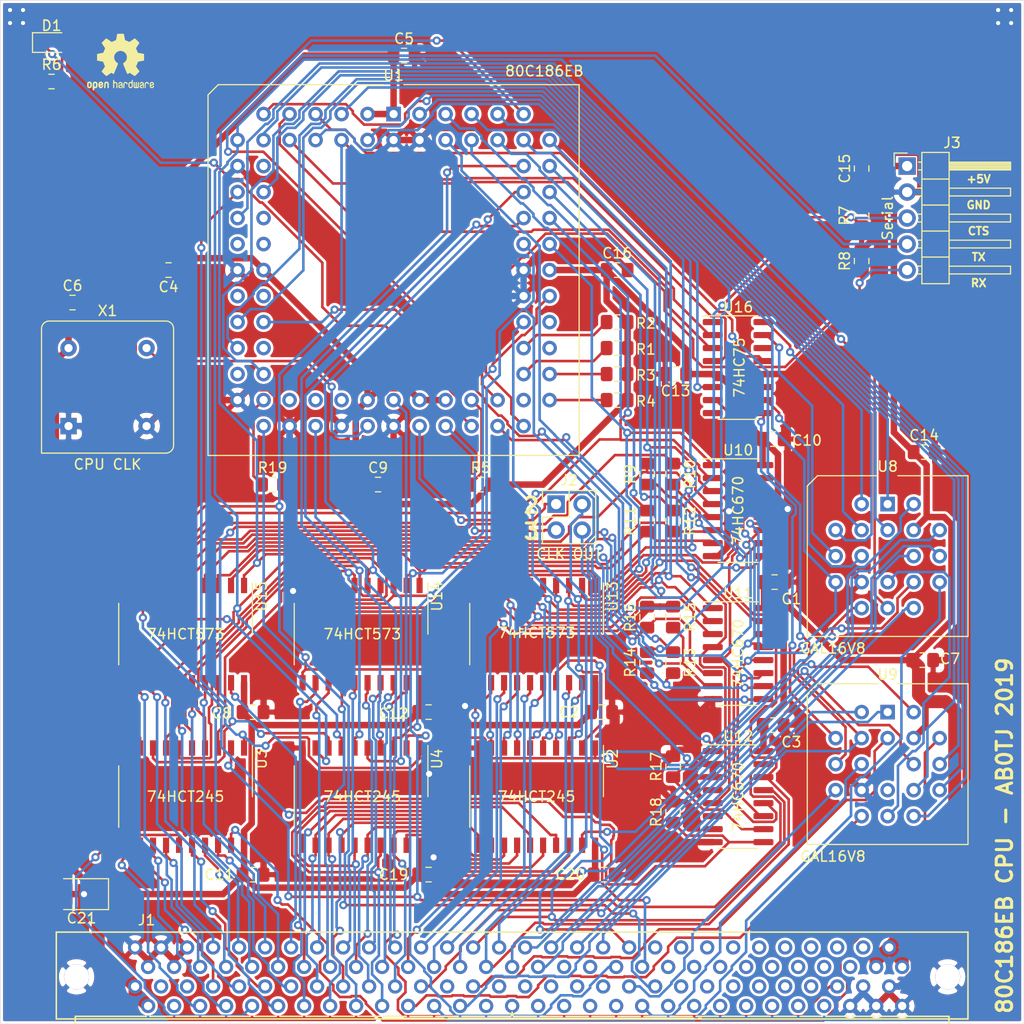
<source format=kicad_pcb>
(kicad_pcb (version 20171130) (host pcbnew "(5.1.4)-1")
  (layers (0 F.Cu signal hide) (31 B.Cu signal hide) (34 B.Paste user) (35 F.Paste user) (36 B.SilkS user) (37 F.SilkS user) (38 B.Mask user) (39 F.Mask user) (44 Edge.Cuts user))
  (net 0 "")
  (net 1 GND)
  (net 2 +5V)
  (net 3 "Net-(D1-Pad2)")
  (net 4 "Net-(D1-Pad1)")
  (net 5 /~RST)
  (net 6 "Net-(J1-Pad114)")
  (net 7 "Net-(J1-Pad113)")
  (net 8 "Net-(J1-Pad112)")
  (net 9 "Net-(J1-Pad111)")
  (net 10 "Net-(J1-Pad110)")
  (net 11 "Net-(J1-Pad109)")
  (net 12 "Net-(J1-Pad108)")
  (net 13 "Net-(J1-Pad107)")
  (net 14 "Net-(J1-Pad106)")
  (net 15 "Net-(J1-Pad105)")
  (net 16 "Net-(J1-Pad104)")
  (net 17 "Net-(J1-Pad103)")
  (net 18 "Net-(J1-Pad102)")
  (net 19 /~INTA)
  (net 20 /~INT)
  (net 21 /~NMI)
  (net 22 "Net-(J1-Pad98)")
  (net 23 "Net-(J1-Pad97)")
  (net 24 "Net-(J1-Pad96)")
  (net 25 "Net-(J1-Pad95)")
  (net 26 "Net-(J1-Pad94)")
  (net 27 "Net-(J1-Pad93)")
  (net 28 "Net-(J1-Pad92)")
  (net 29 "Net-(J1-Pad91)")
  (net 30 "Net-(J1-Pad90)")
  (net 31 "Net-(J1-Pad89)")
  (net 32 "Net-(J1-Pad88)")
  (net 33 /~MWT)
  (net 34 /~IOWT)
  (net 35 "Net-(J1-Pad85)")
  (net 36 /~M1)
  (net 37 /~HLDA)
  (net 38 /~HOLD)
  (net 39 /D0)
  (net 40 /D1)
  (net 41 /D2)
  (net 42 /D3)
  (net 43 /D4)
  (net 44 /D5)
  (net 45 /D6)
  (net 46 /D7)
  (net 47 /D8)
  (net 48 /D9)
  (net 49 /D10)
  (net 50 /D11)
  (net 51 /D12)
  (net 52 /D13)
  (net 53 /D14)
  (net 54 /D15)
  (net 55 "Net-(J1-Pad65)")
  (net 56 "Net-(J1-Pad64)")
  (net 57 "Net-(J1-Pad63)")
  (net 58 "Net-(J1-Pad57)")
  (net 59 "Net-(J1-Pad56)")
  (net 60 "Net-(J1-Pad55)")
  (net 61 "Net-(J1-Pad54)")
  (net 62 "Net-(J1-Pad53)")
  (net 63 "Net-(J1-Pad52)")
  (net 64 "Net-(J1-Pad51)")
  (net 65 "Net-(J1-Pad50)")
  (net 66 "Net-(J1-Pad49)")
  (net 67 "Net-(J1-Pad48)")
  (net 68 "Net-(J1-Pad47)")
  (net 69 "Net-(J1-Pad46)")
  (net 70 "Net-(J1-Pad45)")
  (net 71 "Net-(J1-Pad44)")
  (net 72 "Net-(J1-Pad43)")
  (net 73 "Net-(J1-Pad42)")
  (net 74 "Net-(J1-Pad41)")
  (net 75 /CLK3)
  (net 76 /CLK2)
  (net 77 /CLK1)
  (net 78 /~BHE)
  (net 79 "Net-(J1-Pad36)")
  (net 80 /~IO16)
  (net 81 "Net-(J1-Pad34)")
  (net 82 /~MEMW)
  (net 83 /~MEMR)
  (net 84 /~IOW)
  (net 85 /~IOR)
  (net 86 /A0)
  (net 87 /A1)
  (net 88 /A2)
  (net 89 /A3)
  (net 90 /A4)
  (net 91 /A5)
  (net 92 /A6)
  (net 93 /A7)
  (net 94 /A8)
  (net 95 /A9)
  (net 96 /A10)
  (net 97 /A11)
  (net 98 /A12)
  (net 99 /A13)
  (net 100 /A14)
  (net 101 /A15)
  (net 102 /A16)
  (net 103 /A17)
  (net 104 /A18)
  (net 105 /A19)
  (net 106 /A20)
  (net 107 /A21)
  (net 108 /A22)
  (net 109 /A23)
  (net 110 "Net-(J2-Pad3)")
  (net 111 "Net-(J2-Pad1)")
  (net 112 "Net-(J3-Pad5)")
  (net 113 "Net-(J3-Pad4)")
  (net 114 "Net-(J3-Pad3)")
  (net 115 "Net-(R1-Pad1)")
  (net 116 "Net-(R2-Pad1)")
  (net 117 "Net-(R3-Pad1)")
  (net 118 "Net-(R4-Pad1)")
  (net 119 "Net-(R5-Pad1)")
  (net 120 /AD14)
  (net 121 /mA14)
  (net 122 /AD15)
  (net 123 /mA15)
  (net 124 /pA16)
  (net 125 /mA16)
  (net 126 /pA17)
  (net 127 /mA17)
  (net 128 /pA18)
  (net 129 /mA18)
  (net 130 /pA19)
  (net 131 /mA19)
  (net 132 /mA20)
  (net 133 /mA21)
  (net 134 /mA22)
  (net 135 /mA23)
  (net 136 "Net-(R19-Pad1)")
  (net 137 /AD4)
  (net 138 /AD3)
  (net 139 /AD2)
  (net 140 /AD1)
  (net 141 /AD8)
  (net 142 "Net-(U1-Pad60)")
  (net 143 "Net-(U1-Pad58)")
  (net 144 /AD12)
  (net 145 /AD11)
  (net 146 /AD10)
  (net 147 /AD9)
  (net 148 /AD0)
  (net 149 "Net-(U1-Pad55)")
  (net 150 "Net-(U1-Pad41)")
  (net 151 "Net-(U1-Pad40)")
  (net 152 "Net-(U1-Pad38)")
  (net 153 "Net-(U1-Pad36)")
  (net 154 "Net-(U1-Pad30)")
  (net 155 /~WP)
  (net 156 /~BKPRT)
  (net 157 "Net-(U1-Pad24)")
  (net 158 "Net-(U1-Pad20)")
  (net 159 /READY)
  (net 160 /DT~R)
  (net 161 /HLDA)
  (net 162 /INT)
  (net 163 "Net-(U1-Pad29)")
  (net 164 /~WINDOW)
  (net 165 "Net-(U1-Pad25)")
  (net 166 "Net-(U1-Pad21)")
  (net 167 "Net-(U1-Pad19)")
  (net 168 /NMI)
  (net 169 "Net-(U1-Pad15)")
  (net 170 /HOLD)
  (net 171 /AD13)
  (net 172 /~DEN)
  (net 173 /~pS1)
  (net 174 /~WR)
  (net 175 /AD5)
  (net 176 /AD6)
  (net 177 /AD7)
  (net 178 /~pS0)
  (net 179 /~pS2)
  (net 180 /ALE)
  (net 181 /~RD)
  (net 182 /~LCE)
  (net 183 /~HCE)
  (net 184 /~XCE)
  (net 185 /~BKWR)
  (net 186 /IO)
  (net 187 /~S1)
  (net 188 /~S2)
  (net 189 /~S0)
  (net 190 "Net-(U9-Pad12)")
  (net 191 /iA0)
  (net 192 "Net-(U12-Pad7)")
  (net 193 "Net-(U12-Pad6)")
  (net 194 "Net-(U16-Pad14)")
  (net 195 "Net-(U16-Pad11)")
  (net 196 "Net-(U16-Pad8)")
  (net 197 "Net-(U16-Pad1)")
  (module Symbol:OSHW-Logo2_7.3x6mm_SilkScreen (layer F.Cu) (at 31.75 26.035)
    (fp_text reference REF** hide)
    (fp_text value OSHW-Logo2_7.3x6mm_SilkScreen hide)
  )
  (module Oscillator:Oscillator_DIP-8 (layer F.Cu) (at 26.67 61.595)
    (fp_text reference X1 (at 3.81 -11.26) (layer F.SilkS))
    (fp_text value "CPU CLK" (at 3.81 3.74) (layer F.SilkS))
    (pad 4 thru_hole circle (at 7.62 0) (size 1.6 1.6) (drill 0.8) (layers *.Cu *.Mask) (net 1 GND))
    (pad 5 thru_hole circle (at 7.62 -7.62) (size 1.6 1.6) (drill 0.8) (layers *.Cu *.Mask) (net 150 "Net-(U1-Pad41)"))
    (pad 8 thru_hole circle (at 0 -7.62) (size 1.6 1.6) (drill 0.8) (layers *.Cu *.Mask) (net 2 +5V))
    (pad 1 thru_hole rect (at 0 0) (size 1.6 1.6) (drill 0.8) (layers *.Cu *.Mask) (net 1 GND))
  )
  (module Package_SO:SOIC-16_3.9x9.9mm_P1.27mm (layer F.Cu) (at 92.075 55.88)
    (fp_text reference U16 (at 0 -5.9) (layer F.SilkS))
    (fp_text value 74HC75 (at 0.127 0 90) (layer F.SilkS))
    (pad 16 smd roundrect (at 2.475 -4.445) (size 1.95 0.6) (layers F.Cu F.Paste F.Mask) (net 189 /~S0))
    (pad 15 smd roundrect (at 2.475 -3.175) (size 1.95 0.6) (layers F.Cu F.Paste F.Mask) (net 187 /~S1))
    (pad 14 smd roundrect (at 2.475 -1.905) (size 1.95 0.6) (layers F.Cu F.Paste F.Mask) (net 194 "Net-(U16-Pad14)"))
    (pad 13 smd roundrect (at 2.475 -0.635) (size 1.95 0.6) (layers F.Cu F.Paste F.Mask) (net 180 /ALE))
    (pad 12 smd roundrect (at 2.475 0.635) (size 1.95 0.6) (layers F.Cu F.Paste F.Mask) (net 1 GND))
    (pad 11 smd roundrect (at 2.475 1.905) (size 1.95 0.6) (layers F.Cu F.Paste F.Mask) (net 195 "Net-(U16-Pad11)"))
    (pad 10 smd roundrect (at 2.475 3.175) (size 1.95 0.6) (layers F.Cu F.Paste F.Mask) (net 188 /~S2))
    (pad 9 smd roundrect (at 2.475 4.445) (size 1.95 0.6) (layers F.Cu F.Paste F.Mask) (net 191 /iA0))
    (pad 8 smd roundrect (at -2.475 4.445) (size 1.95 0.6) (layers F.Cu F.Paste F.Mask) (net 196 "Net-(U16-Pad8)"))
    (pad 7 smd roundrect (at -2.475 3.175) (size 1.95 0.6) (layers F.Cu F.Paste F.Mask) (net 148 /AD0))
    (pad 6 smd roundrect (at -2.475 1.905) (size 1.95 0.6) (layers F.Cu F.Paste F.Mask) (net 179 /~pS2))
    (pad 5 smd roundrect (at -2.475 0.635) (size 1.95 0.6) (layers F.Cu F.Paste F.Mask) (net 2 +5V))
    (pad 4 smd roundrect (at -2.475 -0.635) (size 1.95 0.6) (layers F.Cu F.Paste F.Mask) (net 180 /ALE))
    (pad 3 smd roundrect (at -2.475 -1.905) (size 1.95 0.6) (layers F.Cu F.Paste F.Mask) (net 173 /~pS1))
    (pad 2 smd roundrect (at -2.475 -3.175) (size 1.95 0.6) (layers F.Cu F.Paste F.Mask) (net 178 /~pS0))
    (pad 1 smd roundrect (at -2.475 -4.445) (size 1.95 0.6) (layers F.Cu F.Paste F.Mask) (net 197 "Net-(U16-Pad1)"))
  )
  (module Package_SO:SO-20_12.8x7.5mm_P1.27mm (layer F.Cu) (at 38.1 81.915 270)
    (fp_text reference U15 (at -3.69 -7.42 90) (layer F.SilkS))
    (fp_text value 74HCT573 (at 0 0 180) (layer F.SilkS))
    (pad 20 smd rect (at 4.75 -5.715 270) (size 1.5 0.6) (layers F.Cu F.Paste F.Mask) (net 2 +5V))
    (pad 19 smd rect (at 4.75 -4.445 270) (size 1.5 0.6) (layers F.Cu F.Paste F.Mask) (net 102 /A16))
    (pad 18 smd rect (at 4.75 -3.175 270) (size 1.5 0.6) (layers F.Cu F.Paste F.Mask) (net 103 /A17))
    (pad 17 smd rect (at 4.75 -1.905 270) (size 1.5 0.6) (layers F.Cu F.Paste F.Mask) (net 104 /A18))
    (pad 16 smd rect (at 4.75 -0.635 270) (size 1.5 0.6) (layers F.Cu F.Paste F.Mask) (net 105 /A19))
    (pad 15 smd rect (at 4.75 0.635 270) (size 1.5 0.6) (layers F.Cu F.Paste F.Mask) (net 106 /A20))
    (pad 14 smd rect (at 4.75 1.905 270) (size 1.5 0.6) (layers F.Cu F.Paste F.Mask) (net 107 /A21))
    (pad 13 smd rect (at 4.75 3.175 270) (size 1.5 0.6) (layers F.Cu F.Paste F.Mask) (net 108 /A22))
    (pad 12 smd rect (at 4.75 4.445 270) (size 1.5 0.6) (layers F.Cu F.Paste F.Mask) (net 109 /A23))
    (pad 11 smd rect (at 4.75 5.715 270) (size 1.5 0.6) (layers F.Cu F.Paste F.Mask) (net 180 /ALE))
    (pad 10 smd rect (at -4.75 5.715 270) (size 1.5 0.6) (layers F.Cu F.Paste F.Mask) (net 1 GND))
    (pad 9 smd rect (at -4.75 4.445 270) (size 1.5 0.6) (layers F.Cu F.Paste F.Mask) (net 135 /mA23))
    (pad 8 smd rect (at -4.75 3.175 270) (size 1.5 0.6) (layers F.Cu F.Paste F.Mask) (net 134 /mA22))
    (pad 7 smd rect (at -4.75 1.905 270) (size 1.5 0.6) (layers F.Cu F.Paste F.Mask) (net 133 /mA21))
    (pad 1 smd rect (at -4.75 -5.715 270) (size 1.5 0.6) (layers F.Cu F.Paste F.Mask) (net 161 /HLDA))
    (pad 2 smd rect (at -4.75 -4.445 270) (size 1.5 0.6) (layers F.Cu F.Paste F.Mask) (net 125 /mA16))
    (pad 3 smd rect (at -4.75 -3.175 270) (size 1.5 0.6) (layers F.Cu F.Paste F.Mask) (net 127 /mA17))
    (pad 4 smd rect (at -4.75 -1.905 270) (size 1.5 0.6) (layers F.Cu F.Paste F.Mask) (net 129 /mA18))
    (pad 5 smd rect (at -4.75 -0.635 270) (size 1.5 0.6) (layers F.Cu F.Paste F.Mask) (net 131 /mA19))
    (pad 6 smd rect (at -4.75 0.635 270) (size 1.5 0.6) (layers F.Cu F.Paste F.Mask) (net 132 /mA20))
  )
  (module Package_SO:SO-20_12.8x7.5mm_P1.27mm (layer F.Cu) (at 55.245 81.915 270)
    (fp_text reference U14 (at -3.69 -7.42 90) (layer F.SilkS))
    (fp_text value 74HCT573 (at 0 -0.127 180) (layer F.SilkS))
    (pad 20 smd rect (at 4.75 -5.715 270) (size 1.5 0.6) (layers F.Cu F.Paste F.Mask) (net 2 +5V))
    (pad 19 smd rect (at 4.75 -4.445 270) (size 1.5 0.6) (layers F.Cu F.Paste F.Mask) (net 94 /A8))
    (pad 18 smd rect (at 4.75 -3.175 270) (size 1.5 0.6) (layers F.Cu F.Paste F.Mask) (net 95 /A9))
    (pad 17 smd rect (at 4.75 -1.905 270) (size 1.5 0.6) (layers F.Cu F.Paste F.Mask) (net 96 /A10))
    (pad 16 smd rect (at 4.75 -0.635 270) (size 1.5 0.6) (layers F.Cu F.Paste F.Mask) (net 97 /A11))
    (pad 15 smd rect (at 4.75 0.635 270) (size 1.5 0.6) (layers F.Cu F.Paste F.Mask) (net 98 /A12))
    (pad 14 smd rect (at 4.75 1.905 270) (size 1.5 0.6) (layers F.Cu F.Paste F.Mask) (net 99 /A13))
    (pad 13 smd rect (at 4.75 3.175 270) (size 1.5 0.6) (layers F.Cu F.Paste F.Mask) (net 100 /A14))
    (pad 12 smd rect (at 4.75 4.445 270) (size 1.5 0.6) (layers F.Cu F.Paste F.Mask) (net 101 /A15))
    (pad 11 smd rect (at 4.75 5.715 270) (size 1.5 0.6) (layers F.Cu F.Paste F.Mask) (net 180 /ALE))
    (pad 10 smd rect (at -4.75 5.715 270) (size 1.5 0.6) (layers F.Cu F.Paste F.Mask) (net 1 GND))
    (pad 9 smd rect (at -4.75 4.445 270) (size 1.5 0.6) (layers F.Cu F.Paste F.Mask) (net 123 /mA15))
    (pad 8 smd rect (at -4.75 3.175 270) (size 1.5 0.6) (layers F.Cu F.Paste F.Mask) (net 121 /mA14))
    (pad 7 smd rect (at -4.75 1.905 270) (size 1.5 0.6) (layers F.Cu F.Paste F.Mask) (net 171 /AD13))
    (pad 1 smd rect (at -4.75 -5.715 270) (size 1.5 0.6) (layers F.Cu F.Paste F.Mask) (net 161 /HLDA))
    (pad 2 smd rect (at -4.75 -4.445 270) (size 1.5 0.6) (layers F.Cu F.Paste F.Mask) (net 141 /AD8))
    (pad 3 smd rect (at -4.75 -3.175 270) (size 1.5 0.6) (layers F.Cu F.Paste F.Mask) (net 147 /AD9))
    (pad 4 smd rect (at -4.75 -1.905 270) (size 1.5 0.6) (layers F.Cu F.Paste F.Mask) (net 146 /AD10))
    (pad 5 smd rect (at -4.75 -0.635 270) (size 1.5 0.6) (layers F.Cu F.Paste F.Mask) (net 145 /AD11))
    (pad 6 smd rect (at -4.75 0.635 270) (size 1.5 0.6) (layers F.Cu F.Paste F.Mask) (net 144 /AD12))
  )
  (module Package_SO:SO-20_12.8x7.5mm_P1.27mm (layer F.Cu) (at 72.39 81.915 270)
    (fp_text reference U13 (at -3.69 -7.42 90) (layer F.SilkS))
    (fp_text value 74HCT573 (at -0.127 0 180) (layer F.SilkS))
    (pad 20 smd rect (at 4.75 -5.715 270) (size 1.5 0.6) (layers F.Cu F.Paste F.Mask) (net 2 +5V))
    (pad 19 smd rect (at 4.75 -4.445 270) (size 1.5 0.6) (layers F.Cu F.Paste F.Mask) (net 86 /A0))
    (pad 18 smd rect (at 4.75 -3.175 270) (size 1.5 0.6) (layers F.Cu F.Paste F.Mask) (net 87 /A1))
    (pad 17 smd rect (at 4.75 -1.905 270) (size 1.5 0.6) (layers F.Cu F.Paste F.Mask) (net 88 /A2))
    (pad 16 smd rect (at 4.75 -0.635 270) (size 1.5 0.6) (layers F.Cu F.Paste F.Mask) (net 89 /A3))
    (pad 15 smd rect (at 4.75 0.635 270) (size 1.5 0.6) (layers F.Cu F.Paste F.Mask) (net 90 /A4))
    (pad 14 smd rect (at 4.75 1.905 270) (size 1.5 0.6) (layers F.Cu F.Paste F.Mask) (net 91 /A5))
    (pad 13 smd rect (at 4.75 3.175 270) (size 1.5 0.6) (layers F.Cu F.Paste F.Mask) (net 92 /A6))
    (pad 12 smd rect (at 4.75 4.445 270) (size 1.5 0.6) (layers F.Cu F.Paste F.Mask) (net 93 /A7))
    (pad 11 smd rect (at 4.75 5.715 270) (size 1.5 0.6) (layers F.Cu F.Paste F.Mask) (net 180 /ALE))
    (pad 10 smd rect (at -4.75 5.715 270) (size 1.5 0.6) (layers F.Cu F.Paste F.Mask) (net 1 GND))
    (pad 9 smd rect (at -4.75 4.445 270) (size 1.5 0.6) (layers F.Cu F.Paste F.Mask) (net 177 /AD7))
    (pad 8 smd rect (at -4.75 3.175 270) (size 1.5 0.6) (layers F.Cu F.Paste F.Mask) (net 176 /AD6))
    (pad 7 smd rect (at -4.75 1.905 270) (size 1.5 0.6) (layers F.Cu F.Paste F.Mask) (net 175 /AD5))
    (pad 1 smd rect (at -4.75 -5.715 270) (size 1.5 0.6) (layers F.Cu F.Paste F.Mask) (net 161 /HLDA))
    (pad 2 smd rect (at -4.75 -4.445 270) (size 1.5 0.6) (layers F.Cu F.Paste F.Mask) (net 148 /AD0))
    (pad 3 smd rect (at -4.75 -3.175 270) (size 1.5 0.6) (layers F.Cu F.Paste F.Mask) (net 140 /AD1))
    (pad 4 smd rect (at -4.75 -1.905 270) (size 1.5 0.6) (layers F.Cu F.Paste F.Mask) (net 139 /AD2))
    (pad 5 smd rect (at -4.75 -0.635 270) (size 1.5 0.6) (layers F.Cu F.Paste F.Mask) (net 138 /AD3))
    (pad 6 smd rect (at -4.75 0.635 270) (size 1.5 0.6) (layers F.Cu F.Paste F.Mask) (net 137 /AD4))
  )
  (module Package_SO:SOIC-16_3.9x9.9mm_P1.27mm (layer F.Cu) (at 92.075 97.79)
    (fp_text reference U12 (at 0 -5.9) (layer F.SilkS))
    (fp_text value 74HC670 (at 0 0 90) (layer F.SilkS))
    (pad 16 smd roundrect (at 2.475 -4.445) (size 1.95 0.6) (layers F.Cu F.Paste F.Mask) (net 2 +5V))
    (pad 15 smd roundrect (at 2.475 -3.175) (size 1.95 0.6) (layers F.Cu F.Paste F.Mask) (net 141 /AD8))
    (pad 14 smd roundrect (at 2.475 -1.905) (size 1.95 0.6) (layers F.Cu F.Paste F.Mask) (net 87 /A1))
    (pad 13 smd roundrect (at 2.475 -0.635) (size 1.95 0.6) (layers F.Cu F.Paste F.Mask) (net 88 /A2))
    (pad 12 smd roundrect (at 2.475 0.635) (size 1.95 0.6) (layers F.Cu F.Paste F.Mask) (net 185 /~BKWR))
    (pad 11 smd roundrect (at 2.475 1.905) (size 1.95 0.6) (layers F.Cu F.Paste F.Mask) (net 164 /~WINDOW))
    (pad 10 smd roundrect (at 2.475 3.175) (size 1.95 0.6) (layers F.Cu F.Paste F.Mask) (net 134 /mA22))
    (pad 9 smd roundrect (at 2.475 4.445) (size 1.95 0.6) (layers F.Cu F.Paste F.Mask) (net 135 /mA23))
    (pad 8 smd roundrect (at -2.475 4.445) (size 1.95 0.6) (layers F.Cu F.Paste F.Mask) (net 1 GND))
    (pad 7 smd roundrect (at -2.475 3.175) (size 1.95 0.6) (layers F.Cu F.Paste F.Mask) (net 192 "Net-(U12-Pad7)"))
    (pad 6 smd roundrect (at -2.475 1.905) (size 1.95 0.6) (layers F.Cu F.Paste F.Mask) (net 193 "Net-(U12-Pad6)"))
    (pad 5 smd roundrect (at -2.475 0.635) (size 1.95 0.6) (layers F.Cu F.Paste F.Mask) (net 120 /AD14))
    (pad 4 smd roundrect (at -2.475 -0.635) (size 1.95 0.6) (layers F.Cu F.Paste F.Mask) (net 122 /AD15))
    (pad 3 smd roundrect (at -2.475 -1.905) (size 1.95 0.6) (layers F.Cu F.Paste F.Mask) (net 1 GND))
    (pad 2 smd roundrect (at -2.475 -3.175) (size 1.95 0.6) (layers F.Cu F.Paste F.Mask) (net 1 GND))
    (pad 1 smd roundrect (at -2.475 -4.445) (size 1.95 0.6) (layers F.Cu F.Paste F.Mask) (net 147 /AD9))
  )
  (module Package_SO:SOIC-16_3.9x9.9mm_P1.27mm (layer F.Cu) (at 92.075 83.82)
    (fp_text reference U11 (at 0 -5.9) (layer F.SilkS))
    (fp_text value 74HC670 (at 0 0 90) (layer F.SilkS))
    (pad 16 smd roundrect (at 2.475 -4.445) (size 1.95 0.6) (layers F.Cu F.Paste F.Mask) (net 2 +5V))
    (pad 15 smd roundrect (at 2.475 -3.175) (size 1.95 0.6) (layers F.Cu F.Paste F.Mask) (net 137 /AD4))
    (pad 14 smd roundrect (at 2.475 -1.905) (size 1.95 0.6) (layers F.Cu F.Paste F.Mask) (net 87 /A1))
    (pad 13 smd roundrect (at 2.475 -0.635) (size 1.95 0.6) (layers F.Cu F.Paste F.Mask) (net 88 /A2))
    (pad 12 smd roundrect (at 2.475 0.635) (size 1.95 0.6) (layers F.Cu F.Paste F.Mask) (net 185 /~BKWR))
    (pad 11 smd roundrect (at 2.475 1.905) (size 1.95 0.6) (layers F.Cu F.Paste F.Mask) (net 164 /~WINDOW))
    (pad 10 smd roundrect (at 2.475 3.175) (size 1.95 0.6) (layers F.Cu F.Paste F.Mask) (net 129 /mA18))
    (pad 9 smd roundrect (at 2.475 4.445) (size 1.95 0.6) (layers F.Cu F.Paste F.Mask) (net 131 /mA19))
    (pad 8 smd roundrect (at -2.475 4.445) (size 1.95 0.6) (layers F.Cu F.Paste F.Mask) (net 1 GND))
    (pad 7 smd roundrect (at -2.475 3.175) (size 1.95 0.6) (layers F.Cu F.Paste F.Mask) (net 132 /mA20))
    (pad 6 smd roundrect (at -2.475 1.905) (size 1.95 0.6) (layers F.Cu F.Paste F.Mask) (net 133 /mA21))
    (pad 5 smd roundrect (at -2.475 0.635) (size 1.95 0.6) (layers F.Cu F.Paste F.Mask) (net 120 /AD14))
    (pad 4 smd roundrect (at -2.475 -0.635) (size 1.95 0.6) (layers F.Cu F.Paste F.Mask) (net 122 /AD15))
    (pad 3 smd roundrect (at -2.475 -1.905) (size 1.95 0.6) (layers F.Cu F.Paste F.Mask) (net 177 /AD7))
    (pad 2 smd roundrect (at -2.475 -3.175) (size 1.95 0.6) (layers F.Cu F.Paste F.Mask) (net 176 /AD6))
    (pad 1 smd roundrect (at -2.475 -4.445) (size 1.95 0.6) (layers F.Cu F.Paste F.Mask) (net 175 /AD5))
  )
  (module Package_SO:SOIC-16_3.9x9.9mm_P1.27mm (layer F.Cu) (at 92.075 69.85)
    (fp_text reference U10 (at 0 -5.9) (layer F.SilkS))
    (fp_text value 74HC670 (at 0 0 90) (layer F.SilkS))
    (pad 16 smd roundrect (at 2.475 -4.445) (size 1.95 0.6) (layers F.Cu F.Paste F.Mask) (net 2 +5V))
    (pad 15 smd roundrect (at 2.475 -3.175) (size 1.95 0.6) (layers F.Cu F.Paste F.Mask) (net 148 /AD0))
    (pad 14 smd roundrect (at 2.475 -1.905) (size 1.95 0.6) (layers F.Cu F.Paste F.Mask) (net 87 /A1))
    (pad 13 smd roundrect (at 2.475 -0.635) (size 1.95 0.6) (layers F.Cu F.Paste F.Mask) (net 88 /A2))
    (pad 12 smd roundrect (at 2.475 0.635) (size 1.95 0.6) (layers F.Cu F.Paste F.Mask) (net 185 /~BKWR))
    (pad 11 smd roundrect (at 2.475 1.905) (size 1.95 0.6) (layers F.Cu F.Paste F.Mask) (net 164 /~WINDOW))
    (pad 10 smd roundrect (at 2.475 3.175) (size 1.95 0.6) (layers F.Cu F.Paste F.Mask) (net 121 /mA14))
    (pad 9 smd roundrect (at 2.475 4.445) (size 1.95 0.6) (layers F.Cu F.Paste F.Mask) (net 123 /mA15))
    (pad 8 smd roundrect (at -2.475 4.445) (size 1.95 0.6) (layers F.Cu F.Paste F.Mask) (net 1 GND))
    (pad 7 smd roundrect (at -2.475 3.175) (size 1.95 0.6) (layers F.Cu F.Paste F.Mask) (net 125 /mA16))
    (pad 6 smd roundrect (at -2.475 1.905) (size 1.95 0.6) (layers F.Cu F.Paste F.Mask) (net 127 /mA17))
    (pad 5 smd roundrect (at -2.475 0.635) (size 1.95 0.6) (layers F.Cu F.Paste F.Mask) (net 120 /AD14))
    (pad 4 smd roundrect (at -2.475 -0.635) (size 1.95 0.6) (layers F.Cu F.Paste F.Mask) (net 122 /AD15))
    (pad 3 smd roundrect (at -2.475 -1.905) (size 1.95 0.6) (layers F.Cu F.Paste F.Mask) (net 138 /AD3))
    (pad 2 smd roundrect (at -2.475 -3.175) (size 1.95 0.6) (layers F.Cu F.Paste F.Mask) (net 139 /AD2))
    (pad 1 smd roundrect (at -2.475 -4.445) (size 1.95 0.6) (layers F.Cu F.Paste F.Mask) (net 140 /AD1))
  )
  (module Package_LCC:PLCC-20_THT-Socket (layer F.Cu) (at 106.68 89.535)
    (fp_text reference U9 (at 0 -3.67) (layer F.SilkS))
    (fp_text value GAL16V8 (at -5.334 14.097) (layer F.SilkS))
    (pad 18 thru_hole circle (at 5.08 2.54) (size 1.4224 1.4224) (drill 0.8) (layers *.Cu *.Mask) (net 183 /~HCE))
    (pad 16 thru_hole circle (at 5.08 5.08) (size 1.4224 1.4224) (drill 0.8) (layers *.Cu *.Mask) (net 162 /INT))
    (pad 19 thru_hole circle (at 2.54 0) (size 1.4224 1.4224) (drill 0.8) (layers *.Cu *.Mask) (net 182 /~LCE))
    (pad 17 thru_hole circle (at 2.54 5.08) (size 1.4224 1.4224) (drill 0.8) (layers *.Cu *.Mask) (net 184 /~XCE))
    (pad 15 thru_hole circle (at 2.54 7.62) (size 1.4224 1.4224) (drill 0.8) (layers *.Cu *.Mask) (net 168 /NMI))
    (pad 13 thru_hole circle (at 2.54 10.16) (size 1.4224 1.4224) (drill 0.8) (layers *.Cu *.Mask) (net 159 /READY))
    (pad 11 thru_hole circle (at 0 10.16) (size 1.4224 1.4224) (drill 0.8) (layers *.Cu *.Mask) (net 186 /IO))
    (pad 9 thru_hole circle (at -2.54 10.16) (size 1.4224 1.4224) (drill 0.8) (layers *.Cu *.Mask) (net 38 /~HOLD))
    (pad 14 thru_hole circle (at 5.08 7.62) (size 1.4224 1.4224) (drill 0.8) (layers *.Cu *.Mask) (net 170 /HOLD))
    (pad 12 thru_hole circle (at 0 7.62) (size 1.4224 1.4224) (drill 0.8) (layers *.Cu *.Mask) (net 190 "Net-(U9-Pad12)"))
    (pad 10 thru_hole circle (at -2.54 7.62) (size 1.4224 1.4224) (drill 0.8) (layers *.Cu *.Mask) (net 1 GND))
    (pad 8 thru_hole circle (at -5.08 7.62) (size 1.4224 1.4224) (drill 0.8) (layers *.Cu *.Mask) (net 21 /~NMI))
    (pad 6 thru_hole circle (at -5.08 5.08) (size 1.4224 1.4224) (drill 0.8) (layers *.Cu *.Mask) (net 172 /~DEN))
    (pad 4 thru_hole circle (at -5.08 2.54) (size 1.4224 1.4224) (drill 0.8) (layers *.Cu *.Mask) (net 191 /iA0))
    (pad 7 thru_hole circle (at -2.54 5.08) (size 1.4224 1.4224) (drill 0.8) (layers *.Cu *.Mask) (net 20 /~INT))
    (pad 5 thru_hole circle (at -2.54 2.54) (size 1.4224 1.4224) (drill 0.8) (layers *.Cu *.Mask) (net 78 /~BHE))
    (pad 3 thru_hole circle (at -2.54 0) (size 1.4224 1.4224) (drill 0.8) (layers *.Cu *.Mask) (net 80 /~IO16))
    (pad 1 thru_hole rect (at 0 0) (size 1.4224 1.4224) (drill 0.8) (layers *.Cu *.Mask) (net 34 /~IOWT))
    (pad 20 thru_hole circle (at 2.54 2.54) (size 1.4224 1.4224) (drill 0.8) (layers *.Cu *.Mask) (net 2 +5V))
    (pad 2 thru_hole circle (at 0 2.54) (size 1.4224 1.4224) (drill 0.8) (layers *.Cu *.Mask) (net 33 /~MWT))
  )
  (module Package_LCC:PLCC-20_THT-Socket (layer F.Cu) (at 106.68 69.215)
    (fp_text reference U8 (at 0 -3.67) (layer F.SilkS))
    (fp_text value GAL16V8 (at -5.334 14.097) (layer F.SilkS))
    (pad 18 thru_hole circle (at 5.08 2.54) (size 1.4224 1.4224) (drill 0.8) (layers *.Cu *.Mask) (net 84 /~IOW))
    (pad 16 thru_hole circle (at 5.08 5.08) (size 1.4224 1.4224) (drill 0.8) (layers *.Cu *.Mask) (net 82 /~MEMW))
    (pad 19 thru_hole circle (at 2.54 0) (size 1.4224 1.4224) (drill 0.8) (layers *.Cu *.Mask) (net 85 /~IOR))
    (pad 17 thru_hole circle (at 2.54 5.08) (size 1.4224 1.4224) (drill 0.8) (layers *.Cu *.Mask) (net 83 /~MEMR))
    (pad 15 thru_hole circle (at 2.54 7.62) (size 1.4224 1.4224) (drill 0.8) (layers *.Cu *.Mask) (net 185 /~BKWR))
    (pad 13 thru_hole circle (at 2.54 10.16) (size 1.4224 1.4224) (drill 0.8) (layers *.Cu *.Mask) (net 37 /~HLDA))
    (pad 11 thru_hole circle (at 0 10.16) (size 1.4224 1.4224) (drill 0.8) (layers *.Cu *.Mask) (net 161 /HLDA))
    (pad 9 thru_hole circle (at -2.54 10.16) (size 1.4224 1.4224) (drill 0.8) (layers *.Cu *.Mask) (net 160 /DT~R))
    (pad 14 thru_hole circle (at 5.08 7.62) (size 1.4224 1.4224) (drill 0.8) (layers *.Cu *.Mask) (net 36 /~M1))
    (pad 12 thru_hole circle (at 0 7.62) (size 1.4224 1.4224) (drill 0.8) (layers *.Cu *.Mask) (net 186 /IO))
    (pad 10 thru_hole circle (at -2.54 7.62) (size 1.4224 1.4224) (drill 0.8) (layers *.Cu *.Mask) (net 1 GND))
    (pad 8 thru_hole circle (at -5.08 7.62) (size 1.4224 1.4224) (drill 0.8) (layers *.Cu *.Mask) (net 172 /~DEN))
    (pad 6 thru_hole circle (at -5.08 5.08) (size 1.4224 1.4224) (drill 0.8) (layers *.Cu *.Mask) (net 187 /~S1))
    (pad 4 thru_hole circle (at -5.08 2.54) (size 1.4224 1.4224) (drill 0.8) (layers *.Cu *.Mask) (net 174 /~WR))
    (pad 7 thru_hole circle (at -2.54 5.08) (size 1.4224 1.4224) (drill 0.8) (layers *.Cu *.Mask) (net 188 /~S2))
    (pad 5 thru_hole circle (at -2.54 2.54) (size 1.4224 1.4224) (drill 0.8) (layers *.Cu *.Mask) (net 189 /~S0))
    (pad 3 thru_hole circle (at -2.54 0) (size 1.4224 1.4224) (drill 0.8) (layers *.Cu *.Mask) (net 181 /~RD))
    (pad 1 thru_hole rect (at 0 0) (size 1.4224 1.4224) (drill 0.8) (layers *.Cu *.Mask) (net 155 /~WP))
    (pad 20 thru_hole circle (at 2.54 2.54) (size 1.4224 1.4224) (drill 0.8) (layers *.Cu *.Mask) (net 2 +5V))
    (pad 2 thru_hole circle (at 0 2.54) (size 1.4224 1.4224) (drill 0.8) (layers *.Cu *.Mask) (net 156 /~BKPRT))
  )
  (module Package_SO:SO-20_12.8x7.5mm_P1.27mm (layer F.Cu) (at 55.245 97.79 270)
    (fp_text reference U4 (at -3.69 -7.42 90) (layer F.SilkS))
    (fp_text value 74HCT245 (at 0 -0.127 180) (layer F.SilkS))
    (pad 20 smd rect (at 4.75 -5.715 270) (size 1.5 0.6) (layers F.Cu F.Paste F.Mask) (net 2 +5V))
    (pad 19 smd rect (at 4.75 -4.445 270) (size 1.5 0.6) (layers F.Cu F.Paste F.Mask) (net 184 /~XCE))
    (pad 18 smd rect (at 4.75 -3.175 270) (size 1.5 0.6) (layers F.Cu F.Paste F.Mask) (net 39 /D0))
    (pad 17 smd rect (at 4.75 -1.905 270) (size 1.5 0.6) (layers F.Cu F.Paste F.Mask) (net 40 /D1))
    (pad 16 smd rect (at 4.75 -0.635 270) (size 1.5 0.6) (layers F.Cu F.Paste F.Mask) (net 41 /D2))
    (pad 15 smd rect (at 4.75 0.635 270) (size 1.5 0.6) (layers F.Cu F.Paste F.Mask) (net 42 /D3))
    (pad 14 smd rect (at 4.75 1.905 270) (size 1.5 0.6) (layers F.Cu F.Paste F.Mask) (net 43 /D4))
    (pad 13 smd rect (at 4.75 3.175 270) (size 1.5 0.6) (layers F.Cu F.Paste F.Mask) (net 44 /D5))
    (pad 12 smd rect (at 4.75 4.445 270) (size 1.5 0.6) (layers F.Cu F.Paste F.Mask) (net 45 /D6))
    (pad 11 smd rect (at 4.75 5.715 270) (size 1.5 0.6) (layers F.Cu F.Paste F.Mask) (net 46 /D7))
    (pad 10 smd rect (at -4.75 5.715 270) (size 1.5 0.6) (layers F.Cu F.Paste F.Mask) (net 1 GND))
    (pad 9 smd rect (at -4.75 4.445 270) (size 1.5 0.6) (layers F.Cu F.Paste F.Mask) (net 122 /AD15))
    (pad 8 smd rect (at -4.75 3.175 270) (size 1.5 0.6) (layers F.Cu F.Paste F.Mask) (net 120 /AD14))
    (pad 7 smd rect (at -4.75 1.905 270) (size 1.5 0.6) (layers F.Cu F.Paste F.Mask) (net 171 /AD13))
    (pad 1 smd rect (at -4.75 -5.715 270) (size 1.5 0.6) (layers F.Cu F.Paste F.Mask) (net 160 /DT~R))
    (pad 2 smd rect (at -4.75 -4.445 270) (size 1.5 0.6) (layers F.Cu F.Paste F.Mask) (net 141 /AD8))
    (pad 3 smd rect (at -4.75 -3.175 270) (size 1.5 0.6) (layers F.Cu F.Paste F.Mask) (net 147 /AD9))
    (pad 4 smd rect (at -4.75 -1.905 270) (size 1.5 0.6) (layers F.Cu F.Paste F.Mask) (net 146 /AD10))
    (pad 5 smd rect (at -4.75 -0.635 270) (size 1.5 0.6) (layers F.Cu F.Paste F.Mask) (net 145 /AD11))
    (pad 6 smd rect (at -4.75 0.635 270) (size 1.5 0.6) (layers F.Cu F.Paste F.Mask) (net 144 /AD12))
  )
  (module Package_SO:SO-20_12.8x7.5mm_P1.27mm (layer F.Cu) (at 38.1 97.79 270)
    (fp_text reference U3 (at -3.69 -7.42 90) (layer F.SilkS))
    (fp_text value 74HCT245 (at 0 0 180) (layer F.SilkS))
    (pad 20 smd rect (at 4.75 -5.715 270) (size 1.5 0.6) (layers F.Cu F.Paste F.Mask) (net 2 +5V))
    (pad 19 smd rect (at 4.75 -4.445 270) (size 1.5 0.6) (layers F.Cu F.Paste F.Mask) (net 183 /~HCE))
    (pad 18 smd rect (at 4.75 -3.175 270) (size 1.5 0.6) (layers F.Cu F.Paste F.Mask) (net 47 /D8))
    (pad 17 smd rect (at 4.75 -1.905 270) (size 1.5 0.6) (layers F.Cu F.Paste F.Mask) (net 48 /D9))
    (pad 16 smd rect (at 4.75 -0.635 270) (size 1.5 0.6) (layers F.Cu F.Paste F.Mask) (net 49 /D10))
    (pad 15 smd rect (at 4.75 0.635 270) (size 1.5 0.6) (layers F.Cu F.Paste F.Mask) (net 50 /D11))
    (pad 14 smd rect (at 4.75 1.905 270) (size 1.5 0.6) (layers F.Cu F.Paste F.Mask) (net 51 /D12))
    (pad 13 smd rect (at 4.75 3.175 270) (size 1.5 0.6) (layers F.Cu F.Paste F.Mask) (net 52 /D13))
    (pad 12 smd rect (at 4.75 4.445 270) (size 1.5 0.6) (layers F.Cu F.Paste F.Mask) (net 53 /D14))
    (pad 11 smd rect (at 4.75 5.715 270) (size 1.5 0.6) (layers F.Cu F.Paste F.Mask) (net 54 /D15))
    (pad 10 smd rect (at -4.75 5.715 270) (size 1.5 0.6) (layers F.Cu F.Paste F.Mask) (net 1 GND))
    (pad 9 smd rect (at -4.75 4.445 270) (size 1.5 0.6) (layers F.Cu F.Paste F.Mask) (net 122 /AD15))
    (pad 8 smd rect (at -4.75 3.175 270) (size 1.5 0.6) (layers F.Cu F.Paste F.Mask) (net 120 /AD14))
    (pad 7 smd rect (at -4.75 1.905 270) (size 1.5 0.6) (layers F.Cu F.Paste F.Mask) (net 171 /AD13))
    (pad 1 smd rect (at -4.75 -5.715 270) (size 1.5 0.6) (layers F.Cu F.Paste F.Mask) (net 160 /DT~R))
    (pad 2 smd rect (at -4.75 -4.445 270) (size 1.5 0.6) (layers F.Cu F.Paste F.Mask) (net 141 /AD8))
    (pad 3 smd rect (at -4.75 -3.175 270) (size 1.5 0.6) (layers F.Cu F.Paste F.Mask) (net 147 /AD9))
    (pad 4 smd rect (at -4.75 -1.905 270) (size 1.5 0.6) (layers F.Cu F.Paste F.Mask) (net 146 /AD10))
    (pad 5 smd rect (at -4.75 -0.635 270) (size 1.5 0.6) (layers F.Cu F.Paste F.Mask) (net 145 /AD11))
    (pad 6 smd rect (at -4.75 0.635 270) (size 1.5 0.6) (layers F.Cu F.Paste F.Mask) (net 144 /AD12))
  )
  (module Package_SO:SO-20_12.8x7.5mm_P1.27mm (layer F.Cu) (at 72.39 97.79 270)
    (fp_text reference U2 (at -3.69 -7.42 90) (layer F.SilkS))
    (fp_text value 74HCT245 (at 0 0 180) (layer F.SilkS))
    (pad 20 smd rect (at 4.75 -5.715 270) (size 1.5 0.6) (layers F.Cu F.Paste F.Mask) (net 2 +5V))
    (pad 19 smd rect (at 4.75 -4.445 270) (size 1.5 0.6) (layers F.Cu F.Paste F.Mask) (net 182 /~LCE))
    (pad 18 smd rect (at 4.75 -3.175 270) (size 1.5 0.6) (layers F.Cu F.Paste F.Mask) (net 39 /D0))
    (pad 17 smd rect (at 4.75 -1.905 270) (size 1.5 0.6) (layers F.Cu F.Paste F.Mask) (net 40 /D1))
    (pad 16 smd rect (at 4.75 -0.635 270) (size 1.5 0.6) (layers F.Cu F.Paste F.Mask) (net 41 /D2))
    (pad 15 smd rect (at 4.75 0.635 270) (size 1.5 0.6) (layers F.Cu F.Paste F.Mask) (net 42 /D3))
    (pad 14 smd rect (at 4.75 1.905 270) (size 1.5 0.6) (layers F.Cu F.Paste F.Mask) (net 43 /D4))
    (pad 13 smd rect (at 4.75 3.175 270) (size 1.5 0.6) (layers F.Cu F.Paste F.Mask) (net 44 /D5))
    (pad 12 smd rect (at 4.75 4.445 270) (size 1.5 0.6) (layers F.Cu F.Paste F.Mask) (net 45 /D6))
    (pad 11 smd rect (at 4.75 5.715 270) (size 1.5 0.6) (layers F.Cu F.Paste F.Mask) (net 46 /D7))
    (pad 10 smd rect (at -4.75 5.715 270) (size 1.5 0.6) (layers F.Cu F.Paste F.Mask) (net 1 GND))
    (pad 9 smd rect (at -4.75 4.445 270) (size 1.5 0.6) (layers F.Cu F.Paste F.Mask) (net 177 /AD7))
    (pad 8 smd rect (at -4.75 3.175 270) (size 1.5 0.6) (layers F.Cu F.Paste F.Mask) (net 176 /AD6))
    (pad 7 smd rect (at -4.75 1.905 270) (size 1.5 0.6) (layers F.Cu F.Paste F.Mask) (net 175 /AD5))
    (pad 1 smd rect (at -4.75 -5.715 270) (size 1.5 0.6) (layers F.Cu F.Paste F.Mask) (net 160 /DT~R))
    (pad 2 smd rect (at -4.75 -4.445 270) (size 1.5 0.6) (layers F.Cu F.Paste F.Mask) (net 148 /AD0))
    (pad 3 smd rect (at -4.75 -3.175 270) (size 1.5 0.6) (layers F.Cu F.Paste F.Mask) (net 140 /AD1))
    (pad 4 smd rect (at -4.75 -1.905 270) (size 1.5 0.6) (layers F.Cu F.Paste F.Mask) (net 139 /AD2))
    (pad 5 smd rect (at -4.75 -0.635 270) (size 1.5 0.6) (layers F.Cu F.Paste F.Mask) (net 138 /AD3))
    (pad 6 smd rect (at -4.75 0.635 270) (size 1.5 0.6) (layers F.Cu F.Paste F.Mask) (net 137 /AD4))
  )
  (module Package_LCC:PLCC-84_THT-Socket (layer F.Cu) (at 58.42 31.115)
    (fp_text reference U1 (at 0 -3.77) (layer F.SilkS))
    (fp_text value 80C186EB (at 14.732 -4.191) (layer F.SilkS))
    (pad 72 thru_hole circle (at 15.24 5.08) (size 1.4224 1.4224) (drill 0.8) (layers *.Cu *.Mask) (net 137 /AD4))
    (pad 70 thru_hole circle (at 15.24 7.62) (size 1.4224 1.4224) (drill 0.8) (layers *.Cu *.Mask) (net 138 /AD3))
    (pad 68 thru_hole circle (at 15.24 10.16) (size 1.4224 1.4224) (drill 0.8) (layers *.Cu *.Mask) (net 139 /AD2))
    (pad 66 thru_hole circle (at 15.24 12.7) (size 1.4224 1.4224) (drill 0.8) (layers *.Cu *.Mask) (net 140 /AD1))
    (pad 64 thru_hole circle (at 15.24 15.24) (size 1.4224 1.4224) (drill 0.8) (layers *.Cu *.Mask) (net 2 +5V))
    (pad 62 thru_hole circle (at 15.24 17.78) (size 1.4224 1.4224) (drill 0.8) (layers *.Cu *.Mask) (net 141 /AD8))
    (pad 60 thru_hole circle (at 15.24 20.32) (size 1.4224 1.4224) (drill 0.8) (layers *.Cu *.Mask) (net 142 "Net-(U1-Pad60)"))
    (pad 58 thru_hole circle (at 15.24 22.86) (size 1.4224 1.4224) (drill 0.8) (layers *.Cu *.Mask) (net 143 "Net-(U1-Pad58)"))
    (pad 56 thru_hole circle (at 15.24 25.4) (size 1.4224 1.4224) (drill 0.8) (layers *.Cu *.Mask) (net 117 "Net-(R3-Pad1)"))
    (pad 54 thru_hole circle (at 15.24 27.94) (size 1.4224 1.4224) (drill 0.8) (layers *.Cu *.Mask) (net 118 "Net-(R4-Pad1)"))
    (pad 73 thru_hole circle (at 12.7 5.08) (size 1.4224 1.4224) (drill 0.8) (layers *.Cu *.Mask) (net 144 /AD12))
    (pad 71 thru_hole circle (at 12.7 7.62) (size 1.4224 1.4224) (drill 0.8) (layers *.Cu *.Mask) (net 145 /AD11))
    (pad 69 thru_hole circle (at 12.7 10.16) (size 1.4224 1.4224) (drill 0.8) (layers *.Cu *.Mask) (net 146 /AD10))
    (pad 67 thru_hole circle (at 12.7 12.7) (size 1.4224 1.4224) (drill 0.8) (layers *.Cu *.Mask) (net 147 /AD9))
    (pad 65 thru_hole circle (at 12.7 15.24) (size 1.4224 1.4224) (drill 0.8) (layers *.Cu *.Mask) (net 1 GND))
    (pad 63 thru_hole circle (at 12.7 17.78) (size 1.4224 1.4224) (drill 0.8) (layers *.Cu *.Mask) (net 1 GND))
    (pad 61 thru_hole circle (at 12.7 20.32) (size 1.4224 1.4224) (drill 0.8) (layers *.Cu *.Mask) (net 148 /AD0))
    (pad 59 thru_hole circle (at 12.7 22.86) (size 1.4224 1.4224) (drill 0.8) (layers *.Cu *.Mask) (net 116 "Net-(R2-Pad1)"))
    (pad 57 thru_hole circle (at 12.7 25.4) (size 1.4224 1.4224) (drill 0.8) (layers *.Cu *.Mask) (net 115 "Net-(R1-Pad1)"))
    (pad 55 thru_hole circle (at 12.7 27.94) (size 1.4224 1.4224) (drill 0.8) (layers *.Cu *.Mask) (net 149 "Net-(U1-Pad55)"))
    (pad 53 thru_hole circle (at 12.7 30.48) (size 1.4224 1.4224) (drill 0.8) (layers *.Cu *.Mask) (net 112 "Net-(J3-Pad5)"))
    (pad 51 thru_hole circle (at 10.16 30.48) (size 1.4224 1.4224) (drill 0.8) (layers *.Cu *.Mask) (net 114 "Net-(J3-Pad3)"))
    (pad 49 thru_hole circle (at 7.62 30.48) (size 1.4224 1.4224) (drill 0.8) (layers *.Cu *.Mask) (net 4 "Net-(D1-Pad1)"))
    (pad 47 thru_hole circle (at 5.08 30.48) (size 1.4224 1.4224) (drill 0.8) (layers *.Cu *.Mask) (net 110 "Net-(J2-Pad3)"))
    (pad 45 thru_hole circle (at 2.54 30.48) (size 1.4224 1.4224) (drill 0.8) (layers *.Cu *.Mask) (net 111 "Net-(J2-Pad1)"))
    (pad 43 thru_hole circle (at 0 30.48) (size 1.4224 1.4224) (drill 0.8) (layers *.Cu *.Mask) (net 1 GND))
    (pad 41 thru_hole circle (at -2.54 30.48) (size 1.4224 1.4224) (drill 0.8) (layers *.Cu *.Mask) (net 150 "Net-(U1-Pad41)"))
    (pad 39 thru_hole circle (at -5.08 30.48) (size 1.4224 1.4224) (drill 0.8) (layers *.Cu *.Mask) (net 1 GND))
    (pad 37 thru_hole circle (at -7.62 30.48) (size 1.4224 1.4224) (drill 0.8) (layers *.Cu *.Mask) (net 5 /~RST))
    (pad 35 thru_hole circle (at -10.16 30.48) (size 1.4224 1.4224) (drill 0.8) (layers *.Cu *.Mask) (net 1 GND))
    (pad 33 thru_hole circle (at -12.7 30.48) (size 1.4224 1.4224) (drill 0.8) (layers *.Cu *.Mask) (net 19 /~INTA))
    (pad 52 thru_hole circle (at 10.16 27.94) (size 1.4224 1.4224) (drill 0.8) (layers *.Cu *.Mask) (net 113 "Net-(J3-Pad4)"))
    (pad 50 thru_hole circle (at 7.62 27.94) (size 1.4224 1.4224) (drill 0.8) (layers *.Cu *.Mask) (net 119 "Net-(R5-Pad1)"))
    (pad 48 thru_hole circle (at 5.08 27.94) (size 1.4224 1.4224) (drill 0.8) (layers *.Cu *.Mask) (net 2 +5V))
    (pad 46 thru_hole circle (at 2.54 27.94) (size 1.4224 1.4224) (drill 0.8) (layers *.Cu *.Mask) (net 2 +5V))
    (pad 44 thru_hole circle (at 0 27.94) (size 1.4224 1.4224) (drill 0.8) (layers *.Cu *.Mask) (net 77 /CLK1))
    (pad 42 thru_hole circle (at -2.54 27.94) (size 1.4224 1.4224) (drill 0.8) (layers *.Cu *.Mask) (net 2 +5V))
    (pad 40 thru_hole circle (at -5.08 27.94) (size 1.4224 1.4224) (drill 0.8) (layers *.Cu *.Mask) (net 151 "Net-(U1-Pad40)"))
    (pad 38 thru_hole circle (at -7.62 27.94) (size 1.4224 1.4224) (drill 0.8) (layers *.Cu *.Mask) (net 152 "Net-(U1-Pad38)"))
    (pad 36 thru_hole circle (at -10.16 27.94) (size 1.4224 1.4224) (drill 0.8) (layers *.Cu *.Mask) (net 153 "Net-(U1-Pad36)"))
    (pad 34 thru_hole circle (at -12.7 27.94) (size 1.4224 1.4224) (drill 0.8) (layers *.Cu *.Mask) (net 136 "Net-(R19-Pad1)"))
    (pad 32 thru_hole circle (at -15.24 27.94) (size 1.4224 1.4224) (drill 0.8) (layers *.Cu *.Mask) (net 1 GND))
    (pad 30 thru_hole circle (at -15.24 25.4) (size 1.4224 1.4224) (drill 0.8) (layers *.Cu *.Mask) (net 154 "Net-(U1-Pad30)"))
    (pad 28 thru_hole circle (at -15.24 22.86) (size 1.4224 1.4224) (drill 0.8) (layers *.Cu *.Mask) (net 155 /~WP))
    (pad 26 thru_hole circle (at -15.24 20.32) (size 1.4224 1.4224) (drill 0.8) (layers *.Cu *.Mask) (net 156 /~BKPRT))
    (pad 24 thru_hole circle (at -15.24 17.78) (size 1.4224 1.4224) (drill 0.8) (layers *.Cu *.Mask) (net 157 "Net-(U1-Pad24)"))
    (pad 22 thru_hole circle (at -15.24 15.24) (size 1.4224 1.4224) (drill 0.8) (layers *.Cu *.Mask) (net 1 GND))
    (pad 20 thru_hole circle (at -15.24 12.7) (size 1.4224 1.4224) (drill 0.8) (layers *.Cu *.Mask) (net 158 "Net-(U1-Pad20)"))
    (pad 18 thru_hole circle (at -15.24 10.16) (size 1.4224 1.4224) (drill 0.8) (layers *.Cu *.Mask) (net 159 /READY))
    (pad 16 thru_hole circle (at -15.24 7.62) (size 1.4224 1.4224) (drill 0.8) (layers *.Cu *.Mask) (net 160 /DT~R))
    (pad 14 thru_hole circle (at -15.24 5.08) (size 1.4224 1.4224) (drill 0.8) (layers *.Cu *.Mask) (net 1 GND))
    (pad 12 thru_hole circle (at -15.24 2.54) (size 1.4224 1.4224) (drill 0.8) (layers *.Cu *.Mask) (net 161 /HLDA))
    (pad 31 thru_hole circle (at -12.7 25.4) (size 1.4224 1.4224) (drill 0.8) (layers *.Cu *.Mask) (net 162 /INT))
    (pad 29 thru_hole circle (at -12.7 22.86) (size 1.4224 1.4224) (drill 0.8) (layers *.Cu *.Mask) (net 163 "Net-(U1-Pad29)"))
    (pad 27 thru_hole circle (at -12.7 20.32) (size 1.4224 1.4224) (drill 0.8) (layers *.Cu *.Mask) (net 164 /~WINDOW))
    (pad 25 thru_hole circle (at -12.7 17.78) (size 1.4224 1.4224) (drill 0.8) (layers *.Cu *.Mask) (net 165 "Net-(U1-Pad25)"))
    (pad 23 thru_hole circle (at -12.7 15.24) (size 1.4224 1.4224) (drill 0.8) (layers *.Cu *.Mask) (net 2 +5V))
    (pad 21 thru_hole circle (at -12.7 12.7) (size 1.4224 1.4224) (drill 0.8) (layers *.Cu *.Mask) (net 166 "Net-(U1-Pad21)"))
    (pad 19 thru_hole circle (at -12.7 10.16) (size 1.4224 1.4224) (drill 0.8) (layers *.Cu *.Mask) (net 167 "Net-(U1-Pad19)"))
    (pad 17 thru_hole circle (at -12.7 7.62) (size 1.4224 1.4224) (drill 0.8) (layers *.Cu *.Mask) (net 168 /NMI))
    (pad 15 thru_hole circle (at -12.7 5.08) (size 1.4224 1.4224) (drill 0.8) (layers *.Cu *.Mask) (net 169 "Net-(U1-Pad15)"))
    (pad 13 thru_hole circle (at -12.7 2.54) (size 1.4224 1.4224) (drill 0.8) (layers *.Cu *.Mask) (net 170 /HOLD))
    (pad 75 thru_hole circle (at 12.7 0) (size 1.4224 1.4224) (drill 0.8) (layers *.Cu *.Mask) (net 171 /AD13))
    (pad 77 thru_hole circle (at 10.16 0) (size 1.4224 1.4224) (drill 0.8) (layers *.Cu *.Mask) (net 120 /AD14))
    (pad 79 thru_hole circle (at 7.62 0) (size 1.4224 1.4224) (drill 0.8) (layers *.Cu *.Mask) (net 122 /AD15))
    (pad 81 thru_hole circle (at 5.08 0) (size 1.4224 1.4224) (drill 0.8) (layers *.Cu *.Mask) (net 126 /pA17))
    (pad 83 thru_hole circle (at 2.54 0) (size 1.4224 1.4224) (drill 0.8) (layers *.Cu *.Mask) (net 130 /pA19))
    (pad 11 thru_hole circle (at -12.7 0) (size 1.4224 1.4224) (drill 0.8) (layers *.Cu *.Mask) (net 172 /~DEN))
    (pad 9 thru_hole circle (at -10.16 0) (size 1.4224 1.4224) (drill 0.8) (layers *.Cu *.Mask) (net 173 /~pS1))
    (pad 7 thru_hole circle (at -7.62 0) (size 1.4224 1.4224) (drill 0.8) (layers *.Cu *.Mask) (net 78 /~BHE))
    (pad 5 thru_hole circle (at -5.08 0) (size 1.4224 1.4224) (drill 0.8) (layers *.Cu *.Mask) (net 174 /~WR))
    (pad 3 thru_hole circle (at -2.54 0) (size 1.4224 1.4224) (drill 0.8) (layers *.Cu *.Mask) (net 2 +5V))
    (pad 1 thru_hole rect (at 0 0) (size 1.4224 1.4224) (drill 0.8) (layers *.Cu *.Mask) (net 2 +5V))
    (pad 74 thru_hole circle (at 15.24 2.54) (size 1.4224 1.4224) (drill 0.8) (layers *.Cu *.Mask) (net 175 /AD5))
    (pad 76 thru_hole circle (at 12.7 2.54) (size 1.4224 1.4224) (drill 0.8) (layers *.Cu *.Mask) (net 176 /AD6))
    (pad 78 thru_hole circle (at 10.16 2.54) (size 1.4224 1.4224) (drill 0.8) (layers *.Cu *.Mask) (net 177 /AD7))
    (pad 80 thru_hole circle (at 7.62 2.54) (size 1.4224 1.4224) (drill 0.8) (layers *.Cu *.Mask) (net 124 /pA16))
    (pad 82 thru_hole circle (at 5.08 2.54) (size 1.4224 1.4224) (drill 0.8) (layers *.Cu *.Mask) (net 128 /pA18))
    (pad 84 thru_hole circle (at 2.54 2.54) (size 1.4224 1.4224) (drill 0.8) (layers *.Cu *.Mask) (net 1 GND))
    (pad 10 thru_hole circle (at -10.16 2.54) (size 1.4224 1.4224) (drill 0.8) (layers *.Cu *.Mask) (net 178 /~pS0))
    (pad 8 thru_hole circle (at -7.62 2.54) (size 1.4224 1.4224) (drill 0.8) (layers *.Cu *.Mask) (net 179 /~pS2))
    (pad 6 thru_hole circle (at -5.08 2.54) (size 1.4224 1.4224) (drill 0.8) (layers *.Cu *.Mask) (net 180 /ALE))
    (pad 4 thru_hole circle (at -2.54 2.54) (size 1.4224 1.4224) (drill 0.8) (layers *.Cu *.Mask) (net 181 /~RD))
    (pad 2 thru_hole circle (at 0 2.54) (size 1.4224 1.4224) (drill 0.8) (layers *.Cu *.Mask) (net 1 GND))
  )
  (module Resistor_SMD:R_0805_2012Metric_Pad1.15x1.40mm_HandSolder (layer F.Cu) (at 46.6 67.31)
    (fp_text reference R19 (at 0 -1.65) (layer F.SilkS))
    (fp_text value 10k)
    (pad 2 smd roundrect (at 1.025 0) (size 1.15 1.4) (layers F.Cu F.Paste F.Mask) (roundrect_rratio 0.217391) (net 1 GND))
    (pad 1 smd roundrect (at -1.025 0) (size 1.15 1.4) (layers F.Cu F.Paste F.Mask) (roundrect_rratio 0.217391) (net 136 "Net-(R19-Pad1)"))
  )
  (module Resistor_SMD:R_0805_2012Metric_Pad1.15x1.40mm_HandSolder (layer F.Cu) (at 85.725 99.305 90)
    (fp_text reference R18 (at 0 -1.65 90) (layer F.SilkS))
    (fp_text value 2k2)
    (pad 2 smd roundrect (at 1.025 0 90) (size 1.15 1.4) (layers F.Cu F.Paste F.Mask) (roundrect_rratio 0.217391) (net 1 GND))
    (pad 1 smd roundrect (at -1.025 0 90) (size 1.15 1.4) (layers F.Cu F.Paste F.Mask) (roundrect_rratio 0.217391) (net 135 /mA23))
  )
  (module Resistor_SMD:R_0805_2012Metric_Pad1.15x1.40mm_HandSolder (layer F.Cu) (at 85.725 94.86 90)
    (fp_text reference R17 (at 0 -1.65 90) (layer F.SilkS))
    (fp_text value 2k2)
    (pad 2 smd roundrect (at 1.025 0 90) (size 1.15 1.4) (layers F.Cu F.Paste F.Mask) (roundrect_rratio 0.217391) (net 1 GND))
    (pad 1 smd roundrect (at -1.025 0 90) (size 1.15 1.4) (layers F.Cu F.Paste F.Mask) (roundrect_rratio 0.217391) (net 134 /mA22))
  )
  (module Resistor_SMD:R_0805_2012Metric_Pad1.15x1.40mm_HandSolder (layer F.Cu) (at 83.185 80.255 90)
    (fp_text reference R16 (at 0 -1.65 90) (layer F.SilkS))
    (fp_text value 2k2)
    (pad 2 smd roundrect (at 1.025 0 90) (size 1.15 1.4) (layers F.Cu F.Paste F.Mask) (roundrect_rratio 0.217391) (net 1 GND))
    (pad 1 smd roundrect (at -1.025 0 90) (size 1.15 1.4) (layers F.Cu F.Paste F.Mask) (roundrect_rratio 0.217391) (net 133 /mA21))
  )
  (module Resistor_SMD:R_0805_2012Metric_Pad1.15x1.40mm_HandSolder (layer F.Cu) (at 85.725 80.255 90)
    (fp_text reference R15 (at 0 1.651 90) (layer F.SilkS))
    (fp_text value 2k2)
    (pad 2 smd roundrect (at 1.025 0 90) (size 1.15 1.4) (layers F.Cu F.Paste F.Mask) (roundrect_rratio 0.217391) (net 1 GND))
    (pad 1 smd roundrect (at -1.025 0 90) (size 1.15 1.4) (layers F.Cu F.Paste F.Mask) (roundrect_rratio 0.217391) (net 132 /mA20))
  )
  (module Resistor_SMD:R_0805_2012Metric_Pad1.15x1.40mm_HandSolder (layer F.Cu) (at 83.185 84.7 90)
    (fp_text reference R14 (at 0 -1.65 90) (layer F.SilkS))
    (fp_text value 2k2)
    (pad 2 smd roundrect (at 1.025 0 90) (size 1.15 1.4) (layers F.Cu F.Paste F.Mask) (roundrect_rratio 0.217391) (net 130 /pA19))
    (pad 1 smd roundrect (at -1.025 0 90) (size 1.15 1.4) (layers F.Cu F.Paste F.Mask) (roundrect_rratio 0.217391) (net 131 /mA19))
  )
  (module Resistor_SMD:R_0805_2012Metric_Pad1.15x1.40mm_HandSolder (layer F.Cu) (at 85.725 84.7 90)
    (fp_text reference R13 (at 0 1.651 90) (layer F.SilkS))
    (fp_text value 2k2)
    (pad 2 smd roundrect (at 1.025 0 90) (size 1.15 1.4) (layers F.Cu F.Paste F.Mask) (roundrect_rratio 0.217391) (net 128 /pA18))
    (pad 1 smd roundrect (at -1.025 0 90) (size 1.15 1.4) (layers F.Cu F.Paste F.Mask) (roundrect_rratio 0.217391) (net 129 /mA18))
  )
  (module Resistor_SMD:R_0805_2012Metric_Pad1.15x1.40mm_HandSolder (layer F.Cu) (at 85.725 70.875 90)
    (fp_text reference R12 (at 0.009 1.651 90) (layer F.SilkS))
    (fp_text value 2k2)
    (pad 2 smd roundrect (at 1.025 0 90) (size 1.15 1.4) (layers F.Cu F.Paste F.Mask) (roundrect_rratio 0.217391) (net 126 /pA17))
    (pad 1 smd roundrect (at -1.025 0 90) (size 1.15 1.4) (layers F.Cu F.Paste F.Mask) (roundrect_rratio 0.217391) (net 127 /mA17))
  )
  (module Resistor_SMD:R_0805_2012Metric_Pad1.15x1.40mm_HandSolder (layer F.Cu) (at 83.185 70.875 90)
    (fp_text reference R11 (at 0 -1.65 90) (layer F.SilkS))
    (fp_text value 2k2)
    (pad 2 smd roundrect (at 1.025 0 90) (size 1.15 1.4) (layers F.Cu F.Paste F.Mask) (roundrect_rratio 0.217391) (net 124 /pA16))
    (pad 1 smd roundrect (at -1.025 0 90) (size 1.15 1.4) (layers F.Cu F.Paste F.Mask) (roundrect_rratio 0.217391) (net 125 /mA16))
  )
  (module Resistor_SMD:R_0805_2012Metric_Pad1.15x1.40mm_HandSolder (layer F.Cu) (at 85.725 66.285 90)
    (fp_text reference R10 (at 0 1.651 90) (layer F.SilkS))
    (fp_text value 2k2)
    (pad 2 smd roundrect (at 1.025 0 90) (size 1.15 1.4) (layers F.Cu F.Paste F.Mask) (roundrect_rratio 0.217391) (net 122 /AD15))
    (pad 1 smd roundrect (at -1.025 0 90) (size 1.15 1.4) (layers F.Cu F.Paste F.Mask) (roundrect_rratio 0.217391) (net 123 /mA15))
  )
  (module Resistor_SMD:R_0805_2012Metric_Pad1.15x1.40mm_HandSolder (layer F.Cu) (at 83.185 66.285 90)
    (fp_text reference R9 (at 0 -1.65 90) (layer F.SilkS))
    (fp_text value 2k2)
    (pad 2 smd roundrect (at 1.025 0 90) (size 1.15 1.4) (layers F.Cu F.Paste F.Mask) (roundrect_rratio 0.217391) (net 120 /AD14))
    (pad 1 smd roundrect (at -1.025 0 90) (size 1.15 1.4) (layers F.Cu F.Paste F.Mask) (roundrect_rratio 0.217391) (net 121 /mA14))
  )
  (module Resistor_SMD:R_0805_2012Metric_Pad1.15x1.40mm_HandSolder (layer F.Cu) (at 104.14 45.475 90)
    (fp_text reference R8 (at 0 -1.65 90) (layer F.SilkS))
    (fp_text value 10k)
    (pad 2 smd roundrect (at 1.025 0 90) (size 1.15 1.4) (layers F.Cu F.Paste F.Mask) (roundrect_rratio 0.217391) (net 1 GND))
    (pad 1 smd roundrect (at -1.025 0 90) (size 1.15 1.4) (layers F.Cu F.Paste F.Mask) (roundrect_rratio 0.217391) (net 112 "Net-(J3-Pad5)"))
  )
  (module Resistor_SMD:R_0805_2012Metric_Pad1.15x1.40mm_HandSolder (layer F.Cu) (at 104.14 41.03 90)
    (fp_text reference R7 (at 0 -1.65 90) (layer F.SilkS))
    (fp_text value 10k)
    (pad 2 smd roundrect (at 1.025 0 90) (size 1.15 1.4) (layers F.Cu F.Paste F.Mask) (roundrect_rratio 0.217391) (net 1 GND))
    (pad 1 smd roundrect (at -1.025 0 90) (size 1.15 1.4) (layers F.Cu F.Paste F.Mask) (roundrect_rratio 0.217391) (net 114 "Net-(J3-Pad3)"))
  )
  (module Resistor_SMD:R_0805_2012Metric_Pad1.15x1.40mm_HandSolder (layer F.Cu) (at 25.01 27.94)
    (fp_text reference R6 (at 0 -1.65) (layer F.SilkS))
    (fp_text value 470)
    (pad 2 smd roundrect (at 1.025 0) (size 1.15 1.4) (layers F.Cu F.Paste F.Mask) (roundrect_rratio 0.217391) (net 3 "Net-(D1-Pad2)"))
    (pad 1 smd roundrect (at -1.025 0) (size 1.15 1.4) (layers F.Cu F.Paste F.Mask) (roundrect_rratio 0.217391) (net 2 +5V))
  )
  (module Resistor_SMD:R_0805_2012Metric_Pad1.15x1.40mm_HandSolder (layer F.Cu) (at 66.92 67.31)
    (fp_text reference R5 (at 0 -1.65) (layer F.SilkS))
    (fp_text value 10k)
    (pad 2 smd roundrect (at 1.025 0) (size 1.15 1.4) (layers F.Cu F.Paste F.Mask) (roundrect_rratio 0.217391) (net 2 +5V))
    (pad 1 smd roundrect (at -1.025 0) (size 1.15 1.4) (layers F.Cu F.Paste F.Mask) (roundrect_rratio 0.217391) (net 119 "Net-(R5-Pad1)"))
  )
  (module Resistor_SMD:R_0805_2012Metric_Pad1.15x1.40mm_HandSolder (layer F.Cu) (at 80.255 59.055)
    (fp_text reference R4 (at 2.803 0.127) (layer F.SilkS))
    (fp_text value 10k)
    (pad 2 smd roundrect (at 1.025 0) (size 1.15 1.4) (layers F.Cu F.Paste F.Mask) (roundrect_rratio 0.217391) (net 2 +5V))
    (pad 1 smd roundrect (at -1.025 0) (size 1.15 1.4) (layers F.Cu F.Paste F.Mask) (roundrect_rratio 0.217391) (net 118 "Net-(R4-Pad1)"))
  )
  (module Resistor_SMD:R_0805_2012Metric_Pad1.15x1.40mm_HandSolder (layer F.Cu) (at 80.255 56.515)
    (fp_text reference R3 (at 2.803 0.127) (layer F.SilkS))
    (fp_text value 10k)
    (pad 2 smd roundrect (at 1.025 0) (size 1.15 1.4) (layers F.Cu F.Paste F.Mask) (roundrect_rratio 0.217391) (net 2 +5V))
    (pad 1 smd roundrect (at -1.025 0) (size 1.15 1.4) (layers F.Cu F.Paste F.Mask) (roundrect_rratio 0.217391) (net 117 "Net-(R3-Pad1)"))
  )
  (module Resistor_SMD:R_0805_2012Metric_Pad1.15x1.40mm_HandSolder (layer F.Cu) (at 80.255 51.435)
    (fp_text reference R2 (at 2.803 0.127) (layer F.SilkS))
    (fp_text value 10k)
    (pad 2 smd roundrect (at 1.025 0) (size 1.15 1.4) (layers F.Cu F.Paste F.Mask) (roundrect_rratio 0.217391) (net 2 +5V))
    (pad 1 smd roundrect (at -1.025 0) (size 1.15 1.4) (layers F.Cu F.Paste F.Mask) (roundrect_rratio 0.217391) (net 116 "Net-(R2-Pad1)"))
  )
  (module Resistor_SMD:R_0805_2012Metric_Pad1.15x1.40mm_HandSolder (layer F.Cu) (at 80.255 53.975)
    (fp_text reference R1 (at 2.803 0.127) (layer F.SilkS))
    (fp_text value 10k)
    (pad 2 smd roundrect (at 1.025 0) (size 1.15 1.4) (layers F.Cu F.Paste F.Mask) (roundrect_rratio 0.217391) (net 2 +5V))
    (pad 1 smd roundrect (at -1.025 0) (size 1.15 1.4) (layers F.Cu F.Paste F.Mask) (roundrect_rratio 0.217391) (net 115 "Net-(R1-Pad1)"))
  )
  (module Connector_PinHeader_2.54mm:PinHeader_1x05_P2.54mm_Horizontal (layer F.Cu) (at 108.585 36.195)
    (fp_text reference J3 (at 4.385 -2.27) (layer F.SilkS))
    (fp_text value Serial (at -1.905 5.08 270) (layer F.SilkS))
    (pad 5 thru_hole oval (at 0 10.16) (size 1.7 1.7) (drill 1) (layers *.Cu *.Mask) (net 112 "Net-(J3-Pad5)"))
    (pad 4 thru_hole oval (at 0 7.62) (size 1.7 1.7) (drill 1) (layers *.Cu *.Mask) (net 113 "Net-(J3-Pad4)"))
    (pad 3 thru_hole oval (at 0 5.08) (size 1.7 1.7) (drill 1) (layers *.Cu *.Mask) (net 114 "Net-(J3-Pad3)"))
    (pad 2 thru_hole oval (at 0 2.54) (size 1.7 1.7) (drill 1) (layers *.Cu *.Mask) (net 1 GND))
    (pad 1 thru_hole rect (at 0 0) (size 1.7 1.7) (drill 1) (layers *.Cu *.Mask) (net 2 +5V))
  )
  (module Connector_PinHeader_2.54mm:PinHeader_2x02_P2.54mm_Vertical (layer F.Cu) (at 74.295 69.215)
    (fp_text reference J2 (at 1.27 -2.33) (layer F.SilkS))
    (fp_text value "CLK OUT" (at 1.27 4.87) (layer F.SilkS))
    (pad 4 thru_hole oval (at 2.54 2.54) (size 1.7 1.7) (drill 1) (layers *.Cu *.Mask) (net 75 /CLK3))
    (pad 3 thru_hole oval (at 0 2.54) (size 1.7 1.7) (drill 1) (layers *.Cu *.Mask) (net 110 "Net-(J2-Pad3)"))
    (pad 2 thru_hole oval (at 2.54 0) (size 1.7 1.7) (drill 1) (layers *.Cu *.Mask) (net 76 /CLK2))
    (pad 1 thru_hole rect (at 0 0) (size 1.7 1.7) (drill 1) (layers *.Cu *.Mask) (net 111 "Net-(J2-Pad1)"))
  )
  (module footprints:TX24-120R-LT-H1E (layer F.Cu) (at 70 119.38 180)
    (fp_text reference J1 (at 35.71 9.525) (layer F.SilkS))
    (fp_text value CheapBusTX24-RA (at 0 -3.81) (layer F.SilkS))
    (fp_text user * (at 0 0) (layer F.SilkS))
    (pad 122 thru_hole circle (at 42.545 3.9878 180) (size 2.4384 2.4384) (drill 2.4384) (layers *.Cu *.Mask) (net 1 GND))
    (pad 121 thru_hole circle (at -42.545 3.9878 180) (size 2.4384 2.4384) (drill 2.4384) (layers *.Cu *.Mask) (net 1 GND))
    (pad 120 thru_hole circle (at -38.1 1.143 180) (size 1.397 1.397) (drill 0.8128) (layers *.Cu *.Mask) (net 1 GND))
    (pad 119 thru_hole circle (at -36.83 3.048 180) (size 1.397 1.397) (drill 0.8128) (layers *.Cu *.Mask) (net 1 GND))
    (pad 118 thru_hole circle (at -35.56 1.143 180) (size 1.397 1.397) (drill 0.8128) (layers *.Cu *.Mask) (net 1 GND))
    (pad 117 thru_hole circle (at -34.29 3.048 180) (size 1.397 1.397) (drill 0.8128) (layers *.Cu *.Mask) (net 1 GND))
    (pad 116 thru_hole circle (at -33.02 1.143 180) (size 1.397 1.397) (drill 0.8128) (layers *.Cu *.Mask) (net 1 GND))
    (pad 115 thru_hole circle (at -31.75 3.048 180) (size 1.397 1.397) (drill 0.8128) (layers *.Cu *.Mask) (net 5 /~RST))
    (pad 114 thru_hole circle (at -30.48 1.143 180) (size 1.397 1.397) (drill 0.8128) (layers *.Cu *.Mask) (net 6 "Net-(J1-Pad114)"))
    (pad 113 thru_hole circle (at -29.21 3.048 180) (size 1.397 1.397) (drill 0.8128) (layers *.Cu *.Mask) (net 7 "Net-(J1-Pad113)"))
    (pad 112 thru_hole circle (at -27.94 1.143 180) (size 1.397 1.397) (drill 0.8128) (layers *.Cu *.Mask) (net 8 "Net-(J1-Pad112)"))
    (pad 111 thru_hole circle (at -26.67 3.048 180) (size 1.397 1.397) (drill 0.8128) (layers *.Cu *.Mask) (net 9 "Net-(J1-Pad111)"))
    (pad 110 thru_hole circle (at -25.4 1.143 180) (size 1.397 1.397) (drill 0.8128) (layers *.Cu *.Mask) (net 10 "Net-(J1-Pad110)"))
    (pad 109 thru_hole circle (at -24.13 3.048 180) (size 1.397 1.397) (drill 0.8128) (layers *.Cu *.Mask) (net 11 "Net-(J1-Pad109)"))
    (pad 108 thru_hole circle (at -22.86 1.143 180) (size 1.397 1.397) (drill 0.8128) (layers *.Cu *.Mask) (net 12 "Net-(J1-Pad108)"))
    (pad 107 thru_hole circle (at -21.59 3.048 180) (size 1.397 1.397) (drill 0.8128) (layers *.Cu *.Mask) (net 13 "Net-(J1-Pad107)"))
    (pad 106 thru_hole circle (at -20.32 1.143 180) (size 1.397 1.397) (drill 0.8128) (layers *.Cu *.Mask) (net 14 "Net-(J1-Pad106)"))
    (pad 105 thru_hole circle (at -19.05 3.048 180) (size 1.397 1.397) (drill 0.8128) (layers *.Cu *.Mask) (net 15 "Net-(J1-Pad105)"))
    (pad 104 thru_hole circle (at -17.78 1.143 180) (size 1.397 1.397) (drill 0.8128) (layers *.Cu *.Mask) (net 16 "Net-(J1-Pad104)"))
    (pad 103 thru_hole circle (at -16.51 3.048 180) (size 1.397 1.397) (drill 0.8128) (layers *.Cu *.Mask) (net 17 "Net-(J1-Pad103)"))
    (pad 102 thru_hole circle (at -15.24 1.143 180) (size 1.397 1.397) (drill 0.8128) (layers *.Cu *.Mask) (net 18 "Net-(J1-Pad102)"))
    (pad 101 thru_hole circle (at -13.97 3.048 180) (size 1.397 1.397) (drill 0.8128) (layers *.Cu *.Mask) (net 19 /~INTA))
    (pad 100 thru_hole circle (at -12.7 1.143 180) (size 1.397 1.397) (drill 0.8128) (layers *.Cu *.Mask) (net 20 /~INT))
    (pad 99 thru_hole circle (at -11.43 3.048 180) (size 1.397 1.397) (drill 0.8128) (layers *.Cu *.Mask) (net 21 /~NMI))
    (pad 98 thru_hole circle (at -10.16 1.143 180) (size 1.397 1.397) (drill 0.8128) (layers *.Cu *.Mask) (net 22 "Net-(J1-Pad98)"))
    (pad 97 thru_hole circle (at -8.89 3.048 180) (size 1.397 1.397) (drill 0.8128) (layers *.Cu *.Mask) (net 23 "Net-(J1-Pad97)"))
    (pad 96 thru_hole circle (at -7.62 1.143 180) (size 1.397 1.397) (drill 0.8128) (layers *.Cu *.Mask) (net 24 "Net-(J1-Pad96)"))
    (pad 95 thru_hole circle (at -6.35 3.048 180) (size 1.397 1.397) (drill 0.8128) (layers *.Cu *.Mask) (net 25 "Net-(J1-Pad95)"))
    (pad 94 thru_hole circle (at -5.08 1.143 180) (size 1.397 1.397) (drill 0.8128) (layers *.Cu *.Mask) (net 26 "Net-(J1-Pad94)"))
    (pad 93 thru_hole circle (at -3.81 3.048 180) (size 1.397 1.397) (drill 0.8128) (layers *.Cu *.Mask) (net 27 "Net-(J1-Pad93)"))
    (pad 92 thru_hole circle (at -2.54 1.143 180) (size 1.397 1.397) (drill 0.8128) (layers *.Cu *.Mask) (net 28 "Net-(J1-Pad92)"))
    (pad 91 thru_hole circle (at -1.27 3.048 180) (size 1.397 1.397) (drill 0.8128) (layers *.Cu *.Mask) (net 29 "Net-(J1-Pad91)"))
    (pad 90 thru_hole circle (at 0 1.143 180) (size 1.397 1.397) (drill 0.8128) (layers *.Cu *.Mask) (net 30 "Net-(J1-Pad90)"))
    (pad 89 thru_hole circle (at 1.27 3.048 180) (size 1.397 1.397) (drill 0.8128) (layers *.Cu *.Mask) (net 31 "Net-(J1-Pad89)"))
    (pad 88 thru_hole circle (at 2.54 1.143 180) (size 1.397 1.397) (drill 0.8128) (layers *.Cu *.Mask) (net 32 "Net-(J1-Pad88)"))
    (pad 87 thru_hole circle (at 3.81 3.048 180) (size 1.397 1.397) (drill 0.8128) (layers *.Cu *.Mask) (net 33 /~MWT))
    (pad 86 thru_hole circle (at 5.08 1.143 180) (size 1.397 1.397) (drill 0.8128) (layers *.Cu *.Mask) (net 34 /~IOWT))
    (pad 85 thru_hole circle (at 6.35 3.048 180) (size 1.397 1.397) (drill 0.8128) (layers *.Cu *.Mask) (net 35 "Net-(J1-Pad85)"))
    (pad 84 thru_hole circle (at 7.62 1.143 180) (size 1.397 1.397) (drill 0.8128) (layers *.Cu *.Mask) (net 36 /~M1))
    (pad 83 thru_hole circle (at 8.89 3.048 180) (size 1.397 1.397) (drill 0.8128) (layers *.Cu *.Mask) (net 37 /~HLDA))
    (pad 82 thru_hole circle (at 10.16 1.143 180) (size 1.397 1.397) (drill 0.8128) (layers *.Cu *.Mask) (net 38 /~HOLD))
    (pad 81 thru_hole circle (at 11.43 3.048 180) (size 1.397 1.397) (drill 0.8128) (layers *.Cu *.Mask) (net 39 /D0))
    (pad 80 thru_hole circle (at 12.7 1.143 180) (size 1.397 1.397) (drill 0.8128) (layers *.Cu *.Mask) (net 40 /D1))
    (pad 79 thru_hole circle (at 13.97 3.048 180) (size 1.397 1.397) (drill 0.8128) (layers *.Cu *.Mask) (net 41 /D2))
    (pad 78 thru_hole circle (at 15.24 1.143 180) (size 1.397 1.397) (drill 0.8128) (layers *.Cu *.Mask) (net 42 /D3))
    (pad 77 thru_hole circle (at 16.51 3.048 180) (size 1.397 1.397) (drill 0.8128) (layers *.Cu *.Mask) (net 43 /D4))
    (pad 76 thru_hole circle (at 17.78 1.143 180) (size 1.397 1.397) (drill 0.8128) (layers *.Cu *.Mask) (net 44 /D5))
    (pad 75 thru_hole circle (at 19.05 3.048 180) (size 1.397 1.397) (drill 0.8128) (layers *.Cu *.Mask) (net 45 /D6))
    (pad 74 thru_hole circle (at 20.32 1.143 180) (size 1.397 1.397) (drill 0.8128) (layers *.Cu *.Mask) (net 46 /D7))
    (pad 73 thru_hole circle (at 21.59 3.048 180) (size 1.397 1.397) (drill 0.8128) (layers *.Cu *.Mask) (net 47 /D8))
    (pad 72 thru_hole circle (at 22.86 1.143 180) (size 1.397 1.397) (drill 0.8128) (layers *.Cu *.Mask) (net 48 /D9))
    (pad 71 thru_hole circle (at 24.13 3.048 180) (size 1.397 1.397) (drill 0.8128) (layers *.Cu *.Mask) (net 49 /D10))
    (pad 70 thru_hole circle (at 25.4 1.143 180) (size 1.397 1.397) (drill 0.8128) (layers *.Cu *.Mask) (net 50 /D11))
    (pad 69 thru_hole circle (at 26.67 3.048 180) (size 1.397 1.397) (drill 0.8128) (layers *.Cu *.Mask) (net 51 /D12))
    (pad 68 thru_hole circle (at 27.94 1.143 180) (size 1.397 1.397) (drill 0.8128) (layers *.Cu *.Mask) (net 52 /D13))
    (pad 67 thru_hole circle (at 29.21 3.048 180) (size 1.397 1.397) (drill 0.8128) (layers *.Cu *.Mask) (net 53 /D14))
    (pad 66 thru_hole circle (at 30.48 1.143 180) (size 1.397 1.397) (drill 0.8128) (layers *.Cu *.Mask) (net 54 /D15))
    (pad 65 thru_hole circle (at 31.75 3.048 180) (size 1.397 1.397) (drill 0.8128) (layers *.Cu *.Mask) (net 55 "Net-(J1-Pad65)"))
    (pad 64 thru_hole circle (at 33.02 1.143 180) (size 1.397 1.397) (drill 0.8128) (layers *.Cu *.Mask) (net 56 "Net-(J1-Pad64)"))
    (pad 63 thru_hole circle (at 34.29 3.048 180) (size 1.397 1.397) (drill 0.8128) (layers *.Cu *.Mask) (net 57 "Net-(J1-Pad63)"))
    (pad 62 thru_hole circle (at 35.56 1.143 180) (size 1.397 1.397) (drill 0.8128) (layers *.Cu *.Mask) (net 2 +5V))
    (pad 61 thru_hole circle (at 36.83 3.048 180) (size 1.397 1.397) (drill 0.8128) (layers *.Cu *.Mask) (net 2 +5V))
    (pad 60 thru_hole circle (at -38.1 4.953 180) (size 1.397 1.397) (drill 0.8128) (layers *.Cu *.Mask) (net 2 +5V))
    (pad 59 thru_hole circle (at -36.83 6.858 180) (size 1.397 1.397) (drill 0.8128) (layers *.Cu *.Mask) (net 2 +5V))
    (pad 58 thru_hole circle (at -35.56 4.953 180) (size 1.397 1.397) (drill 0.8128) (layers *.Cu *.Mask) (net 2 +5V))
    (pad 57 thru_hole circle (at -34.29 6.858 180) (size 1.397 1.397) (drill 0.8128) (layers *.Cu *.Mask) (net 58 "Net-(J1-Pad57)"))
    (pad 56 thru_hole circle (at -33.02 4.953 180) (size 1.397 1.397) (drill 0.8128) (layers *.Cu *.Mask) (net 59 "Net-(J1-Pad56)"))
    (pad 55 thru_hole circle (at -31.75 6.858 180) (size 1.397 1.397) (drill 0.8128) (layers *.Cu *.Mask) (net 60 "Net-(J1-Pad55)"))
    (pad 54 thru_hole circle (at -30.48 4.953 180) (size 1.397 1.397) (drill 0.8128) (layers *.Cu *.Mask) (net 61 "Net-(J1-Pad54)"))
    (pad 53 thru_hole circle (at -29.21 6.858 180) (size 1.397 1.397) (drill 0.8128) (layers *.Cu *.Mask) (net 62 "Net-(J1-Pad53)"))
    (pad 52 thru_hole circle (at -27.94 4.953 180) (size 1.397 1.397) (drill 0.8128) (layers *.Cu *.Mask) (net 63 "Net-(J1-Pad52)"))
    (pad 51 thru_hole circle (at -26.67 6.858 180) (size 1.397 1.397) (drill 0.8128) (layers *.Cu *.Mask) (net 64 "Net-(J1-Pad51)"))
    (pad 50 thru_hole circle (at -25.4 4.953 180) (size 1.397 1.397) (drill 0.8128) (layers *.Cu *.Mask) (net 65 "Net-(J1-Pad50)"))
    (pad 49 thru_hole circle (at -24.13 6.858 180) (size 1.397 1.397) (drill 0.8128) (layers *.Cu *.Mask) (net 66 "Net-(J1-Pad49)"))
    (pad 48 thru_hole circle (at -22.86 4.953 180) (size 1.397 1.397) (drill 0.8128) (layers *.Cu *.Mask) (net 67 "Net-(J1-Pad48)"))
    (pad 47 thru_hole circle (at -21.59 6.858 180) (size 1.397 1.397) (drill 0.8128) (layers *.Cu *.Mask) (net 68 "Net-(J1-Pad47)"))
    (pad 46 thru_hole circle (at -20.32 4.953 180) (size 1.397 1.397) (drill 0.8128) (layers *.Cu *.Mask) (net 69 "Net-(J1-Pad46)"))
    (pad 45 thru_hole circle (at -19.05 6.858 180) (size 1.397 1.397) (drill 0.8128) (layers *.Cu *.Mask) (net 70 "Net-(J1-Pad45)"))
    (pad 44 thru_hole circle (at -17.78 4.953 180) (size 1.397 1.397) (drill 0.8128) (layers *.Cu *.Mask) (net 71 "Net-(J1-Pad44)"))
    (pad 43 thru_hole circle (at -16.51 6.858 180) (size 1.397 1.397) (drill 0.8128) (layers *.Cu *.Mask) (net 72 "Net-(J1-Pad43)"))
    (pad 42 thru_hole circle (at -15.24 4.953 180) (size 1.397 1.397) (drill 0.8128) (layers *.Cu *.Mask) (net 73 "Net-(J1-Pad42)"))
    (pad 41 thru_hole circle (at -13.97 6.858 180) (size 1.397 1.397) (drill 0.8128) (layers *.Cu *.Mask) (net 74 "Net-(J1-Pad41)"))
    (pad 40 thru_hole circle (at -12.7 4.953 180) (size 1.397 1.397) (drill 0.8128) (layers *.Cu *.Mask) (net 75 /CLK3))
    (pad 39 thru_hole circle (at -11.43 6.858 180) (size 1.397 1.397) (drill 0.8128) (layers *.Cu *.Mask) (net 76 /CLK2))
    (pad 38 thru_hole circle (at -10.16 4.953 180) (size 1.397 1.397) (drill 0.8128) (layers *.Cu *.Mask) (net 77 /CLK1))
    (pad 37 thru_hole circle (at -8.89 6.858 180) (size 1.397 1.397) (drill 0.8128) (layers *.Cu *.Mask) (net 78 /~BHE))
    (pad 36 thru_hole circle (at -7.62 4.953 180) (size 1.397 1.397) (drill 0.8128) (layers *.Cu *.Mask) (net 79 "Net-(J1-Pad36)"))
    (pad 35 thru_hole circle (at -6.35 6.858 180) (size 1.397 1.397) (drill 0.8128) (layers *.Cu *.Mask) (net 80 /~IO16))
    (pad 34 thru_hole circle (at -5.08 4.953 180) (size 1.397 1.397) (drill 0.8128) (layers *.Cu *.Mask) (net 81 "Net-(J1-Pad34)"))
    (pad 33 thru_hole circle (at -3.81 6.858 180) (size 1.397 1.397) (drill 0.8128) (layers *.Cu *.Mask) (net 82 /~MEMW))
    (pad 32 thru_hole circle (at -2.54 4.953 180) (size 1.397 1.397) (drill 0.8128) (layers *.Cu *.Mask) (net 83 /~MEMR))
    (pad 31 thru_hole circle (at -1.27 6.858 180) (size 1.397 1.397) (drill 0.8128) (layers *.Cu *.Mask) (net 84 /~IOW))
    (pad 30 thru_hole circle (at 0 4.953 180) (size 1.397 1.397) (drill 0.8128) (layers *.Cu *.Mask) (net 85 /~IOR))
    (pad 29 thru_hole circle (at 1.27 6.858 180) (size 1.397 1.397) (drill 0.8128) (layers *.Cu *.Mask) (net 86 /A0))
    (pad 28 thru_hole circle (at 2.54 4.953 180) (size 1.397 1.397) (drill 0.8128) (layers *.Cu *.Mask) (net 87 /A1))
    (pad 27 thru_hole circle (at 3.81 6.858 180) (size 1.397 1.397) (drill 0.8128) (layers *.Cu *.Mask) (net 88 /A2))
    (pad 26 thru_hole circle (at 5.08 4.953 180) (size 1.397 1.397) (drill 0.8128) (layers *.Cu *.Mask) (net 89 /A3))
    (pad 25 thru_hole circle (at 6.35 6.858 180) (size 1.397 1.397) (drill 0.8128) (layers *.Cu *.Mask) (net 90 /A4))
    (pad 24 thru_hole circle (at 7.62 4.953 180) (size 1.397 1.397) (drill 0.8128) (layers *.Cu *.Mask) (net 91 /A5))
    (pad 23 thru_hole circle (at 8.89 6.858 180) (size 1.397 1.397) (drill 0.8128) (layers *.Cu *.Mask) (net 92 /A6))
    (pad 22 thru_hole circle (at 10.16 4.953 180) (size 1.397 1.397) (drill 0.8128) (layers *.Cu *.Mask) (net 93 /A7))
    (pad 21 thru_hole circle (at 11.43 6.858 180) (size 1.397 1.397) (drill 0.8128) (layers *.Cu *.Mask) (net 94 /A8))
    (pad 20 thru_hole circle (at 12.7 4.953 180) (size 1.397 1.397) (drill 0.8128) (layers *.Cu *.Mask) (net 95 /A9))
    (pad 19 thru_hole circle (at 13.97 6.858 180) (size 1.397 1.397) (drill 0.8128) (layers *.Cu *.Mask) (net 96 /A10))
    (pad 18 thru_hole circle (at 15.24 4.953 180) (size 1.397 1.397) (drill 0.8128) (layers *.Cu *.Mask) (net 97 /A11))
    (pad 17 thru_hole circle (at 16.51 6.858 180) (size 1.397 1.397) (drill 0.8128) (layers *.Cu *.Mask) (net 98 /A12))
    (pad 16 thru_hole circle (at 17.78 4.953 180) (size 1.397 1.397) (drill 0.8128) (layers *.Cu *.Mask) (net 99 /A13))
    (pad 15 thru_hole circle (at 19.05 6.858 180) (size 1.397 1.397) (drill 0.8128) (layers *.Cu *.Mask) (net 100 /A14))
    (pad 14 thru_hole circle (at 20.32 4.953 180) (size 1.397 1.397) (drill 0.8128) (layers *.Cu *.Mask) (net 101 /A15))
    (pad 13 thru_hole circle (at 21.59 6.858 180) (size 1.397 1.397) (drill 0.8128) (layers *.Cu *.Mask) (net 102 /A16))
    (pad 12 thru_hole circle (at 22.86 4.953 180) (size 1.397 1.397) (drill 0.8128) (layers *.Cu *.Mask) (net 103 /A17))
    (pad 11 thru_hole circle (at 24.13 6.858 180) (size 1.397 1.397) (drill 0.8128) (layers *.Cu *.Mask) (net 104 /A18))
    (pad 10 thru_hole circle (at 25.4 4.953 180) (size 1.397 1.397) (drill 0.8128) (layers *.Cu *.Mask) (net 105 /A19))
    (pad 9 thru_hole circle (at 26.67 6.858 180) (size 1.397 1.397) (drill 0.8128) (layers *.Cu *.Mask) (net 106 /A20))
    (pad 8 thru_hole circle (at 27.94 4.953 180) (size 1.397 1.397) (drill 0.8128) (layers *.Cu *.Mask) (net 107 /A21))
    (pad 7 thru_hole circle (at 29.21 6.858 180) (size 1.397 1.397) (drill 0.8128) (layers *.Cu *.Mask) (net 108 /A22))
    (pad 6 thru_hole circle (at 30.48 4.953 180) (size 1.397 1.397) (drill 0.8128) (layers *.Cu *.Mask) (net 109 /A23))
    (pad 5 thru_hole circle (at 31.75 6.858 180) (size 1.397 1.397) (drill 0.8128) (layers *.Cu *.Mask) (net 1 GND))
    (pad 4 thru_hole circle (at 33.02 4.953 180) (size 1.397 1.397) (drill 0.8128) (layers *.Cu *.Mask) (net 1 GND))
    (pad 3 thru_hole circle (at 34.29 6.858 180) (size 1.397 1.397) (drill 0.8128) (layers *.Cu *.Mask) (net 1 GND))
    (pad 2 thru_hole circle (at 35.56 4.953 180) (size 1.397 1.397) (drill 0.8128) (layers *.Cu *.Mask) (net 1 GND))
    (pad 1 thru_hole circle (at 36.83 6.858 180) (size 1.397 1.397) (drill 0.8128) (layers *.Cu *.Mask) (net 1 GND))
  )
  (module LED_SMD:LED_0805_2012Metric_Pad1.15x1.40mm_HandSolder (layer F.Cu) (at 25.01 24.13)
    (fp_text reference D1 (at 0 -1.65) (layer F.SilkS))
    (fp_text value LED)
    (pad 2 smd roundrect (at 1.025 0) (size 1.15 1.4) (layers F.Cu F.Paste F.Mask) (roundrect_rratio 0.217391) (net 3 "Net-(D1-Pad2)"))
    (pad 1 smd roundrect (at -1.025 0) (size 1.15 1.4) (layers F.Cu F.Paste F.Mask) (roundrect_rratio 0.217391) (net 4 "Net-(D1-Pad1)"))
  )
  (module Capacitor_Tantalum_SMD:CP_EIA-3528-21_Kemet-B_Pad1.50x2.35mm_HandSolder (layer F.Cu) (at 27.94 107.315 180)
    (fp_text reference C21 (at 0 -2.35) (layer F.SilkS))
    (fp_text value 33uF)
    (pad 2 smd roundrect (at 1.625 0 180) (size 1.5 2.35) (layers F.Cu F.Paste F.Mask) (roundrect_rratio 0.166667) (net 1 GND))
    (pad 1 smd roundrect (at -1.625 0 180) (size 1.5 2.35) (layers F.Cu F.Paste F.Mask) (roundrect_rratio 0.166667) (net 2 +5V))
  )
  (module Capacitor_SMD:C_0805_2012Metric_Pad1.15x1.40mm_HandSolder (layer F.Cu) (at 78.985 105.41)
    (fp_text reference C20 (at -3.293 0) (layer F.SilkS))
    (fp_text value .1uF)
    (pad 2 smd roundrect (at 1.025 0) (size 1.15 1.4) (layers F.Cu F.Paste F.Mask) (roundrect_rratio 0.217391) (net 1 GND))
    (pad 1 smd roundrect (at -1.025 0) (size 1.15 1.4) (layers F.Cu F.Paste F.Mask) (roundrect_rratio 0.217391) (net 2 +5V))
  )
  (module Capacitor_SMD:C_0805_2012Metric_Pad1.15x1.40mm_HandSolder (layer F.Cu) (at 61.84 105.41)
    (fp_text reference C19 (at -3.42 0) (layer F.SilkS))
    (fp_text value .1uF)
    (pad 2 smd roundrect (at 1.025 0) (size 1.15 1.4) (layers F.Cu F.Paste F.Mask) (roundrect_rratio 0.217391) (net 1 GND))
    (pad 1 smd roundrect (at -1.025 0) (size 1.15 1.4) (layers F.Cu F.Paste F.Mask) (roundrect_rratio 0.217391) (net 2 +5V))
  )
  (module Capacitor_SMD:C_0805_2012Metric_Pad1.15x1.40mm_HandSolder (layer F.Cu) (at 80.255 46.355)
    (fp_text reference C16 (at 0 -1.65) (layer F.SilkS))
    (fp_text value .1uF)
    (pad 2 smd roundrect (at 1.025 0) (size 1.15 1.4) (layers F.Cu F.Paste F.Mask) (roundrect_rratio 0.217391) (net 1 GND))
    (pad 1 smd roundrect (at -1.025 0) (size 1.15 1.4) (layers F.Cu F.Paste F.Mask) (roundrect_rratio 0.217391) (net 2 +5V))
  )
  (module Capacitor_SMD:C_0805_2012Metric_Pad1.15x1.40mm_HandSolder (layer F.Cu) (at 104.14 36.44 90)
    (fp_text reference C15 (at 0 -1.65 90) (layer F.SilkS))
    (fp_text value .1uF)
    (pad 2 smd roundrect (at 1.025 0 90) (size 1.15 1.4) (layers F.Cu F.Paste F.Mask) (roundrect_rratio 0.217391) (net 1 GND))
    (pad 1 smd roundrect (at -1.025 0 90) (size 1.15 1.4) (layers F.Cu F.Paste F.Mask) (roundrect_rratio 0.217391) (net 2 +5V))
  )
  (module Capacitor_SMD:C_0805_2012Metric_Pad1.15x1.40mm_HandSolder (layer F.Cu) (at 110.245 64.135)
    (fp_text reference C14 (at 0 -1.65) (layer F.SilkS))
    (fp_text value .1uF)
    (pad 2 smd roundrect (at 1.025 0) (size 1.15 1.4) (layers F.Cu F.Paste F.Mask) (roundrect_rratio 0.217391) (net 1 GND))
    (pad 1 smd roundrect (at -1.025 0) (size 1.15 1.4) (layers F.Cu F.Paste F.Mask) (roundrect_rratio 0.217391) (net 2 +5V))
  )
  (module Capacitor_SMD:C_0805_2012Metric_Pad1.15x1.40mm_HandSolder (layer F.Cu) (at 85.97 56.515 180)
    (fp_text reference C13 (at 0 -1.65) (layer F.SilkS))
    (fp_text value .1uF)
    (pad 2 smd roundrect (at 1.025 0 180) (size 1.15 1.4) (layers F.Cu F.Paste F.Mask) (roundrect_rratio 0.217391) (net 1 GND))
    (pad 1 smd roundrect (at -1.025 0 180) (size 1.15 1.4) (layers F.Cu F.Paste F.Mask) (roundrect_rratio 0.217391) (net 2 +5V))
  )
  (module Capacitor_SMD:C_0805_2012Metric_Pad1.15x1.40mm_HandSolder (layer F.Cu) (at 61.84 89.535)
    (fp_text reference C12 (at -3.42 0.127) (layer F.SilkS))
    (fp_text value .1uF)
    (pad 2 smd roundrect (at 1.025 0) (size 1.15 1.4) (layers F.Cu F.Paste F.Mask) (roundrect_rratio 0.217391) (net 1 GND))
    (pad 1 smd roundrect (at -1.025 0) (size 1.15 1.4) (layers F.Cu F.Paste F.Mask) (roundrect_rratio 0.217391) (net 2 +5V))
  )
  (module Capacitor_SMD:C_0805_2012Metric_Pad1.15x1.40mm_HandSolder (layer F.Cu) (at 44.695 105.41)
    (fp_text reference C11 (at -3.293 0) (layer F.SilkS))
    (fp_text value .1uF)
    (pad 2 smd roundrect (at 1.025 0) (size 1.15 1.4) (layers F.Cu F.Paste F.Mask) (roundrect_rratio 0.217391) (net 1 GND))
    (pad 1 smd roundrect (at -1.025 0) (size 1.15 1.4) (layers F.Cu F.Paste F.Mask) (roundrect_rratio 0.217391) (net 2 +5V))
  )
  (module Capacitor_SMD:C_0805_2012Metric_Pad1.15x1.40mm_HandSolder (layer F.Cu) (at 95.495 62.865)
    (fp_text reference C10 (at 3.311 0.127) (layer F.SilkS))
    (fp_text value .1uF)
    (pad 2 smd roundrect (at 1.025 0) (size 1.15 1.4) (layers F.Cu F.Paste F.Mask) (roundrect_rratio 0.217391) (net 1 GND))
    (pad 1 smd roundrect (at -1.025 0) (size 1.15 1.4) (layers F.Cu F.Paste F.Mask) (roundrect_rratio 0.217391) (net 2 +5V))
  )
  (module Capacitor_SMD:C_0805_2012Metric_Pad1.15x1.40mm_HandSolder (layer F.Cu) (at 56.905 67.31)
    (fp_text reference C9 (at 0 -1.65) (layer F.SilkS))
    (fp_text value .1uF)
    (pad 2 smd roundrect (at 1.025 0) (size 1.15 1.4) (layers F.Cu F.Paste F.Mask) (roundrect_rratio 0.217391) (net 1 GND))
    (pad 1 smd roundrect (at -1.025 0) (size 1.15 1.4) (layers F.Cu F.Paste F.Mask) (roundrect_rratio 0.217391) (net 2 +5V))
  )
  (module Capacitor_SMD:C_0805_2012Metric_Pad1.15x1.40mm_HandSolder (layer F.Cu) (at 44.695 89.535)
    (fp_text reference C8 (at -3.039 0.127) (layer F.SilkS))
    (fp_text value .1uF)
    (pad 2 smd roundrect (at 1.025 0) (size 1.15 1.4) (layers F.Cu F.Paste F.Mask) (roundrect_rratio 0.217391) (net 1 GND))
    (pad 1 smd roundrect (at -1.025 0) (size 1.15 1.4) (layers F.Cu F.Paste F.Mask) (roundrect_rratio 0.217391) (net 2 +5V))
  )
  (module Capacitor_SMD:C_0805_2012Metric_Pad1.15x1.40mm_HandSolder (layer F.Cu) (at 110.1 84.455)
    (fp_text reference C7 (at 2.676 -0.127) (layer F.SilkS))
    (fp_text value .1uF)
    (pad 2 smd roundrect (at 1.025 0) (size 1.15 1.4) (layers F.Cu F.Paste F.Mask) (roundrect_rratio 0.217391) (net 1 GND))
    (pad 1 smd roundrect (at -1.025 0) (size 1.15 1.4) (layers F.Cu F.Paste F.Mask) (roundrect_rratio 0.217391) (net 2 +5V))
  )
  (module Capacitor_SMD:C_0805_2012Metric_Pad1.15x1.40mm_HandSolder (layer F.Cu) (at 27.06 49.53)
    (fp_text reference C6 (at 0 -1.65) (layer F.SilkS))
    (fp_text value .1uF)
    (pad 2 smd roundrect (at 1.025 0) (size 1.15 1.4) (layers F.Cu F.Paste F.Mask) (roundrect_rratio 0.217391) (net 1 GND))
    (pad 1 smd roundrect (at -1.025 0) (size 1.15 1.4) (layers F.Cu F.Paste F.Mask) (roundrect_rratio 0.217391) (net 2 +5V))
  )
  (module Capacitor_SMD:C_0805_2012Metric_Pad1.15x1.40mm_HandSolder (layer F.Cu) (at 59.445 25.4)
    (fp_text reference C5 (at 0 -1.65) (layer F.SilkS))
    (fp_text value .1uF)
    (pad 2 smd roundrect (at 1.025 0) (size 1.15 1.4) (layers F.Cu F.Paste F.Mask) (roundrect_rratio 0.217391) (net 1 GND))
    (pad 1 smd roundrect (at -1.025 0) (size 1.15 1.4) (layers F.Cu F.Paste F.Mask) (roundrect_rratio 0.217391) (net 2 +5V))
  )
  (module Capacitor_SMD:C_0805_2012Metric_Pad1.15x1.40mm_HandSolder (layer F.Cu) (at 36.44 46.355 180)
    (fp_text reference C4 (at 0 -1.65) (layer F.SilkS))
    (fp_text value .1uF)
    (pad 2 smd roundrect (at 1.025 0 180) (size 1.15 1.4) (layers F.Cu F.Paste F.Mask) (roundrect_rratio 0.217391) (net 1 GND))
    (pad 1 smd roundrect (at -1.025 0 180) (size 1.15 1.4) (layers F.Cu F.Paste F.Mask) (roundrect_rratio 0.217391) (net 2 +5V))
  )
  (module Capacitor_SMD:C_0805_2012Metric_Pad1.15x1.40mm_HandSolder (layer F.Cu) (at 95.495 90.805)
    (fp_text reference C3 (at 1.787 1.651) (layer F.SilkS))
    (fp_text value .1uF)
    (pad 2 smd roundrect (at 1.025 0) (size 1.15 1.4) (layers F.Cu F.Paste F.Mask) (roundrect_rratio 0.217391) (net 1 GND))
    (pad 1 smd roundrect (at -1.025 0) (size 1.15 1.4) (layers F.Cu F.Paste F.Mask) (roundrect_rratio 0.217391) (net 2 +5V))
  )
  (module Capacitor_SMD:C_0805_2012Metric_Pad1.15x1.40mm_HandSolder (layer F.Cu) (at 78.74 89.535)
    (fp_text reference C2 (at -3.175 0) (layer F.SilkS))
    (fp_text value .1uF)
    (pad 2 smd roundrect (at 1.025 0) (size 1.15 1.4) (layers F.Cu F.Paste F.Mask) (roundrect_rratio 0.217391) (net 1 GND))
    (pad 1 smd roundrect (at -1.025 0) (size 1.15 1.4) (layers F.Cu F.Paste F.Mask) (roundrect_rratio 0.217391) (net 2 +5V))
  )
  (module Capacitor_SMD:C_0805_2012Metric_Pad1.15x1.40mm_HandSolder (layer F.Cu) (at 95.64 76.835)
    (fp_text reference C1 (at 1.642 1.651) (layer F.SilkS))
    (fp_text value .1uF)
    (pad 2 smd roundrect (at 1.025 0) (size 1.15 1.4) (layers F.Cu F.Paste F.Mask) (roundrect_rratio 0.217391) (net 1 GND))
    (pad 1 smd roundrect (at -1.025 0) (size 1.15 1.4) (layers F.Cu F.Paste F.Mask) (roundrect_rratio 0.217391) (net 2 +5V))
  )
  (gr_text 3 (at 71.882 71.882) (layer F.SilkS) (effects (font (size 1.5 1.5) (thickness 0.3))))
  (gr_text 2 (at 71.882 69.342) (layer F.SilkS) (effects (font (size 1.5 1.5) (thickness 0.3))))
  (gr_text "80C186EB CPU - AB0TJ 2019" (at 118.11 101.6 90) (layer F.SilkS) (effects (font (size 1.5 1.5) (thickness 0.3))))
  (gr_text RX (at 115.57 47.625) (layer F.SilkS) (effects (font (size 0.762 0.762) (thickness 0.1778))))
  (gr_text TX (at 115.57 45.085) (layer F.SilkS) (effects (font (size 0.762 0.762) (thickness 0.1778))))
  (gr_text CTS (at 115.57 42.545) (layer F.SilkS) (effects (font (size 0.762 0.762) (thickness 0.1778))))
  (gr_text GND (at 115.57 40.005) (layer F.SilkS) (effects (font (size 0.762 0.762) (thickness 0.1778))))
  (gr_text +5V (at 115.57 37.465) (layer F.SilkS) (effects (font (size 0.762 0.762) (thickness 0.1778))))
  (gr_line (start 20 120) (end 20 20) (layer Edge.Cuts) (width 0.05))
  (gr_line (start 120 120) (end 20 120) (layer Edge.Cuts) (width 0.05))
  (gr_line (start 120 20) (end 120 120) (layer Edge.Cuts) (width 0.05))
  (gr_line (start 20 20) (end 120 20) (layer Edge.Cuts) (width 0.05))
  (segment (start 84.4954 100.9246) (end 85.8057 102.235) (width 0.635) (layer F.Cu) (net 1))
  (segment (start 85.8057 102.235) (end 89.6 102.235) (width 0.635) (layer F.Cu) (net 1))
  (segment (start 85.725 98.28) (end 84.4953 99.5097) (width 0.635) (layer F.Cu) (net 1))
  (segment (start 84.4953 99.5097) (end 84.4953 100.9246) (width 0.635) (layer F.Cu) (net 1))
  (segment (start 84.4953 100.9246) (end 84.4954 100.9246) (width 0.635) (layer F.Cu) (net 1))
  (segment (start 84.4954 100.9246) (end 80.01 105.41) (width 0.635) (layer F.Cu) (net 1))
  (segment (start 83.5025 96.0575) (end 85.725 98.28) (width 0.635) (layer F.Cu) (net 1))
  (segment (start 35.415 47.5456) (end 35.415 46.355) (width 0.635) (layer F.Cu) (net 1))
  (segment (start 33.0289 49.53) (end 33.4306 49.53) (width 0.635) (layer F.Cu) (net 1))
  (segment (start 33.4306 49.53) (end 35.415 47.5456) (width 0.635) (layer F.Cu) (net 1))
  (segment (start 35.415 47.5456) (end 41.9894 47.5456) (width 0.635) (layer F.Cu) (net 1))
  (segment (start 41.9894 47.5456) (end 43.18 46.355) (width 0.635) (layer F.Cu) (net 1))
  (segment (start 28.085 49.53) (end 33.0289 49.53) (width 0.635) (layer F.Cu) (net 1))
  (segment (start 33.0289 49.53) (end 33.0289 55.2539) (width 0.635) (layer F.Cu) (net 1))
  (segment (start 33.0289 55.2539) (end 36.83 59.055) (width 0.635) (layer F.Cu) (net 1))
  (segment (start 48.26 61.595) (end 48.26 66.675) (width 0.635) (layer F.Cu) (net 1))
  (segment (start 48.26 66.675) (end 47.625 67.31) (width 0.635) (layer F.Cu) (net 1))
  (segment (start 48.26 60.3968) (end 48.26 61.595) (width 0.635) (layer F.Cu) (net 1))
  (segment (start 96.7861 56.515) (end 105.3021 47.999) (width 0.635) (layer F.Cu) (net 1))
  (segment (start 105.3021 47.999) (end 105.3021 45.6121) (width 0.635) (layer F.Cu) (net 1))
  (segment (start 105.3021 45.6121) (end 104.14 44.45) (width 0.635) (layer F.Cu) (net 1))
  (segment (start 66.0237 79.0111) (end 66.675 78.3598) (width 0.635) (layer F.Cu) (net 1))
  (segment (start 52.0372 80.2874) (end 64.7474 80.2874) (width 0.635) (layer F.Cu) (net 1))
  (segment (start 64.7474 80.2874) (end 66.0237 79.0111) (width 0.635) (layer F.Cu) (net 1))
  (segment (start 66.0237 79.0111) (end 69.9293 82.9168) (width 0.635) (layer F.Cu) (net 1))
  (segment (start 69.9293 82.9168) (end 79.765 82.9168) (width 0.635) (layer F.Cu) (net 1))
  (segment (start 79.765 82.9168) (end 83.185 79.4968) (width 0.635) (layer F.Cu) (net 1))
  (segment (start 83.185 79.4968) (end 83.185 79.23) (width 0.635) (layer F.Cu) (net 1))
  (segment (start 79.765 89.535) (end 79.765 82.9168) (width 0.635) (layer F.Cu) (net 1))
  (segment (start 65.4002 88.9369) (end 63.4631 88.9369) (width 0.635) (layer F.Cu) (net 1))
  (segment (start 63.4631 88.9369) (end 62.865 89.535) (width 0.635) (layer F.Cu) (net 1))
  (segment (start 66.675 77.165) (end 66.675 78.3598) (width 0.635) (layer F.Cu) (net 1))
  (segment (start 49.53 77.6997) (end 49.53 77.7802) (width 0.635) (layer F.Cu) (net 1))
  (segment (start 49.53 77.7802) (end 52.0372 80.2874) (width 0.635) (layer F.Cu) (net 1))
  (segment (start 52.0372 80.2874) (end 45.72 86.6046) (width 0.635) (layer F.Cu) (net 1))
  (segment (start 45.72 86.6046) (end 45.72 89.535) (width 0.635) (layer F.Cu) (net 1))
  (segment (start 34.29 61.595) (end 32.385 63.5) (width 0.635) (layer F.Cu) (net 1))
  (segment (start 32.385 63.5) (end 32.385 77.165) (width 0.635) (layer F.Cu) (net 1))
  (segment (start 36.83 59.055) (end 34.29 61.595) (width 0.635) (layer F.Cu) (net 1))
  (segment (start 32.385 93.04) (end 32.385 91.8452) (width 0.635) (layer F.Cu) (net 1))
  (segment (start 32.385 77.165) (end 32.385 78.3598) (width 0.635) (layer F.Cu) (net 1))
  (segment (start 32.385 78.3598) (end 31.6402 79.1046) (width 0.635) (layer F.Cu) (net 1))
  (segment (start 31.6402 79.1046) (end 31.6402 91.1004) (width 0.635) (layer F.Cu) (net 1))
  (segment (start 31.6402 91.1004) (end 32.385 91.8452) (width 0.635) (layer F.Cu) (net 1))
  (segment (start 88.1369 93.2043) (end 88.1369 93.748) (width 0.635) (layer F.Cu) (net 1))
  (segment (start 88.1369 93.748) (end 89.0039 94.615) (width 0.635) (layer F.Cu) (net 1))
  (segment (start 89.0039 94.615) (end 89.6 94.615) (width 0.635) (layer F.Cu) (net 1))
  (segment (start 89.6 88.265) (end 88.1369 89.7281) (width 0.635) (layer F.Cu) (net 1))
  (segment (start 88.1369 89.7281) (end 88.1369 93.2043) (width 0.635) (layer F.Cu) (net 1))
  (segment (start 88.1369 93.2043) (end 86.3557 93.2043) (width 0.635) (layer F.Cu) (net 1))
  (segment (start 86.3557 93.2043) (end 85.725 93.835) (width 0.635) (layer F.Cu) (net 1))
  (segment (start 84.945 56.515) (end 84.945 57.5013) (width 0.635) (layer F.Cu) (net 1))
  (segment (start 84.945 57.5013) (end 91.1843 63.7406) (width 0.635) (layer F.Cu) (net 1))
  (segment (start 91.1843 63.7406) (end 91.1843 69.9136) (width 0.635) (layer F.Cu) (net 1))
  (segment (start 96.916 69.6958) (end 91.4021 69.6958) (width 0.635) (layer B.Cu) (net 1))
  (segment (start 91.4021 69.6958) (end 91.1843 69.9136) (width 0.635) (layer B.Cu) (net 1))
  (segment (start 96.916 69.6958) (end 96.916 63.261) (width 0.635) (layer F.Cu) (net 1))
  (segment (start 96.916 63.261) (end 96.52 62.865) (width 0.635) (layer F.Cu) (net 1))
  (segment (start 97.8556 75.6444) (end 97.8556 70.6354) (width 0.635) (layer F.Cu) (net 1))
  (segment (start 97.8556 70.6354) (end 96.916 69.6958) (width 0.635) (layer F.Cu) (net 1))
  (segment (start 91.1843 69.9136) (end 91.0369 70.061) (width 0.635) (layer F.Cu) (net 1))
  (segment (start 91.0369 70.061) (end 91.0369 73.4201) (width 0.635) (layer F.Cu) (net 1))
  (segment (start 91.0369 73.4201) (end 90.162 74.295) (width 0.635) (layer F.Cu) (net 1))
  (segment (start 90.162 74.295) (end 89.6 74.295) (width 0.635) (layer F.Cu) (net 1))
  (segment (start 71.12 46.355) (end 72.3036 45.1714) (width 0.635) (layer F.Cu) (net 1))
  (segment (start 72.3036 45.1714) (end 80.0964 45.1714) (width 0.635) (layer F.Cu) (net 1))
  (segment (start 80.0964 45.1714) (end 81.28 46.355) (width 0.635) (layer F.Cu) (net 1))
  (segment (start 62.3123 32.4745) (end 62.1405 32.4745) (width 0.635) (layer F.Cu) (net 1))
  (segment (start 62.1405 32.4745) (end 60.96 33.655) (width 0.635) (layer F.Cu) (net 1))
  (segment (start 102.9941 36.5609) (end 98.9077 32.4745) (width 0.635) (layer F.Cu) (net 1))
  (segment (start 98.9077 32.4745) (end 62.3123 32.4745) (width 0.635) (layer F.Cu) (net 1))
  (segment (start 62.3123 32.4745) (end 62.3123 30.374) (width 0.635) (layer F.Cu) (net 1))
  (segment (start 62.3123 30.374) (end 62.4841 30.2022) (width 0.635) (layer F.Cu) (net 1))
  (segment (start 62.4841 30.2022) (end 62.4841 27.4141) (width 0.635) (layer F.Cu) (net 1))
  (segment (start 62.4841 27.4141) (end 60.47 25.4) (width 0.635) (layer F.Cu) (net 1))
  (segment (start 60.96 33.655) (end 58.42 33.655) (width 0.635) (layer F.Cu) (net 1))
  (segment (start 106.83 116.332) (end 107.829 116.332) (width 0.635) (layer B.Cu) (net 1))
  (segment (start 107.829 116.332) (end 109.2462 114.9148) (width 0.635) (layer B.Cu) (net 1))
  (segment (start 109.2462 114.9148) (end 109.2462 107.0984) (width 0.635) (layer B.Cu) (net 1))
  (segment (start 109.2462 107.0984) (end 105.41 103.2622) (width 0.635) (layer B.Cu) (net 1))
  (segment (start 105.41 103.2622) (end 105.41 98.425) (width 0.635) (layer B.Cu) (net 1))
  (segment (start 105.41 98.425) (end 104.14 97.155) (width 0.635) (layer B.Cu) (net 1))
  (segment (start 104.14 97.155) (end 102.87 95.885) (width 0.635) (layer F.Cu) (net 1))
  (segment (start 102.87 95.885) (end 101.2206 95.885) (width 0.635) (layer F.Cu) (net 1))
  (segment (start 101.2206 95.885) (end 96.52 91.1844) (width 0.635) (layer F.Cu) (net 1))
  (segment (start 96.52 91.1844) (end 96.52 90.805) (width 0.635) (layer F.Cu) (net 1))
  (segment (start 48.602 77.6997) (end 49.53 77.6997) (width 0.635) (layer F.Cu) (net 1))
  (segment (start 96.52 62.865) (end 96.922 62.463) (width 0.635) (layer F.Cu) (net 1))
  (segment (start 96.922 62.463) (end 96.922 56.6509) (width 0.635) (layer F.Cu) (net 1))
  (segment (start 96.922 56.6509) (end 96.7861 56.515) (width 0.635) (layer F.Cu) (net 1))
  (segment (start 58.42 61.595) (end 58.42 66.82) (width 0.635) (layer F.Cu) (net 1))
  (segment (start 58.42 66.82) (end 57.93 67.31) (width 0.635) (layer F.Cu) (net 1))
  (segment (start 96.7861 56.515) (end 94.55 56.515) (width 0.635) (layer F.Cu) (net 1))
  (segment (start 104.14 40.005) (end 105.3493 41.2143) (width 0.635) (layer F.Cu) (net 1))
  (segment (start 105.3493 41.2143) (end 105.3493 43.2407) (width 0.635) (layer F.Cu) (net 1))
  (segment (start 105.3493 43.2407) (end 104.14 44.45) (width 0.635) (layer F.Cu) (net 1))
  (segment (start 83.185 79.23) (end 85.725 79.23) (width 0.635) (layer F.Cu) (net 1))
  (segment (start 61.8894 95.5668) (end 62.3281 96.0055) (width 0.635) (layer B.Cu) (net 1))
  (segment (start 62.3281 96.0055) (end 62.3281 103.7182) (width 0.635) (layer B.Cu) (net 1))
  (segment (start 61.8894 95.5668) (end 65.4002 92.056) (width 0.635) (layer B.Cu) (net 1))
  (segment (start 65.4002 92.056) (end 65.4002 88.9369) (width 0.635) (layer B.Cu) (net 1))
  (segment (start 62.3281 103.7182) (end 62.865 104.2551) (width 0.635) (layer F.Cu) (net 1))
  (segment (start 62.865 104.2551) (end 62.865 105.41) (width 0.635) (layer F.Cu) (net 1))
  (segment (start 80.1999 94.9183) (end 80.1999 89.9699) (width 0.635) (layer F.Cu) (net 1))
  (segment (start 80.1999 89.9699) (end 79.765 89.535) (width 0.635) (layer F.Cu) (net 1))
  (segment (start 83.5025 96.0575) (end 81.3391 96.0575) (width 0.635) (layer F.Cu) (net 1))
  (segment (start 81.3391 96.0575) (end 80.1999 94.9183) (width 0.635) (layer F.Cu) (net 1))
  (segment (start 66.675 94.2348) (end 67.3585 94.9183) (width 0.635) (layer F.Cu) (net 1))
  (segment (start 67.3585 94.9183) (end 80.1999 94.9183) (width 0.635) (layer F.Cu) (net 1))
  (segment (start 66.675 94.2348) (end 63.2214 94.2348) (width 0.635) (layer F.Cu) (net 1))
  (segment (start 63.2214 94.2348) (end 61.8894 95.5668) (width 0.635) (layer F.Cu) (net 1))
  (segment (start 85.725 93.835) (end 83.5025 96.0575) (width 0.635) (layer F.Cu) (net 1))
  (segment (start 61.8894 95.5668) (end 50.862 95.5668) (width 0.635) (layer F.Cu) (net 1))
  (segment (start 97.8556 75.6444) (end 102.9494 75.6444) (width 0.635) (layer F.Cu) (net 1))
  (segment (start 102.9494 75.6444) (end 104.14 76.835) (width 0.635) (layer F.Cu) (net 1))
  (segment (start 96.665 76.835) (end 97.8556 75.6444) (width 0.635) (layer F.Cu) (net 1))
  (segment (start 71.12 46.355) (end 68.5076 43.7426) (width 0.635) (layer B.Cu) (net 1))
  (segment (start 68.5076 43.7426) (end 68.5076 40.8957) (width 0.635) (layer B.Cu) (net 1))
  (segment (start 68.5076 40.8957) (end 64.4929 36.881) (width 0.635) (layer B.Cu) (net 1))
  (segment (start 64.4929 36.881) (end 64.4929 36.4727) (width 0.635) (layer B.Cu) (net 1))
  (segment (start 64.4929 36.4727) (end 61.6752 33.655) (width 0.635) (layer B.Cu) (net 1))
  (segment (start 61.6752 33.655) (end 60.96 33.655) (width 0.635) (layer B.Cu) (net 1))
  (segment (start 43.18 46.355) (end 42.0195 45.1945) (width 0.635) (layer B.Cu) (net 1))
  (segment (start 42.0195 45.1945) (end 42.0195 37.3555) (width 0.635) (layer B.Cu) (net 1))
  (segment (start 42.0195 37.3555) (end 43.18 36.195) (width 0.635) (layer B.Cu) (net 1))
  (segment (start 66.675 93.04) (end 66.675 94.2348) (width 0.635) (layer F.Cu) (net 1))
  (segment (start 89.6 94.615) (end 89.6 95.885) (width 0.635) (layer F.Cu) (net 1))
  (segment (start 48.26 61.595) (end 48.26 77.3577) (width 0.635) (layer B.Cu) (net 1))
  (segment (start 48.26 77.3577) (end 48.602 77.6997) (width 0.635) (layer B.Cu) (net 1))
  (segment (start 71.12 48.895) (end 66.9453 48.895) (width 0.635) (layer B.Cu) (net 1))
  (segment (start 66.9453 48.895) (end 57.2294 58.6109) (width 0.635) (layer B.Cu) (net 1))
  (segment (start 57.2294 58.6109) (end 57.2294 60.4044) (width 0.635) (layer B.Cu) (net 1))
  (segment (start 71.12 48.895) (end 71.12 46.355) (width 0.635) (layer B.Cu) (net 1))
  (segment (start 50.862 95.5668) (end 49.53 94.2348) (width 0.635) (layer F.Cu) (net 1))
  (segment (start 45.72 105.41) (end 45.72 100.7088) (width 0.635) (layer F.Cu) (net 1))
  (segment (start 45.72 100.7088) (end 50.862 95.5668) (width 0.635) (layer F.Cu) (net 1))
  (segment (start 49.53 93.04) (end 49.53 94.2348) (width 0.635) (layer F.Cu) (net 1))
  (segment (start 57.2294 60.4044) (end 58.42 61.595) (width 0.635) (layer B.Cu) (net 1))
  (segment (start 53.34 61.595) (end 54.5306 60.4044) (width 0.635) (layer B.Cu) (net 1))
  (segment (start 54.5306 60.4044) (end 57.2294 60.4044) (width 0.635) (layer B.Cu) (net 1))
  (segment (start 102.9941 36.5609) (end 102.9941 38.8591) (width 0.635) (layer F.Cu) (net 1))
  (segment (start 102.9941 38.8591) (end 104.14 40.005) (width 0.635) (layer F.Cu) (net 1))
  (segment (start 104.14 35.415) (end 102.9941 36.5609) (width 0.635) (layer F.Cu) (net 1))
  (segment (start 109.8798 38.735) (end 109.8798 35.1472) (width 0.635) (layer F.Cu) (net 1))
  (segment (start 109.8798 35.1472) (end 109.6327 34.9001) (width 0.635) (layer F.Cu) (net 1))
  (segment (start 109.6327 34.9001) (end 104.6549 34.9001) (width 0.635) (layer F.Cu) (net 1))
  (segment (start 104.6549 34.9001) (end 104.14 35.415) (width 0.635) (layer F.Cu) (net 1))
  (segment (start 36.83 59.055) (end 43.18 59.055) (width 0.635) (layer F.Cu) (net 1))
  (segment (start 109.8798 38.735) (end 111.27 40.1252) (width 0.635) (layer F.Cu) (net 1))
  (segment (start 111.27 40.1252) (end 111.27 64.135) (width 0.635) (layer F.Cu) (net 1))
  (segment (start 108.585 38.735) (end 109.8798 38.735) (width 0.635) (layer F.Cu) (net 1))
  (segment (start 30.177 63.725) (end 30.0448 63.725) (width 0.635) (layer B.Cu) (net 1))
  (segment (start 30.0448 63.725) (end 27.9148 61.595) (width 0.635) (layer B.Cu) (net 1))
  (segment (start 34.29 61.595) (end 32.16 63.725) (width 0.635) (layer B.Cu) (net 1))
  (segment (start 32.16 63.725) (end 30.177 63.725) (width 0.635) (layer B.Cu) (net 1))
  (segment (start 28.18 107.315) (end 30.177 105.318) (width 0.635) (layer B.Cu) (net 1))
  (segment (start 30.177 105.318) (end 30.177 63.725) (width 0.635) (layer B.Cu) (net 1))
  (segment (start 26.67 61.595) (end 27.9148 61.595) (width 0.635) (layer B.Cu) (net 1))
  (segment (start 33.17 112.522) (end 28.18 107.532) (width 0.635) (layer B.Cu) (net 1))
  (segment (start 28.18 107.532) (end 28.18 107.315) (width 0.635) (layer B.Cu) (net 1))
  (segment (start 26.315 107.315) (end 28.18 107.315) (width 0.635) (layer F.Cu) (net 1))
  (segment (start 36.98 113.792) (end 36.98 114.427) (width 0.635) (layer F.Cu) (net 1))
  (segment (start 38.25 112.522) (end 36.98 113.792) (width 0.635) (layer F.Cu) (net 1))
  (segment (start 36.98 113.792) (end 35.71 112.522) (width 0.635) (layer F.Cu) (net 1))
  (segment (start 34.44 113.792) (end 34.44 114.427) (width 0.635) (layer F.Cu) (net 1))
  (segment (start 33.17 112.522) (end 34.44 113.792) (width 0.635) (layer F.Cu) (net 1))
  (segment (start 35.71 112.522) (end 34.44 113.792) (width 0.635) (layer F.Cu) (net 1))
  (segment (start 106.83 116.967) (end 105.56 118.237) (width 0.635) (layer F.Cu) (net 1))
  (segment (start 106.83 116.332) (end 106.83 116.967) (width 0.635) (layer F.Cu) (net 1))
  (segment (start 106.83 116.967) (end 108.1 118.237) (width 0.635) (layer F.Cu) (net 1))
  (segment (start 111.27 64.135) (end 113.7451 66.6101) (width 0.635) (layer F.Cu) (net 1))
  (segment (start 113.7451 66.6101) (end 113.7451 84.455) (width 0.635) (layer F.Cu) (net 1))
  (segment (start 113.7451 84.455) (end 111.125 84.455) (width 0.635) (layer F.Cu) (net 1))
  (segment (start 104.29 116.967) (end 103.02 118.237) (width 0.635) (layer B.Cu) (net 1))
  (segment (start 104.29 116.332) (end 104.29 116.967) (width 0.635) (layer B.Cu) (net 1))
  (segment (start 104.29 116.967) (end 105.56 118.237) (width 0.635) (layer B.Cu) (net 1))
  (segment (start 48.26 60.3968) (end 47.9187 60.3968) (width 0.635) (layer F.Cu) (net 1))
  (segment (start 47.9187 60.3968) (end 46.99 59.4681) (width 0.635) (layer F.Cu) (net 1))
  (segment (start 46.99 59.4681) (end 46.99 58.6599) (width 0.635) (layer F.Cu) (net 1))
  (segment (start 46.99 58.6599) (end 46.229 57.8989) (width 0.635) (layer F.Cu) (net 1))
  (segment (start 46.229 57.8989) (end 44.3361 57.8989) (width 0.635) (layer F.Cu) (net 1))
  (segment (start 44.3361 57.8989) (end 43.18 59.055) (width 0.635) (layer F.Cu) (net 1))
  (segment (start 49.53 77.165) (end 49.53 77.6997) (width 0.635) (layer F.Cu) (net 1))
  (segment (start 48.26 60.3968) (end 52.1418 60.3968) (width 0.635) (layer F.Cu) (net 1))
  (segment (start 52.1418 60.3968) (end 53.34 61.595) (width 0.635) (layer F.Cu) (net 1))
  (via (at 91.1843 69.9136) (size 1) (drill 0.6) (layers F.Cu B.Cu) (net 1))
  (via (at 96.916 69.6958) (size 1) (drill 0.6) (layers F.Cu B.Cu) (net 1))
  (via (at 62.3281 103.7182) (size 1) (drill 0.6) (layers F.Cu B.Cu) (net 1))
  (via (at 65.4002 88.9369) (size 1) (drill 0.6) (layers F.Cu B.Cu) (net 1))
  (via (at 61.8894 95.5668) (size 1) (drill 0.6) (layers F.Cu B.Cu) (net 1))
  (via (at 48.602 77.6997) (size 1) (drill 0.6) (layers F.Cu B.Cu) (net 1))
  (via (at 28.18 107.315) (size 1) (drill 0.6) (layers F.Cu B.Cu) (net 1))
  (segment (start 106.83 116.332) (end 107.812 116.332) (width 0.635) (layer F.Cu) (net 1))
  (segment (start 113.7451 84.455) (end 114.34005 85.04995) (width 0.635) (layer F.Cu) (net 1))
  (segment (start 114.34005 85.04995) (end 114.3811 85.091) (width 0.635) (layer F.Cu) (net 1))
  (segment (start 114.312711 109.831289) (end 107.812 116.332) (width 0.635) (layer F.Cu) (net 1))
  (segment (start 114.312711 85.077289) (end 114.312711 109.831289) (width 0.635) (layer F.Cu) (net 1))
  (segment (start 114.34005 85.04995) (end 114.312711 85.077289) (width 0.635) (layer F.Cu) (net 1))
  (via (at 20.955 20.955) (size 0.8) (drill 0.4) (layers F.Cu B.Cu) (net 1))
  (via (at 22.225 20.955) (size 0.8) (drill 0.4) (layers F.Cu B.Cu) (net 1))
  (via (at 22.225 22.225) (size 0.8) (drill 0.4) (layers F.Cu B.Cu) (net 1))
  (via (at 20.955 22.225) (size 0.8) (drill 0.4) (layers F.Cu B.Cu) (net 1))
  (via (at 118.745 20.955) (size 0.8) (drill 0.4) (layers F.Cu B.Cu) (net 1))
  (via (at 117.475 20.955) (size 0.8) (drill 0.4) (layers F.Cu B.Cu) (net 1))
  (via (at 117.475 22.225) (size 0.8) (drill 0.4) (layers F.Cu B.Cu) (net 1))
  (via (at 118.745 22.225) (size 0.8) (drill 0.4) (layers F.Cu B.Cu) (net 1))
  (segment (start 81.28 56.515) (end 81.28 59.055) (width 0.635) (layer F.Cu) (net 2))
  (segment (start 81.28 53.975) (end 81.28 56.515) (width 0.635) (layer F.Cu) (net 2))
  (segment (start 106.83 112.522) (end 106.184 113.168) (width 1.27) (layer F.Cu) (net 2))
  (segment (start 110.31 88.4448) (end 110.376 88.5108) (width 1.27) (layer F.Cu) (net 2))
  (segment (start 109.075 84.455) (end 109.698 85.0784) (width 1.27) (layer F.Cu) (net 2))
  (segment (start 109.698 85.0784) (end 109.698 87.833) (width 1.27) (layer F.Cu) (net 2))
  (segment (start 109.698 87.833) (end 110.31 88.4448) (width 1.27) (layer F.Cu) (net 2))
  (segment (start 96.52 78.74) (end 94.615 76.835) (width 0.635) (layer F.Cu) (net 2))
  (segment (start 94.47 90.805) (end 96.52 88.755) (width 0.635) (layer F.Cu) (net 2))
  (segment (start 96.52 88.755) (end 96.52 78.74) (width 0.635) (layer F.Cu) (net 2))
  (segment (start 94.615 76.835) (end 96.52 78.74) (width 0.635) (layer F.Cu) (net 2))
  (segment (start 81.28 51.435) (end 81.28 53.975) (width 0.635) (layer F.Cu) (net 2))
  (segment (start 44.2934 90.1584) (end 44.5595 90.4245) (width 0.635) (layer F.Cu) (net 2))
  (segment (start 43.67 89.535) (end 44.2934 90.1584) (width 0.635) (layer F.Cu) (net 2))
  (segment (start 44.5595 90.4245) (end 44.94 90.805) (width 0.635) (layer F.Cu) (net 2))
  (segment (start 44.94 90.805) (end 59.545 90.805) (width 0.635) (layer F.Cu) (net 2))
  (segment (start 59.545 90.805) (end 60.815 89.535) (width 0.635) (layer F.Cu) (net 2))
  (segment (start 45.72 46.355) (end 55.88 56.515) (width 0.635) (layer F.Cu) (net 2))
  (segment (start 55.88 56.515) (end 55.88 59.055) (width 0.635) (layer F.Cu) (net 2))
  (segment (start 37.465 46.355) (end 37.465 37.6596) (width 0.635) (layer F.Cu) (net 2))
  (segment (start 37.465 37.6596) (end 49.7246 25.4) (width 0.635) (layer F.Cu) (net 2))
  (segment (start 49.7246 25.4) (end 58.42 25.4) (width 0.635) (layer F.Cu) (net 2))
  (segment (start 67.945 67.31) (end 73.025 67.31) (width 0.635) (layer F.Cu) (net 2))
  (segment (start 73.025 67.31) (end 81.28 59.055) (width 0.635) (layer F.Cu) (net 2))
  (segment (start 60.815 89.535) (end 62.085 90.805) (width 0.635) (layer F.Cu) (net 2))
  (segment (start 62.085 90.805) (end 76.445 90.805) (width 0.635) (layer F.Cu) (net 2))
  (segment (start 76.445 90.805) (end 77.715 89.535) (width 0.635) (layer F.Cu) (net 2))
  (segment (start 43.815 102.54) (end 43.815 101.155) (width 0.635) (layer F.Cu) (net 2))
  (segment (start 43.815 101.155) (end 44.5595 100.41) (width 0.635) (layer F.Cu) (net 2))
  (segment (start 44.5595 100.41) (end 44.5595 90.4245) (width 0.635) (layer F.Cu) (net 2))
  (segment (start 44.5595 90.4245) (end 44.2934 90.1584) (width 0.635) (layer F.Cu) (net 2))
  (segment (start 44.2934 90.1584) (end 43.67 89.535) (width 0.635) (layer F.Cu) (net 2))
  (segment (start 67.945 67.31) (end 66.04 69.215) (width 0.635) (layer F.Cu) (net 2))
  (segment (start 66.04 69.215) (end 57.785 69.215) (width 0.635) (layer F.Cu) (net 2))
  (segment (start 57.785 69.215) (end 55.88 67.31) (width 0.635) (layer F.Cu) (net 2))
  (segment (start 79.23 46.355) (end 79.23 49.385) (width 0.635) (layer F.Cu) (net 2))
  (segment (start 79.23 49.385) (end 81.28 51.435) (width 0.635) (layer F.Cu) (net 2))
  (segment (start 55.88 59.055) (end 57.0357 57.8993) (width 0.635) (layer F.Cu) (net 2))
  (segment (start 57.0357 57.8993) (end 59.8043 57.8993) (width 0.635) (layer F.Cu) (net 2))
  (segment (start 59.8043 57.8993) (end 60.96 59.055) (width 0.635) (layer F.Cu) (net 2))
  (segment (start 79.23 46.355) (end 86.995 54.12) (width 0.635) (layer F.Cu) (net 2))
  (segment (start 86.995 54.12) (end 86.995 56.515) (width 0.635) (layer F.Cu) (net 2))
  (segment (start 89.6 56.515) (end 89.9707 56.8857) (width 0.635) (layer F.Cu) (net 2))
  (segment (start 89.9707 56.8857) (end 90.5165 56.8857) (width 0.635) (layer F.Cu) (net 2))
  (segment (start 90.5165 56.8857) (end 93.1305 59.4997) (width 0.635) (layer F.Cu) (net 2))
  (segment (start 93.1305 59.4997) (end 93.1305 61.5255) (width 0.635) (layer F.Cu) (net 2))
  (segment (start 93.1305 61.5255) (end 94.47 62.865) (width 0.635) (layer F.Cu) (net 2))
  (segment (start 94.615 76.835) (end 95.9695 75.4805) (width 0.635) (layer F.Cu) (net 2))
  (segment (start 95.9695 75.4805) (end 95.9695 64.3645) (width 0.635) (layer F.Cu) (net 2))
  (segment (start 95.9695 64.3645) (end 94.47 62.865) (width 0.635) (layer F.Cu) (net 2))
  (segment (start 96.52 78.74) (end 102.235 84.455) (width 0.635) (layer F.Cu) (net 2))
  (segment (start 102.235 84.455) (end 109.075 84.455) (width 0.635) (layer F.Cu) (net 2))
  (segment (start 110.49 70.485) (end 112.2 70.485) (width 0.635) (layer F.Cu) (net 2))
  (segment (start 112.2 70.485) (end 112.916 71.2003) (width 0.635) (layer F.Cu) (net 2))
  (segment (start 112.916 71.2003) (end 112.916 80.6143) (width 0.635) (layer F.Cu) (net 2))
  (segment (start 112.916 80.6143) (end 109.698 83.8316) (width 0.635) (layer F.Cu) (net 2))
  (segment (start 109.698 83.8316) (end 109.075 84.455) (width 0.635) (layer F.Cu) (net 2))
  (segment (start 109.22 92.075) (end 110.376 90.9193) (width 0.635) (layer F.Cu) (net 2))
  (segment (start 110.376 90.9193) (end 110.376 88.5108) (width 0.635) (layer F.Cu) (net 2))
  (segment (start 110.376 88.5108) (end 110.376 88.5104) (width 0.635) (layer F.Cu) (net 2))
  (segment (start 110.376 88.5104) (end 110.31 88.4448) (width 0.635) (layer F.Cu) (net 2))
  (segment (start 105.56 114.427) (end 105.56 113.792) (width 1.27) (layer F.Cu) (net 2))
  (segment (start 105.56 113.792) (end 106.184 113.168) (width 1.27) (layer F.Cu) (net 2))
  (segment (start 106.184 113.168) (end 106.83 112.522) (width 1.27) (layer F.Cu) (net 2))
  (segment (start 108.1 114.427) (end 108.1 113.792) (width 1.27) (layer F.Cu) (net 2))
  (segment (start 108.1 113.792) (end 106.83 112.522) (width 1.27) (layer F.Cu) (net 2))
  (segment (start 60.815 105.41) (end 62.72 107.315) (width 0.635) (layer F.Cu) (net 2))
  (segment (start 62.72 107.315) (end 76.055 107.315) (width 0.635) (layer F.Cu) (net 2))
  (segment (start 76.055 107.315) (end 77.3366 106.033) (width 0.635) (layer F.Cu) (net 2))
  (segment (start 77.3366 106.033) (end 77.96 105.41) (width 0.635) (layer F.Cu) (net 2))
  (segment (start 43.67 105.41) (end 44.94 106.68) (width 0.635) (layer F.Cu) (net 2))
  (segment (start 44.94 106.68) (end 59.545 106.68) (width 0.635) (layer F.Cu) (net 2))
  (segment (start 59.545 106.68) (end 60.1916 106.033) (width 0.635) (layer F.Cu) (net 2))
  (segment (start 60.1916 106.033) (end 60.815 105.41) (width 0.635) (layer F.Cu) (net 2))
  (segment (start 33.17 116.332) (end 33.17 116.967) (width 1.27) (layer F.Cu) (net 2))
  (segment (start 33.17 116.967) (end 34.44 118.237) (width 1.27) (layer F.Cu) (net 2))
  (segment (start 29.565 107.315) (end 29.565 112.727) (width 1.27) (layer F.Cu) (net 2))
  (segment (start 29.565 112.727) (end 33.17 116.332) (width 1.27) (layer F.Cu) (net 2))
  (segment (start 29.565 107.315) (end 41.765 107.315) (width 0.635) (layer F.Cu) (net 2))
  (segment (start 41.765 107.315) (end 43.67 105.41) (width 0.635) (layer F.Cu) (net 2))
  (segment (start 37.465 46.355) (end 36.3205 45.2105) (width 0.635) (layer F.Cu) (net 2))
  (segment (start 36.3205 45.2105) (end 30.3545 45.2105) (width 0.635) (layer F.Cu) (net 2))
  (segment (start 30.3545 45.2105) (end 26.035 49.53) (width 0.635) (layer F.Cu) (net 2))
  (segment (start 29.565 107.315) (end 25.4255 103.175) (width 0.635) (layer F.Cu) (net 2))
  (segment (start 25.4255 103.175) (end 25.4255 55.2195) (width 0.635) (layer F.Cu) (net 2))
  (segment (start 25.4255 55.2195) (end 26.67 53.975) (width 0.635) (layer F.Cu) (net 2))
  (segment (start 58.42 31.115) (end 55.88 31.115) (width 0.635) (layer F.Cu) (net 2))
  (segment (start 23.985 27.94) (end 23.985 47.48) (width 0.635) (layer F.Cu) (net 2))
  (segment (start 23.985 47.48) (end 26.035 49.53) (width 0.635) (layer F.Cu) (net 2))
  (segment (start 63.5 59.055) (end 60.96 59.055) (width 0.635) (layer F.Cu) (net 2))
  (segment (start 58.42 25.4) (end 58.42 31.115) (width 0.635) (layer F.Cu) (net 2))
  (segment (start 43.815 102.54) (end 43.815 105.265) (width 0.635) (layer F.Cu) (net 2))
  (segment (start 43.815 105.265) (end 43.67 105.41) (width 0.635) (layer F.Cu) (net 2))
  (segment (start 43.815 86.665) (end 43.815 89.39) (width 0.635) (layer F.Cu) (net 2))
  (segment (start 43.815 89.39) (end 43.67 89.535) (width 0.635) (layer F.Cu) (net 2))
  (segment (start 60.96 86.665) (end 60.96 89.39) (width 0.635) (layer F.Cu) (net 2))
  (segment (start 60.96 89.39) (end 60.815 89.535) (width 0.635) (layer F.Cu) (net 2))
  (segment (start 60.96 102.54) (end 60.96 105.265) (width 0.635) (layer F.Cu) (net 2))
  (segment (start 60.96 105.265) (end 60.815 105.41) (width 0.635) (layer F.Cu) (net 2))
  (segment (start 78.105 102.54) (end 78.105 105.265) (width 0.635) (layer F.Cu) (net 2))
  (segment (start 78.105 105.265) (end 77.96 105.41) (width 0.635) (layer F.Cu) (net 2))
  (segment (start 78.105 86.665) (end 78.105 89.145) (width 0.635) (layer F.Cu) (net 2))
  (segment (start 78.105 89.145) (end 77.715 89.535) (width 0.635) (layer F.Cu) (net 2))
  (segment (start 94.55 93.345) (end 94.55 90.885) (width 0.635) (layer F.Cu) (net 2))
  (segment (start 94.55 90.885) (end 94.47 90.805) (width 0.635) (layer F.Cu) (net 2))
  (segment (start 109.22 64.135) (end 110.49 65.405) (width 0.635) (layer F.Cu) (net 2))
  (segment (start 110.49 65.405) (end 110.49 70.485) (width 0.635) (layer F.Cu) (net 2))
  (segment (start 110.49 70.485) (end 109.931 71.0438) (width 0.635) (layer F.Cu) (net 2))
  (segment (start 109.931 71.0438) (end 109.22 71.755) (width 0.635) (layer F.Cu) (net 2))
  (segment (start 94.615 76.835) (end 94.615 79.31) (width 0.635) (layer F.Cu) (net 2))
  (segment (start 94.615 79.31) (end 94.55 79.375) (width 0.635) (layer F.Cu) (net 2))
  (segment (start 94.47 62.865) (end 94.47 65.325) (width 0.635) (layer F.Cu) (net 2))
  (segment (start 94.47 65.325) (end 94.55 65.405) (width 0.635) (layer F.Cu) (net 2))
  (segment (start 86.995 56.515) (end 89.6 56.515) (width 0.635) (layer F.Cu) (net 2))
  (segment (start 108.585 36.195) (end 105.41 36.195) (width 0.635) (layer F.Cu) (net 2))
  (segment (start 105.41 36.195) (end 104.14 37.465) (width 0.635) (layer F.Cu) (net 2))
  (segment (start 73.66 46.355) (end 79.23 46.355) (width 0.635) (layer F.Cu) (net 2))
  (segment (start 55.88 59.055) (end 54.7243 60.2107) (width 0.635) (layer F.Cu) (net 2))
  (segment (start 54.7243 60.2107) (end 54.7243 66.1543) (width 0.635) (layer F.Cu) (net 2))
  (segment (start 54.7243 66.1543) (end 55.88 67.31) (width 0.635) (layer F.Cu) (net 2))
  (segment (start 37.465 46.355) (end 38.6207 45.1993) (width 0.635) (layer F.Cu) (net 2))
  (segment (start 38.6207 45.1993) (end 44.5643 45.1993) (width 0.635) (layer F.Cu) (net 2))
  (segment (start 44.5643 45.1993) (end 45.72 46.355) (width 0.635) (layer F.Cu) (net 2))
  (segment (start 26.67 53.975) (end 26.67 50.165) (width 0.635) (layer F.Cu) (net 2))
  (segment (start 26.67 50.165) (end 26.035 49.53) (width 0.635) (layer F.Cu) (net 2))
  (segment (start 107.29 40.615) (end 104.14 37.465) (width 0.635) (layer F.Cu) (net 2))
  (segment (start 107.29 62.2055) (end 107.29 40.615) (width 0.635) (layer F.Cu) (net 2))
  (segment (start 109.22 64.135) (end 108.597 63.5116) (width 0.635) (layer F.Cu) (net 2))
  (segment (start 108.597 63.5116) (end 107.29 62.2055) (width 0.635) (layer F.Cu) (net 2))
  (segment (start 107.528499 111.823501) (end 106.83 112.522) (width 1.27) (layer F.Cu) (net 2))
  (segment (start 113.233201 106.118799) (end 107.528499 111.823501) (width 1.27) (layer F.Cu) (net 2))
  (segment (start 113.233201 89.417445) (end 113.233201 106.118799) (width 1.27) (layer F.Cu) (net 2))
  (segment (start 112.326156 88.5104) (end 113.233201 89.417445) (width 1.27) (layer F.Cu) (net 2))
  (segment (start 110.376 88.5104) (end 112.326156 88.5104) (width 1.27) (layer F.Cu) (net 2))
  (segment (start 26.035 24.13) (end 26.035 27.94) (width 0.25) (layer F.Cu) (net 3))
  (segment (start 40.8657 35.8662) (end 42.4645 37.465) (width 0.254) (layer F.Cu) (net 4))
  (segment (start 42.4645 37.465) (end 43.3051 37.465) (width 0.254) (layer F.Cu) (net 4))
  (segment (start 43.3051 37.465) (end 44.1456 38.3055) (width 0.254) (layer F.Cu) (net 4))
  (segment (start 44.1456 38.3055) (end 44.1456 38.5285) (width 0.254) (layer F.Cu) (net 4))
  (segment (start 44.1456 38.5285) (end 45.3745 39.7574) (width 0.254) (layer F.Cu) (net 4))
  (segment (start 45.3745 39.7574) (end 45.5779 39.7574) (width 0.254) (layer F.Cu) (net 4))
  (segment (start 45.5779 39.7574) (end 51.4655 45.645) (width 0.254) (layer F.Cu) (net 4))
  (segment (start 51.4655 45.645) (end 51.4655 49.9706) (width 0.254) (layer F.Cu) (net 4))
  (segment (start 51.4655 49.9706) (end 53.2879 51.793) (width 0.254) (layer F.Cu) (net 4))
  (segment (start 53.2879 51.793) (end 57.6046 51.793) (width 0.254) (layer F.Cu) (net 4))
  (segment (start 57.6046 51.793) (end 64.77 58.9584) (width 0.254) (layer F.Cu) (net 4))
  (segment (start 64.77 58.9584) (end 64.77 60.325) (width 0.254) (layer F.Cu) (net 4))
  (segment (start 64.77 60.325) (end 66.04 61.595) (width 0.254) (layer F.Cu) (net 4))
  (segment (start 25.0657 25.2562) (end 35.6757 35.8662) (width 0.254) (layer B.Cu) (net 4))
  (segment (start 35.6757 35.8662) (end 40.8657 35.8662) (width 0.254) (layer B.Cu) (net 4))
  (segment (start 23.985 24.13) (end 25.0657 25.2107) (width 0.254) (layer F.Cu) (net 4))
  (segment (start 25.0657 25.2107) (end 25.0657 25.2562) (width 0.254) (layer F.Cu) (net 4))
  (via (at 40.8657 35.8662) (size 0.8) (layers F.Cu B.Cu) (net 4))
  (via (at 25.0657 25.2562) (size 0.8) (layers F.Cu B.Cu) (net 4))
  (segment (start 101.75 116.332) (end 101.0375 116.332) (width 0.254) (layer F.Cu) (net 5))
  (segment (start 101.0375 116.332) (end 99.2101 118.1594) (width 0.254) (layer F.Cu) (net 5))
  (segment (start 99.2101 118.1594) (end 99.2101 118.4171) (width 0.254) (layer F.Cu) (net 5))
  (segment (start 99.2101 118.4171) (end 98.3882 119.239) (width 0.254) (layer F.Cu) (net 5))
  (segment (start 98.3882 119.239) (end 59.4861 119.239) (width 0.254) (layer F.Cu) (net 5))
  (segment (start 59.4861 119.239) (end 58.8484 118.6013) (width 0.254) (layer F.Cu) (net 5))
  (segment (start 58.8484 118.6013) (end 58.8484 117.6402) (width 0.254) (layer F.Cu) (net 5))
  (segment (start 58.8484 117.6402) (end 59.5815 116.9071) (width 0.254) (layer F.Cu) (net 5))
  (segment (start 59.5815 116.9071) (end 59.5815 115.8747) (width 0.254) (layer F.Cu) (net 5))
  (segment (start 59.5815 115.8747) (end 58.8871 115.1803) (width 0.254) (layer F.Cu) (net 5))
  (segment (start 58.8871 115.1803) (end 58.8871 114.5453) (width 0.254) (layer F.Cu) (net 5))
  (segment (start 58.8871 114.5453) (end 57.6053 113.2635) (width 0.254) (layer F.Cu) (net 5))
  (segment (start 57.6053 113.2635) (end 57.6053 112.0805) (width 0.254) (layer F.Cu) (net 5))
  (segment (start 57.6053 112.0805) (end 58.3965 111.2893) (width 0.254) (layer F.Cu) (net 5))
  (segment (start 58.3965 111.2893) (end 58.7802 111.2893) (width 0.254) (layer F.Cu) (net 5))
  (segment (start 50.8 61.595) (end 50.8 70.4911) (width 0.254) (layer B.Cu) (net 5))
  (segment (start 50.8 70.4911) (end 55.7578 75.4489) (width 0.254) (layer B.Cu) (net 5))
  (segment (start 55.7578 75.4489) (end 55.7578 76.8295) (width 0.254) (layer B.Cu) (net 5))
  (segment (start 55.7578 76.8295) (end 58.6404 79.7121) (width 0.254) (layer B.Cu) (net 5))
  (segment (start 58.6404 79.7121) (end 58.6404 93.9082) (width 0.254) (layer B.Cu) (net 5))
  (segment (start 58.6404 93.9082) (end 58.4906 94.058) (width 0.254) (layer B.Cu) (net 5))
  (segment (start 58.4906 94.058) (end 58.4906 110.9997) (width 0.254) (layer B.Cu) (net 5))
  (segment (start 58.4906 110.9997) (end 58.7802 111.2893) (width 0.254) (layer B.Cu) (net 5))
  (via (at 58.7802 111.2893) (size 0.8) (layers F.Cu B.Cu) (net 5))
  (segment (start 53.5108 108.3895) (end 53.6707 108.2296) (width 0.254) (layer B.Cu) (net 19))
  (segment (start 53.6707 108.2296) (end 53.6707 103.4321) (width 0.254) (layer B.Cu) (net 19))
  (segment (start 53.6707 103.4321) (end 54.0252 103.0776) (width 0.254) (layer B.Cu) (net 19))
  (segment (start 54.0252 103.0776) (end 54.0252 88.9747) (width 0.254) (layer B.Cu) (net 19))
  (segment (start 54.0252 88.9747) (end 49.8841 84.8336) (width 0.254) (layer B.Cu) (net 19))
  (segment (start 49.8841 84.8336) (end 49.5551 84.8336) (width 0.254) (layer B.Cu) (net 19))
  (segment (start 49.5551 84.8336) (end 45.7327 81.0112) (width 0.254) (layer B.Cu) (net 19))
  (segment (start 45.7327 81.0112) (end 45.7327 61.6077) (width 0.254) (layer B.Cu) (net 19))
  (segment (start 45.7327 61.6077) (end 45.72 61.595) (width 0.254) (layer B.Cu) (net 19))
  (segment (start 81.825 109.2089) (end 79.8685 109.2089) (width 0.254) (layer F.Cu) (net 19))
  (segment (start 79.8685 109.2089) (end 79.0491 108.3895) (width 0.254) (layer F.Cu) (net 19))
  (segment (start 79.0491 108.3895) (end 53.5108 108.3895) (width 0.254) (layer F.Cu) (net 19))
  (segment (start 83.97 116.332) (end 83.2461 116.332) (width 0.254) (layer B.Cu) (net 19))
  (segment (start 83.2461 116.332) (end 81.7191 114.805) (width 0.254) (layer B.Cu) (net 19))
  (segment (start 81.7191 114.805) (end 81.7191 113.9392) (width 0.254) (layer B.Cu) (net 19))
  (segment (start 81.7191 113.9392) (end 82.4241 113.2342) (width 0.254) (layer B.Cu) (net 19))
  (segment (start 82.4241 113.2342) (end 82.4241 109.808) (width 0.254) (layer B.Cu) (net 19))
  (segment (start 82.4241 109.808) (end 81.825 109.2089) (width 0.254) (layer B.Cu) (net 19))
  (via (at 53.5108 108.3895) (size 0.8) (layers F.Cu B.Cu) (net 19))
  (via (at 81.825 109.2089) (size 0.8) (layers F.Cu B.Cu) (net 19))
  (segment (start 82.7 118.237) (end 83.6805 119.2175) (width 0.254) (layer B.Cu) (net 20))
  (segment (start 83.6805 119.2175) (end 85.6257 119.2175) (width 0.254) (layer B.Cu) (net 20))
  (segment (start 85.6257 119.2175) (end 86.3751 118.4681) (width 0.254) (layer B.Cu) (net 20))
  (segment (start 86.3751 118.4681) (end 86.3751 118.1732) (width 0.254) (layer B.Cu) (net 20))
  (segment (start 86.3751 118.1732) (end 87.78 116.7683) (width 0.254) (layer B.Cu) (net 20))
  (segment (start 87.78 116.7683) (end 87.78 115.7932) (width 0.254) (layer B.Cu) (net 20))
  (segment (start 87.78 115.7932) (end 88.9151 114.6581) (width 0.254) (layer B.Cu) (net 20))
  (segment (start 88.9151 114.6581) (end 88.9151 114.3632) (width 0.254) (layer B.Cu) (net 20))
  (segment (start 88.9151 114.3632) (end 90.3201 112.9582) (width 0.254) (layer B.Cu) (net 20))
  (segment (start 90.3201 112.9582) (end 90.3201 110.1242) (width 0.254) (layer B.Cu) (net 20))
  (segment (start 90.3201 110.1242) (end 102.5656 97.8787) (width 0.254) (layer B.Cu) (net 20))
  (segment (start 102.5656 97.8787) (end 102.5656 96.1894) (width 0.254) (layer B.Cu) (net 20))
  (segment (start 102.5656 96.1894) (end 104.14 94.615) (width 0.254) (layer B.Cu) (net 20))
  (segment (start 81.43 116.332) (end 82.4786 116.332) (width 0.254) (layer B.Cu) (net 21))
  (segment (start 82.4786 116.332) (end 83.4406 117.294) (width 0.254) (layer B.Cu) (net 21))
  (segment (start 83.4406 117.294) (end 84.3562 117.294) (width 0.254) (layer B.Cu) (net 21))
  (segment (start 84.3562 117.294) (end 85.5571 116.0931) (width 0.254) (layer B.Cu) (net 21))
  (segment (start 85.5571 116.0931) (end 85.5571 115.9365) (width 0.254) (layer B.Cu) (net 21))
  (segment (start 85.5571 115.9365) (end 86.8271 114.6665) (width 0.254) (layer B.Cu) (net 21))
  (segment (start 86.8271 114.6665) (end 86.8271 113.5711) (width 0.254) (layer B.Cu) (net 21))
  (segment (start 86.8271 113.5711) (end 87.6203 112.7779) (width 0.254) (layer B.Cu) (net 21))
  (segment (start 87.6203 112.7779) (end 87.6203 111.1347) (width 0.254) (layer B.Cu) (net 21))
  (segment (start 87.6203 111.1347) (end 101.6 97.155) (width 0.254) (layer B.Cu) (net 21))
  (segment (start 106.68 92.075) (end 105.41 93.345) (width 0.254) (layer F.Cu) (net 33))
  (segment (start 105.41 93.345) (end 105.41 97.254) (width 0.254) (layer F.Cu) (net 33))
  (segment (start 105.41 97.254) (end 104.5434 98.1206) (width 0.254) (layer F.Cu) (net 33))
  (segment (start 104.5434 98.1206) (end 102.6711 98.1206) (width 0.254) (layer F.Cu) (net 33))
  (segment (start 102.6711 98.1206) (end 90.0453 110.7464) (width 0.254) (layer F.Cu) (net 33))
  (segment (start 90.0453 110.7464) (end 84.3538 110.7464) (width 0.254) (layer F.Cu) (net 33))
  (segment (start 84.3538 110.7464) (end 82.927 112.1732) (width 0.254) (layer F.Cu) (net 33))
  (segment (start 82.927 112.1732) (end 82.927 112.4036) (width 0.254) (layer F.Cu) (net 33))
  (segment (start 82.927 112.4036) (end 81.7784 113.5522) (width 0.254) (layer F.Cu) (net 33))
  (segment (start 81.7784 113.5522) (end 80.6328 113.5522) (width 0.254) (layer F.Cu) (net 33))
  (segment (start 80.6328 113.5522) (end 80.5396 113.459) (width 0.254) (layer F.Cu) (net 33))
  (segment (start 80.5396 113.459) (end 79.6851 113.459) (width 0.254) (layer F.Cu) (net 33))
  (segment (start 79.6851 113.459) (end 79.6211 113.523) (width 0.254) (layer F.Cu) (net 33))
  (segment (start 79.6211 113.523) (end 78.0636 113.523) (width 0.254) (layer F.Cu) (net 33))
  (segment (start 78.0636 113.523) (end 77.9357 113.3951) (width 0.254) (layer F.Cu) (net 33))
  (segment (start 77.9357 113.3951) (end 76.8736 113.3951) (width 0.254) (layer F.Cu) (net 33))
  (segment (start 76.8736 113.3951) (end 76.7863 113.4824) (width 0.254) (layer F.Cu) (net 33))
  (segment (start 76.7863 113.4824) (end 75.483 113.4824) (width 0.254) (layer F.Cu) (net 33))
  (segment (start 75.483 113.4824) (end 75.3957 113.3951) (width 0.254) (layer F.Cu) (net 33))
  (segment (start 75.3957 113.3951) (end 74.3336 113.3951) (width 0.254) (layer F.Cu) (net 33))
  (segment (start 74.3336 113.3951) (end 74.2463 113.4824) (width 0.254) (layer F.Cu) (net 33))
  (segment (start 74.2463 113.4824) (end 72.943 113.4824) (width 0.254) (layer F.Cu) (net 33))
  (segment (start 72.943 113.4824) (end 72.8557 113.3951) (width 0.254) (layer F.Cu) (net 33))
  (segment (start 72.8557 113.3951) (end 72.129 113.3951) (width 0.254) (layer F.Cu) (net 33))
  (segment (start 72.129 113.3951) (end 71.1351 114.389) (width 0.254) (layer F.Cu) (net 33))
  (segment (start 71.1351 114.389) (end 71.1351 114.6581) (width 0.254) (layer F.Cu) (net 33))
  (segment (start 71.1351 114.6581) (end 70.3739 115.4193) (width 0.254) (layer F.Cu) (net 33))
  (segment (start 70.3739 115.4193) (end 69.1649 115.4193) (width 0.254) (layer F.Cu) (net 33))
  (segment (start 69.1649 115.4193) (end 69.1096 115.364) (width 0.254) (layer F.Cu) (net 33))
  (segment (start 69.1096 115.364) (end 67.9856 115.364) (width 0.254) (layer F.Cu) (net 33))
  (segment (start 67.9856 115.364) (end 67.0176 116.332) (width 0.254) (layer F.Cu) (net 33))
  (segment (start 67.0176 116.332) (end 66.19 116.332) (width 0.254) (layer F.Cu) (net 33))
  (segment (start 105.7145 89.535) (end 104.749 90.5005) (width 0.254) (layer B.Cu) (net 34))
  (segment (start 104.749 90.5005) (end 99.069 90.5005) (width 0.254) (layer B.Cu) (net 34))
  (segment (start 99.069 90.5005) (end 77.5571 112.0124) (width 0.254) (layer B.Cu) (net 34))
  (segment (start 77.5571 112.0124) (end 77.5571 112.7772) (width 0.254) (layer B.Cu) (net 34))
  (segment (start 77.5571 112.7772) (end 76.2151 114.1192) (width 0.254) (layer B.Cu) (net 34))
  (segment (start 76.2151 114.1192) (end 76.2151 114.6581) (width 0.254) (layer B.Cu) (net 34))
  (segment (start 76.2151 114.6581) (end 75.4858 115.3874) (width 0.254) (layer B.Cu) (net 34))
  (segment (start 75.4858 115.3874) (end 74.213 115.3874) (width 0.254) (layer B.Cu) (net 34))
  (segment (start 74.213 115.3874) (end 74.1257 115.3001) (width 0.254) (layer B.Cu) (net 34))
  (segment (start 74.1257 115.3001) (end 73.0636 115.3001) (width 0.254) (layer B.Cu) (net 34))
  (segment (start 73.0636 115.3001) (end 72.9763 115.3874) (width 0.254) (layer B.Cu) (net 34))
  (segment (start 72.9763 115.3874) (end 71.673 115.3874) (width 0.254) (layer B.Cu) (net 34))
  (segment (start 71.673 115.3874) (end 71.5857 115.3001) (width 0.254) (layer B.Cu) (net 34))
  (segment (start 71.5857 115.3001) (end 70.5236 115.3001) (width 0.254) (layer B.Cu) (net 34))
  (segment (start 70.5236 115.3001) (end 70.4363 115.3874) (width 0.254) (layer B.Cu) (net 34))
  (segment (start 70.4363 115.3874) (end 69.133 115.3874) (width 0.254) (layer B.Cu) (net 34))
  (segment (start 69.133 115.3874) (end 69.0457 115.3001) (width 0.254) (layer B.Cu) (net 34))
  (segment (start 69.0457 115.3001) (end 68.3672 115.3001) (width 0.254) (layer B.Cu) (net 34))
  (segment (start 68.3672 115.3001) (end 67.46 116.2073) (width 0.254) (layer B.Cu) (net 34))
  (segment (start 67.46 116.2073) (end 67.46 116.4374) (width 0.254) (layer B.Cu) (net 34))
  (segment (start 67.46 116.4374) (end 65.6604 118.237) (width 0.254) (layer B.Cu) (net 34))
  (segment (start 65.6604 118.237) (end 64.92 118.237) (width 0.254) (layer B.Cu) (net 34))
  (segment (start 106.68 89.535) (end 105.7145 89.535) (width 0.254) (layer B.Cu) (net 34))
  (segment (start 62.38 118.237) (end 63.7421 119.5991) (width 0.254) (layer B.Cu) (net 36))
  (segment (start 63.7421 119.5991) (end 87.7841 119.5991) (width 0.254) (layer B.Cu) (net 36))
  (segment (start 87.7841 119.5991) (end 88.9151 118.4681) (width 0.254) (layer B.Cu) (net 36))
  (segment (start 88.9151 118.4681) (end 88.9151 118.1732) (width 0.254) (layer B.Cu) (net 36))
  (segment (start 88.9151 118.1732) (end 90.32 116.7683) (width 0.254) (layer B.Cu) (net 36))
  (segment (start 90.32 116.7683) (end 90.32 115.7932) (width 0.254) (layer B.Cu) (net 36))
  (segment (start 90.32 115.7932) (end 91.4551 114.6581) (width 0.254) (layer B.Cu) (net 36))
  (segment (start 91.4551 114.6581) (end 91.4551 114.3632) (width 0.254) (layer B.Cu) (net 36))
  (segment (start 91.4551 114.3632) (end 92.8601 112.9582) (width 0.254) (layer B.Cu) (net 36))
  (segment (start 92.8601 112.9582) (end 92.8601 109.9129) (width 0.254) (layer B.Cu) (net 36))
  (segment (start 92.8601 109.9129) (end 103.1049 99.6681) (width 0.254) (layer B.Cu) (net 36))
  (segment (start 103.1049 99.6681) (end 103.1049 96.809) (width 0.254) (layer B.Cu) (net 36))
  (segment (start 103.1049 96.809) (end 104.0289 95.885) (width 0.254) (layer B.Cu) (net 36))
  (segment (start 104.0289 95.885) (end 104.2844 95.885) (width 0.254) (layer B.Cu) (net 36))
  (segment (start 104.2844 95.885) (end 108.0269 92.1425) (width 0.254) (layer B.Cu) (net 36))
  (segment (start 108.0269 92.1425) (end 108.0269 84.2007) (width 0.254) (layer B.Cu) (net 36))
  (segment (start 108.0269 84.2007) (end 111.76 80.4676) (width 0.254) (layer B.Cu) (net 36))
  (segment (start 111.76 80.4676) (end 111.76 76.835) (width 0.254) (layer B.Cu) (net 36))
  (segment (start 78.7084 109.1834) (end 108.5168 79.375) (width 0.254) (layer B.Cu) (net 37))
  (segment (start 108.5168 79.375) (end 109.22 79.375) (width 0.254) (layer B.Cu) (net 37))
  (segment (start 61.11 116.332) (end 61.8412 116.332) (width 0.254) (layer F.Cu) (net 37))
  (segment (start 61.8412 116.332) (end 63.5151 114.6581) (width 0.254) (layer F.Cu) (net 37))
  (segment (start 63.5151 114.6581) (end 63.5151 114.3632) (width 0.254) (layer F.Cu) (net 37))
  (segment (start 63.5151 114.3632) (end 64.9702 112.9081) (width 0.254) (layer F.Cu) (net 37))
  (segment (start 64.9702 112.9081) (end 64.9702 112.3344) (width 0.254) (layer F.Cu) (net 37))
  (segment (start 64.9702 112.3344) (end 68.4306 108.874) (width 0.254) (layer F.Cu) (net 37))
  (segment (start 68.4306 108.874) (end 78.399 108.874) (width 0.254) (layer F.Cu) (net 37))
  (segment (start 78.399 108.874) (end 78.7084 109.1834) (width 0.254) (layer F.Cu) (net 37))
  (via (at 78.7084 109.1834) (size 0.8) (layers F.Cu B.Cu) (net 37))
  (segment (start 59.84 118.237) (end 60.6017 118.237) (width 0.254) (layer F.Cu) (net 38))
  (segment (start 60.6017 118.237) (end 61.6336 117.2051) (width 0.254) (layer F.Cu) (net 38))
  (segment (start 61.6336 117.2051) (end 62.6957 117.2051) (width 0.254) (layer F.Cu) (net 38))
  (segment (start 62.6957 117.2051) (end 62.783 117.2924) (width 0.254) (layer F.Cu) (net 38))
  (segment (start 62.783 117.2924) (end 64.0863 117.2924) (width 0.254) (layer F.Cu) (net 38))
  (segment (start 64.0863 117.2924) (end 64.1736 117.2051) (width 0.254) (layer F.Cu) (net 38))
  (segment (start 64.1736 117.2051) (end 65.2357 117.2051) (width 0.254) (layer F.Cu) (net 38))
  (segment (start 65.2357 117.2051) (end 65.323 117.2924) (width 0.254) (layer F.Cu) (net 38))
  (segment (start 65.323 117.2924) (end 66.6263 117.2924) (width 0.254) (layer F.Cu) (net 38))
  (segment (start 66.6263 117.2924) (end 66.7136 117.2051) (width 0.254) (layer F.Cu) (net 38))
  (segment (start 66.7136 117.2051) (end 67.7757 117.2051) (width 0.254) (layer F.Cu) (net 38))
  (segment (start 67.7757 117.2051) (end 67.9036 117.333) (width 0.254) (layer F.Cu) (net 38))
  (segment (start 67.9036 117.333) (end 69.4611 117.333) (width 0.254) (layer F.Cu) (net 38))
  (segment (start 69.4611 117.333) (end 69.5251 117.269) (width 0.254) (layer F.Cu) (net 38))
  (segment (start 69.5251 117.269) (end 70.3796 117.269) (width 0.254) (layer F.Cu) (net 38))
  (segment (start 70.3796 117.269) (end 70.4728 117.3622) (width 0.254) (layer F.Cu) (net 38))
  (segment (start 70.4728 117.3622) (end 71.6152 117.3622) (width 0.254) (layer F.Cu) (net 38))
  (segment (start 71.6152 117.3622) (end 72.54 116.4374) (width 0.254) (layer F.Cu) (net 38))
  (segment (start 72.54 116.4374) (end 72.54 116.2073) (width 0.254) (layer F.Cu) (net 38))
  (segment (start 72.54 116.2073) (end 73.4472 115.3001) (width 0.254) (layer F.Cu) (net 38))
  (segment (start 73.4472 115.3001) (end 74.1257 115.3001) (width 0.254) (layer F.Cu) (net 38))
  (segment (start 74.1257 115.3001) (end 74.213 115.3874) (width 0.254) (layer F.Cu) (net 38))
  (segment (start 74.213 115.3874) (end 75.5163 115.3874) (width 0.254) (layer F.Cu) (net 38))
  (segment (start 75.5163 115.3874) (end 75.6036 115.3001) (width 0.254) (layer F.Cu) (net 38))
  (segment (start 75.6036 115.3001) (end 76.6657 115.3001) (width 0.254) (layer F.Cu) (net 38))
  (segment (start 76.6657 115.3001) (end 76.753 115.3874) (width 0.254) (layer F.Cu) (net 38))
  (segment (start 76.753 115.3874) (end 78.0563 115.3874) (width 0.254) (layer F.Cu) (net 38))
  (segment (start 78.0563 115.3874) (end 78.1436 115.3001) (width 0.254) (layer F.Cu) (net 38))
  (segment (start 78.1436 115.3001) (end 79.2057 115.3001) (width 0.254) (layer F.Cu) (net 38))
  (segment (start 79.2057 115.3001) (end 79.3336 115.428) (width 0.254) (layer F.Cu) (net 38))
  (segment (start 79.3336 115.428) (end 80.8911 115.428) (width 0.254) (layer F.Cu) (net 38))
  (segment (start 80.8911 115.428) (end 80.9551 115.364) (width 0.254) (layer F.Cu) (net 38))
  (segment (start 80.9551 115.364) (end 81.8096 115.364) (width 0.254) (layer F.Cu) (net 38))
  (segment (start 81.8096 115.364) (end 81.8649 115.4193) (width 0.254) (layer F.Cu) (net 38))
  (segment (start 81.8649 115.4193) (end 83.0739 115.4193) (width 0.254) (layer F.Cu) (net 38))
  (segment (start 83.0739 115.4193) (end 83.8351 114.6581) (width 0.254) (layer F.Cu) (net 38))
  (segment (start 83.8351 114.6581) (end 83.8351 114.3632) (width 0.254) (layer F.Cu) (net 38))
  (segment (start 83.8351 114.3632) (end 85.2401 112.9582) (width 0.254) (layer F.Cu) (net 38))
  (segment (start 85.2401 112.9582) (end 85.2401 112.4372) (width 0.254) (layer F.Cu) (net 38))
  (segment (start 85.2401 112.4372) (end 86.1082 111.5691) (width 0.254) (layer F.Cu) (net 38))
  (segment (start 86.1082 111.5691) (end 92.2659 111.5691) (width 0.254) (layer F.Cu) (net 38))
  (segment (start 92.2659 111.5691) (end 104.14 99.695) (width 0.254) (layer F.Cu) (net 38))
  (segment (start 58.42 102.54) (end 58.42 103.5443) (width 0.254) (layer F.Cu) (net 39))
  (segment (start 59.2616 104.3272) (end 58.4787 103.5443) (width 0.254) (layer F.Cu) (net 39))
  (segment (start 58.4787 103.5443) (end 58.42 103.5443) (width 0.254) (layer F.Cu) (net 39))
  (segment (start 58.57 116.332) (end 58.57 114.2283) (width 0.254) (layer B.Cu) (net 39))
  (segment (start 58.57 114.2283) (end 59.5538 113.2445) (width 0.254) (layer B.Cu) (net 39))
  (segment (start 59.5538 113.2445) (end 59.5538 104.6194) (width 0.254) (layer B.Cu) (net 39))
  (segment (start 59.5538 104.6194) (end 59.2616 104.3272) (width 0.254) (layer B.Cu) (net 39))
  (segment (start 75.565 103.5443) (end 74.0078 105.1015) (width 0.254) (layer F.Cu) (net 39))
  (segment (start 74.0078 105.1015) (end 65.5861 105.1015) (width 0.254) (layer F.Cu) (net 39))
  (segment (start 65.5861 105.1015) (end 61.639 101.1544) (width 0.254) (layer F.Cu) (net 39))
  (segment (start 61.639 101.1544) (end 58.8013 101.1544) (width 0.254) (layer F.Cu) (net 39))
  (segment (start 58.8013 101.1544) (end 58.42 101.5357) (width 0.254) (layer F.Cu) (net 39))
  (segment (start 58.42 102.54) (end 58.42 101.5357) (width 0.254) (layer F.Cu) (net 39))
  (segment (start 75.565 102.54) (end 75.565 103.5443) (width 0.254) (layer F.Cu) (net 39))
  (via (at 59.2616 104.3272) (size 0.8) (layers F.Cu B.Cu) (net 39))
  (segment (start 57.15 102.54) (end 57.15 103.5443) (width 0.254) (layer F.Cu) (net 40))
  (segment (start 56.9198 105.1745) (end 56.9198 103.7745) (width 0.254) (layer F.Cu) (net 40))
  (segment (start 56.9198 103.7745) (end 57.15 103.5443) (width 0.254) (layer F.Cu) (net 40))
  (segment (start 74.295 101.5357) (end 73.7558 101.5357) (width 0.254) (layer F.Cu) (net 40))
  (segment (start 73.7558 101.5357) (end 70.6218 98.4017) (width 0.254) (layer F.Cu) (net 40))
  (segment (start 70.6218 98.4017) (end 51.9367 98.4017) (width 0.254) (layer F.Cu) (net 40))
  (segment (start 51.9367 98.4017) (end 51.5554 98.783) (width 0.254) (layer F.Cu) (net 40))
  (segment (start 51.5554 98.783) (end 51.0164 98.783) (width 0.254) (layer F.Cu) (net 40))
  (segment (start 51.0164 98.783) (end 48.5197 101.2797) (width 0.254) (layer F.Cu) (net 40))
  (segment (start 48.5197 101.2797) (end 48.5197 103.5253) (width 0.254) (layer F.Cu) (net 40))
  (segment (start 48.5197 103.5253) (end 50.1689 105.1745) (width 0.254) (layer F.Cu) (net 40))
  (segment (start 50.1689 105.1745) (end 56.9198 105.1745) (width 0.254) (layer F.Cu) (net 40))
  (segment (start 74.295 102.54) (end 74.295 101.5357) (width 0.254) (layer F.Cu) (net 40))
  (segment (start 57.3 118.237) (end 57.3 116.1332) (width 0.254) (layer B.Cu) (net 40))
  (segment (start 57.3 116.1332) (end 56.3191 115.1523) (width 0.254) (layer B.Cu) (net 40))
  (segment (start 56.3191 115.1523) (end 56.3191 113.9827) (width 0.254) (layer B.Cu) (net 40))
  (segment (start 56.3191 113.9827) (end 56.9847 113.3171) (width 0.254) (layer B.Cu) (net 40))
  (segment (start 56.9847 113.3171) (end 56.9847 105.2394) (width 0.254) (layer B.Cu) (net 40))
  (segment (start 56.9847 105.2394) (end 56.9198 105.1745) (width 0.254) (layer B.Cu) (net 40))
  (via (at 56.9198 105.1745) (size 0.8) (layers F.Cu B.Cu) (net 40))
  (segment (start 56.03 116.332) (end 55.9377 116.2397) (width 0.254) (layer B.Cu) (net 41))
  (segment (start 55.9377 116.2397) (end 55.9377 114.2374) (width 0.254) (layer B.Cu) (net 41))
  (segment (start 55.9377 114.2374) (end 55.0548 113.3545) (width 0.254) (layer B.Cu) (net 41))
  (segment (start 55.0548 113.3545) (end 55.0548 105.0381) (width 0.254) (layer B.Cu) (net 41))
  (segment (start 55.0548 105.0381) (end 55.4031 104.6898) (width 0.254) (layer B.Cu) (net 41))
  (segment (start 55.4031 104.6898) (end 55.4031 104.0997) (width 0.254) (layer B.Cu) (net 41))
  (segment (start 55.4031 104.0997) (end 55.6528 103.85) (width 0.254) (layer B.Cu) (net 41))
  (segment (start 55.6528 103.85) (end 55.88 103.6228) (width 0.254) (layer F.Cu) (net 41))
  (segment (start 55.88 103.6228) (end 55.88 102.54) (width 0.254) (layer F.Cu) (net 41))
  (segment (start 73.025 103.5443) (end 71.8593 104.71) (width 0.254) (layer F.Cu) (net 41))
  (segment (start 71.8593 104.71) (end 65.7348 104.71) (width 0.254) (layer F.Cu) (net 41))
  (segment (start 65.7348 104.71) (end 61.7979 100.7731) (width 0.254) (layer F.Cu) (net 41))
  (segment (start 61.7979 100.7731) (end 56.6426 100.7731) (width 0.254) (layer F.Cu) (net 41))
  (segment (start 56.6426 100.7731) (end 55.88 101.5357) (width 0.254) (layer F.Cu) (net 41))
  (segment (start 73.025 102.54) (end 73.025 103.5443) (width 0.254) (layer F.Cu) (net 41))
  (segment (start 55.88 102.54) (end 55.88 101.5357) (width 0.254) (layer F.Cu) (net 41))
  (via (at 55.6528 103.85) (size 0.8) (layers F.Cu B.Cu) (net 41))
  (segment (start 54.7321 104.3948) (end 54.61 104.3948) (width 0.254) (layer F.Cu) (net 42))
  (segment (start 54.76 118.237) (end 54.76 116.1332) (width 0.254) (layer B.Cu) (net 42))
  (segment (start 54.76 116.1332) (end 53.8067 115.1799) (width 0.254) (layer B.Cu) (net 42))
  (segment (start 53.8067 115.1799) (end 53.8067 113.9116) (width 0.254) (layer B.Cu) (net 42))
  (segment (start 53.8067 113.9116) (end 54.6239 113.0944) (width 0.254) (layer B.Cu) (net 42))
  (segment (start 54.6239 113.0944) (end 54.6239 104.503) (width 0.254) (layer B.Cu) (net 42))
  (segment (start 54.6239 104.503) (end 54.7321 104.3948) (width 0.254) (layer B.Cu) (net 42))
  (segment (start 54.61 104.3948) (end 54.4575 104.5473) (width 0.254) (layer F.Cu) (net 42))
  (segment (start 54.4575 104.5473) (end 50.081 104.5473) (width 0.254) (layer F.Cu) (net 42))
  (segment (start 50.081 104.5473) (end 48.9393 103.4056) (width 0.254) (layer F.Cu) (net 42))
  (segment (start 48.9393 103.4056) (end 48.9393 101.4162) (width 0.254) (layer F.Cu) (net 42))
  (segment (start 48.9393 101.4162) (end 51.1912 99.1643) (width 0.254) (layer F.Cu) (net 42))
  (segment (start 51.1912 99.1643) (end 51.7134 99.1643) (width 0.254) (layer F.Cu) (net 42))
  (segment (start 51.7134 99.1643) (end 52.0737 98.804) (width 0.254) (layer F.Cu) (net 42))
  (segment (start 52.0737 98.804) (end 69.0233 98.804) (width 0.254) (layer F.Cu) (net 42))
  (segment (start 69.0233 98.804) (end 71.755 101.5357) (width 0.254) (layer F.Cu) (net 42))
  (segment (start 54.61 103.5443) (end 54.61 104.3948) (width 0.254) (layer F.Cu) (net 42))
  (segment (start 71.755 102.54) (end 71.755 101.5357) (width 0.254) (layer F.Cu) (net 42))
  (segment (start 54.61 102.54) (end 54.61 103.5443) (width 0.254) (layer F.Cu) (net 42))
  (via (at 54.7321 104.3948) (size 0.8) (layers F.Cu B.Cu) (net 42))
  (segment (start 53.1902 101.2602) (end 53.1902 107.7849) (width 0.254) (layer B.Cu) (net 43))
  (segment (start 53.1902 107.7849) (end 52.8565 108.1186) (width 0.254) (layer B.Cu) (net 43))
  (segment (start 52.8565 108.1186) (end 52.8565 110.5612) (width 0.254) (layer B.Cu) (net 43))
  (segment (start 52.8565 110.5612) (end 53.1902 110.8949) (width 0.254) (layer B.Cu) (net 43))
  (segment (start 53.49 116.332) (end 53.49 114.3494) (width 0.254) (layer F.Cu) (net 43))
  (segment (start 53.49 114.3494) (end 52.518 113.3774) (width 0.254) (layer F.Cu) (net 43))
  (segment (start 52.518 113.3774) (end 52.518 111.5671) (width 0.254) (layer F.Cu) (net 43))
  (segment (start 52.518 111.5671) (end 53.1902 110.8949) (width 0.254) (layer F.Cu) (net 43))
  (segment (start 70.485 103.5443) (end 69.7078 104.3215) (width 0.254) (layer F.Cu) (net 43))
  (segment (start 69.7078 104.3215) (end 65.8855 104.3215) (width 0.254) (layer F.Cu) (net 43))
  (segment (start 65.8855 104.3215) (end 61.9106 100.3466) (width 0.254) (layer F.Cu) (net 43))
  (segment (start 61.9106 100.3466) (end 54.5291 100.3466) (width 0.254) (layer F.Cu) (net 43))
  (segment (start 54.5291 100.3466) (end 53.34 101.5357) (width 0.254) (layer F.Cu) (net 43))
  (segment (start 53.34 101.5357) (end 53.34 101.41) (width 0.254) (layer F.Cu) (net 43))
  (segment (start 53.34 101.41) (end 53.1902 101.2602) (width 0.254) (layer F.Cu) (net 43))
  (segment (start 70.485 102.54) (end 70.485 103.5443) (width 0.254) (layer F.Cu) (net 43))
  (segment (start 53.34 102.54) (end 53.34 101.5357) (width 0.254) (layer F.Cu) (net 43))
  (via (at 53.1902 101.2602) (size 0.8) (layers F.Cu B.Cu) (net 43))
  (via (at 53.1902 110.8949) (size 0.8) (layers F.Cu B.Cu) (net 43))
  (segment (start 69.215 103.5443) (end 68.8336 103.9257) (width 0.254) (layer F.Cu) (net 44))
  (segment (start 68.8336 103.9257) (end 66.0289 103.9257) (width 0.254) (layer F.Cu) (net 44))
  (segment (start 66.0289 103.9257) (end 62.0685 99.9653) (width 0.254) (layer F.Cu) (net 44))
  (segment (start 62.0685 99.9653) (end 53.5066 99.9653) (width 0.254) (layer F.Cu) (net 44))
  (segment (start 53.5066 99.9653) (end 52.07 101.4019) (width 0.254) (layer F.Cu) (net 44))
  (segment (start 52.07 101.4019) (end 52.07 101.5357) (width 0.254) (layer F.Cu) (net 44))
  (segment (start 52.07 103.5443) (end 52.4186 103.8929) (width 0.254) (layer F.Cu) (net 44))
  (segment (start 52.22 118.237) (end 52.22 116.0136) (width 0.254) (layer B.Cu) (net 44))
  (segment (start 52.22 116.0136) (end 53.1802 115.0534) (width 0.254) (layer B.Cu) (net 44))
  (segment (start 53.1802 115.0534) (end 53.1802 114.0007) (width 0.254) (layer B.Cu) (net 44))
  (segment (start 53.1802 114.0007) (end 52.4186 113.2391) (width 0.254) (layer B.Cu) (net 44))
  (segment (start 52.4186 113.2391) (end 52.4186 103.8929) (width 0.254) (layer B.Cu) (net 44))
  (segment (start 52.07 102.54) (end 52.07 101.5357) (width 0.254) (layer F.Cu) (net 44))
  (segment (start 69.215 102.54) (end 69.215 103.5443) (width 0.254) (layer F.Cu) (net 44))
  (segment (start 52.07 102.54) (end 52.07 103.5443) (width 0.254) (layer F.Cu) (net 44))
  (via (at 52.4186 103.8929) (size 0.8) (layers F.Cu B.Cu) (net 44))
  (segment (start 67.945 103.5443) (end 66.1867 103.5443) (width 0.254) (layer F.Cu) (net 45))
  (segment (start 66.1867 103.5443) (end 62.2264 99.584) (width 0.254) (layer F.Cu) (net 45))
  (segment (start 62.2264 99.584) (end 52.7517 99.584) (width 0.254) (layer F.Cu) (net 45))
  (segment (start 52.7517 99.584) (end 50.8 101.5357) (width 0.254) (layer F.Cu) (net 45))
  (segment (start 50.8 102.54) (end 50.8 103.5443) (width 0.254) (layer F.Cu) (net 45))
  (segment (start 50.4947 103.8247) (end 50.7751 103.5443) (width 0.254) (layer F.Cu) (net 45))
  (segment (start 50.7751 103.5443) (end 50.8 103.5443) (width 0.254) (layer F.Cu) (net 45))
  (segment (start 50.95 116.332) (end 50.95 114.2282) (width 0.254) (layer B.Cu) (net 45))
  (segment (start 50.95 114.2282) (end 49.9367 113.2149) (width 0.254) (layer B.Cu) (net 45))
  (segment (start 49.9367 113.2149) (end 49.9367 111.3502) (width 0.254) (layer B.Cu) (net 45))
  (segment (start 49.9367 111.3502) (end 50.4947 110.7922) (width 0.254) (layer B.Cu) (net 45))
  (segment (start 50.4947 110.7922) (end 50.4947 103.8247) (width 0.254) (layer B.Cu) (net 45))
  (segment (start 50.8 102.54) (end 50.8 101.5357) (width 0.254) (layer F.Cu) (net 45))
  (segment (start 67.945 102.54) (end 67.945 103.5443) (width 0.254) (layer F.Cu) (net 45))
  (via (at 50.4947 103.8247) (size 0.8) (layers F.Cu B.Cu) (net 45))
  (segment (start 66.675 101.5357) (end 64.342 99.2027) (width 0.254) (layer F.Cu) (net 46))
  (segment (start 64.342 99.2027) (end 52.2142 99.2027) (width 0.254) (layer F.Cu) (net 46))
  (segment (start 52.2142 99.2027) (end 50.1392 101.2777) (width 0.254) (layer F.Cu) (net 46))
  (segment (start 50.1392 101.2777) (end 50.0638 101.2777) (width 0.254) (layer F.Cu) (net 46))
  (segment (start 50.0638 101.2777) (end 49.7461 101.5954) (width 0.254) (layer B.Cu) (net 46))
  (segment (start 49.7461 101.5954) (end 49.7461 110.7321) (width 0.254) (layer B.Cu) (net 46))
  (segment (start 49.7461 110.7321) (end 49.4155 111.0627) (width 0.254) (layer B.Cu) (net 46))
  (segment (start 49.4155 111.0627) (end 49.4155 113.2228) (width 0.254) (layer B.Cu) (net 46))
  (segment (start 49.4155 113.2228) (end 48.6991 113.9392) (width 0.254) (layer B.Cu) (net 46))
  (segment (start 48.6991 113.9392) (end 48.6991 114.9084) (width 0.254) (layer B.Cu) (net 46))
  (segment (start 48.6991 114.9084) (end 49.68 115.8893) (width 0.254) (layer B.Cu) (net 46))
  (segment (start 49.68 115.8893) (end 49.68 118.237) (width 0.254) (layer B.Cu) (net 46))
  (segment (start 66.675 102.54) (end 66.675 101.5357) (width 0.254) (layer F.Cu) (net 46))
  (segment (start 50.0638 101.2777) (end 49.8058 101.5357) (width 0.254) (layer F.Cu) (net 46))
  (segment (start 49.8058 101.5357) (end 49.53 101.5357) (width 0.254) (layer F.Cu) (net 46))
  (segment (start 49.53 102.54) (end 49.53 101.5357) (width 0.254) (layer F.Cu) (net 46))
  (via (at 50.0638 101.2777) (size 0.8) (layers F.Cu B.Cu) (net 46))
  (segment (start 42.4136 104.0318) (end 44.2196 105.8378) (width 0.254) (layer B.Cu) (net 47))
  (segment (start 44.2196 105.8378) (end 44.2196 107.432) (width 0.254) (layer B.Cu) (net 47))
  (segment (start 44.2196 107.432) (end 44.726 107.9384) (width 0.254) (layer B.Cu) (net 47))
  (segment (start 44.726 107.9384) (end 44.726 112.7518) (width 0.254) (layer B.Cu) (net 47))
  (segment (start 44.726 112.7518) (end 46.1871 114.2129) (width 0.254) (layer B.Cu) (net 47))
  (segment (start 46.1871 114.2129) (end 46.1871 114.8401) (width 0.254) (layer B.Cu) (net 47))
  (segment (start 46.1871 114.8401) (end 47.679 116.332) (width 0.254) (layer B.Cu) (net 47))
  (segment (start 47.679 116.332) (end 48.41 116.332) (width 0.254) (layer B.Cu) (net 47))
  (segment (start 41.275 102.54) (end 41.275 103.5443) (width 0.254) (layer F.Cu) (net 47))
  (segment (start 42.4136 104.0318) (end 41.9261 103.5443) (width 0.254) (layer F.Cu) (net 47))
  (segment (start 41.9261 103.5443) (end 41.275 103.5443) (width 0.254) (layer F.Cu) (net 47))
  (via (at 42.4136 104.0318) (size 0.8) (layers F.Cu B.Cu) (net 47))
  (segment (start 41.403 105.4108) (end 41.403 104.9423) (width 0.254) (layer F.Cu) (net 48))
  (segment (start 41.403 104.9423) (end 40.005 103.5443) (width 0.254) (layer F.Cu) (net 48))
  (segment (start 47.14 118.237) (end 46.4158 118.237) (width 0.254) (layer B.Cu) (net 48))
  (segment (start 46.4158 118.237) (end 44.2844 116.1056) (width 0.254) (layer B.Cu) (net 48))
  (segment (start 44.2844 116.1056) (end 44.2844 115.4774) (width 0.254) (layer B.Cu) (net 48))
  (segment (start 44.2844 115.4774) (end 43.6471 114.8401) (width 0.254) (layer B.Cu) (net 48))
  (segment (start 43.6471 114.8401) (end 43.6471 114.5453) (width 0.254) (layer B.Cu) (net 48))
  (segment (start 43.6471 114.5453) (end 42.3354 113.2336) (width 0.254) (layer B.Cu) (net 48))
  (segment (start 42.3354 113.2336) (end 42.3354 106.3432) (width 0.254) (layer B.Cu) (net 48))
  (segment (start 42.3354 106.3432) (end 41.403 105.4108) (width 0.254) (layer B.Cu) (net 48))
  (segment (start 40.005 102.54) (end 40.005 103.5443) (width 0.254) (layer F.Cu) (net 48))
  (via (at 41.403 105.4108) (size 0.8) (layers F.Cu B.Cu) (net 48))
  (segment (start 45.87 116.332) (end 45.1347 116.332) (width 0.254) (layer F.Cu) (net 49))
  (segment (start 45.1347 116.332) (end 43.1087 114.306) (width 0.254) (layer F.Cu) (net 49))
  (segment (start 43.1087 114.306) (end 43.1087 113.6482) (width 0.254) (layer F.Cu) (net 49))
  (segment (start 43.1087 113.6482) (end 41.9825 112.522) (width 0.254) (layer F.Cu) (net 49))
  (segment (start 41.9825 112.522) (end 41.9825 110.2188) (width 0.254) (layer F.Cu) (net 49))
  (segment (start 41.9825 110.2188) (end 40.7411 108.9774) (width 0.254) (layer F.Cu) (net 49))
  (segment (start 39.621 104.1434) (end 39.621 107.8573) (width 0.254) (layer B.Cu) (net 49))
  (segment (start 39.621 107.8573) (end 40.7411 108.9774) (width 0.254) (layer B.Cu) (net 49))
  (segment (start 38.735 103.5443) (end 39.0219 103.5443) (width 0.254) (layer F.Cu) (net 49))
  (segment (start 39.0219 103.5443) (end 39.621 104.1434) (width 0.254) (layer F.Cu) (net 49))
  (segment (start 38.735 102.54) (end 38.735 103.5443) (width 0.254) (layer F.Cu) (net 49))
  (via (at 39.621 104.1434) (size 0.8) (layers F.Cu B.Cu) (net 49))
  (via (at 40.7411 108.9774) (size 0.8) (layers F.Cu B.Cu) (net 49))
  (segment (start 37.465 102.54) (end 37.465 101.5357) (width 0.254) (layer F.Cu) (net 50))
  (segment (start 29.3004 103.7089) (end 31.4736 101.5357) (width 0.254) (layer F.Cu) (net 50))
  (segment (start 31.4736 101.5357) (end 37.465 101.5357) (width 0.254) (layer F.Cu) (net 50))
  (segment (start 44.6 118.237) (end 43.6335 119.2035) (width 0.254) (layer B.Cu) (net 50))
  (segment (start 43.6335 119.2035) (end 36.5805 119.2035) (width 0.254) (layer B.Cu) (net 50))
  (segment (start 36.5805 119.2035) (end 36.0271 118.6501) (width 0.254) (layer B.Cu) (net 50))
  (segment (start 36.0271 118.6501) (end 36.0271 118.3553) (width 0.254) (layer B.Cu) (net 50))
  (segment (start 36.0271 118.3553) (end 34.1244 116.4526) (width 0.254) (layer B.Cu) (net 50))
  (segment (start 34.1244 116.4526) (end 34.1244 115.8757) (width 0.254) (layer B.Cu) (net 50))
  (segment (start 34.1244 115.8757) (end 27.4208 109.1721) (width 0.254) (layer B.Cu) (net 50))
  (segment (start 27.4208 109.1721) (end 27.4208 105.5885) (width 0.254) (layer B.Cu) (net 50))
  (segment (start 27.4208 105.5885) (end 29.3004 103.7089) (width 0.254) (layer B.Cu) (net 50))
  (via (at 29.3004 103.7089) (size 0.8) (layers F.Cu B.Cu) (net 50))
  (segment (start 36.195 103.5443) (end 36.9224 104.2717) (width 0.254) (layer F.Cu) (net 51))
  (segment (start 43.33 116.332) (end 42.576 116.332) (width 0.254) (layer B.Cu) (net 51))
  (segment (start 42.576 116.332) (end 40.79 114.546) (width 0.254) (layer B.Cu) (net 51))
  (segment (start 40.79 114.546) (end 40.79 114.3475) (width 0.254) (layer B.Cu) (net 51))
  (segment (start 40.79 114.3475) (end 39.7106 113.2681) (width 0.254) (layer B.Cu) (net 51))
  (segment (start 39.7106 113.2681) (end 39.7106 110.8969) (width 0.254) (layer B.Cu) (net 51))
  (segment (start 39.7106 110.8969) (end 37.2382 108.4245) (width 0.254) (layer B.Cu) (net 51))
  (segment (start 37.2382 108.4245) (end 37.2382 104.5875) (width 0.254) (layer B.Cu) (net 51))
  (segment (start 37.2382 104.5875) (end 36.9224 104.2717) (width 0.254) (layer B.Cu) (net 51))
  (segment (start 36.195 102.54) (end 36.195 103.5443) (width 0.254) (layer F.Cu) (net 51))
  (via (at 36.9224 104.2717) (size 0.8) (layers F.Cu B.Cu) (net 51))
  (segment (start 34.925 103.5443) (end 35.4286 104.0479) (width 0.254) (layer F.Cu) (net 52))
  (segment (start 42.06 118.237) (end 41.3226 118.237) (width 0.254) (layer B.Cu) (net 52))
  (segment (start 41.3226 118.237) (end 39.8372 116.7516) (width 0.254) (layer B.Cu) (net 52))
  (segment (start 39.8372 116.7516) (end 39.8372 116.1102) (width 0.254) (layer B.Cu) (net 52))
  (segment (start 39.8372 116.1102) (end 38.5671 114.8401) (width 0.254) (layer B.Cu) (net 52))
  (segment (start 38.5671 114.8401) (end 38.5671 114.3616) (width 0.254) (layer B.Cu) (net 52))
  (segment (start 38.5671 114.3616) (end 37.2972 113.0917) (width 0.254) (layer B.Cu) (net 52))
  (segment (start 37.2972 113.0917) (end 37.2972 111.2814) (width 0.254) (layer B.Cu) (net 52))
  (segment (start 37.2972 111.2814) (end 35.4286 109.4128) (width 0.254) (layer B.Cu) (net 52))
  (segment (start 35.4286 109.4128) (end 35.4286 104.0479) (width 0.254) (layer B.Cu) (net 52))
  (segment (start 34.925 102.54) (end 34.925 103.5443) (width 0.254) (layer F.Cu) (net 52))
  (via (at 35.4286 104.0479) (size 0.8) (layers F.Cu B.Cu) (net 52))
  (segment (start 36.0829 106.181) (end 33.655 103.7531) (width 0.254) (layer F.Cu) (net 53))
  (segment (start 33.655 103.7531) (end 33.655 102.54) (width 0.254) (layer F.Cu) (net 53))
  (segment (start 38.0445 110.7968) (end 36.0829 108.8352) (width 0.254) (layer B.Cu) (net 53))
  (segment (start 36.0829 108.8352) (end 36.0829 106.181) (width 0.254) (layer B.Cu) (net 53))
  (segment (start 40.79 116.332) (end 40.79 113.9842) (width 0.254) (layer F.Cu) (net 53))
  (segment (start 40.79 113.9842) (end 39.5201 112.7143) (width 0.254) (layer F.Cu) (net 53))
  (segment (start 39.5201 112.7143) (end 39.5201 112.2724) (width 0.254) (layer F.Cu) (net 53))
  (segment (start 39.5201 112.2724) (end 38.0445 110.7968) (width 0.254) (layer F.Cu) (net 53))
  (via (at 36.0829 106.181) (size 0.8) (layers F.Cu B.Cu) (net 53))
  (via (at 38.0445 110.7968) (size 0.8) (layers F.Cu B.Cu) (net 53))
  (segment (start 32.385 103.5443) (end 31.8754 104.0539) (width 0.254) (layer F.Cu) (net 54))
  (segment (start 31.8754 104.0539) (end 31.8754 104.4929) (width 0.254) (layer F.Cu) (net 54))
  (segment (start 39.52 118.237) (end 38.789 118.237) (width 0.254) (layer B.Cu) (net 54))
  (segment (start 38.789 118.237) (end 37.2971 116.7451) (width 0.254) (layer B.Cu) (net 54))
  (segment (start 37.2971 116.7451) (end 37.2971 116.2064) (width 0.254) (layer B.Cu) (net 54))
  (segment (start 37.2971 116.2064) (end 35.5751 114.4844) (width 0.254) (layer B.Cu) (net 54))
  (segment (start 35.5751 114.4844) (end 35.5751 114.0933) (width 0.254) (layer B.Cu) (net 54))
  (segment (start 35.5751 114.0933) (end 34.4401 112.9583) (width 0.254) (layer B.Cu) (net 54))
  (segment (start 34.4401 112.9583) (end 34.4401 107.0576) (width 0.254) (layer B.Cu) (net 54))
  (segment (start 34.4401 107.0576) (end 31.8754 104.4929) (width 0.254) (layer B.Cu) (net 54))
  (segment (start 32.385 102.54) (end 32.385 103.5443) (width 0.254) (layer F.Cu) (net 54))
  (via (at 31.8754 104.4929) (size 0.8) (layers F.Cu B.Cu) (net 54))
  (segment (start 78.9853 102.9638) (end 77.7508 101.7293) (width 0.254) (layer B.Cu) (net 75))
  (segment (start 77.7508 101.7293) (end 77.7508 76.7432) (width 0.254) (layer B.Cu) (net 75))
  (segment (start 77.7508 76.7432) (end 76.835 75.8274) (width 0.254) (layer B.Cu) (net 75))
  (segment (start 76.835 75.8274) (end 76.835 72.8593) (width 0.254) (layer B.Cu) (net 75))
  (segment (start 78.9853 102.9638) (end 78.7983 103.1508) (width 0.254) (layer F.Cu) (net 75))
  (segment (start 78.7983 103.1508) (end 78.7983 106.2522) (width 0.254) (layer F.Cu) (net 75))
  (segment (start 78.7983 106.2522) (end 80.4547 107.9086) (width 0.254) (layer F.Cu) (net 75))
  (segment (start 80.4547 107.9086) (end 83.1318 107.9086) (width 0.254) (layer F.Cu) (net 75))
  (segment (start 82.7 114.427) (end 82.9764 114.1506) (width 0.254) (layer B.Cu) (net 75))
  (segment (start 82.9764 114.1506) (end 82.9764 108.064) (width 0.254) (layer B.Cu) (net 75))
  (segment (start 82.9764 108.064) (end 83.1318 107.9086) (width 0.254) (layer B.Cu) (net 75))
  (segment (start 76.835 71.755) (end 76.835 72.8593) (width 0.254) (layer B.Cu) (net 75))
  (via (at 78.9853 102.9638) (size 0.8) (layers F.Cu B.Cu) (net 75))
  (via (at 83.1318 107.9086) (size 0.8) (layers F.Cu B.Cu) (net 75))
  (segment (start 72.7154 110.7624) (end 72.7154 107.1836) (width 0.254) (layer B.Cu) (net 76))
  (segment (start 72.7154 107.1836) (end 77.2368 102.6622) (width 0.254) (layer B.Cu) (net 76))
  (segment (start 77.2368 102.6622) (end 77.2368 78.2565) (width 0.254) (layer B.Cu) (net 76))
  (segment (start 77.2368 78.2565) (end 75.7237 76.7434) (width 0.254) (layer B.Cu) (net 76))
  (segment (start 75.7237 76.7434) (end 75.7237 71.2018) (width 0.254) (layer B.Cu) (net 76))
  (segment (start 75.7237 71.2018) (end 76.6062 70.3193) (width 0.254) (layer B.Cu) (net 76))
  (segment (start 76.6062 70.3193) (end 76.835 70.3193) (width 0.254) (layer B.Cu) (net 76))
  (segment (start 76.835 69.215) (end 76.835 70.3193) (width 0.254) (layer B.Cu) (net 76))
  (segment (start 81.43 112.522) (end 79.6704 110.7624) (width 0.254) (layer F.Cu) (net 76))
  (segment (start 79.6704 110.7624) (end 72.7154 110.7624) (width 0.254) (layer F.Cu) (net 76))
  (via (at 72.7154 110.7624) (size 0.8) (layers F.Cu B.Cu) (net 76))
  (segment (start 58.42 59.055) (end 59.6493 60.2843) (width 0.254) (layer B.Cu) (net 77))
  (segment (start 59.6493 60.2843) (end 59.6493 93.6746) (width 0.254) (layer B.Cu) (net 77))
  (segment (start 59.6493 93.6746) (end 60.0326 94.0579) (width 0.254) (layer B.Cu) (net 77))
  (segment (start 60.0326 94.0579) (end 60.0326 113.1827) (width 0.254) (layer B.Cu) (net 77))
  (segment (start 60.0326 113.1827) (end 61.4271 114.5772) (width 0.254) (layer B.Cu) (net 77))
  (segment (start 61.4271 114.5772) (end 61.4271 114.8401) (width 0.254) (layer B.Cu) (net 77))
  (segment (start 61.4271 114.8401) (end 62.0644 115.4774) (width 0.254) (layer B.Cu) (net 77))
  (segment (start 62.0644 115.4774) (end 62.0644 116.4526) (width 0.254) (layer B.Cu) (net 77))
  (segment (start 62.0644 116.4526) (end 63.9671 118.3553) (width 0.254) (layer B.Cu) (net 77))
  (segment (start 63.9671 118.3553) (end 63.9671 118.6501) (width 0.254) (layer B.Cu) (net 77))
  (segment (start 63.9671 118.6501) (end 64.5347 119.2177) (width 0.254) (layer B.Cu) (net 77))
  (segment (start 64.5347 119.2177) (end 72.9863 119.2177) (width 0.254) (layer B.Cu) (net 77))
  (segment (start 72.9863 119.2177) (end 73.8101 118.3939) (width 0.254) (layer B.Cu) (net 77))
  (segment (start 73.8101 118.3939) (end 73.8101 118.1284) (width 0.254) (layer B.Cu) (net 77))
  (segment (start 73.8101 118.1284) (end 74.7405 117.198) (width 0.254) (layer B.Cu) (net 77))
  (segment (start 74.7405 117.198) (end 75.8685 117.198) (width 0.254) (layer B.Cu) (net 77))
  (segment (start 75.8685 117.198) (end 75.9587 117.2882) (width 0.254) (layer B.Cu) (net 77))
  (segment (start 75.9587 117.2882) (end 76.7993 117.2882) (width 0.254) (layer B.Cu) (net 77))
  (segment (start 76.7993 117.2882) (end 77.6201 116.4674) (width 0.254) (layer B.Cu) (net 77))
  (segment (start 77.6201 116.4674) (end 77.6201 116.2436) (width 0.254) (layer B.Cu) (net 77))
  (segment (start 77.6201 116.2436) (end 79.4367 114.427) (width 0.254) (layer B.Cu) (net 77))
  (segment (start 79.4367 114.427) (end 80.16 114.427) (width 0.254) (layer B.Cu) (net 77))
  (segment (start 50.8 31.115) (end 52.3237 32.6387) (width 0.254) (layer F.Cu) (net 78))
  (segment (start 52.3237 32.6387) (end 53.7047 32.6387) (width 0.254) (layer F.Cu) (net 78))
  (segment (start 53.7047 32.6387) (end 54.61 33.544) (width 0.254) (layer F.Cu) (net 78))
  (segment (start 54.61 33.544) (end 54.61 33.7988) (width 0.254) (layer F.Cu) (net 78))
  (segment (start 54.61 33.7988) (end 55.7361 34.9249) (width 0.254) (layer F.Cu) (net 78))
  (segment (start 55.7361 34.9249) (end 74.7194 34.9249) (width 0.254) (layer F.Cu) (net 78))
  (segment (start 74.7194 34.9249) (end 90.2603 50.4658) (width 0.254) (layer F.Cu) (net 78))
  (segment (start 90.2603 50.4658) (end 90.7236 50.4658) (width 0.254) (layer F.Cu) (net 78))
  (segment (start 90.7236 50.4658) (end 91.4998 51.242) (width 0.254) (layer F.Cu) (net 78))
  (segment (start 91.4998 51.242) (end 91.4998 52.8251) (width 0.254) (layer F.Cu) (net 78))
  (segment (start 98.1327 82.1151) (end 98.3484 82.1151) (width 0.254) (layer F.Cu) (net 78))
  (segment (start 98.3484 82.1151) (end 99.0043 82.771) (width 0.254) (layer F.Cu) (net 78))
  (segment (start 99.0043 82.771) (end 99.0043 84.1561) (width 0.254) (layer F.Cu) (net 78))
  (segment (start 99.0043 84.1561) (end 97.9102 85.2502) (width 0.254) (layer F.Cu) (net 78))
  (segment (start 97.9102 85.2502) (end 97.9102 85.7924) (width 0.254) (layer F.Cu) (net 78))
  (segment (start 97.9102 85.7924) (end 104.14 92.0222) (width 0.254) (layer F.Cu) (net 78))
  (segment (start 104.14 92.0222) (end 104.14 92.075) (width 0.254) (layer F.Cu) (net 78))
  (segment (start 98.1327 82.1151) (end 98.1327 69.2796) (width 0.254) (layer B.Cu) (net 78))
  (segment (start 98.1327 69.2796) (end 94.9796 66.1265) (width 0.254) (layer B.Cu) (net 78))
  (segment (start 94.9796 66.1265) (end 94.9796 56.3049) (width 0.254) (layer B.Cu) (net 78))
  (segment (start 94.9796 56.3049) (end 91.4998 52.8251) (width 0.254) (layer B.Cu) (net 78))
  (segment (start 104.14 92.075) (end 102.87 93.345) (width 0.254) (layer B.Cu) (net 78))
  (segment (start 102.87 93.345) (end 96.7637 93.345) (width 0.254) (layer B.Cu) (net 78))
  (segment (start 96.7637 93.345) (end 78.89 111.2187) (width 0.254) (layer B.Cu) (net 78))
  (segment (start 78.89 111.2187) (end 78.89 112.522) (width 0.254) (layer B.Cu) (net 78))
  (via (at 91.4998 52.8251) (size 0.8) (layers F.Cu B.Cu) (net 78))
  (via (at 98.1327 82.1151) (size 0.8) (layers F.Cu B.Cu) (net 78))
  (segment (start 76.35 112.522) (end 99.337 89.535) (width 0.254) (layer B.Cu) (net 80))
  (segment (start 99.337 89.535) (end 104.14 89.535) (width 0.254) (layer B.Cu) (net 80))
  (segment (start 73.81 112.522) (end 105.1056 81.2264) (width 0.254) (layer B.Cu) (net 82))
  (segment (start 105.1056 81.2264) (end 105.1056 76.4755) (width 0.254) (layer B.Cu) (net 82))
  (segment (start 105.1056 76.4755) (end 108.2574 73.3237) (width 0.254) (layer B.Cu) (net 82))
  (segment (start 108.2574 73.3237) (end 110.7887 73.3237) (width 0.254) (layer B.Cu) (net 82))
  (segment (start 110.7887 73.3237) (end 111.76 74.295) (width 0.254) (layer B.Cu) (net 82))
  (segment (start 72.54 114.427) (end 73.2712 114.427) (width 0.254) (layer B.Cu) (net 83))
  (segment (start 73.2712 114.427) (end 74.9451 112.7531) (width 0.254) (layer B.Cu) (net 83))
  (segment (start 74.9451 112.7531) (end 74.9451 112.0047) (width 0.254) (layer B.Cu) (net 83))
  (segment (start 74.9451 112.0047) (end 105.487 81.4628) (width 0.254) (layer B.Cu) (net 83))
  (segment (start 105.487 81.4628) (end 105.487 76.6334) (width 0.254) (layer B.Cu) (net 83))
  (segment (start 105.487 76.6334) (end 107.8254 74.295) (width 0.254) (layer B.Cu) (net 83))
  (segment (start 107.8254 74.295) (end 109.22 74.295) (width 0.254) (layer B.Cu) (net 83))
  (segment (start 111.76 71.755) (end 110.7854 72.7296) (width 0.254) (layer B.Cu) (net 84))
  (segment (start 110.7854 72.7296) (end 107.922 72.7296) (width 0.254) (layer B.Cu) (net 84))
  (segment (start 107.922 72.7296) (end 104.896 75.7556) (width 0.254) (layer B.Cu) (net 84))
  (segment (start 104.896 75.7556) (end 103.8505 75.7556) (width 0.254) (layer B.Cu) (net 84))
  (segment (start 103.8505 75.7556) (end 103.171 76.4351) (width 0.254) (layer B.Cu) (net 84))
  (segment (start 103.171 76.4351) (end 103.171 80.2005) (width 0.254) (layer B.Cu) (net 84))
  (segment (start 103.171 80.2005) (end 103.254 80.2835) (width 0.254) (layer B.Cu) (net 84))
  (segment (start 103.254 80.2835) (end 103.254 82.2965) (width 0.254) (layer B.Cu) (net 84))
  (segment (start 103.254 82.2965) (end 79.0118 106.5387) (width 0.254) (layer B.Cu) (net 84))
  (segment (start 79.0118 106.5387) (end 78.4089 106.5387) (width 0.254) (layer B.Cu) (net 84))
  (segment (start 78.4089 106.5387) (end 72.4256 112.522) (width 0.254) (layer B.Cu) (net 84))
  (segment (start 72.4256 112.522) (end 71.27 112.522) (width 0.254) (layer B.Cu) (net 84))
  (segment (start 109.22 69.215) (end 107.95 70.485) (width 0.254) (layer B.Cu) (net 85))
  (segment (start 107.95 70.485) (end 107.95 71.8517) (width 0.254) (layer B.Cu) (net 85))
  (segment (start 107.95 71.8517) (end 104.4275 75.3742) (width 0.254) (layer B.Cu) (net 85))
  (segment (start 104.4275 75.3742) (end 103.6838 75.3742) (width 0.254) (layer B.Cu) (net 85))
  (segment (start 103.6838 75.3742) (end 102.7674 76.2906) (width 0.254) (layer B.Cu) (net 85))
  (segment (start 102.7674 76.2906) (end 102.7674 80.6689) (width 0.254) (layer B.Cu) (net 85))
  (segment (start 102.7674 80.6689) (end 102.8515 80.753) (width 0.254) (layer B.Cu) (net 85))
  (segment (start 102.8515 80.753) (end 102.8515 82.1597) (width 0.254) (layer B.Cu) (net 85))
  (segment (start 102.8515 82.1597) (end 78.8539 106.1573) (width 0.254) (layer B.Cu) (net 85))
  (segment (start 78.8539 106.1573) (end 78.251 106.1573) (width 0.254) (layer B.Cu) (net 85))
  (segment (start 78.251 106.1573) (end 72.8533 111.555) (width 0.254) (layer B.Cu) (net 85))
  (segment (start 72.8533 111.555) (end 70.8892 111.555) (width 0.254) (layer B.Cu) (net 85))
  (segment (start 70.8892 111.555) (end 70 112.4442) (width 0.254) (layer B.Cu) (net 85))
  (segment (start 70 112.4442) (end 70 114.427) (width 0.254) (layer B.Cu) (net 85))
  (segment (start 76.1432 88.4253) (end 75.8625 88.706) (width 0.254) (layer B.Cu) (net 86))
  (segment (start 75.8625 88.706) (end 75.8625 103.0578) (width 0.254) (layer B.Cu) (net 86))
  (segment (start 75.8625 103.0578) (end 68.73 110.1903) (width 0.254) (layer B.Cu) (net 86))
  (segment (start 68.73 110.1903) (end 68.73 112.522) (width 0.254) (layer B.Cu) (net 86))
  (segment (start 76.1432 88.4253) (end 76.1432 88.3611) (width 0.254) (layer F.Cu) (net 86))
  (segment (start 76.1432 88.3611) (end 76.835 87.6693) (width 0.254) (layer F.Cu) (net 86))
  (segment (start 76.835 86.665) (end 76.835 87.6693) (width 0.254) (layer F.Cu) (net 86))
  (via (at 76.1432 88.4253) (size 0.8) (layers F.Cu B.Cu) (net 86))
  (segment (start 94.8916 81.915) (end 95.78 81.0266) (width 0.254) (layer F.Cu) (net 87))
  (segment (start 95.78 81.0266) (end 95.78 80.2598) (width 0.254) (layer F.Cu) (net 87))
  (segment (start 95.78 80.2598) (end 95.5302 80.01) (width 0.254) (layer F.Cu) (net 87))
  (segment (start 95.5302 80.01) (end 93.6229 80.01) (width 0.254) (layer F.Cu) (net 87))
  (segment (start 93.6229 80.01) (end 91.209 77.5961) (width 0.254) (layer F.Cu) (net 87))
  (segment (start 91.209 77.5961) (end 91.209 75.186) (width 0.254) (layer F.Cu) (net 87))
  (segment (start 91.209 75.186) (end 91.4915 74.9035) (width 0.254) (layer F.Cu) (net 87))
  (segment (start 91.4915 74.9035) (end 91.4915 74.3292) (width 0.254) (layer F.Cu) (net 87))
  (segment (start 91.4915 74.3292) (end 91.9902 73.8305) (width 0.254) (layer F.Cu) (net 87))
  (segment (start 91.9902 73.8305) (end 91.9902 70.8962) (width 0.254) (layer F.Cu) (net 87))
  (segment (start 91.9902 70.8962) (end 92.775 70.1114) (width 0.254) (layer F.Cu) (net 87))
  (segment (start 92.775 70.1114) (end 92.775 69.4218) (width 0.254) (layer F.Cu) (net 87))
  (segment (start 92.775 69.4218) (end 94.2518 67.945) (width 0.254) (layer F.Cu) (net 87))
  (segment (start 94.2518 67.945) (end 94.55 67.945) (width 0.254) (layer F.Cu) (net 87))
  (segment (start 94.8916 81.915) (end 94.55 81.915) (width 0.254) (layer F.Cu) (net 87))
  (segment (start 94.8403 95.885) (end 95.8036 94.9217) (width 0.254) (layer F.Cu) (net 87))
  (segment (start 95.8036 94.9217) (end 95.8036 94.2654) (width 0.254) (layer F.Cu) (net 87))
  (segment (start 95.8036 94.2654) (end 95.5182 93.98) (width 0.254) (layer F.Cu) (net 87))
  (segment (start 95.5182 93.98) (end 93.5977 93.98) (width 0.254) (layer F.Cu) (net 87))
  (segment (start 93.5977 93.98) (end 93.3164 93.6987) (width 0.254) (layer F.Cu) (net 87))
  (segment (start 93.3164 93.6987) (end 93.3164 90.3985) (width 0.254) (layer F.Cu) (net 87))
  (segment (start 93.3164 90.3985) (end 94.7473 88.9676) (width 0.254) (layer F.Cu) (net 87))
  (segment (start 94.7473 88.9676) (end 95.3962 88.9676) (width 0.254) (layer F.Cu) (net 87))
  (segment (start 95.3962 88.9676) (end 95.7848 88.579) (width 0.254) (layer F.Cu) (net 87))
  (segment (start 95.7848 88.579) (end 95.7848 82.8082) (width 0.254) (layer F.Cu) (net 87))
  (segment (start 95.7848 82.8082) (end 94.8916 81.915) (width 0.254) (layer F.Cu) (net 87))
  (segment (start 94.8403 95.885) (end 97.014 98.0587) (width 0.254) (layer F.Cu) (net 87))
  (segment (start 97.014 98.0587) (end 97.014 102.4513) (width 0.254) (layer F.Cu) (net 87))
  (segment (start 97.014 102.4513) (end 89.2143 110.251) (width 0.254) (layer F.Cu) (net 87))
  (segment (start 89.2143 110.251) (end 73.1293 110.251) (width 0.254) (layer F.Cu) (net 87))
  (segment (start 73.1293 110.251) (end 72.9864 110.1081) (width 0.254) (layer F.Cu) (net 87))
  (segment (start 72.9864 110.1081) (end 72.2527 110.1081) (width 0.254) (layer F.Cu) (net 87))
  (segment (start 72.2527 110.1081) (end 70.2239 112.1369) (width 0.254) (layer F.Cu) (net 87))
  (segment (start 70.2239 112.1369) (end 70.2239 112.3757) (width 0.254) (layer F.Cu) (net 87))
  (segment (start 70.2239 112.3757) (end 68.1726 114.427) (width 0.254) (layer F.Cu) (net 87))
  (segment (start 68.1726 114.427) (end 67.46 114.427) (width 0.254) (layer F.Cu) (net 87))
  (segment (start 75.2412 87.993) (end 75.2412 103.092) (width 0.254) (layer B.Cu) (net 87))
  (segment (start 75.2412 103.092) (end 67.46 110.8732) (width 0.254) (layer B.Cu) (net 87))
  (segment (start 67.46 110.8732) (end 67.46 114.427) (width 0.254) (layer B.Cu) (net 87))
  (segment (start 94.8403 95.885) (end 94.55 95.885) (width 0.254) (layer F.Cu) (net 87))
  (segment (start 75.565 87.6693) (end 75.2413 87.993) (width 0.254) (layer F.Cu) (net 87))
  (segment (start 75.2413 87.993) (end 75.2412 87.993) (width 0.254) (layer F.Cu) (net 87))
  (segment (start 75.565 86.665) (end 75.565 87.6693) (width 0.254) (layer F.Cu) (net 87))
  (via (at 75.2412 87.993) (size 0.8) (layers F.Cu B.Cu) (net 87))
  (segment (start 92.7662 72.1053) (end 92.5689 71.908) (width 0.254) (layer F.Cu) (net 88))
  (segment (start 92.5689 71.908) (end 92.5689 70.8661) (width 0.254) (layer F.Cu) (net 88))
  (segment (start 92.5689 70.8661) (end 94.22 69.215) (width 0.254) (layer F.Cu) (net 88))
  (segment (start 94.22 69.215) (end 94.55 69.215) (width 0.254) (layer F.Cu) (net 88))
  (segment (start 93.0394 82.8396) (end 93.6729 82.2061) (width 0.254) (layer B.Cu) (net 88))
  (segment (start 93.6729 82.2061) (end 93.6729 73.012) (width 0.254) (layer B.Cu) (net 88))
  (segment (start 93.6729 73.012) (end 92.7662 72.1053) (width 0.254) (layer B.Cu) (net 88))
  (segment (start 78.6003 93.4084) (end 84.0741 93.4084) (width 0.254) (layer B.Cu) (net 88))
  (segment (start 84.0741 93.4084) (end 85.3705 94.7048) (width 0.254) (layer B.Cu) (net 88))
  (segment (start 85.3705 94.7048) (end 87.4073 94.7048) (width 0.254) (layer B.Cu) (net 88))
  (segment (start 87.4073 94.7048) (end 93.4105 88.7016) (width 0.254) (layer B.Cu) (net 88))
  (segment (start 93.4105 88.7016) (end 93.4105 86.02) (width 0.254) (layer B.Cu) (net 88))
  (segment (start 93.4105 86.02) (end 92.3795 84.989) (width 0.254) (layer B.Cu) (net 88))
  (segment (start 92.3795 84.989) (end 92.3795 83.4995) (width 0.254) (layer B.Cu) (net 88))
  (segment (start 92.3795 83.4995) (end 93.0394 82.8396) (width 0.254) (layer B.Cu) (net 88))
  (segment (start 94.55 83.185) (end 94.2046 82.8396) (width 0.254) (layer F.Cu) (net 88))
  (segment (start 94.2046 82.8396) (end 93.0394 82.8396) (width 0.254) (layer F.Cu) (net 88))
  (segment (start 78.6003 93.4084) (end 78.6003 85.0378) (width 0.254) (layer B.Cu) (net 88))
  (segment (start 78.6003 85.0378) (end 78.5469 84.9844) (width 0.254) (layer B.Cu) (net 88))
  (segment (start 73.8841 109.5399) (end 73.8841 106.9935) (width 0.254) (layer B.Cu) (net 88))
  (segment (start 73.8841 106.9935) (end 76.7905 104.0871) (width 0.254) (layer B.Cu) (net 88))
  (segment (start 76.7905 104.0871) (end 78.803 104.0871) (width 0.254) (layer B.Cu) (net 88))
  (segment (start 78.803 104.0871) (end 79.668 103.2221) (width 0.254) (layer B.Cu) (net 88))
  (segment (start 79.668 103.2221) (end 79.668 102.7212) (width 0.254) (layer B.Cu) (net 88))
  (segment (start 79.668 102.7212) (end 78.6003 101.6535) (width 0.254) (layer B.Cu) (net 88))
  (segment (start 78.6003 101.6535) (end 78.6003 93.4084) (width 0.254) (layer B.Cu) (net 88))
  (segment (start 74.295 86.665) (end 74.295 85.6607) (width 0.254) (layer F.Cu) (net 88))
  (segment (start 78.5469 84.9844) (end 78.0636 84.5011) (width 0.254) (layer F.Cu) (net 88))
  (segment (start 78.0636 84.5011) (end 75.4546 84.5011) (width 0.254) (layer F.Cu) (net 88))
  (segment (start 75.4546 84.5011) (end 74.295 85.6607) (width 0.254) (layer F.Cu) (net 88))
  (segment (start 94.55 97.155) (end 95.4156 97.155) (width 0.254) (layer F.Cu) (net 88))
  (segment (start 95.4156 97.155) (end 96.5909 98.3303) (width 0.254) (layer F.Cu) (net 88))
  (segment (start 96.5909 98.3303) (end 96.5909 102.3262) (width 0.254) (layer F.Cu) (net 88))
  (segment (start 96.5909 102.3262) (end 89.0537 109.8634) (width 0.254) (layer F.Cu) (net 88))
  (segment (start 89.0537 109.8634) (end 74.2076 109.8634) (width 0.254) (layer F.Cu) (net 88))
  (segment (start 74.2076 109.8634) (end 73.8841 109.5399) (width 0.254) (layer F.Cu) (net 88))
  (segment (start 73.8841 109.5399) (end 69.1721 109.5399) (width 0.254) (layer F.Cu) (net 88))
  (segment (start 69.1721 109.5399) (end 66.19 112.522) (width 0.254) (layer F.Cu) (net 88))
  (via (at 92.7662 72.1053) (size 0.8) (layers F.Cu B.Cu) (net 88))
  (via (at 78.5469 84.9844) (size 0.8) (layers F.Cu B.Cu) (net 88))
  (via (at 93.0394 82.8396) (size 0.8) (layers F.Cu B.Cu) (net 88))
  (via (at 73.8841 109.5399) (size 0.8) (layers F.Cu B.Cu) (net 88))
  (segment (start 64.92 114.427) (end 64.92 112.4446) (width 0.254) (layer B.Cu) (net 89))
  (segment (start 64.92 112.4446) (end 71.7721 105.5925) (width 0.254) (layer B.Cu) (net 89))
  (segment (start 71.7721 105.5925) (end 71.7721 89.0805) (width 0.254) (layer B.Cu) (net 89))
  (segment (start 71.7721 89.0805) (end 72.21 88.6426) (width 0.254) (layer B.Cu) (net 89))
  (segment (start 73.025 86.665) (end 73.025 87.8276) (width 0.254) (layer F.Cu) (net 89))
  (segment (start 73.025 87.8276) (end 72.21 88.6426) (width 0.254) (layer F.Cu) (net 89))
  (via (at 72.21 88.6426) (size 0.8) (layers F.Cu B.Cu) (net 89))
  (segment (start 71.192 88.2323) (end 71.755 87.6693) (width 0.254) (layer F.Cu) (net 90))
  (segment (start 63.65 112.522) (end 71.192 104.98) (width 0.254) (layer B.Cu) (net 90))
  (segment (start 71.192 104.98) (end 71.192 88.2323) (width 0.254) (layer B.Cu) (net 90))
  (segment (start 71.755 86.665) (end 71.755 87.6693) (width 0.254) (layer F.Cu) (net 90))
  (via (at 71.192 88.2323) (size 0.8) (layers F.Cu B.Cu) (net 90))
  (segment (start 62.38 114.427) (end 62.38 112.4445) (width 0.254) (layer B.Cu) (net 91))
  (segment (start 62.38 112.4445) (end 68.888 105.9365) (width 0.254) (layer B.Cu) (net 91))
  (segment (start 68.888 105.9365) (end 68.888 89.2663) (width 0.254) (layer B.Cu) (net 91))
  (segment (start 68.888 89.2663) (end 69.1743 88.98) (width 0.254) (layer B.Cu) (net 91))
  (segment (start 69.1743 88.98) (end 70.485 87.6693) (width 0.254) (layer F.Cu) (net 91))
  (segment (start 70.485 86.665) (end 70.485 87.6693) (width 0.254) (layer F.Cu) (net 91))
  (via (at 69.1743 88.98) (size 0.8) (layers F.Cu B.Cu) (net 91))
  (segment (start 69.215 86.665) (end 69.215 87.6693) (width 0.254) (layer F.Cu) (net 92))
  (segment (start 68.5605 88.276) (end 69.1672 87.6693) (width 0.254) (layer F.Cu) (net 92))
  (segment (start 69.1672 87.6693) (end 69.215 87.6693) (width 0.254) (layer F.Cu) (net 92))
  (segment (start 61.11 112.522) (end 68.5066 105.1254) (width 0.254) (layer B.Cu) (net 92))
  (segment (start 68.5066 105.1254) (end 68.5066 88.3299) (width 0.254) (layer B.Cu) (net 92))
  (segment (start 68.5066 88.3299) (end 68.5605 88.276) (width 0.254) (layer B.Cu) (net 92))
  (via (at 68.5605 88.276) (size 0.8) (layers F.Cu B.Cu) (net 92))
  (segment (start 59.84 114.427) (end 59.84 111.6429) (width 0.254) (layer F.Cu) (net 93))
  (segment (start 59.84 111.6429) (end 60.6869 110.796) (width 0.254) (layer F.Cu) (net 93))
  (segment (start 66.4085 89.8386) (end 66.4085 105.0744) (width 0.254) (layer B.Cu) (net 93))
  (segment (start 66.4085 105.0744) (end 60.6869 110.796) (width 0.254) (layer B.Cu) (net 93))
  (segment (start 67.945 86.665) (end 67.945 87.6693) (width 0.254) (layer F.Cu) (net 93))
  (segment (start 66.4085 89.8386) (end 66.4085 89.2058) (width 0.254) (layer F.Cu) (net 93))
  (segment (start 66.4085 89.2058) (end 67.945 87.6693) (width 0.254) (layer F.Cu) (net 93))
  (via (at 66.4085 89.8386) (size 0.8) (layers F.Cu B.Cu) (net 93))
  (via (at 60.6869 110.796) (size 0.8) (layers F.Cu B.Cu) (net 93))
  (segment (start 57.986 89.0121) (end 58.1259 89.152) (width 0.254) (layer B.Cu) (net 94))
  (segment (start 58.1259 89.152) (end 58.1259 93.8835) (width 0.254) (layer B.Cu) (net 94))
  (segment (start 58.1259 93.8835) (end 58.1093 93.9001) (width 0.254) (layer B.Cu) (net 94))
  (segment (start 58.1093 93.9001) (end 58.1093 112.0613) (width 0.254) (layer B.Cu) (net 94))
  (segment (start 58.1093 112.0613) (end 58.57 112.522) (width 0.254) (layer B.Cu) (net 94))
  (segment (start 59.69 87.6693) (end 59.3288 87.6693) (width 0.254) (layer F.Cu) (net 94))
  (segment (start 59.3288 87.6693) (end 57.986 89.0121) (width 0.254) (layer F.Cu) (net 94))
  (segment (start 59.69 86.665) (end 59.69 87.6693) (width 0.254) (layer F.Cu) (net 94))
  (via (at 57.986 89.0121) (size 0.8) (layers F.Cu B.Cu) (net 94))
  (segment (start 57.8693 88.0847) (end 57.8693 88.2036) (width 0.254) (layer B.Cu) (net 95))
  (segment (start 57.8693 88.2036) (end 57.3317 88.7412) (width 0.254) (layer B.Cu) (net 95))
  (segment (start 57.3317 88.7412) (end 57.3317 89.2829) (width 0.254) (layer B.Cu) (net 95))
  (segment (start 57.3317 89.2829) (end 57.7416 89.6928) (width 0.254) (layer B.Cu) (net 95))
  (segment (start 57.7416 89.6928) (end 57.7416 92.5449) (width 0.254) (layer B.Cu) (net 95))
  (segment (start 57.7416 92.5449) (end 57.5742 92.7123) (width 0.254) (layer B.Cu) (net 95))
  (segment (start 57.5742 92.7123) (end 57.5742 114.1528) (width 0.254) (layer B.Cu) (net 95))
  (segment (start 57.5742 114.1528) (end 57.3 114.427) (width 0.254) (layer B.Cu) (net 95))
  (segment (start 58.42 87.6693) (end 58.0046 88.0847) (width 0.254) (layer F.Cu) (net 95))
  (segment (start 58.0046 88.0847) (end 57.8693 88.0847) (width 0.254) (layer F.Cu) (net 95))
  (segment (start 58.42 86.665) (end 58.42 87.6693) (width 0.254) (layer F.Cu) (net 95))
  (via (at 57.8693 88.0847) (size 0.8) (layers F.Cu B.Cu) (net 95))
  (segment (start 56.03 112.522) (end 56.5676 111.9844) (width 0.254) (layer B.Cu) (net 96))
  (segment (start 56.5676 111.9844) (end 56.5676 107.1083) (width 0.254) (layer B.Cu) (net 96))
  (segment (start 56.5676 107.1083) (end 56.2655 106.8062) (width 0.254) (layer B.Cu) (net 96))
  (segment (start 56.2655 106.8062) (end 56.2655 104.9036) (width 0.254) (layer B.Cu) (net 96))
  (segment (start 56.2655 104.9036) (end 56.6884 104.4807) (width 0.254) (layer B.Cu) (net 96))
  (segment (start 56.6884 104.4807) (end 56.6884 92.2753) (width 0.254) (layer B.Cu) (net 96))
  (segment (start 56.6884 92.2753) (end 56.433 92.0199) (width 0.254) (layer B.Cu) (net 96))
  (segment (start 56.433 92.0199) (end 56.433 88.269) (width 0.254) (layer B.Cu) (net 96))
  (segment (start 56.433 88.269) (end 56.3861 88.2221) (width 0.254) (layer B.Cu) (net 96))
  (segment (start 57.15 87.6693) (end 56.5972 88.2221) (width 0.254) (layer F.Cu) (net 96))
  (segment (start 56.5972 88.2221) (end 56.3861 88.2221) (width 0.254) (layer F.Cu) (net 96))
  (segment (start 57.15 86.665) (end 57.15 87.6693) (width 0.254) (layer F.Cu) (net 96))
  (via (at 56.3861 88.2221) (size 0.8) (layers F.Cu B.Cu) (net 96))
  (segment (start 54.76 114.427) (end 54.76 112.31) (width 0.254) (layer F.Cu) (net 97))
  (segment (start 54.76 112.31) (end 55.8842 111.1858) (width 0.254) (layer F.Cu) (net 97))
  (segment (start 55.7247 88.8974) (end 56.0516 89.2243) (width 0.254) (layer B.Cu) (net 97))
  (segment (start 56.0516 89.2243) (end 56.0516 92.1777) (width 0.254) (layer B.Cu) (net 97))
  (segment (start 56.0516 92.1777) (end 56.3071 92.4332) (width 0.254) (layer B.Cu) (net 97))
  (segment (start 56.3071 92.4332) (end 56.3071 104.121) (width 0.254) (layer B.Cu) (net 97))
  (segment (start 56.3071 104.121) (end 55.8842 104.5439) (width 0.254) (layer B.Cu) (net 97))
  (segment (start 55.8842 104.5439) (end 55.8842 111.1858) (width 0.254) (layer B.Cu) (net 97))
  (segment (start 55.88 87.6693) (end 55.7247 87.8246) (width 0.254) (layer F.Cu) (net 97))
  (segment (start 55.7247 87.8246) (end 55.7247 88.8974) (width 0.254) (layer F.Cu) (net 97))
  (segment (start 55.88 86.665) (end 55.88 87.6693) (width 0.254) (layer F.Cu) (net 97))
  (via (at 55.7247 88.8974) (size 0.8) (layers F.Cu B.Cu) (net 97))
  (via (at 55.8842 111.1858) (size 0.8) (layers F.Cu B.Cu) (net 97))
  (segment (start 54.4333 87.9557) (end 54.4333 103.2087) (width 0.254) (layer B.Cu) (net 98))
  (segment (start 54.4333 103.2087) (end 54.052 103.59) (width 0.254) (layer B.Cu) (net 98))
  (segment (start 54.052 103.59) (end 54.052 104.8776) (width 0.254) (layer B.Cu) (net 98))
  (segment (start 54.052 104.8776) (end 54.1652 104.9908) (width 0.254) (layer B.Cu) (net 98))
  (segment (start 54.1652 104.9908) (end 54.1652 111.8468) (width 0.254) (layer B.Cu) (net 98))
  (segment (start 54.1652 111.8468) (end 53.49 112.522) (width 0.254) (layer B.Cu) (net 98))
  (segment (start 54.61 87.6693) (end 54.4333 87.846) (width 0.254) (layer F.Cu) (net 98))
  (segment (start 54.4333 87.846) (end 54.4333 87.9557) (width 0.254) (layer F.Cu) (net 98))
  (segment (start 54.61 86.665) (end 54.61 87.6693) (width 0.254) (layer F.Cu) (net 98))
  (via (at 54.4333 87.9557) (size 0.8) (layers F.Cu B.Cu) (net 98))
  (segment (start 53.34 86.665) (end 53.34 87.6693) (width 0.254) (layer F.Cu) (net 99))
  (segment (start 53.3688 89.2435) (end 53.5807 89.4554) (width 0.254) (layer B.Cu) (net 99))
  (segment (start 53.5807 89.4554) (end 53.5807 96.6079) (width 0.254) (layer B.Cu) (net 99))
  (segment (start 53.5807 96.6079) (end 51.755 98.4336) (width 0.254) (layer B.Cu) (net 99))
  (segment (start 51.755 98.4336) (end 51.755 104.3327) (width 0.254) (layer B.Cu) (net 99))
  (segment (start 51.755 104.3327) (end 51.9695 104.5472) (width 0.254) (layer B.Cu) (net 99))
  (segment (start 51.9695 104.5472) (end 51.9695 114.1765) (width 0.254) (layer B.Cu) (net 99))
  (segment (start 51.9695 114.1765) (end 52.22 114.427) (width 0.254) (layer B.Cu) (net 99))
  (segment (start 53.34 87.6693) (end 53.3688 87.6981) (width 0.254) (layer F.Cu) (net 99))
  (segment (start 53.3688 87.6981) (end 53.3688 89.2435) (width 0.254) (layer F.Cu) (net 99))
  (via (at 53.3688 89.2435) (size 0.8) (layers F.Cu B.Cu) (net 99))
  (segment (start 52.07 87.6693) (end 50.8843 88.855) (width 0.254) (layer F.Cu) (net 100))
  (segment (start 50.8843 88.855) (end 50.8843 89.8671) (width 0.254) (layer F.Cu) (net 100))
  (segment (start 50.95 112.522) (end 51.1575 112.3145) (width 0.254) (layer B.Cu) (net 100))
  (segment (start 51.1575 112.3145) (end 51.1575 90.1403) (width 0.254) (layer B.Cu) (net 100))
  (segment (start 51.1575 90.1403) (end 50.8843 89.8671) (width 0.254) (layer B.Cu) (net 100))
  (segment (start 52.07 86.665) (end 52.07 87.6693) (width 0.254) (layer F.Cu) (net 100))
  (via (at 50.8843 89.8671) (size 0.8) (layers F.Cu B.Cu) (net 100))
  (segment (start 50.8 87.6693) (end 49.9417 88.5276) (width 0.254) (layer F.Cu) (net 101))
  (segment (start 49.9417 88.5276) (end 49.2902 88.5276) (width 0.254) (layer F.Cu) (net 101))
  (segment (start 49.0858 110.3429) (end 49.2902 110.1385) (width 0.254) (layer B.Cu) (net 101))
  (segment (start 49.2902 110.1385) (end 49.2902 88.5276) (width 0.254) (layer B.Cu) (net 101))
  (segment (start 50.8 86.665) (end 50.8 87.6693) (width 0.254) (layer F.Cu) (net 101))
  (segment (start 49.68 114.427) (end 49.68 110.9371) (width 0.254) (layer F.Cu) (net 101))
  (segment (start 49.68 110.9371) (end 49.0858 110.3429) (width 0.254) (layer F.Cu) (net 101))
  (via (at 49.2902 88.5276) (size 0.8) (layers F.Cu B.Cu) (net 101))
  (via (at 49.0858 110.3429) (size 0.8) (layers F.Cu B.Cu) (net 101))
  (segment (start 48.41 112.522) (end 48.41 110.0935) (width 0.254) (layer B.Cu) (net 102))
  (segment (start 48.41 110.0935) (end 48.8491 109.6544) (width 0.254) (layer B.Cu) (net 102))
  (segment (start 48.8491 109.6544) (end 48.8491 93.937) (width 0.254) (layer B.Cu) (net 102))
  (segment (start 48.8491 93.937) (end 42.9517 88.0396) (width 0.254) (layer B.Cu) (net 102))
  (segment (start 42.545 86.665) (end 42.545 87.6693) (width 0.254) (layer F.Cu) (net 102))
  (segment (start 42.9517 88.0396) (end 42.5814 87.6693) (width 0.254) (layer F.Cu) (net 102))
  (segment (start 42.5814 87.6693) (end 42.545 87.6693) (width 0.254) (layer F.Cu) (net 102))
  (via (at 42.9517 88.0396) (size 0.8) (layers F.Cu B.Cu) (net 102))
  (segment (start 41.0467 89.3648) (end 41.0467 100.9688) (width 0.254) (layer B.Cu) (net 103))
  (segment (start 41.0467 100.9688) (end 45.2056 105.1277) (width 0.254) (layer B.Cu) (net 103))
  (segment (start 45.2056 105.1277) (end 45.2056 107.3396) (width 0.254) (layer B.Cu) (net 103))
  (segment (start 45.2056 107.3396) (end 47.14 109.274) (width 0.254) (layer B.Cu) (net 103))
  (segment (start 47.14 109.274) (end 47.14 114.427) (width 0.254) (layer B.Cu) (net 103))
  (segment (start 41.0467 89.3648) (end 41.275 89.1365) (width 0.254) (layer F.Cu) (net 103))
  (segment (start 41.275 89.1365) (end 41.275 86.665) (width 0.254) (layer F.Cu) (net 103))
  (via (at 41.0467 89.3648) (size 0.8) (layers F.Cu B.Cu) (net 103))
  (segment (start 39.8818 88.613) (end 39.8818 100.483) (width 0.254) (layer B.Cu) (net 104))
  (segment (start 39.8818 100.483) (end 44.7588 105.36) (width 0.254) (layer B.Cu) (net 104))
  (segment (start 44.7588 105.36) (end 44.7588 107.432) (width 0.254) (layer B.Cu) (net 104))
  (segment (start 44.7588 107.432) (end 45.87 108.5432) (width 0.254) (layer B.Cu) (net 104))
  (segment (start 45.87 108.5432) (end 45.87 112.522) (width 0.254) (layer B.Cu) (net 104))
  (segment (start 39.8818 88.613) (end 40.005 88.4898) (width 0.254) (layer F.Cu) (net 104))
  (segment (start 40.005 88.4898) (end 40.005 86.665) (width 0.254) (layer F.Cu) (net 104))
  (via (at 39.8818 88.613) (size 0.8) (layers F.Cu B.Cu) (net 104))
  (segment (start 38.7397 89.7339) (end 38.7397 101.283) (width 0.254) (layer B.Cu) (net 105))
  (segment (start 38.7397 101.283) (end 43.6149 106.1582) (width 0.254) (layer B.Cu) (net 105))
  (segment (start 43.6149 106.1582) (end 43.6149 107.3665) (width 0.254) (layer B.Cu) (net 105))
  (segment (start 43.6149 107.3665) (end 44.33 108.0816) (width 0.254) (layer B.Cu) (net 105))
  (segment (start 44.33 108.0816) (end 44.33 114.157) (width 0.254) (layer B.Cu) (net 105))
  (segment (start 44.33 114.157) (end 44.6 114.427) (width 0.254) (layer B.Cu) (net 105))
  (segment (start 38.735 86.665) (end 38.735 87.6693) (width 0.254) (layer F.Cu) (net 105))
  (segment (start 38.7397 89.7339) (end 38.7397 87.674) (width 0.254) (layer F.Cu) (net 105))
  (segment (start 38.7397 87.674) (end 38.735 87.6693) (width 0.254) (layer F.Cu) (net 105))
  (via (at 38.7397 89.7339) (size 0.8) (layers F.Cu B.Cu) (net 105))
  (segment (start 37.7656 91.3762) (end 37.7656 100.8481) (width 0.254) (layer B.Cu) (net 106))
  (segment (start 37.7656 100.8481) (end 43.2336 106.3161) (width 0.254) (layer B.Cu) (net 106))
  (segment (start 43.2336 106.3161) (end 43.2336 112.4256) (width 0.254) (layer B.Cu) (net 106))
  (segment (start 43.2336 112.4256) (end 43.33 112.522) (width 0.254) (layer B.Cu) (net 106))
  (segment (start 37.7656 91.3762) (end 37.465 91.0756) (width 0.254) (layer F.Cu) (net 106))
  (segment (start 37.465 91.0756) (end 37.465 86.665) (width 0.254) (layer F.Cu) (net 106))
  (via (at 37.7656 91.3762) (size 0.8) (layers F.Cu B.Cu) (net 106))
  (segment (start 36.1262 88.6141) (end 36.1262 87.7381) (width 0.254) (layer F.Cu) (net 107))
  (segment (start 36.1262 87.7381) (end 36.195 87.6693) (width 0.254) (layer F.Cu) (net 107))
  (segment (start 42.06 114.427) (end 41.8842 114.2512) (width 0.254) (layer B.Cu) (net 107))
  (segment (start 41.8842 114.2512) (end 41.8842 111.2505) (width 0.254) (layer B.Cu) (net 107))
  (segment (start 41.8842 111.2505) (end 38.9666 108.3329) (width 0.254) (layer B.Cu) (net 107))
  (segment (start 38.9666 108.3329) (end 38.9666 103.019) (width 0.254) (layer B.Cu) (net 107))
  (segment (start 38.9666 103.019) (end 36.1262 100.1786) (width 0.254) (layer B.Cu) (net 107))
  (segment (start 36.1262 100.1786) (end 36.1262 88.6141) (width 0.254) (layer B.Cu) (net 107))
  (segment (start 36.195 86.665) (end 36.195 87.6693) (width 0.254) (layer F.Cu) (net 107))
  (via (at 36.1262 88.6141) (size 0.8) (layers F.Cu B.Cu) (net 107))
  (segment (start 35.3174 88.0617) (end 34.925 87.6693) (width 0.254) (layer F.Cu) (net 108))
  (segment (start 40.79 112.522) (end 40.79 111.437) (width 0.254) (layer B.Cu) (net 108))
  (segment (start 40.79 111.437) (end 37.7138 108.3608) (width 0.254) (layer B.Cu) (net 108))
  (segment (start 37.7138 108.3608) (end 37.7138 102.8478) (width 0.254) (layer B.Cu) (net 108))
  (segment (start 37.7138 102.8478) (end 35.3174 100.4514) (width 0.254) (layer B.Cu) (net 108))
  (segment (start 35.3174 100.4514) (end 35.3174 88.0617) (width 0.254) (layer B.Cu) (net 108))
  (segment (start 34.925 86.665) (end 34.925 87.6693) (width 0.254) (layer F.Cu) (net 108))
  (via (at 35.3174 88.0617) (size 0.8) (layers F.Cu B.Cu) (net 108))
  (segment (start 34.1075 88.0645) (end 34.1075 101.6906) (width 0.254) (layer B.Cu) (net 109))
  (segment (start 34.1075 101.6906) (end 36.2681 103.8512) (width 0.254) (layer B.Cu) (net 109))
  (segment (start 36.2681 103.8512) (end 36.2681 105.4409) (width 0.254) (layer B.Cu) (net 109))
  (segment (start 36.2681 105.4409) (end 36.7372 105.91) (width 0.254) (layer B.Cu) (net 109))
  (segment (start 36.7372 105.91) (end 36.7372 108.5642) (width 0.254) (layer B.Cu) (net 109))
  (segment (start 36.7372 108.5642) (end 39.3292 111.1562) (width 0.254) (layer B.Cu) (net 109))
  (segment (start 39.3292 111.1562) (end 39.3292 114.2362) (width 0.254) (layer B.Cu) (net 109))
  (segment (start 39.3292 114.2362) (end 39.52 114.427) (width 0.254) (layer B.Cu) (net 109))
  (segment (start 33.655 86.665) (end 33.655 87.6693) (width 0.254) (layer F.Cu) (net 109))
  (segment (start 33.655 87.6693) (end 33.7123 87.6693) (width 0.254) (layer F.Cu) (net 109))
  (segment (start 33.7123 87.6693) (end 34.1075 88.0645) (width 0.254) (layer F.Cu) (net 109))
  (via (at 34.1075 88.0645) (size 0.8) (layers F.Cu B.Cu) (net 109))
  (segment (start 74.295 71.755) (end 73.1907 71.755) (width 0.254) (layer F.Cu) (net 110))
  (segment (start 66.3564 71.8262) (end 66.3564 64.4514) (width 0.254) (layer B.Cu) (net 110))
  (segment (start 66.3564 64.4514) (end 63.5 61.595) (width 0.254) (layer B.Cu) (net 110))
  (segment (start 73.1907 71.755) (end 73.1195 71.8262) (width 0.254) (layer F.Cu) (net 110))
  (segment (start 73.1195 71.8262) (end 66.3564 71.8262) (width 0.254) (layer F.Cu) (net 110))
  (via (at 66.3564 71.8262) (size 0.8) (layers F.Cu B.Cu) (net 110))
  (segment (start 74.295 69.215) (end 73.1907 69.215) (width 0.254) (layer F.Cu) (net 111))
  (segment (start 65.0189 70.7784) (end 60.96 66.7195) (width 0.254) (layer B.Cu) (net 111))
  (segment (start 60.96 66.7195) (end 60.96 61.595) (width 0.254) (layer B.Cu) (net 111))
  (segment (start 73.1907 69.215) (end 73.1907 69.6291) (width 0.254) (layer F.Cu) (net 111))
  (segment (start 73.1907 69.6291) (end 72.0414 70.7784) (width 0.254) (layer F.Cu) (net 111))
  (segment (start 72.0414 70.7784) (end 65.0189 70.7784) (width 0.254) (layer F.Cu) (net 111))
  (via (at 65.0189 70.7784) (size 0.8) (layers F.Cu B.Cu) (net 111))
  (segment (start 103.9443 47.6046) (end 103.9443 48.548) (width 0.254) (layer F.Cu) (net 112))
  (segment (start 103.9443 48.548) (end 96.671 55.8213) (width 0.254) (layer F.Cu) (net 112))
  (segment (start 96.671 55.8213) (end 88.6078 55.8213) (width 0.254) (layer F.Cu) (net 112))
  (segment (start 88.6078 55.8213) (end 87.6841 54.8976) (width 0.254) (layer F.Cu) (net 112))
  (segment (start 87.6841 54.8976) (end 87.6841 53.1081) (width 0.254) (layer F.Cu) (net 112))
  (segment (start 87.6841 53.1081) (end 84.8981 50.3221) (width 0.254) (layer F.Cu) (net 112))
  (segment (start 84.8981 50.3221) (end 84.8981 48.4343) (width 0.254) (layer F.Cu) (net 112))
  (segment (start 84.8981 48.4343) (end 79.2614 42.7976) (width 0.254) (layer F.Cu) (net 112))
  (segment (start 79.2614 42.7976) (end 73.2713 42.7976) (width 0.254) (layer F.Cu) (net 112))
  (segment (start 73.2713 42.7976) (end 72.3901 43.6788) (width 0.254) (layer F.Cu) (net 112))
  (segment (start 72.3901 43.6788) (end 72.3901 43.9467) (width 0.254) (layer F.Cu) (net 112))
  (segment (start 72.3901 43.9467) (end 71.2172 45.1196) (width 0.254) (layer F.Cu) (net 112))
  (segment (start 71.2172 45.1196) (end 70.9514 45.1196) (width 0.254) (layer F.Cu) (net 112))
  (segment (start 70.9514 45.1196) (end 67.4376 48.6334) (width 0.254) (layer F.Cu) (net 112))
  (segment (start 67.4376 48.6334) (end 67.4376 56.3628) (width 0.254) (layer F.Cu) (net 112))
  (segment (start 67.4376 56.3628) (end 69.927 58.8522) (width 0.254) (layer F.Cu) (net 112))
  (segment (start 69.927 58.8522) (end 69.927 60.402) (width 0.254) (layer F.Cu) (net 112))
  (segment (start 69.927 60.402) (end 71.12 61.595) (width 0.254) (layer F.Cu) (net 112))
  (segment (start 104.14 46.5) (end 104.14 47.4089) (width 0.254) (layer F.Cu) (net 112))
  (segment (start 104.14 47.4089) (end 103.9443 47.6046) (width 0.254) (layer F.Cu) (net 112))
  (segment (start 108.585 46.355) (end 105.1939 46.355) (width 0.254) (layer B.Cu) (net 112))
  (segment (start 105.1939 46.355) (end 103.9443 47.6046) (width 0.254) (layer B.Cu) (net 112))
  (via (at 103.9443 47.6046) (size 0.8) (layers F.Cu B.Cu) (net 112))
  (segment (start 42.2602 34.7953) (end 45.6947 34.7953) (width 0.254) (layer F.Cu) (net 113))
  (segment (start 45.6947 34.7953) (end 67.0563 56.1569) (width 0.254) (layer F.Cu) (net 113))
  (segment (start 67.0563 56.1569) (end 67.0563 57.5313) (width 0.254) (layer F.Cu) (net 113))
  (segment (start 67.0563 57.5313) (end 68.58 59.055) (width 0.254) (layer F.Cu) (net 113))
  (segment (start 108.585 43.815) (end 102.3967 43.815) (width 0.254) (layer B.Cu) (net 113))
  (segment (start 102.3967 43.815) (end 83.9933 25.4116) (width 0.254) (layer B.Cu) (net 113))
  (segment (start 83.9933 25.4116) (end 49.5009 25.4116) (width 0.254) (layer B.Cu) (net 113))
  (segment (start 49.5009 25.4116) (end 42.1705 32.742) (width 0.254) (layer B.Cu) (net 113))
  (segment (start 42.1705 32.742) (end 42.1705 34.7056) (width 0.254) (layer B.Cu) (net 113))
  (segment (start 42.1705 34.7056) (end 42.2602 34.7953) (width 0.254) (layer B.Cu) (net 113))
  (via (at 42.2602 34.7953) (size 0.8) (layers F.Cu B.Cu) (net 113))
  (segment (start 68.58 61.595) (end 69.9475 62.9625) (width 0.254) (layer F.Cu) (net 114))
  (segment (start 69.9475 62.9625) (end 75.011 62.9625) (width 0.254) (layer F.Cu) (net 114))
  (segment (start 75.011 62.9625) (end 75.2909 62.6826) (width 0.254) (layer F.Cu) (net 114))
  (segment (start 90.5312 49.8115) (end 89.6996 50.6431) (width 0.254) (layer B.Cu) (net 114))
  (segment (start 89.6996 50.6431) (end 89.6996 66.3875) (width 0.254) (layer B.Cu) (net 114))
  (segment (start 89.6996 66.3875) (end 86.9508 69.1363) (width 0.254) (layer B.Cu) (net 114))
  (segment (start 86.9508 69.1363) (end 86.9508 73.7093) (width 0.254) (layer B.Cu) (net 114))
  (segment (start 86.9508 73.7093) (end 88.1917 74.9502) (width 0.254) (layer B.Cu) (net 114))
  (segment (start 88.1917 74.9502) (end 88.1917 76.6208) (width 0.254) (layer B.Cu) (net 114))
  (segment (start 88.1917 76.6208) (end 86.4614 78.3511) (width 0.254) (layer B.Cu) (net 114))
  (segment (start 86.4614 78.3511) (end 84.2523 78.3511) (width 0.254) (layer B.Cu) (net 114))
  (segment (start 84.2523 78.3511) (end 81.5828 75.6816) (width 0.254) (layer B.Cu) (net 114))
  (segment (start 81.5828 75.6816) (end 81.5828 69.363) (width 0.254) (layer B.Cu) (net 114))
  (segment (start 81.5828 69.363) (end 75.2909 63.0711) (width 0.254) (layer B.Cu) (net 114))
  (segment (start 75.2909 63.0711) (end 75.2909 62.6826) (width 0.254) (layer B.Cu) (net 114))
  (segment (start 103.0964 41.1975) (end 99.1452 41.1975) (width 0.254) (layer F.Cu) (net 114))
  (segment (start 99.1452 41.1975) (end 90.5312 49.8115) (width 0.254) (layer F.Cu) (net 114))
  (segment (start 104.14 42.055) (end 103.2825 41.1975) (width 0.254) (layer F.Cu) (net 114))
  (segment (start 103.2825 41.1975) (end 103.0964 41.1975) (width 0.254) (layer F.Cu) (net 114))
  (segment (start 108.585 41.275) (end 103.1739 41.275) (width 0.254) (layer B.Cu) (net 114))
  (segment (start 103.1739 41.275) (end 103.0964 41.1975) (width 0.254) (layer B.Cu) (net 114))
  (via (at 75.2909 62.6826) (size 0.8) (layers F.Cu B.Cu) (net 114))
  (via (at 90.5312 49.8115) (size 0.8) (layers F.Cu B.Cu) (net 114))
  (via (at 103.0964 41.1975) (size 0.8) (layers F.Cu B.Cu) (net 114))
  (segment (start 79.23 53.975) (end 77.96 55.245) (width 0.254) (layer F.Cu) (net 115))
  (segment (start 77.96 55.245) (end 72.39 55.245) (width 0.254) (layer F.Cu) (net 115))
  (segment (start 72.39 55.245) (end 71.12 56.515) (width 0.254) (layer F.Cu) (net 115))
  (segment (start 79.23 51.435) (end 77.96 52.705) (width 0.254) (layer F.Cu) (net 116))
  (segment (start 77.96 52.705) (end 72.39 52.705) (width 0.254) (layer F.Cu) (net 116))
  (segment (start 72.39 52.705) (end 71.12 53.975) (width 0.254) (layer F.Cu) (net 116))
  (segment (start 79.23 56.515) (end 73.66 56.515) (width 0.254) (layer F.Cu) (net 117))
  (segment (start 73.66 59.055) (end 79.23 59.055) (width 0.254) (layer F.Cu) (net 118))
  (segment (start 66.04 59.055) (end 67.0074 60.0224) (width 0.254) (layer F.Cu) (net 119))
  (segment (start 67.0074 60.0224) (end 67.0074 66.1976) (width 0.254) (layer F.Cu) (net 119))
  (segment (start 67.0074 66.1976) (end 65.895 67.31) (width 0.254) (layer F.Cu) (net 119))
  (segment (start 89.6 98.425) (end 89.8908 98.425) (width 0.254) (layer F.Cu) (net 120))
  (segment (start 89.8908 98.425) (end 91.2135 97.1023) (width 0.254) (layer F.Cu) (net 120))
  (segment (start 91.2135 97.1023) (end 91.2135 85.1444) (width 0.254) (layer F.Cu) (net 120))
  (segment (start 91.2135 85.1444) (end 90.5241 84.455) (width 0.254) (layer F.Cu) (net 120))
  (segment (start 87.2475 67.8848) (end 86.4868 68.6455) (width 0.254) (layer B.Cu) (net 120))
  (segment (start 86.4868 68.6455) (end 86.4868 74.3888) (width 0.254) (layer B.Cu) (net 120))
  (segment (start 86.4868 74.3888) (end 87.5022 75.4042) (width 0.254) (layer B.Cu) (net 120))
  (segment (start 42.4643 71.9928) (end 43.0163 71.4408) (width 0.254) (layer F.Cu) (net 120))
  (segment (start 43.0163 71.4408) (end 62.3855 71.4408) (width 0.254) (layer F.Cu) (net 120))
  (segment (start 62.3855 71.4408) (end 63.4252 72.4805) (width 0.254) (layer F.Cu) (net 120))
  (segment (start 63.4252 72.4805) (end 71.1438 72.4805) (width 0.254) (layer F.Cu) (net 120))
  (segment (start 71.1438 72.4805) (end 71.5405 72.8772) (width 0.254) (layer F.Cu) (net 120))
  (segment (start 71.5405 72.8772) (end 74.7374 72.8772) (width 0.254) (layer F.Cu) (net 120))
  (segment (start 74.7374 72.8772) (end 75.565 72.0496) (width 0.254) (layer F.Cu) (net 120))
  (segment (start 75.565 72.0496) (end 75.565 71.399) (width 0.254) (layer F.Cu) (net 120))
  (segment (start 75.565 71.399) (end 76.479 70.485) (width 0.254) (layer F.Cu) (net 120))
  (segment (start 76.479 70.485) (end 78.3758 70.485) (width 0.254) (layer F.Cu) (net 120))
  (segment (start 78.3758 70.485) (end 82.7706 66.0902) (width 0.254) (layer F.Cu) (net 120))
  (segment (start 82.7706 66.0902) (end 83.185 66.0902) (width 0.254) (layer F.Cu) (net 120))
  (segment (start 90.5241 84.455) (end 91.2828 83.6963) (width 0.254) (layer F.Cu) (net 120))
  (segment (start 91.2828 83.6963) (end 91.2828 78.9044) (width 0.254) (layer F.Cu) (net 120))
  (segment (start 91.2828 78.9044) (end 87.7826 75.4042) (width 0.254) (layer F.Cu) (net 120))
  (segment (start 87.7826 75.4042) (end 87.5022 75.4042) (width 0.254) (layer F.Cu) (net 120))
  (segment (start 90.5241 84.455) (end 89.6 84.455) (width 0.254) (layer F.Cu) (net 120))
  (segment (start 87.2475 67.8848) (end 87.897 67.2353) (width 0.254) (layer B.Cu) (net 120))
  (segment (start 87.897 67.2353) (end 87.897 64.9168) (width 0.254) (layer B.Cu) (net 120))
  (segment (start 87.897 64.9168) (end 87.4133 64.4331) (width 0.254) (layer B.Cu) (net 120))
  (segment (start 87.4133 64.4331) (end 87.4133 45.4718) (width 0.254) (layer B.Cu) (net 120))
  (segment (start 87.4133 45.4718) (end 74.0818 32.1403) (width 0.254) (layer B.Cu) (net 120))
  (segment (start 74.0818 32.1403) (end 69.6053 32.1403) (width 0.254) (layer B.Cu) (net 120))
  (segment (start 69.6053 32.1403) (end 68.58 31.115) (width 0.254) (layer B.Cu) (net 120))
  (segment (start 83.185 66.0902) (end 83.2449 66.1501) (width 0.254) (layer F.Cu) (net 120))
  (segment (start 83.2449 66.1501) (end 86.0559 66.1501) (width 0.254) (layer F.Cu) (net 120))
  (segment (start 86.0559 66.1501) (end 87.2475 67.3417) (width 0.254) (layer F.Cu) (net 120))
  (segment (start 87.2475 67.3417) (end 87.2475 67.8848) (width 0.254) (layer F.Cu) (net 120))
  (segment (start 87.2475 67.8848) (end 87.2475 68.4279) (width 0.254) (layer F.Cu) (net 120))
  (segment (start 87.2475 68.4279) (end 89.3046 70.485) (width 0.254) (layer F.Cu) (net 120))
  (segment (start 89.3046 70.485) (end 89.6 70.485) (width 0.254) (layer F.Cu) (net 120))
  (segment (start 83.185 65.26) (end 83.185 66.0902) (width 0.254) (layer F.Cu) (net 120))
  (segment (start 42.4643 71.9928) (end 41.4795 72.9776) (width 0.254) (layer B.Cu) (net 120))
  (segment (start 41.4795 72.9776) (end 41.4795 87.7014) (width 0.254) (layer B.Cu) (net 120))
  (segment (start 41.4795 87.7014) (end 42.6778 88.8997) (width 0.254) (layer B.Cu) (net 120))
  (segment (start 42.6778 88.8997) (end 42.6778 90.427) (width 0.254) (layer B.Cu) (net 120))
  (segment (start 42.6778 90.427) (end 44.2257 90.427) (width 0.254) (layer B.Cu) (net 120))
  (segment (start 44.2257 90.427) (end 45.4654 91.6667) (width 0.254) (layer B.Cu) (net 120))
  (segment (start 34.925 94.0443) (end 35.3063 94.4256) (width 0.254) (layer F.Cu) (net 120))
  (segment (start 35.3063 94.4256) (end 41.3114 94.4256) (width 0.254) (layer F.Cu) (net 120))
  (segment (start 41.3114 94.4256) (end 41.8957 93.8413) (width 0.254) (layer F.Cu) (net 120))
  (segment (start 41.8957 93.8413) (end 41.8957 91.3877) (width 0.254) (layer F.Cu) (net 120))
  (segment (start 41.8957 91.3877) (end 42.6778 90.6056) (width 0.254) (layer F.Cu) (net 120))
  (segment (start 42.6778 90.6056) (end 42.6778 90.427) (width 0.254) (layer F.Cu) (net 120))
  (segment (start 52.07 93.04) (end 52.07 92.0357) (width 0.254) (layer F.Cu) (net 120))
  (segment (start 45.4654 91.6667) (end 45.5369 91.5952) (width 0.254) (layer F.Cu) (net 120))
  (segment (start 45.5369 91.5952) (end 51.6295 91.5952) (width 0.254) (layer F.Cu) (net 120))
  (segment (start 51.6295 91.5952) (end 52.07 92.0357) (width 0.254) (layer F.Cu) (net 120))
  (segment (start 34.925 93.04) (end 34.925 94.0443) (width 0.254) (layer F.Cu) (net 120))
  (via (at 87.5022 75.4042) (size 0.8) (layers F.Cu B.Cu) (net 120))
  (via (at 87.2475 67.8848) (size 0.8) (layers F.Cu B.Cu) (net 120))
  (via (at 42.4643 71.9928) (size 0.8) (layers F.Cu B.Cu) (net 120))
  (via (at 45.4654 91.6667) (size 0.8) (layers F.Cu B.Cu) (net 120))
  (via (at 42.6778 90.427) (size 0.8) (layers F.Cu B.Cu) (net 120))
  (segment (start 52.07 78.1693) (end 53.2348 79.3341) (width 0.254) (layer F.Cu) (net 121))
  (segment (start 53.2348 79.3341) (end 61.7486 79.3341) (width 0.254) (layer F.Cu) (net 121))
  (segment (start 61.7486 79.3341) (end 65.3134 75.7693) (width 0.254) (layer F.Cu) (net 121))
  (segment (start 65.3134 75.7693) (end 69.9552 75.7693) (width 0.254) (layer F.Cu) (net 121))
  (segment (start 69.9552 75.7693) (end 70.3285 76.1426) (width 0.254) (layer F.Cu) (net 121))
  (segment (start 70.3285 76.1426) (end 77.3001 76.1426) (width 0.254) (layer F.Cu) (net 121))
  (segment (start 77.3001 76.1426) (end 77.5507 76.3932) (width 0.254) (layer F.Cu) (net 121))
  (segment (start 77.5507 76.3932) (end 77.5507 78.0203) (width 0.254) (layer F.Cu) (net 121))
  (segment (start 77.5507 78.0203) (end 77.6997 78.1693) (width 0.254) (layer F.Cu) (net 121))
  (segment (start 77.6997 78.1693) (end 78.5217 78.1693) (width 0.254) (layer F.Cu) (net 121))
  (segment (start 78.5217 78.1693) (end 78.6874 78.0036) (width 0.254) (layer F.Cu) (net 121))
  (segment (start 78.6874 78.0036) (end 78.6874 77.8133) (width 0.254) (layer F.Cu) (net 121))
  (segment (start 78.6874 77.8133) (end 83.0526 73.4481) (width 0.254) (layer F.Cu) (net 121))
  (segment (start 83.0526 73.4481) (end 87.6177 73.4481) (width 0.254) (layer F.Cu) (net 121))
  (segment (start 52.07 77.165) (end 52.07 78.1693) (width 0.254) (layer F.Cu) (net 121))
  (segment (start 87.6523 70.3233) (end 87.5543 70.4213) (width 0.254) (layer B.Cu) (net 121))
  (segment (start 87.5543 70.4213) (end 87.5543 73.3847) (width 0.254) (layer B.Cu) (net 121))
  (segment (start 87.5543 73.3847) (end 87.6177 73.4481) (width 0.254) (layer B.Cu) (net 121))
  (segment (start 92.256 74.4902) (end 92.256 74.1194) (width 0.254) (layer B.Cu) (net 121))
  (segment (start 92.256 74.1194) (end 88.4599 70.3233) (width 0.254) (layer B.Cu) (net 121))
  (segment (start 88.4599 70.3233) (end 87.6523 70.3233) (width 0.254) (layer B.Cu) (net 121))
  (segment (start 83.185 67.31) (end 84.13 67.31) (width 0.254) (layer F.Cu) (net 121))
  (segment (start 84.13 67.31) (end 85.3704 68.5504) (width 0.254) (layer F.Cu) (net 121))
  (segment (start 85.3704 68.5504) (end 85.9358 68.5504) (width 0.254) (layer F.Cu) (net 121))
  (segment (start 85.9358 68.5504) (end 87.6523 70.2669) (width 0.254) (layer F.Cu) (net 121))
  (segment (start 87.6523 70.2669) (end 87.6523 70.3233) (width 0.254) (layer F.Cu) (net 121))
  (segment (start 94.55 73.025) (end 94.0311 73.025) (width 0.254) (layer F.Cu) (net 121))
  (segment (start 94.0311 73.025) (end 92.5659 74.4902) (width 0.254) (layer F.Cu) (net 121))
  (segment (start 92.5659 74.4902) (end 92.256 74.4902) (width 0.254) (layer F.Cu) (net 121))
  (via (at 87.6177 73.4481) (size 0.8) (layers F.Cu B.Cu) (net 121))
  (via (at 92.256 74.4902) (size 0.8) (layers F.Cu B.Cu) (net 121))
  (via (at 87.6523 70.3233) (size 0.8) (layers F.Cu B.Cu) (net 121))
  (segment (start 89.6 83.185) (end 89.3 83.185) (width 0.254) (layer F.Cu) (net 122))
  (segment (start 89.3 83.185) (end 88.3685 84.1165) (width 0.254) (layer F.Cu) (net 122))
  (segment (start 88.3685 84.1165) (end 88.3685 84.8574) (width 0.254) (layer F.Cu) (net 122))
  (segment (start 88.3685 84.8574) (end 88.6745 85.1634) (width 0.254) (layer F.Cu) (net 122))
  (segment (start 88.6745 85.1634) (end 90.6932 85.1634) (width 0.254) (layer F.Cu) (net 122))
  (segment (start 90.6932 85.1634) (end 90.8321 85.3023) (width 0.254) (layer F.Cu) (net 122))
  (segment (start 90.8321 85.3023) (end 90.8321 96.2233) (width 0.254) (layer F.Cu) (net 122))
  (segment (start 90.8321 96.2233) (end 89.9004 97.155) (width 0.254) (layer F.Cu) (net 122))
  (segment (start 89.9004 97.155) (end 89.6 97.155) (width 0.254) (layer F.Cu) (net 122))
  (segment (start 87.4841 76.3695) (end 88.2086 76.3695) (width 0.254) (layer F.Cu) (net 122))
  (segment (start 88.2086 76.3695) (end 90.8551 79.016) (width 0.254) (layer F.Cu) (net 122))
  (segment (start 90.8551 79.016) (end 90.8551 82.219) (width 0.254) (layer F.Cu) (net 122))
  (segment (start 90.8551 82.219) (end 89.8891 83.185) (width 0.254) (layer F.Cu) (net 122))
  (segment (start 89.8891 83.185) (end 89.6 83.185) (width 0.254) (layer F.Cu) (net 122))
  (segment (start 87.2227 65.9097) (end 86.1055 67.0269) (width 0.254) (layer B.Cu) (net 122))
  (segment (start 86.1055 67.0269) (end 86.1055 74.9909) (width 0.254) (layer B.Cu) (net 122))
  (segment (start 86.1055 74.9909) (end 87.4841 76.3695) (width 0.254) (layer B.Cu) (net 122))
  (segment (start 38.4107 80.4566) (end 38.0027 80.4566) (width 0.254) (layer F.Cu) (net 122))
  (segment (start 38.0027 80.4566) (end 35.6406 78.0945) (width 0.254) (layer F.Cu) (net 122))
  (segment (start 35.6406 78.0945) (end 35.6406 76.1741) (width 0.254) (layer F.Cu) (net 122))
  (segment (start 35.6406 76.1741) (end 40.7563 71.0584) (width 0.254) (layer F.Cu) (net 122))
  (segment (start 40.7563 71.0584) (end 63.7644 71.0584) (width 0.254) (layer F.Cu) (net 122))
  (segment (start 63.7644 71.0584) (end 64.1745 71.4685) (width 0.254) (layer F.Cu) (net 122))
  (segment (start 64.1745 71.4685) (end 65.7889 71.4685) (width 0.254) (layer F.Cu) (net 122))
  (segment (start 65.7889 71.4685) (end 66.0855 71.1719) (width 0.254) (layer F.Cu) (net 122))
  (segment (start 66.0855 71.1719) (end 73.2384 71.1719) (width 0.254) (layer F.Cu) (net 122))
  (segment (start 73.2384 71.1719) (end 74.0602 70.3501) (width 0.254) (layer F.Cu) (net 122))
  (segment (start 74.0602 70.3501) (end 75.2755 70.3501) (width 0.254) (layer F.Cu) (net 122))
  (segment (start 75.2755 70.3501) (end 75.4301 70.1955) (width 0.254) (layer F.Cu) (net 122))
  (segment (start 75.4301 70.1955) (end 75.4301 69.0392) (width 0.254) (layer F.Cu) (net 122))
  (segment (start 75.4301 69.0392) (end 80.0396 64.4297) (width 0.254) (layer F.Cu) (net 122))
  (segment (start 80.0396 64.4297) (end 84.8947 64.4297) (width 0.254) (layer F.Cu) (net 122))
  (segment (start 84.8947 64.4297) (end 85.725 65.26) (width 0.254) (layer F.Cu) (net 122))
  (segment (start 87.2227 65.9097) (end 86.573 65.26) (width 0.254) (layer F.Cu) (net 122))
  (segment (start 86.573 65.26) (end 85.725 65.26) (width 0.254) (layer F.Cu) (net 122))
  (segment (start 38.4107 80.4566) (end 42.1365 80.4566) (width 0.254) (layer F.Cu) (net 122))
  (segment (start 33.655 92.0357) (end 33.1007 91.4814) (width 0.254) (layer F.Cu) (net 122))
  (segment (start 33.1007 91.4814) (end 33.1007 85.7666) (width 0.254) (layer F.Cu) (net 122))
  (segment (start 33.1007 85.7666) (end 38.4107 80.4566) (width 0.254) (layer F.Cu) (net 122))
  (segment (start 87.2227 65.9097) (end 86.7113 65.3983) (width 0.254) (layer B.Cu) (net 122))
  (segment (start 86.7113 65.3983) (end 86.7113 45.309) (width 0.254) (layer B.Cu) (net 122))
  (segment (start 86.7113 45.309) (end 74.0796 32.6773) (width 0.254) (layer B.Cu) (net 122))
  (segment (start 74.0796 32.6773) (end 67.6023 32.6773) (width 0.254) (layer B.Cu) (net 122))
  (segment (start 67.6023 32.6773) (end 66.04 31.115) (width 0.254) (layer B.Cu) (net 122))
  (segment (start 89.6 69.215) (end 89.279 69.215) (width 0.254) (layer F.Cu) (net 122))
  (segment (start 89.279 69.215) (end 87.9018 67.8378) (width 0.254) (layer F.Cu) (net 122))
  (segment (start 87.9018 67.8378) (end 87.9018 67.5437) (width 0.254) (layer F.Cu) (net 122))
  (segment (start 87.9018 67.5437) (end 87.8925 67.5344) (width 0.254) (layer F.Cu) (net 122))
  (segment (start 87.8925 67.5344) (end 87.8925 66.6388) (width 0.254) (layer F.Cu) (net 122))
  (segment (start 87.8925 66.6388) (end 87.2227 65.969) (width 0.254) (layer F.Cu) (net 122))
  (segment (start 87.2227 65.969) (end 87.2227 65.9097) (width 0.254) (layer F.Cu) (net 122))
  (segment (start 42.1365 80.4566) (end 42.4377 80.4566) (width 0.254) (layer B.Cu) (net 122))
  (segment (start 42.4377 80.4566) (end 51.8311 89.85) (width 0.254) (layer B.Cu) (net 122))
  (segment (start 51.8311 89.85) (end 51.8311 94.3238) (width 0.254) (layer B.Cu) (net 122))
  (segment (start 51.8311 94.3238) (end 50.8 93.2927) (width 0.254) (layer F.Cu) (net 122))
  (segment (start 50.8 93.2927) (end 50.8 93.04) (width 0.254) (layer F.Cu) (net 122))
  (segment (start 33.655 93.04) (end 33.655 92.0357) (width 0.254) (layer F.Cu) (net 122))
  (via (at 87.4841 76.3695) (size 0.8) (layers F.Cu B.Cu) (net 122))
  (via (at 87.2227 65.9097) (size 0.8) (layers F.Cu B.Cu) (net 122))
  (via (at 51.8311 94.3238) (size 0.8) (layers F.Cu B.Cu) (net 122))
  (via (at 42.1365 80.4566) (size 0.8) (layers F.Cu B.Cu) (net 122))
  (segment (start 50.8 78.1693) (end 52.3462 79.7155) (width 0.254) (layer F.Cu) (net 123))
  (segment (start 52.3462 79.7155) (end 62.5393 79.7155) (width 0.254) (layer F.Cu) (net 123))
  (segment (start 62.5393 79.7155) (end 66.1031 76.1517) (width 0.254) (layer F.Cu) (net 123))
  (segment (start 66.1031 76.1517) (end 68.3819 76.1517) (width 0.254) (layer F.Cu) (net 123))
  (segment (start 68.3819 76.1517) (end 68.6606 76.4304) (width 0.254) (layer F.Cu) (net 123))
  (segment (start 68.6606 76.4304) (end 68.6606 78.8874) (width 0.254) (layer F.Cu) (net 123))
  (segment (start 68.6606 78.8874) (end 70.9962 81.223) (width 0.254) (layer F.Cu) (net 123))
  (segment (start 70.9962 81.223) (end 79.7119 81.223) (width 0.254) (layer F.Cu) (net 123))
  (segment (start 79.7119 81.223) (end 81.5579 79.377) (width 0.254) (layer F.Cu) (net 123))
  (segment (start 90.4987 75.4264) (end 86.5481 79.377) (width 0.254) (layer B.Cu) (net 123))
  (segment (start 86.5481 79.377) (end 81.5579 79.377) (width 0.254) (layer B.Cu) (net 123))
  (segment (start 90.4987 75.4264) (end 90.4987 73.3271) (width 0.254) (layer B.Cu) (net 123))
  (segment (start 90.4987 73.3271) (end 88.2294 71.0578) (width 0.254) (layer B.Cu) (net 123))
  (segment (start 91.894 75.4264) (end 90.4987 75.4264) (width 0.254) (layer B.Cu) (net 123))
  (segment (start 50.8 77.165) (end 50.8 78.1693) (width 0.254) (layer F.Cu) (net 123))
  (segment (start 88.2294 71.0578) (end 88.3066 70.9806) (width 0.254) (layer F.Cu) (net 123))
  (segment (start 88.3066 70.9806) (end 88.3066 70.0449) (width 0.254) (layer F.Cu) (net 123))
  (segment (start 88.3066 70.0449) (end 85.725 67.4633) (width 0.254) (layer F.Cu) (net 123))
  (segment (start 85.725 67.4633) (end 85.725 67.31) (width 0.254) (layer F.Cu) (net 123))
  (segment (start 94.55 74.295) (end 93.4186 75.4264) (width 0.254) (layer F.Cu) (net 123))
  (segment (start 93.4186 75.4264) (end 91.894 75.4264) (width 0.254) (layer F.Cu) (net 123))
  (via (at 81.5579 79.377) (size 0.8) (layers F.Cu B.Cu) (net 123))
  (via (at 91.894 75.4264) (size 0.8) (layers F.Cu B.Cu) (net 123))
  (via (at 88.2294 71.0578) (size 0.8) (layers F.Cu B.Cu) (net 123))
  (segment (start 66.04 33.655) (end 66.04 35.0333) (width 0.254) (layer B.Cu) (net 124))
  (segment (start 66.04 35.0333) (end 70.8505 39.8438) (width 0.254) (layer B.Cu) (net 124))
  (segment (start 70.8505 39.8438) (end 71.0556 39.8438) (width 0.254) (layer B.Cu) (net 124))
  (segment (start 71.0556 39.8438) (end 72.0857 40.8739) (width 0.254) (layer B.Cu) (net 124))
  (segment (start 72.0857 40.8739) (end 72.0857 41.1406) (width 0.254) (layer B.Cu) (net 124))
  (segment (start 72.0857 41.1406) (end 73.1858 42.2407) (width 0.254) (layer B.Cu) (net 124))
  (segment (start 73.1858 42.2407) (end 73.4517 42.2407) (width 0.254) (layer B.Cu) (net 124))
  (segment (start 73.4517 42.2407) (end 80.5923 49.3813) (width 0.254) (layer B.Cu) (net 124))
  (segment (start 80.5923 49.3813) (end 80.5923 60.665) (width 0.254) (layer B.Cu) (net 124))
  (segment (start 80.5923 60.665) (end 81.9026 61.9753) (width 0.254) (layer B.Cu) (net 124))
  (segment (start 81.9026 61.9753) (end 81.9026 68.0867) (width 0.254) (layer B.Cu) (net 124))
  (segment (start 81.9026 68.0867) (end 81.8601 68.1292) (width 0.254) (layer B.Cu) (net 124))
  (segment (start 83.185 69.85) (end 81.8601 68.5251) (width 0.254) (layer F.Cu) (net 124))
  (segment (start 81.8601 68.5251) (end 81.8601 68.1292) (width 0.254) (layer F.Cu) (net 124))
  (via (at 81.8601 68.1292) (size 0.8) (layers F.Cu B.Cu) (net 124))
  (segment (start 42.545 77.165) (end 42.545 76.5725) (width 0.254) (layer F.Cu) (net 125))
  (segment (start 42.545 76.5725) (end 45.3889 73.7286) (width 0.254) (layer F.Cu) (net 125))
  (segment (start 45.3889 73.7286) (end 60.7346 73.7286) (width 0.254) (layer F.Cu) (net 125))
  (segment (start 60.7346 73.7286) (end 62.0127 75.0067) (width 0.254) (layer F.Cu) (net 125))
  (segment (start 62.0127 75.0067) (end 70.4348 75.0067) (width 0.254) (layer F.Cu) (net 125))
  (segment (start 70.4348 75.0067) (end 70.6789 75.2508) (width 0.254) (layer F.Cu) (net 125))
  (segment (start 70.6789 75.2508) (end 78.1205 75.2508) (width 0.254) (layer F.Cu) (net 125))
  (segment (start 78.1205 75.2508) (end 78.3316 75.4619) (width 0.254) (layer F.Cu) (net 125))
  (segment (start 78.3316 75.4619) (end 79.6231 75.4619) (width 0.254) (layer F.Cu) (net 125))
  (segment (start 79.6231 75.4619) (end 83.185 71.9) (width 0.254) (layer F.Cu) (net 125))
  (segment (start 89.6 73.025) (end 89.3688 72.7938) (width 0.254) (layer F.Cu) (net 125))
  (segment (start 89.3688 72.7938) (end 84.0788 72.7938) (width 0.254) (layer F.Cu) (net 125))
  (segment (start 84.0788 72.7938) (end 83.185 71.9) (width 0.254) (layer F.Cu) (net 125))
  (segment (start 82.891 68.5139) (end 82.5347 68.1576) (width 0.254) (layer B.Cu) (net 126))
  (segment (start 82.5347 68.1576) (end 82.5347 48.7837) (width 0.254) (layer B.Cu) (net 126))
  (segment (start 82.5347 48.7837) (end 73.756 40.005) (width 0.254) (layer B.Cu) (net 126))
  (segment (start 73.756 40.005) (end 73.4905 40.005) (width 0.254) (layer B.Cu) (net 126))
  (segment (start 73.4905 40.005) (end 72.0855 38.6) (width 0.254) (layer B.Cu) (net 126))
  (segment (start 72.0855 38.6) (end 72.0855 38.3131) (width 0.254) (layer B.Cu) (net 126))
  (segment (start 72.0855 38.3131) (end 71.2374 37.465) (width 0.254) (layer B.Cu) (net 126))
  (segment (start 71.2374 37.465) (end 70.9553 37.465) (width 0.254) (layer B.Cu) (net 126))
  (segment (start 70.9553 37.465) (end 67.0056 33.5153) (width 0.254) (layer B.Cu) (net 126))
  (segment (start 67.0056 33.5153) (end 67.0056 33.2544) (width 0.254) (layer B.Cu) (net 126))
  (segment (start 67.0056 33.2544) (end 66.2711 32.5199) (width 0.254) (layer B.Cu) (net 126))
  (segment (start 66.2711 32.5199) (end 64.9049 32.5199) (width 0.254) (layer B.Cu) (net 126))
  (segment (start 64.9049 32.5199) (end 63.5 31.115) (width 0.254) (layer B.Cu) (net 126))
  (segment (start 85.725 69.85) (end 84.3889 68.5139) (width 0.254) (layer F.Cu) (net 126))
  (segment (start 84.3889 68.5139) (end 82.891 68.5139) (width 0.254) (layer F.Cu) (net 126))
  (via (at 82.891 68.5139) (size 0.8) (layers F.Cu B.Cu) (net 126))
  (segment (start 85.725 71.9) (end 89.455 71.9) (width 0.254) (layer F.Cu) (net 127))
  (segment (start 89.455 71.9) (end 89.6 71.755) (width 0.254) (layer F.Cu) (net 127))
  (segment (start 41.275 76.1607) (end 42.4176 76.1607) (width 0.254) (layer F.Cu) (net 127))
  (segment (start 42.4176 76.1607) (end 45.231 73.3473) (width 0.254) (layer F.Cu) (net 127))
  (segment (start 45.231 73.3473) (end 60.8925 73.3473) (width 0.254) (layer F.Cu) (net 127))
  (segment (start 60.8925 73.3473) (end 61.9322 74.387) (width 0.254) (layer F.Cu) (net 127))
  (segment (start 61.9322 74.387) (end 70.3543 74.387) (width 0.254) (layer F.Cu) (net 127))
  (segment (start 70.3543 74.387) (end 70.8368 74.8695) (width 0.254) (layer F.Cu) (net 127))
  (segment (start 70.8368 74.8695) (end 78.2784 74.8695) (width 0.254) (layer F.Cu) (net 127))
  (segment (start 78.2784 74.8695) (end 78.4895 75.0806) (width 0.254) (layer F.Cu) (net 127))
  (segment (start 78.4895 75.0806) (end 79.1786 75.0806) (width 0.254) (layer F.Cu) (net 127))
  (segment (start 79.1786 75.0806) (end 80.7641 73.4951) (width 0.254) (layer F.Cu) (net 127))
  (segment (start 80.7641 73.4951) (end 80.7641 72.8103) (width 0.254) (layer F.Cu) (net 127))
  (segment (start 80.7641 72.8103) (end 82.532 71.0424) (width 0.254) (layer F.Cu) (net 127))
  (segment (start 82.532 71.0424) (end 84.8674 71.0424) (width 0.254) (layer F.Cu) (net 127))
  (segment (start 84.8674 71.0424) (end 85.725 71.9) (width 0.254) (layer F.Cu) (net 127))
  (segment (start 41.275 77.165) (end 41.275 76.1607) (width 0.254) (layer F.Cu) (net 127))
  (segment (start 63.5 33.655) (end 65.0647 35.2197) (width 0.254) (layer B.Cu) (net 128))
  (segment (start 65.0647 35.2197) (end 65.0647 36.644) (width 0.254) (layer B.Cu) (net 128))
  (segment (start 65.0647 36.644) (end 71.1006 42.6799) (width 0.254) (layer B.Cu) (net 128))
  (segment (start 71.1006 42.6799) (end 71.3503 42.6799) (width 0.254) (layer B.Cu) (net 128))
  (segment (start 71.3503 42.6799) (end 72.6862 44.0158) (width 0.254) (layer B.Cu) (net 128))
  (segment (start 72.6862 44.0158) (end 72.6862 60.9748) (width 0.254) (layer B.Cu) (net 128))
  (segment (start 72.6862 60.9748) (end 74.1718 62.4604) (width 0.254) (layer B.Cu) (net 128))
  (segment (start 74.1718 62.4604) (end 74.1718 62.4913) (width 0.254) (layer B.Cu) (net 128))
  (segment (start 74.1718 62.4913) (end 80.8201 69.1396) (width 0.254) (layer B.Cu) (net 128))
  (segment (start 80.8201 69.1396) (end 80.8201 79.6479) (width 0.254) (layer B.Cu) (net 128))
  (segment (start 80.8201 79.6479) (end 83.5424 82.3702) (width 0.254) (layer B.Cu) (net 128))
  (segment (start 83.5424 82.3702) (end 83.9925 82.3702) (width 0.254) (layer B.Cu) (net 128))
  (segment (start 85.725 83.675) (end 84.4202 82.3702) (width 0.254) (layer F.Cu) (net 128))
  (segment (start 84.4202 82.3702) (end 83.9925 82.3702) (width 0.254) (layer F.Cu) (net 128))
  (via (at 83.9925 82.3702) (size 0.8) (layers F.Cu B.Cu) (net 128))
  (segment (start 85.0706 86.8364) (end 85.3836 87.1494) (width 0.254) (layer B.Cu) (net 129))
  (segment (start 85.3836 87.1494) (end 92.7141 87.1494) (width 0.254) (layer B.Cu) (net 129))
  (segment (start 78.9076 74.4263) (end 79.2949 74.8136) (width 0.254) (layer B.Cu) (net 129))
  (segment (start 79.2949 74.8136) (end 79.2949 81.2009) (width 0.254) (layer B.Cu) (net 129))
  (segment (start 79.2949 81.2009) (end 84.9304 86.8364) (width 0.254) (layer B.Cu) (net 129))
  (segment (start 84.9304 86.8364) (end 85.0706 86.8364) (width 0.254) (layer B.Cu) (net 129))
  (segment (start 94.55 86.995) (end 94.3956 87.1494) (width 0.254) (layer F.Cu) (net 129))
  (segment (start 94.3956 87.1494) (end 92.7141 87.1494) (width 0.254) (layer F.Cu) (net 129))
  (segment (start 40.005 76.1607) (end 42.3497 73.816) (width 0.254) (layer F.Cu) (net 129))
  (segment (start 42.3497 73.816) (end 44.223 73.816) (width 0.254) (layer F.Cu) (net 129))
  (segment (start 44.223 73.816) (end 45.073 72.966) (width 0.254) (layer F.Cu) (net 129))
  (segment (start 45.073 72.966) (end 61.0504 72.966) (width 0.254) (layer F.Cu) (net 129))
  (segment (start 61.0504 72.966) (end 62.0901 74.0057) (width 0.254) (layer F.Cu) (net 129))
  (segment (start 62.0901 74.0057) (end 70.5122 74.0057) (width 0.254) (layer F.Cu) (net 129))
  (segment (start 70.5122 74.0057) (end 70.9328 74.4263) (width 0.254) (layer F.Cu) (net 129))
  (segment (start 70.9328 74.4263) (end 78.9076 74.4263) (width 0.254) (layer F.Cu) (net 129))
  (segment (start 85.725 85.725) (end 85.0707 86.3793) (width 0.254) (layer F.Cu) (net 129))
  (segment (start 85.0707 86.3793) (end 85.0707 86.8364) (width 0.254) (layer F.Cu) (net 129))
  (segment (start 85.0707 86.8364) (end 85.0706 86.8364) (width 0.254) (layer F.Cu) (net 129))
  (segment (start 40.005 77.165) (end 40.005 76.1607) (width 0.254) (layer F.Cu) (net 129))
  (via (at 92.7141 87.1494) (size 0.8) (layers F.Cu B.Cu) (net 129))
  (via (at 78.9076 74.4263) (size 0.8) (layers F.Cu B.Cu) (net 129))
  (via (at 85.0706 86.8364) (size 0.8) (layers F.Cu B.Cu) (net 129))
  (segment (start 60.96 31.115) (end 61.3018 31.115) (width 0.254) (layer B.Cu) (net 130))
  (segment (start 61.3018 31.115) (end 62.7069 29.7099) (width 0.254) (layer B.Cu) (net 130))
  (segment (start 62.7069 29.7099) (end 72.7298 29.7099) (width 0.254) (layer B.Cu) (net 130))
  (segment (start 72.7298 29.7099) (end 91.1855 48.1656) (width 0.254) (layer B.Cu) (net 130))
  (segment (start 91.1855 48.1656) (end 91.1855 50.0825) (width 0.254) (layer B.Cu) (net 130))
  (segment (start 91.1855 50.0825) (end 90.43 50.838) (width 0.254) (layer B.Cu) (net 130))
  (segment (start 90.43 50.838) (end 90.43 71.739) (width 0.254) (layer B.Cu) (net 130))
  (segment (start 90.43 71.739) (end 92.9103 74.2193) (width 0.254) (layer B.Cu) (net 130))
  (segment (start 92.9103 74.2193) (end 92.9103 75.3355) (width 0.254) (layer B.Cu) (net 130))
  (segment (start 92.9103 75.3355) (end 84.8877 83.3581) (width 0.254) (layer B.Cu) (net 130))
  (segment (start 84.8877 83.3581) (end 84.4512 83.3581) (width 0.254) (layer B.Cu) (net 130))
  (segment (start 83.185 83.675) (end 83.5019 83.3581) (width 0.254) (layer F.Cu) (net 130))
  (segment (start 83.5019 83.3581) (end 84.4512 83.3581) (width 0.254) (layer F.Cu) (net 130))
  (via (at 84.4512 83.3581) (size 0.8) (layers F.Cu B.Cu) (net 130))
  (segment (start 94.55 88.265) (end 94.5018 88.3132) (width 0.254) (layer F.Cu) (net 131))
  (segment (start 94.5018 88.3132) (end 92.7036 88.3132) (width 0.254) (layer F.Cu) (net 131))
  (segment (start 83.8878 86.8886) (end 85.3124 88.3132) (width 0.254) (layer B.Cu) (net 131))
  (segment (start 85.3124 88.3132) (end 92.7036 88.3132) (width 0.254) (layer B.Cu) (net 131))
  (segment (start 83.8878 86.8886) (end 83.8878 86.7536) (width 0.254) (layer B.Cu) (net 131))
  (segment (start 83.8878 86.7536) (end 78.9136 81.7794) (width 0.254) (layer B.Cu) (net 131))
  (segment (start 78.9136 81.7794) (end 78.9136 75.462) (width 0.254) (layer B.Cu) (net 131))
  (segment (start 78.9136 75.462) (end 78.2532 74.8016) (width 0.254) (layer B.Cu) (net 131))
  (segment (start 78.2532 74.8016) (end 78.2532 73.772) (width 0.254) (layer B.Cu) (net 131))
  (segment (start 78.2532 73.772) (end 78.5263 73.4989) (width 0.254) (layer B.Cu) (net 131))
  (segment (start 38.735 76.1607) (end 41.461 73.4347) (width 0.254) (layer F.Cu) (net 131))
  (segment (start 41.461 73.4347) (end 44.0651 73.4347) (width 0.254) (layer F.Cu) (net 131))
  (segment (start 44.0651 73.4347) (end 44.9151 72.5847) (width 0.254) (layer F.Cu) (net 131))
  (segment (start 44.9151 72.5847) (end 61.2083 72.5847) (width 0.254) (layer F.Cu) (net 131))
  (segment (start 61.2083 72.5847) (end 62.248 73.6244) (width 0.254) (layer F.Cu) (net 131))
  (segment (start 62.248 73.6244) (end 70.6701 73.6244) (width 0.254) (layer F.Cu) (net 131))
  (segment (start 70.6701 73.6244) (end 71.0669 74.0212) (width 0.254) (layer F.Cu) (net 131))
  (segment (start 71.0669 74.0212) (end 78.004 74.0212) (width 0.254) (layer F.Cu) (net 131))
  (segment (start 78.004 74.0212) (end 78.5263 73.4989) (width 0.254) (layer F.Cu) (net 131))
  (segment (start 38.735 77.165) (end 38.735 76.1607) (width 0.254) (layer F.Cu) (net 131))
  (segment (start 83.185 85.725) (end 83.185 86.1858) (width 0.254) (layer F.Cu) (net 131))
  (segment (start 83.185 86.1858) (end 83.8878 86.8886) (width 0.254) (layer F.Cu) (net 131))
  (via (at 92.7036 88.3132) (size 0.8) (layers F.Cu B.Cu) (net 131))
  (via (at 78.5263 73.4989) (size 0.8) (layers F.Cu B.Cu) (net 131))
  (via (at 83.8878 86.8886) (size 0.8) (layers F.Cu B.Cu) (net 131))
  (segment (start 79.7844 72.5018) (end 80.0575 72.7749) (width 0.254) (layer B.Cu) (net 132))
  (segment (start 80.0575 72.7749) (end 80.0575 80.0125) (width 0.254) (layer B.Cu) (net 132))
  (segment (start 80.0575 80.0125) (end 82.4058 82.3608) (width 0.254) (layer B.Cu) (net 132))
  (segment (start 82.4058 82.3608) (end 82.4058 82.8393) (width 0.254) (layer B.Cu) (net 132))
  (segment (start 82.4058 82.8393) (end 84.3523 84.7858) (width 0.254) (layer B.Cu) (net 132))
  (segment (start 37.465 76.1607) (end 40.5723 73.0534) (width 0.254) (layer F.Cu) (net 132))
  (segment (start 40.5723 73.0534) (end 43.7494 73.0534) (width 0.254) (layer F.Cu) (net 132))
  (segment (start 43.7494 73.0534) (end 44.5994 72.2034) (width 0.254) (layer F.Cu) (net 132))
  (segment (start 44.5994 72.2034) (end 61.3662 72.2034) (width 0.254) (layer F.Cu) (net 132))
  (segment (start 61.3662 72.2034) (end 62.4059 73.2431) (width 0.254) (layer F.Cu) (net 132))
  (segment (start 62.4059 73.2431) (end 70.828 73.2431) (width 0.254) (layer F.Cu) (net 132))
  (segment (start 70.828 73.2431) (end 71.2248 73.6399) (width 0.254) (layer F.Cu) (net 132))
  (segment (start 71.2248 73.6399) (end 77.0983 73.6399) (width 0.254) (layer F.Cu) (net 132))
  (segment (start 77.0983 73.6399) (end 78.1031 72.6351) (width 0.254) (layer F.Cu) (net 132))
  (segment (start 78.1031 72.6351) (end 79.6511 72.6351) (width 0.254) (layer F.Cu) (net 132))
  (segment (start 79.6511 72.6351) (end 79.7844 72.5018) (width 0.254) (layer F.Cu) (net 132))
  (segment (start 86.7063 84.7858) (end 84.3523 84.7858) (width 0.254) (layer F.Cu) (net 132))
  (segment (start 85.725 81.28) (end 86.7063 82.2613) (width 0.254) (layer F.Cu) (net 132))
  (segment (start 86.7063 82.2613) (end 86.7063 84.7858) (width 0.254) (layer F.Cu) (net 132))
  (segment (start 86.7063 84.7858) (end 88.9155 86.995) (width 0.254) (layer F.Cu) (net 132))
  (segment (start 88.9155 86.995) (end 89.6 86.995) (width 0.254) (layer F.Cu) (net 132))
  (segment (start 37.465 77.165) (end 37.465 76.1607) (width 0.254) (layer F.Cu) (net 132))
  (via (at 79.7844 72.5018) (size 0.8) (layers F.Cu B.Cu) (net 132))
  (via (at 84.3523 84.7858) (size 0.8) (layers F.Cu B.Cu) (net 132))
  (segment (start 36.195 76.1607) (end 39.6836 72.6721) (width 0.254) (layer F.Cu) (net 133))
  (segment (start 39.6836 72.6721) (end 43.5589 72.6721) (width 0.254) (layer F.Cu) (net 133))
  (segment (start 43.5589 72.6721) (end 44.4089 71.8221) (width 0.254) (layer F.Cu) (net 133))
  (segment (start 44.4089 71.8221) (end 62.1949 71.8221) (width 0.254) (layer F.Cu) (net 133))
  (segment (start 62.1949 71.8221) (end 63.2346 72.8618) (width 0.254) (layer F.Cu) (net 133))
  (segment (start 63.2346 72.8618) (end 70.9859 72.8618) (width 0.254) (layer F.Cu) (net 133))
  (segment (start 70.9859 72.8618) (end 71.3827 73.2586) (width 0.254) (layer F.Cu) (net 133))
  (segment (start 71.3827 73.2586) (end 76.917 73.2586) (width 0.254) (layer F.Cu) (net 133))
  (segment (start 76.917 73.2586) (end 78.2098 71.9658) (width 0.254) (layer F.Cu) (net 133))
  (segment (start 78.2098 71.9658) (end 79.009 71.9658) (width 0.254) (layer F.Cu) (net 133))
  (segment (start 81.7515 82.6317) (end 79.6762 80.5564) (width 0.254) (layer B.Cu) (net 133))
  (segment (start 79.6762 80.5564) (end 79.6762 73.3188) (width 0.254) (layer B.Cu) (net 133))
  (segment (start 79.6762 73.3188) (end 79.009 72.6516) (width 0.254) (layer B.Cu) (net 133))
  (segment (start 79.009 72.6516) (end 79.009 71.9658) (width 0.254) (layer B.Cu) (net 133))
  (segment (start 83.185 81.28) (end 83.1032 81.28) (width 0.254) (layer F.Cu) (net 133))
  (segment (start 83.1032 81.28) (end 81.7515 82.6317) (width 0.254) (layer F.Cu) (net 133))
  (segment (start 89.6 85.725) (end 88.6968 85.725) (width 0.254) (layer F.Cu) (net 133))
  (segment (start 88.6968 85.725) (end 87.3682 84.3964) (width 0.254) (layer F.Cu) (net 133))
  (segment (start 87.3682 84.3964) (end 87.3682 81.4161) (width 0.254) (layer F.Cu) (net 133))
  (segment (start 87.3682 81.4161) (end 86.3846 80.4325) (width 0.254) (layer F.Cu) (net 133))
  (segment (start 86.3846 80.4325) (end 84.0325 80.4325) (width 0.254) (layer F.Cu) (net 133))
  (segment (start 84.0325 80.4325) (end 83.185 81.28) (width 0.254) (layer F.Cu) (net 133))
  (segment (start 36.195 77.165) (end 36.195 76.1607) (width 0.254) (layer F.Cu) (net 133))
  (via (at 79.009 71.9658) (size 0.8) (layers F.Cu B.Cu) (net 133))
  (via (at 81.7515 82.6317) (size 0.8) (layers F.Cu B.Cu) (net 133))
  (segment (start 34.925 76.1607) (end 40.9973 70.0884) (width 0.254) (layer F.Cu) (net 134))
  (segment (start 40.9973 70.0884) (end 70.4075 70.0884) (width 0.254) (layer F.Cu) (net 134))
  (segment (start 70.4075 70.0884) (end 72.2922 68.2037) (width 0.254) (layer F.Cu) (net 134))
  (segment (start 87.0735 94.0491) (end 79.3366 86.3122) (width 0.254) (layer B.Cu) (net 134))
  (segment (start 79.3366 86.3122) (end 79.3366 83.2809) (width 0.254) (layer B.Cu) (net 134))
  (segment (start 79.3366 83.2809) (end 78.151 82.0953) (width 0.254) (layer B.Cu) (net 134))
  (segment (start 78.151 82.0953) (end 78.151 76.6042) (width 0.254) (layer B.Cu) (net 134))
  (segment (start 78.151 76.6042) (end 77.4121 75.8653) (width 0.254) (layer B.Cu) (net 134))
  (segment (start 77.4121 75.8653) (end 77.4121 72.7633) (width 0.254) (layer B.Cu) (net 134))
  (segment (start 77.4121 72.7633) (end 77.9666 72.2088) (width 0.254) (layer B.Cu) (net 134))
  (segment (start 77.9666 72.2088) (end 77.9666 68.6934) (width 0.254) (layer B.Cu) (net 134))
  (segment (start 77.9666 68.6934) (end 77.3491 68.0759) (width 0.254) (layer B.Cu) (net 134))
  (segment (start 77.3491 68.0759) (end 72.42 68.0759) (width 0.254) (layer B.Cu) (net 134))
  (segment (start 72.42 68.0759) (end 72.2922 68.2037) (width 0.254) (layer B.Cu) (net 134))
  (segment (start 85.725 95.885) (end 87.0735 94.5365) (width 0.254) (layer F.Cu) (net 134))
  (segment (start 87.0735 94.5365) (end 87.0735 94.0491) (width 0.254) (layer F.Cu) (net 134))
  (segment (start 85.725 95.885) (end 85.725 96.1065) (width 0.254) (layer F.Cu) (net 134))
  (segment (start 85.725 96.1065) (end 88.6785 99.06) (width 0.254) (layer F.Cu) (net 134))
  (segment (start 88.6785 99.06) (end 90.5293 99.06) (width 0.254) (layer F.Cu) (net 134))
  (segment (start 90.5293 99.06) (end 92.4343 100.965) (width 0.254) (layer F.Cu) (net 134))
  (segment (start 92.4343 100.965) (end 94.55 100.965) (width 0.254) (layer F.Cu) (net 134))
  (segment (start 34.925 77.165) (end 34.925 76.1607) (width 0.254) (layer F.Cu) (net 134))
  (via (at 72.2922 68.2037) (size 0.8) (layers F.Cu B.Cu) (net 134))
  (via (at 87.0735 94.0491) (size 0.8) (layers F.Cu B.Cu) (net 134))
  (segment (start 91.1844 102.2456) (end 88.838 104.592) (width 0.254) (layer F.Cu) (net 135))
  (segment (start 88.838 104.592) (end 84.0187 104.592) (width 0.254) (layer F.Cu) (net 135))
  (segment (start 84.0187 104.592) (end 82.2453 106.3654) (width 0.254) (layer F.Cu) (net 135))
  (segment (start 82.2453 106.3654) (end 79.4507 106.3654) (width 0.254) (layer F.Cu) (net 135))
  (segment (start 79.4507 106.3654) (end 79.1796 106.0943) (width 0.254) (layer F.Cu) (net 135))
  (segment (start 79.1796 106.0943) (end 79.1796 104.7406) (width 0.254) (layer F.Cu) (net 135))
  (segment (start 79.1796 104.7406) (end 79.684 104.2362) (width 0.254) (layer F.Cu) (net 135))
  (segment (start 79.684 104.2362) (end 79.684 102.0553) (width 0.254) (layer F.Cu) (net 135))
  (segment (start 79.684 102.0553) (end 79.8778 101.8615) (width 0.254) (layer F.Cu) (net 135))
  (segment (start 79.8778 101.8615) (end 79.8778 101.6567) (width 0.254) (layer F.Cu) (net 135))
  (segment (start 79.8778 101.6567) (end 79.9327 101.6018) (width 0.254) (layer F.Cu) (net 135))
  (segment (start 79.9327 101.6018) (end 79.9327 100.9557) (width 0.254) (layer F.Cu) (net 135))
  (segment (start 79.9327 100.9557) (end 79.5494 100.5724) (width 0.254) (layer F.Cu) (net 135))
  (segment (start 79.5494 100.5724) (end 79.4739 100.5724) (width 0.254) (layer F.Cu) (net 135))
  (segment (start 79.4739 100.5724) (end 79.4431 100.5416) (width 0.254) (layer F.Cu) (net 135))
  (segment (start 79.4431 100.5416) (end 78.6799 100.5416) (width 0.254) (layer F.Cu) (net 135))
  (segment (start 78.6799 100.5416) (end 78.4371 100.2988) (width 0.254) (layer F.Cu) (net 135))
  (segment (start 78.4371 100.2988) (end 78.1425 100.2988) (width 0.254) (layer F.Cu) (net 135))
  (segment (start 78.1425 100.2988) (end 77.6218 99.7781) (width 0.254) (layer F.Cu) (net 135))
  (segment (start 77.6218 99.7781) (end 75.0106 99.7781) (width 0.254) (layer F.Cu) (net 135))
  (segment (start 75.0106 99.7781) (end 73.5224 98.2899) (width 0.254) (layer F.Cu) (net 135))
  (segment (start 73.5224 98.2899) (end 71.3187 98.2899) (width 0.254) (layer F.Cu) (net 135))
  (segment (start 71.3187 98.2899) (end 71.0491 98.0203) (width 0.254) (layer F.Cu) (net 135))
  (segment (start 71.0491 98.0203) (end 51.621 98.0203) (width 0.254) (layer F.Cu) (net 135))
  (segment (start 51.621 98.0203) (end 51.4302 98.2111) (width 0.254) (layer F.Cu) (net 135))
  (segment (start 51.4302 98.2111) (end 51.0489 98.2111) (width 0.254) (layer F.Cu) (net 135))
  (segment (start 51.0489 98.2111) (end 49.8854 99.3746) (width 0.254) (layer F.Cu) (net 135))
  (segment (start 49.8854 99.3746) (end 48.3806 99.3746) (width 0.254) (layer F.Cu) (net 135))
  (segment (start 48.3806 99.3746) (end 48.1948 99.5604) (width 0.254) (layer F.Cu) (net 135))
  (segment (start 48.1948 99.5604) (end 41.5964 92.962) (width 0.254) (layer B.Cu) (net 135))
  (segment (start 41.5964 92.962) (end 41.5964 89.7404) (width 0.254) (layer B.Cu) (net 135))
  (segment (start 41.5964 89.7404) (end 41.701 89.6358) (width 0.254) (layer B.Cu) (net 135))
  (segment (start 41.701 89.6358) (end 41.701 89.0939) (width 0.254) (layer B.Cu) (net 135))
  (segment (start 41.701 89.0939) (end 33.9316 81.3245) (width 0.254) (layer B.Cu) (net 135))
  (segment (start 33.9316 81.3245) (end 33.9316 80.3141) (width 0.254) (layer B.Cu) (net 135))
  (segment (start 33.655 77.165) (end 33.655 78.1693) (width 0.254) (layer F.Cu) (net 135))
  (segment (start 33.655 78.1693) (end 33.9316 78.4459) (width 0.254) (layer F.Cu) (net 135))
  (segment (start 33.9316 78.4459) (end 33.9316 80.3141) (width 0.254) (layer F.Cu) (net 135))
  (segment (start 94.55 102.235) (end 91.195 102.235) (width 0.254) (layer F.Cu) (net 135))
  (segment (start 91.195 102.235) (end 91.1844 102.2456) (width 0.254) (layer F.Cu) (net 135))
  (segment (start 91.1844 102.2456) (end 90.5387 101.6) (width 0.254) (layer F.Cu) (net 135))
  (segment (start 90.5387 101.6) (end 86.995 101.6) (width 0.254) (layer F.Cu) (net 135))
  (segment (start 86.995 101.6) (end 85.725 100.33) (width 0.254) (layer F.Cu) (net 135))
  (via (at 33.9316 80.3141) (size 0.8) (layers F.Cu B.Cu) (net 135))
  (via (at 48.1948 99.5604) (size 0.8) (layers F.Cu B.Cu) (net 135))
  (segment (start 45.575 67.31) (end 44.7374 66.4724) (width 0.254) (layer F.Cu) (net 136))
  (segment (start 44.7374 66.4724) (end 44.7374 60.0376) (width 0.254) (layer F.Cu) (net 136))
  (segment (start 44.7374 60.0376) (end 45.72 59.055) (width 0.254) (layer F.Cu) (net 136))
  (segment (start 72.9751 79.2672) (end 73.6181 79.9102) (width 0.254) (layer F.Cu) (net 137))
  (segment (start 73.6181 79.9102) (end 78.9377 79.9102) (width 0.254) (layer F.Cu) (net 137))
  (segment (start 78.9377 79.9102) (end 82.2553 76.5926) (width 0.254) (layer F.Cu) (net 137))
  (segment (start 82.2553 76.5926) (end 82.8372 76.5926) (width 0.254) (layer F.Cu) (net 137))
  (segment (start 82.8372 76.5926) (end 84.4025 75.0273) (width 0.254) (layer F.Cu) (net 137))
  (segment (start 84.4025 75.0273) (end 84.4025 74.8988) (width 0.254) (layer F.Cu) (net 137))
  (segment (start 94.55 80.645) (end 93.6684 80.645) (width 0.254) (layer F.Cu) (net 137))
  (segment (start 93.6684 80.645) (end 87.7732 74.7498) (width 0.254) (layer F.Cu) (net 137))
  (segment (start 87.7732 74.7498) (end 84.5515 74.7498) (width 0.254) (layer F.Cu) (net 137))
  (segment (start 84.5515 74.7498) (end 84.4025 74.8988) (width 0.254) (layer F.Cu) (net 137))
  (segment (start 73.66 36.195) (end 84.4025 46.9375) (width 0.254) (layer B.Cu) (net 137))
  (segment (start 84.4025 46.9375) (end 84.4025 74.8988) (width 0.254) (layer B.Cu) (net 137))
  (segment (start 72.4264 91.7062) (end 73.1778 90.9548) (width 0.254) (layer B.Cu) (net 137))
  (segment (start 73.1778 90.9548) (end 73.1778 79.4699) (width 0.254) (layer B.Cu) (net 137))
  (segment (start 73.1778 79.4699) (end 72.9751 79.2672) (width 0.254) (layer B.Cu) (net 137))
  (segment (start 71.755 93.04) (end 71.755 92.0357) (width 0.254) (layer F.Cu) (net 137))
  (segment (start 71.755 78.1693) (end 72.8529 79.2672) (width 0.254) (layer F.Cu) (net 137))
  (segment (start 72.8529 79.2672) (end 72.9751 79.2672) (width 0.254) (layer F.Cu) (net 137))
  (segment (start 71.755 92.0357) (end 72.0969 92.0357) (width 0.254) (layer F.Cu) (net 137))
  (segment (start 72.0969 92.0357) (end 72.4264 91.7062) (width 0.254) (layer F.Cu) (net 137))
  (segment (start 71.755 77.165) (end 71.755 78.1693) (width 0.254) (layer F.Cu) (net 137))
  (via (at 84.4025 74.8988) (size 0.8) (layers F.Cu B.Cu) (net 137))
  (via (at 72.9751 79.2672) (size 0.8) (layers F.Cu B.Cu) (net 137))
  (via (at 72.4264 91.7062) (size 0.8) (layers F.Cu B.Cu) (net 137))
  (segment (start 73.5329 78.4935) (end 74.5683 79.5289) (width 0.254) (layer F.Cu) (net 138))
  (segment (start 74.5683 79.5289) (end 78.7798 79.5289) (width 0.254) (layer F.Cu) (net 138))
  (segment (start 78.7798 79.5289) (end 82.0974 76.2113) (width 0.254) (layer F.Cu) (net 138))
  (segment (start 82.0974 76.2113) (end 82.6794 76.2113) (width 0.254) (layer F.Cu) (net 138))
  (segment (start 82.6794 76.2113) (end 83.0938 75.7969) (width 0.254) (layer F.Cu) (net 138))
  (segment (start 83.0938 75.7969) (end 83.0938 74.9309) (width 0.254) (layer F.Cu) (net 138))
  (segment (start 83.1991 63.6748) (end 83.5641 64.0398) (width 0.254) (layer B.Cu) (net 138))
  (segment (start 83.5641 64.0398) (end 83.5641 74.2728) (width 0.254) (layer B.Cu) (net 138))
  (segment (start 83.5641 74.2728) (end 83.0938 74.7431) (width 0.254) (layer B.Cu) (net 138))
  (segment (start 83.0938 74.7431) (end 83.0938 74.9309) (width 0.254) (layer B.Cu) (net 138))
  (segment (start 73.66 38.735) (end 83.1991 48.2741) (width 0.254) (layer B.Cu) (net 138))
  (segment (start 83.1991 48.2741) (end 83.1991 63.6748) (width 0.254) (layer B.Cu) (net 138))
  (segment (start 89.6 67.945) (end 89.2828 67.945) (width 0.254) (layer F.Cu) (net 138))
  (segment (start 89.2828 67.945) (end 88.2738 66.936) (width 0.254) (layer F.Cu) (net 138))
  (segment (start 88.2738 66.936) (end 88.2738 66.4808) (width 0.254) (layer F.Cu) (net 138))
  (segment (start 88.2738 66.4808) (end 87.877 66.084) (width 0.254) (layer F.Cu) (net 138))
  (segment (start 87.877 66.084) (end 87.877 65.6387) (width 0.254) (layer F.Cu) (net 138))
  (segment (start 87.877 65.6387) (end 85.9131 63.6748) (width 0.254) (layer F.Cu) (net 138))
  (segment (start 85.9131 63.6748) (end 83.1991 63.6748) (width 0.254) (layer F.Cu) (net 138))
  (segment (start 73.025 78.1693) (end 73.2087 78.1693) (width 0.254) (layer F.Cu) (net 138))
  (segment (start 73.2087 78.1693) (end 73.5329 78.4935) (width 0.254) (layer F.Cu) (net 138))
  (segment (start 73.6211 91.8387) (end 73.687 91.7728) (width 0.254) (layer B.Cu) (net 138))
  (segment (start 73.687 91.7728) (end 73.687 78.6476) (width 0.254) (layer B.Cu) (net 138))
  (segment (start 73.687 78.6476) (end 73.5329 78.4935) (width 0.254) (layer B.Cu) (net 138))
  (segment (start 73.025 93.04) (end 73.025 92.0357) (width 0.254) (layer F.Cu) (net 138))
  (segment (start 73.025 77.165) (end 73.025 78.1693) (width 0.254) (layer F.Cu) (net 138))
  (segment (start 73.6211 91.8387) (end 73.4241 92.0357) (width 0.254) (layer F.Cu) (net 138))
  (segment (start 73.4241 92.0357) (end 73.025 92.0357) (width 0.254) (layer F.Cu) (net 138))
  (via (at 83.0938 74.9309) (size 0.8) (layers F.Cu B.Cu) (net 138))
  (via (at 73.6211 91.8387) (size 0.8) (layers F.Cu B.Cu) (net 138))
  (via (at 73.5329 78.4935) (size 0.8) (layers F.Cu B.Cu) (net 138))
  (via (at 83.1991 63.6748) (size 0.8) (layers F.Cu B.Cu) (net 138))
  (segment (start 80.594 62.9004) (end 78.5342 62.9004) (width 0.254) (layer F.Cu) (net 139))
  (segment (start 78.5342 62.9004) (end 71.9992 69.4354) (width 0.254) (layer F.Cu) (net 139))
  (segment (start 71.9992 69.4354) (end 71.9992 69.889) (width 0.254) (layer F.Cu) (net 139))
  (segment (start 74.4603 78.4887) (end 71.9992 76.0276) (width 0.254) (layer B.Cu) (net 139))
  (segment (start 71.9992 76.0276) (end 71.9992 69.889) (width 0.254) (layer B.Cu) (net 139))
  (segment (start 80.594 62.9004) (end 80.6528 62.9592) (width 0.254) (layer F.Cu) (net 139))
  (segment (start 80.6528 62.9592) (end 85.7747 62.9592) (width 0.254) (layer F.Cu) (net 139))
  (segment (start 85.7747 62.9592) (end 88.2584 65.4429) (width 0.254) (layer F.Cu) (net 139))
  (segment (start 88.2584 65.4429) (end 88.2584 65.6717) (width 0.254) (layer F.Cu) (net 139))
  (segment (start 88.2584 65.6717) (end 89.2617 66.675) (width 0.254) (layer F.Cu) (net 139))
  (segment (start 89.2617 66.675) (end 89.6 66.675) (width 0.254) (layer F.Cu) (net 139))
  (segment (start 81.31 60.2916) (end 80.594 61.0076) (width 0.254) (layer F.Cu) (net 139))
  (segment (start 80.594 61.0076) (end 80.594 62.9004) (width 0.254) (layer F.Cu) (net 139))
  (segment (start 73.66 41.275) (end 81.31 48.925) (width 0.254) (layer B.Cu) (net 139))
  (segment (start 81.31 48.925) (end 81.31 60.2916) (width 0.254) (layer B.Cu) (net 139))
  (segment (start 74.5865 91.7442) (end 74.4603 91.618) (width 0.254) (layer B.Cu) (net 139))
  (segment (start 74.4603 91.618) (end 74.4603 78.4887) (width 0.254) (layer B.Cu) (net 139))
  (segment (start 74.295 78.1693) (end 74.4603 78.3346) (width 0.254) (layer F.Cu) (net 139))
  (segment (start 74.4603 78.3346) (end 74.4603 78.4887) (width 0.254) (layer F.Cu) (net 139))
  (segment (start 74.5865 91.7442) (end 74.295 92.0357) (width 0.254) (layer F.Cu) (net 139))
  (segment (start 74.295 93.04) (end 74.295 92.0357) (width 0.254) (layer F.Cu) (net 139))
  (segment (start 74.295 77.165) (end 74.295 78.1693) (width 0.254) (layer F.Cu) (net 139))
  (via (at 71.9992 69.889) (size 0.8) (layers F.Cu B.Cu) (net 139))
  (via (at 81.31 60.2916) (size 0.8) (layers F.Cu B.Cu) (net 139))
  (via (at 74.5865 91.7442) (size 0.8) (layers F.Cu B.Cu) (net 139))
  (via (at 74.4603 78.4887) (size 0.8) (layers F.Cu B.Cu) (net 139))
  (segment (start 75.4764 78.6816) (end 75.4764 85.0823) (width 0.254) (layer B.Cu) (net 140))
  (segment (start 75.4764 85.0823) (end 76.7975 86.4034) (width 0.254) (layer B.Cu) (net 140))
  (segment (start 76.7975 86.4034) (end 76.7975 91.3775) (width 0.254) (layer B.Cu) (net 140))
  (segment (start 76.7975 91.3775) (end 76.5185 91.6565) (width 0.254) (layer B.Cu) (net 140))
  (segment (start 75.565 78.6816) (end 75.4764 78.6816) (width 0.254) (layer F.Cu) (net 140))
  (segment (start 75.565 78.6816) (end 76.031 79.1476) (width 0.254) (layer F.Cu) (net 140))
  (segment (start 76.031 79.1476) (end 78.6219 79.1476) (width 0.254) (layer F.Cu) (net 140))
  (segment (start 78.6219 79.1476) (end 82.2125 75.557) (width 0.254) (layer F.Cu) (net 140))
  (segment (start 82.2125 75.557) (end 82.4084 75.557) (width 0.254) (layer F.Cu) (net 140))
  (segment (start 81.2483 62.2462) (end 81.1889 62.3056) (width 0.254) (layer B.Cu) (net 140))
  (segment (start 81.1889 62.3056) (end 81.1889 68.3989) (width 0.254) (layer B.Cu) (net 140))
  (segment (start 81.1889 68.3989) (end 82.4084 69.6184) (width 0.254) (layer B.Cu) (net 140))
  (segment (start 82.4084 69.6184) (end 82.4084 75.557) (width 0.254) (layer B.Cu) (net 140))
  (segment (start 75.565 78.6816) (end 75.565 78.1693) (width 0.254) (layer F.Cu) (net 140))
  (segment (start 81.2483 62.2462) (end 86.4412 62.2462) (width 0.254) (layer F.Cu) (net 140))
  (segment (start 86.4412 62.2462) (end 89.6 65.405) (width 0.254) (layer F.Cu) (net 140))
  (segment (start 73.66 43.815) (end 77.7835 47.9385) (width 0.254) (layer B.Cu) (net 140))
  (segment (start 77.7835 47.9385) (end 77.7835 58.7814) (width 0.254) (layer B.Cu) (net 140))
  (segment (start 77.7835 58.7814) (end 81.2483 62.2462) (width 0.254) (layer B.Cu) (net 140))
  (segment (start 75.565 93.04) (end 75.565 92.0357) (width 0.254) (layer F.Cu) (net 140))
  (segment (start 76.5185 91.6565) (end 76.1393 92.0357) (width 0.254) (layer F.Cu) (net 140))
  (segment (start 76.1393 92.0357) (end 75.565 92.0357) (width 0.254) (layer F.Cu) (net 140))
  (segment (start 75.565 77.165) (end 75.565 78.1693) (width 0.254) (layer F.Cu) (net 140))
  (via (at 82.4084 75.557) (size 0.8) (layers F.Cu B.Cu) (net 140))
  (via (at 81.2483 62.2462) (size 0.8) (layers F.Cu B.Cu) (net 140))
  (via (at 76.5185 91.6565) (size 0.8) (layers F.Cu B.Cu) (net 140))
  (via (at 75.4764 78.6816) (size 0.8) (layers F.Cu B.Cu) (net 140))
  (segment (start 60.3036 75.9655) (end 60.0832 76.1859) (width 0.254) (layer B.Cu) (net 141))
  (segment (start 60.0832 76.1859) (end 60.0832 91.299) (width 0.254) (layer B.Cu) (net 141))
  (segment (start 60.0832 91.299) (end 60.7427 91.9585) (width 0.254) (layer B.Cu) (net 141))
  (segment (start 68.0919 56.0097) (end 67.1224 56.9792) (width 0.254) (layer B.Cu) (net 141))
  (segment (start 67.1224 56.9792) (end 67.1224 72.0407) (width 0.254) (layer B.Cu) (net 141))
  (segment (start 67.1224 72.0407) (end 63.1976 75.9655) (width 0.254) (layer B.Cu) (net 141))
  (segment (start 63.1976 75.9655) (end 60.3036 75.9655) (width 0.254) (layer B.Cu) (net 141))
  (segment (start 73.66 48.895) (end 72.3901 50.1649) (width 0.254) (layer F.Cu) (net 141))
  (segment (start 72.3901 50.1649) (end 72.3901 51.5309) (width 0.254) (layer F.Cu) (net 141))
  (segment (start 72.3901 51.5309) (end 71.216 52.705) (width 0.254) (layer F.Cu) (net 141))
  (segment (start 71.216 52.705) (end 70.9506 52.705) (width 0.254) (layer F.Cu) (net 141))
  (segment (start 70.9506 52.705) (end 68.0919 55.5637) (width 0.254) (layer F.Cu) (net 141))
  (segment (start 68.0919 55.5637) (end 68.0919 56.0097) (width 0.254) (layer F.Cu) (net 141))
  (segment (start 94.55 94.615) (end 94.2732 94.615) (width 0.254) (layer F.Cu) (net 141))
  (segment (start 94.2732 94.615) (end 93.3063 95.5819) (width 0.254) (layer F.Cu) (net 141))
  (segment (start 93.3063 95.5819) (end 93.3063 97.5442) (width 0.254) (layer F.Cu) (net 141))
  (segment (start 93.3063 97.5442) (end 93.5521 97.79) (width 0.254) (layer F.Cu) (net 141))
  (segment (start 93.5521 97.79) (end 95.5114 97.79) (width 0.254) (layer F.Cu) (net 141))
  (segment (start 95.5114 97.79) (end 96.2096 98.4882) (width 0.254) (layer F.Cu) (net 141))
  (segment (start 96.2096 98.4882) (end 96.2096 102.1684) (width 0.254) (layer F.Cu) (net 141))
  (segment (start 96.2096 102.1684) (end 89.8151 108.5629) (width 0.254) (layer F.Cu) (net 141))
  (segment (start 89.8151 108.5629) (end 82.1043 108.5629) (width 0.254) (layer F.Cu) (net 141))
  (segment (start 82.1043 108.5629) (end 82.096 108.5546) (width 0.254) (layer F.Cu) (net 141))
  (segment (start 82.096 108.5546) (end 80.2952 108.5546) (width 0.254) (layer F.Cu) (net 141))
  (segment (start 80.2952 108.5546) (end 79.6318 107.8912) (width 0.254) (layer F.Cu) (net 141))
  (segment (start 79.6318 107.8912) (end 61.0557 107.8912) (width 0.254) (layer F.Cu) (net 141))
  (segment (start 61.0557 107.8912) (end 60.7427 107.5782) (width 0.254) (layer F.Cu) (net 141))
  (segment (start 61.5515 91.8266) (end 61.4196 91.9585) (width 0.254) (layer B.Cu) (net 141))
  (segment (start 61.4196 91.9585) (end 60.7427 91.9585) (width 0.254) (layer B.Cu) (net 141))
  (segment (start 60.7427 91.9585) (end 60.7427 107.5782) (width 0.254) (layer B.Cu) (net 141))
  (segment (start 48.1449 107.5251) (end 48.198 107.5782) (width 0.254) (layer F.Cu) (net 141))
  (segment (start 48.198 107.5782) (end 60.7427 107.5782) (width 0.254) (layer F.Cu) (net 141))
  (segment (start 61.5515 91.8266) (end 59.8991 91.8266) (width 0.254) (layer F.Cu) (net 141))
  (segment (start 59.8991 91.8266) (end 59.69 92.0357) (width 0.254) (layer F.Cu) (net 141))
  (segment (start 59.69 93.04) (end 59.69 92.0357) (width 0.254) (layer F.Cu) (net 141))
  (segment (start 42.2666 94.7614) (end 48.1449 100.6397) (width 0.254) (layer B.Cu) (net 141))
  (segment (start 48.1449 100.6397) (end 48.1449 107.5251) (width 0.254) (layer B.Cu) (net 141))
  (segment (start 42.545 93.04) (end 42.545 94.483) (width 0.254) (layer F.Cu) (net 141))
  (segment (start 42.545 94.483) (end 42.2666 94.7614) (width 0.254) (layer F.Cu) (net 141))
  (segment (start 60.3036 75.9655) (end 60.1084 76.1607) (width 0.254) (layer F.Cu) (net 141))
  (segment (start 60.1084 76.1607) (end 59.69 76.1607) (width 0.254) (layer F.Cu) (net 141))
  (segment (start 59.69 77.165) (end 59.69 76.1607) (width 0.254) (layer F.Cu) (net 141))
  (via (at 68.0919 56.0097) (size 0.8) (layers F.Cu B.Cu) (net 141))
  (via (at 61.5515 91.8266) (size 0.8) (layers F.Cu B.Cu) (net 141))
  (via (at 60.7427 107.5782) (size 0.8) (layers F.Cu B.Cu) (net 141))
  (via (at 42.2666 94.7614) (size 0.8) (layers F.Cu B.Cu) (net 141))
  (via (at 48.1449 107.5251) (size 0.8) (layers F.Cu B.Cu) (net 141))
  (via (at 60.3036 75.9655) (size 0.8) (layers F.Cu B.Cu) (net 141))
  (segment (start 63.6481 36.8226) (end 63.6481 42.6755) (width 0.254) (layer B.Cu) (net 144))
  (segment (start 63.6481 42.6755) (end 49.4305 56.8931) (width 0.254) (layer B.Cu) (net 144))
  (segment (start 49.4305 56.8931) (end 49.4305 71.3149) (width 0.254) (layer B.Cu) (net 144))
  (segment (start 49.4305 71.3149) (end 54.0264 75.9108) (width 0.254) (layer B.Cu) (net 144))
  (segment (start 71.12 36.195) (end 64.2757 36.195) (width 0.254) (layer F.Cu) (net 144))
  (segment (start 64.2757 36.195) (end 63.6481 36.8226) (width 0.254) (layer F.Cu) (net 144))
  (segment (start 54.61 76.1607) (end 54.3601 75.9108) (width 0.254) (layer F.Cu) (net 144))
  (segment (start 54.3601 75.9108) (end 54.0264 75.9108) (width 0.254) (layer F.Cu) (net 144))
  (segment (start 37.465 94.0443) (end 40.4679 94.0443) (width 0.254) (layer F.Cu) (net 144))
  (segment (start 40.4679 94.0443) (end 40.5887 93.9235) (width 0.254) (layer F.Cu) (net 144))
  (segment (start 40.5887 93.9235) (end 40.5887 90.7547) (width 0.254) (layer F.Cu) (net 144))
  (segment (start 40.5887 90.7547) (end 40.3924 90.5584) (width 0.254) (layer F.Cu) (net 144))
  (segment (start 40.3924 90.5584) (end 40.3924 89.0939) (width 0.254) (layer F.Cu) (net 144))
  (segment (start 40.3924 89.0939) (end 40.6745 88.8118) (width 0.254) (layer F.Cu) (net 144))
  (segment (start 40.6745 88.8118) (end 40.6745 84.5963) (width 0.254) (layer F.Cu) (net 144))
  (segment (start 40.6745 84.5963) (end 44.0695 81.2013) (width 0.254) (layer F.Cu) (net 144))
  (segment (start 44.0695 81.2013) (end 44.0695 80.561) (width 0.254) (layer F.Cu) (net 144))
  (segment (start 44.0695 80.561) (end 48.8742 75.7563) (width 0.254) (layer F.Cu) (net 144))
  (segment (start 48.8742 75.7563) (end 53.8719 75.7563) (width 0.254) (layer F.Cu) (net 144))
  (segment (start 53.8719 75.7563) (end 54.0264 75.9108) (width 0.254) (layer F.Cu) (net 144))
  (segment (start 55.0876 91.7062) (end 55.0704 91.689) (width 0.254) (layer B.Cu) (net 144))
  (segment (start 55.0704 91.689) (end 55.0704 88.6265) (width 0.254) (layer B.Cu) (net 144))
  (segment (start 55.0704 88.6265) (end 55.0876 88.6093) (width 0.254) (layer B.Cu) (net 144))
  (segment (start 55.0876 88.6093) (end 55.0876 77.6516) (width 0.254) (layer B.Cu) (net 144))
  (segment (start 55.0876 77.6516) (end 54.0264 76.5904) (width 0.254) (layer B.Cu) (net 144))
  (segment (start 54.0264 76.5904) (end 54.0264 75.9108) (width 0.254) (layer B.Cu) (net 144))
  (segment (start 54.61 93.04) (end 54.61 92.0357) (width 0.254) (layer F.Cu) (net 144))
  (segment (start 55.0876 91.7062) (end 54.7581 92.0357) (width 0.254) (layer F.Cu) (net 144))
  (segment (start 54.7581 92.0357) (end 54.61 92.0357) (width 0.254) (layer F.Cu) (net 144))
  (segment (start 37.465 93.04) (end 37.465 94.0443) (width 0.254) (layer F.Cu) (net 144))
  (segment (start 54.61 77.165) (end 54.61 76.1607) (width 0.254) (layer F.Cu) (net 144))
  (via (at 63.6481 36.8226) (size 0.8) (layers F.Cu B.Cu) (net 144))
  (via (at 55.0876 91.7062) (size 0.8) (layers F.Cu B.Cu) (net 144))
  (via (at 54.0264 75.9108) (size 0.8) (layers F.Cu B.Cu) (net 144))
  (segment (start 56.4122 75.6638) (end 59.1449 78.3965) (width 0.254) (layer B.Cu) (net 145))
  (segment (start 59.1449 78.3965) (end 59.1449 94.3289) (width 0.254) (layer B.Cu) (net 145))
  (segment (start 67.6219 41.4043) (end 67.6219 41.7261) (width 0.254) (layer B.Cu) (net 145))
  (segment (start 67.6219 41.7261) (end 52.2581 57.0899) (width 0.254) (layer B.Cu) (net 145))
  (segment (start 52.2581 57.0899) (end 52.1035 57.0899) (width 0.254) (layer B.Cu) (net 145))
  (segment (start 52.1035 57.0899) (end 51.693 57.5004) (width 0.254) (layer B.Cu) (net 145))
  (segment (start 51.693 57.5004) (end 51.693 58.2854) (width 0.254) (layer B.Cu) (net 145))
  (segment (start 51.693 58.2854) (end 51.7656 58.358) (width 0.254) (layer B.Cu) (net 145))
  (segment (start 51.7656 58.358) (end 51.7656 69.0029) (width 0.254) (layer B.Cu) (net 145))
  (segment (start 51.7656 69.0029) (end 56.4122 73.6495) (width 0.254) (layer B.Cu) (net 145))
  (segment (start 56.4122 73.6495) (end 56.4122 75.6638) (width 0.254) (layer B.Cu) (net 145))
  (segment (start 55.88 93.04) (end 55.88 94.0443) (width 0.254) (layer F.Cu) (net 145))
  (segment (start 59.1449 94.3289) (end 56.1646 94.3289) (width 0.254) (layer F.Cu) (net 145))
  (segment (start 56.1646 94.3289) (end 55.88 94.0443) (width 0.254) (layer F.Cu) (net 145))
  (segment (start 71.12 38.735) (end 70.2912 38.735) (width 0.254) (layer F.Cu) (net 145))
  (segment (start 70.2912 38.735) (end 67.6219 41.4043) (width 0.254) (layer F.Cu) (net 145))
  (segment (start 56.0121 75.6638) (end 56.4122 75.6638) (width 0.254) (layer F.Cu) (net 145))
  (segment (start 38.735 92.0357) (end 38.735 91.4203) (width 0.254) (layer F.Cu) (net 145))
  (segment (start 38.735 91.4203) (end 38.0755 90.7608) (width 0.254) (layer F.Cu) (net 145))
  (segment (start 38.0755 90.7608) (end 38.0755 85.9023) (width 0.254) (layer F.Cu) (net 145))
  (segment (start 38.0755 85.9023) (end 38.4001 85.5777) (width 0.254) (layer F.Cu) (net 145))
  (segment (start 38.4001 85.5777) (end 38.5085 85.5777) (width 0.254) (layer F.Cu) (net 145))
  (segment (start 38.5085 85.5777) (end 43.3069 80.7793) (width 0.254) (layer F.Cu) (net 145))
  (segment (start 43.3069 80.7793) (end 43.3069 80.2375) (width 0.254) (layer F.Cu) (net 145))
  (segment (start 43.3069 80.2375) (end 48.6693 74.8751) (width 0.254) (layer F.Cu) (net 145))
  (segment (start 48.6693 74.8751) (end 55.2234 74.8751) (width 0.254) (layer F.Cu) (net 145))
  (segment (start 55.2234 74.8751) (end 56.0121 75.6638) (width 0.254) (layer F.Cu) (net 145))
  (segment (start 56.0121 75.6638) (end 56.0121 76.0286) (width 0.254) (layer F.Cu) (net 145))
  (segment (start 56.0121 76.0286) (end 55.88 76.1607) (width 0.254) (layer F.Cu) (net 145))
  (segment (start 38.735 93.04) (end 38.735 92.0357) (width 0.254) (layer F.Cu) (net 145))
  (segment (start 55.88 77.165) (end 55.88 76.1607) (width 0.254) (layer F.Cu) (net 145))
  (via (at 59.1449 94.3289) (size 0.8) (layers F.Cu B.Cu) (net 145))
  (via (at 67.6219 41.4043) (size 0.8) (layers F.Cu B.Cu) (net 145))
  (via (at 56.4122 75.6638) (size 0.8) (layers F.Cu B.Cu) (net 145))
  (segment (start 55.1035 75.7202) (end 55.1035 77.1279) (width 0.254) (layer B.Cu) (net 146))
  (segment (start 55.1035 77.1279) (end 57.0873 79.1117) (width 0.254) (layer B.Cu) (net 146))
  (segment (start 57.0873 79.1117) (end 57.0873 88.4464) (width 0.254) (layer B.Cu) (net 146))
  (segment (start 57.0873 88.4464) (end 56.9504 88.5833) (width 0.254) (layer B.Cu) (net 146))
  (segment (start 56.9504 88.5833) (end 56.9504 91.612) (width 0.254) (layer B.Cu) (net 146))
  (segment (start 56.9504 91.612) (end 57.0873 91.7489) (width 0.254) (layer B.Cu) (net 146))
  (segment (start 66.5094 41.9085) (end 66.6595 42.0586) (width 0.254) (layer F.Cu) (net 146))
  (segment (start 66.6595 42.0586) (end 70.3364 42.0586) (width 0.254) (layer F.Cu) (net 146))
  (segment (start 70.3364 42.0586) (end 71.12 41.275) (width 0.254) (layer F.Cu) (net 146))
  (segment (start 66.5094 41.9085) (end 49.8119 58.606) (width 0.254) (layer B.Cu) (net 146))
  (segment (start 49.8119 58.606) (end 49.8119 70.4286) (width 0.254) (layer B.Cu) (net 146))
  (segment (start 49.8119 70.4286) (end 55.1035 75.7202) (width 0.254) (layer B.Cu) (net 146))
  (segment (start 57.15 78.1693) (end 55.4286 78.1693) (width 0.254) (layer F.Cu) (net 146))
  (segment (start 55.4286 78.1693) (end 55.176 77.9167) (width 0.254) (layer F.Cu) (net 146))
  (segment (start 55.176 77.9167) (end 55.176 75.7927) (width 0.254) (layer F.Cu) (net 146))
  (segment (start 55.176 75.7927) (end 55.1035 75.7202) (width 0.254) (layer F.Cu) (net 146))
  (segment (start 40.005 92.0357) (end 40.005 90.0739) (width 0.254) (layer F.Cu) (net 146))
  (segment (start 40.005 90.0739) (end 39.1905 89.2594) (width 0.254) (layer F.Cu) (net 146))
  (segment (start 39.1905 89.2594) (end 39.1905 87.8489) (width 0.254) (layer F.Cu) (net 146))
  (segment (start 39.1905 87.8489) (end 39.3553 87.6841) (width 0.254) (layer F.Cu) (net 146))
  (segment (start 39.3553 87.6841) (end 39.3553 85.3763) (width 0.254) (layer F.Cu) (net 146))
  (segment (start 39.3553 85.3763) (end 43.6882 81.0434) (width 0.254) (layer F.Cu) (net 146))
  (segment (start 43.6882 81.0434) (end 43.6882 80.3955) (width 0.254) (layer F.Cu) (net 146))
  (segment (start 43.6882 80.3955) (end 48.8273 75.2564) (width 0.254) (layer F.Cu) (net 146))
  (segment (start 48.8273 75.2564) (end 54.6397 75.2564) (width 0.254) (layer F.Cu) (net 146))
  (segment (start 54.6397 75.2564) (end 55.1035 75.7202) (width 0.254) (layer F.Cu) (net 146))
  (segment (start 57.15 93.04) (end 57.15 91.8116) (width 0.254) (layer F.Cu) (net 146))
  (segment (start 57.15 91.8116) (end 57.0873 91.7489) (width 0.254) (layer F.Cu) (net 146))
  (segment (start 40.005 93.04) (end 40.005 92.0357) (width 0.254) (layer F.Cu) (net 146))
  (segment (start 57.15 77.165) (end 57.15 78.1693) (width 0.254) (layer F.Cu) (net 146))
  (via (at 57.0873 91.7489) (size 0.8) (layers F.Cu B.Cu) (net 146))
  (via (at 66.5094 41.9085) (size 0.8) (layers F.Cu B.Cu) (net 146))
  (via (at 55.1035 75.7202) (size 0.8) (layers F.Cu B.Cu) (net 146))
  (segment (start 58.42 93.04) (end 58.42 92.0357) (width 0.254) (layer F.Cu) (net 147))
  (segment (start 60.7375 90.9903) (end 60.1961 90.9903) (width 0.254) (layer F.Cu) (net 147))
  (segment (start 60.1961 90.9903) (end 59.1507 92.0357) (width 0.254) (layer F.Cu) (net 147))
  (segment (start 59.1507 92.0357) (end 58.42 92.0357) (width 0.254) (layer F.Cu) (net 147))
  (segment (start 62.0196 78.1375) (end 60.7375 79.4196) (width 0.254) (layer B.Cu) (net 147))
  (segment (start 60.7375 79.4196) (end 60.7375 90.9903) (width 0.254) (layer B.Cu) (net 147))
  (segment (start 71.2647 50.1765) (end 71.0109 50.1765) (width 0.254) (layer B.Cu) (net 147))
  (segment (start 71.0109 50.1765) (end 68.7844 52.403) (width 0.254) (layer B.Cu) (net 147))
  (segment (start 68.7844 52.403) (end 68.7844 56.6235) (width 0.254) (layer B.Cu) (net 147))
  (segment (start 68.7844 56.6235) (end 67.5038 57.9041) (width 0.254) (layer B.Cu) (net 147))
  (segment (start 67.5038 57.9041) (end 67.5038 72.6533) (width 0.254) (layer B.Cu) (net 147))
  (segment (start 67.5038 72.6533) (end 62.0196 78.1375) (width 0.254) (layer B.Cu) (net 147))
  (segment (start 89.6 93.345) (end 89.6 92.7592) (width 0.254) (layer F.Cu) (net 147))
  (segment (start 89.6 92.7592) (end 88.9817 92.1409) (width 0.254) (layer F.Cu) (net 147))
  (segment (start 71.2647 50.1765) (end 72.1187 51.0305) (width 0.254) (layer B.Cu) (net 147))
  (segment (start 72.1187 51.0305) (end 72.1187 62.3064) (width 0.254) (layer B.Cu) (net 147))
  (segment (start 72.1187 62.3064) (end 78.3479 68.5356) (width 0.254) (layer B.Cu) (net 147))
  (segment (start 78.3479 68.5356) (end 78.3479 72.3904) (width 0.254) (layer B.Cu) (net 147))
  (segment (start 78.3479 72.3904) (end 77.8393 72.899) (width 0.254) (layer B.Cu) (net 147))
  (segment (start 77.8393 72.899) (end 77.8393 75.7533) (width 0.254) (layer B.Cu) (net 147))
  (segment (start 77.8393 75.7533) (end 78.5323 76.4463) (width 0.254) (layer B.Cu) (net 147))
  (segment (start 78.5323 76.4463) (end 78.5323 81.9374) (width 0.254) (layer B.Cu) (net 147))
  (segment (start 78.5323 81.9374) (end 79.8526 83.2577) (width 0.254) (layer B.Cu) (net 147))
  (segment (start 79.8526 83.2577) (end 79.8526 83.7969) (width 0.254) (layer B.Cu) (net 147))
  (segment (start 79.8526 83.7969) (end 88.1966 92.1409) (width 0.254) (layer B.Cu) (net 147))
  (segment (start 88.1966 92.1409) (end 88.9817 92.1409) (width 0.254) (layer B.Cu) (net 147))
  (segment (start 71.2647 50.1765) (end 72.0901 49.3511) (width 0.254) (layer B.Cu) (net 147))
  (segment (start 72.0901 49.3511) (end 72.0901 44.7851) (width 0.254) (layer B.Cu) (net 147))
  (segment (start 72.0901 44.7851) (end 71.12 43.815) (width 0.254) (layer B.Cu) (net 147))
  (segment (start 58.42 78.1693) (end 61.9878 78.1693) (width 0.254) (layer F.Cu) (net 147))
  (segment (start 61.9878 78.1693) (end 62.0196 78.1375) (width 0.254) (layer F.Cu) (net 147))
  (segment (start 41.275 92.0357) (end 41.275 91.4692) (width 0.254) (layer F.Cu) (net 147))
  (segment (start 41.275 91.4692) (end 41.9582 90.786) (width 0.254) (layer F.Cu) (net 147))
  (segment (start 41.9582 90.786) (end 41.9582 84.196) (width 0.254) (layer F.Cu) (net 147))
  (segment (start 41.9582 84.196) (end 47.432 78.7222) (width 0.254) (layer F.Cu) (net 147))
  (segment (start 47.432 78.7222) (end 47.432 77.7707) (width 0.254) (layer F.Cu) (net 147))
  (segment (start 47.432 77.7707) (end 49.0421 76.1606) (width 0.254) (layer F.Cu) (net 147))
  (segment (start 49.0421 76.1606) (end 52.5108 76.1606) (width 0.254) (layer F.Cu) (net 147))
  (segment (start 52.5108 76.1606) (end 52.6244 76.2742) (width 0.254) (layer F.Cu) (net 147))
  (segment (start 52.6244 76.2742) (end 52.6244 77.859) (width 0.254) (layer F.Cu) (net 147))
  (segment (start 52.6244 77.859) (end 53.7011 78.9357) (width 0.254) (layer F.Cu) (net 147))
  (segment (start 53.7011 78.9357) (end 57.6536 78.9357) (width 0.254) (layer F.Cu) (net 147))
  (segment (start 57.6536 78.9357) (end 58.42 78.1693) (width 0.254) (layer F.Cu) (net 147))
  (segment (start 41.275 93.04) (end 41.275 92.0357) (width 0.254) (layer F.Cu) (net 147))
  (segment (start 58.42 77.165) (end 58.42 78.1693) (width 0.254) (layer F.Cu) (net 147))
  (via (at 60.7375 90.9903) (size 0.8) (layers F.Cu B.Cu) (net 147))
  (via (at 88.9817 92.1409) (size 0.8) (layers F.Cu B.Cu) (net 147))
  (via (at 62.0196 78.1375) (size 0.8) (layers F.Cu B.Cu) (net 147))
  (segment (start 76.5269 85.2077) (end 76.9579 85.6387) (width 0.254) (layer F.Cu) (net 148))
  (segment (start 76.9579 85.6387) (end 78.5295 85.6387) (width 0.254) (layer F.Cu) (net 148))
  (segment (start 78.5295 85.6387) (end 78.6874 85.7966) (width 0.254) (layer F.Cu) (net 148))
  (segment (start 78.6874 85.7966) (end 78.6874 90.7096) (width 0.254) (layer F.Cu) (net 148))
  (segment (start 78.6874 90.7096) (end 76.835 92.562) (width 0.254) (layer F.Cu) (net 148))
  (segment (start 76.835 92.562) (end 76.835 93.04) (width 0.254) (layer F.Cu) (net 148))
  (segment (start 76.4252 78.4933) (end 76.5076 78.5757) (width 0.254) (layer B.Cu) (net 148))
  (segment (start 76.5076 78.5757) (end 76.5077 78.5757) (width 0.254) (layer B.Cu) (net 148))
  (segment (start 76.5077 78.5757) (end 76.5077 85.1885) (width 0.254) (layer B.Cu) (net 148))
  (segment (start 76.5077 85.1885) (end 76.5269 85.2077) (width 0.254) (layer B.Cu) (net 148))
  (segment (start 76.4252 78.4933) (end 76.511 78.4933) (width 0.254) (layer F.Cu) (net 148))
  (segment (start 76.511 78.4933) (end 76.835 78.1693) (width 0.254) (layer F.Cu) (net 148))
  (segment (start 71.12 51.435) (end 70.1126 52.4424) (width 0.254) (layer B.Cu) (net 148))
  (segment (start 70.1126 52.4424) (end 70.1126 67.0772) (width 0.254) (layer B.Cu) (net 148))
  (segment (start 70.1126 67.0772) (end 72.6986 69.6632) (width 0.254) (layer B.Cu) (net 148))
  (segment (start 72.6986 69.6632) (end 72.6986 74.7667) (width 0.254) (layer B.Cu) (net 148))
  (segment (start 72.6986 74.7667) (end 76.4252 78.4933) (width 0.254) (layer B.Cu) (net 148))
  (segment (start 76.835 78.1693) (end 77.2163 78.5506) (width 0.254) (layer F.Cu) (net 148))
  (segment (start 77.2163 78.5506) (end 78.6796 78.5506) (width 0.254) (layer F.Cu) (net 148))
  (segment (start 78.6796 78.5506) (end 79.0687 78.1615) (width 0.254) (layer F.Cu) (net 148))
  (segment (start 79.0687 78.1615) (end 79.0687 77.9712) (width 0.254) (layer F.Cu) (net 148))
  (segment (start 79.0687 77.9712) (end 82.8358 74.2041) (width 0.254) (layer F.Cu) (net 148))
  (segment (start 82.8358 74.2041) (end 87.8993 74.2041) (width 0.254) (layer F.Cu) (net 148))
  (segment (start 87.8993 74.2041) (end 88.6116 74.9164) (width 0.254) (layer F.Cu) (net 148))
  (segment (start 88.6116 74.9164) (end 90.5805 74.9164) (width 0.254) (layer F.Cu) (net 148))
  (segment (start 90.5805 74.9164) (end 91.1102 74.3867) (width 0.254) (layer F.Cu) (net 148))
  (segment (start 91.1102 74.3867) (end 91.1102 74.1713) (width 0.254) (layer F.Cu) (net 148))
  (segment (start 91.1102 74.1713) (end 91.6088 73.6727) (width 0.254) (layer F.Cu) (net 148))
  (segment (start 91.6088 73.6727) (end 91.6088 70.5559) (width 0.254) (layer F.Cu) (net 148))
  (segment (start 91.6088 70.5559) (end 91.9386 70.2261) (width 0.254) (layer F.Cu) (net 148))
  (segment (start 91.9386 70.2261) (end 91.9386 68.9571) (width 0.254) (layer F.Cu) (net 148))
  (segment (start 91.9386 68.9571) (end 94.2207 66.675) (width 0.254) (layer F.Cu) (net 148))
  (segment (start 94.2207 66.675) (end 91.9408 64.3951) (width 0.254) (layer F.Cu) (net 148))
  (segment (start 91.9408 64.3951) (end 91.9408 61.0882) (width 0.254) (layer F.Cu) (net 148))
  (segment (start 91.9408 61.0882) (end 89.9076 59.055) (width 0.254) (layer F.Cu) (net 148))
  (segment (start 89.9076 59.055) (end 89.6 59.055) (width 0.254) (layer F.Cu) (net 148))
  (segment (start 94.55 66.675) (end 94.2207 66.675) (width 0.254) (layer F.Cu) (net 148))
  (segment (start 76.835 77.165) (end 76.835 78.1693) (width 0.254) (layer F.Cu) (net 148))
  (via (at 76.5269 85.2077) (size 0.8) (layers F.Cu B.Cu) (net 148))
  (via (at 76.4252 78.4933) (size 0.8) (layers F.Cu B.Cu) (net 148))
  (segment (start 34.29 53.975) (end 35.56 55.245) (width 0.254) (layer F.Cu) (net 150))
  (segment (start 35.56 55.245) (end 49.8751 55.245) (width 0.254) (layer F.Cu) (net 150))
  (segment (start 49.8751 55.245) (end 52.3744 57.7443) (width 0.254) (layer F.Cu) (net 150))
  (segment (start 55.88 61.595) (end 54.8967 62.5783) (width 0.254) (layer B.Cu) (net 150))
  (segment (start 54.8967 62.5783) (end 52.9103 62.5783) (width 0.254) (layer B.Cu) (net 150))
  (segment (start 52.9103 62.5783) (end 52.3744 62.0424) (width 0.254) (layer B.Cu) (net 150))
  (segment (start 52.3744 62.0424) (end 52.3744 57.7443) (width 0.254) (layer B.Cu) (net 150))
  (via (at 52.3744 57.7443) (size 0.8) (layers F.Cu B.Cu) (net 150))
  (segment (start 43.18 53.975) (end 42.2145 53.0095) (width 0.254) (layer B.Cu) (net 155))
  (segment (start 42.2145 53.0095) (end 42.2145 50.9632) (width 0.254) (layer B.Cu) (net 155))
  (segment (start 42.2145 50.9632) (end 43.0127 50.165) (width 0.254) (layer B.Cu) (net 155))
  (segment (start 43.0127 50.165) (end 43.2789 50.165) (width 0.254) (layer B.Cu) (net 155))
  (segment (start 43.2789 50.165) (end 44.7544 48.6895) (width 0.254) (layer B.Cu) (net 155))
  (segment (start 44.7544 48.6895) (end 44.7544 48.4758) (width 0.254) (layer B.Cu) (net 155))
  (segment (start 44.7544 48.4758) (end 45.6052 47.625) (width 0.254) (layer B.Cu) (net 155))
  (segment (start 45.6052 47.625) (end 45.8754 47.625) (width 0.254) (layer B.Cu) (net 155))
  (segment (start 45.8754 47.625) (end 49.2255 44.2749) (width 0.254) (layer B.Cu) (net 155))
  (segment (start 49.2255 44.2749) (end 49.2255 33.213) (width 0.254) (layer B.Cu) (net 155))
  (segment (start 49.2255 33.213) (end 50.358 32.0805) (width 0.254) (layer B.Cu) (net 155))
  (segment (start 50.358 32.0805) (end 51.1999 32.0805) (width 0.254) (layer B.Cu) (net 155))
  (segment (start 51.1999 32.0805) (end 51.7655 31.5149) (width 0.254) (layer B.Cu) (net 155))
  (segment (start 51.7655 31.5149) (end 51.7655 30.7469) (width 0.254) (layer B.Cu) (net 155))
  (segment (start 51.7655 30.7469) (end 54.7992 27.7132) (width 0.254) (layer B.Cu) (net 155))
  (segment (start 54.7992 27.7132) (end 73.4798 27.7132) (width 0.254) (layer B.Cu) (net 155))
  (segment (start 73.4798 27.7132) (end 106.68 60.9134) (width 0.254) (layer B.Cu) (net 155))
  (segment (start 106.68 60.9134) (end 106.68 68.2495) (width 0.254) (layer B.Cu) (net 155))
  (segment (start 106.68 69.215) (end 106.68 68.2495) (width 0.254) (layer B.Cu) (net 155))
  (segment (start 43.18 51.435) (end 44.45 50.165) (width 0.254) (layer B.Cu) (net 156))
  (segment (start 44.45 50.165) (end 45.8176 50.165) (width 0.254) (layer B.Cu) (net 156))
  (segment (start 45.8176 50.165) (end 49.6069 46.3757) (width 0.254) (layer B.Cu) (net 156))
  (segment (start 49.6069 46.3757) (end 49.6069 33.4276) (width 0.254) (layer B.Cu) (net 156))
  (segment (start 49.6069 33.4276) (end 50.5727 32.4618) (width 0.254) (layer B.Cu) (net 156))
  (segment (start 50.5727 32.4618) (end 51.3578 32.4618) (width 0.254) (layer B.Cu) (net 156))
  (segment (start 51.3578 32.4618) (end 52.2491 31.5705) (width 0.254) (layer B.Cu) (net 156))
  (segment (start 52.2491 31.5705) (end 52.2491 30.8212) (width 0.254) (layer B.Cu) (net 156))
  (segment (start 52.2491 30.8212) (end 54.9758 28.0945) (width 0.254) (layer B.Cu) (net 156))
  (segment (start 54.9758 28.0945) (end 73.3219 28.0945) (width 0.254) (layer B.Cu) (net 156))
  (segment (start 73.3219 28.0945) (end 105.487 60.2596) (width 0.254) (layer B.Cu) (net 156))
  (segment (start 105.487 60.2596) (end 105.487 70.562) (width 0.254) (layer B.Cu) (net 156))
  (segment (start 105.487 70.562) (end 106.68 71.755) (width 0.254) (layer B.Cu) (net 156))
  (segment (start 43.18 41.275) (end 44.1456 40.3094) (width 0.254) (layer B.Cu) (net 159))
  (segment (start 44.1456 40.3094) (end 44.1456 33.8548) (width 0.254) (layer B.Cu) (net 159))
  (segment (start 44.1456 33.8548) (end 45.9199 32.0805) (width 0.254) (layer B.Cu) (net 159))
  (segment (start 45.9199 32.0805) (end 46.1199 32.0805) (width 0.254) (layer B.Cu) (net 159))
  (segment (start 46.1199 32.0805) (end 46.6855 31.5149) (width 0.254) (layer B.Cu) (net 159))
  (segment (start 46.6855 31.5149) (end 46.6855 30.6701) (width 0.254) (layer B.Cu) (net 159))
  (segment (start 46.6855 30.6701) (end 51.1813 26.1743) (width 0.254) (layer B.Cu) (net 159))
  (segment (start 51.1813 26.1743) (end 74.0978 26.1743) (width 0.254) (layer B.Cu) (net 159))
  (segment (start 74.0978 26.1743) (end 114.4001 66.4766) (width 0.254) (layer B.Cu) (net 159))
  (segment (start 114.4001 66.4766) (end 114.4001 95.9071) (width 0.254) (layer B.Cu) (net 159))
  (segment (start 114.4001 95.9071) (end 110.6122 99.695) (width 0.254) (layer B.Cu) (net 159))
  (segment (start 110.6122 99.695) (end 109.22 99.695) (width 0.254) (layer B.Cu) (net 159))
  (segment (start 104.14 79.375) (end 103.2463 79.375) (width 0.254) (layer F.Cu) (net 160))
  (segment (start 103.2463 79.375) (end 101.2554 81.3659) (width 0.254) (layer F.Cu) (net 160))
  (segment (start 101.2554 81.3659) (end 101.2554 82.1575) (width 0.254) (layer F.Cu) (net 160))
  (segment (start 101.2554 82.1575) (end 101.0029 82.1575) (width 0.254) (layer B.Cu) (net 160))
  (segment (start 101.0029 82.1575) (end 98.6748 84.4856) (width 0.254) (layer B.Cu) (net 160))
  (segment (start 98.6748 84.4856) (end 98.1357 84.4856) (width 0.254) (layer B.Cu) (net 160))
  (segment (start 98.1357 84.4856) (end 97.5289 85.0924) (width 0.254) (layer B.Cu) (net 160))
  (segment (start 97.5289 85.0924) (end 97.5289 85.2102) (width 0.254) (layer B.Cu) (net 160))
  (segment (start 97.5289 85.2102) (end 87.6487 95.0904) (width 0.254) (layer B.Cu) (net 160))
  (segment (start 87.6487 95.0904) (end 80.3549 95.0904) (width 0.254) (layer B.Cu) (net 160))
  (segment (start 80.3549 95.0904) (end 79.3282 94.0637) (width 0.254) (layer B.Cu) (net 160))
  (segment (start 43.6776 91.7306) (end 44.7684 92.8214) (width 0.254) (layer B.Cu) (net 160))
  (segment (start 44.7684 92.8214) (end 45.9184 92.8214) (width 0.254) (layer B.Cu) (net 160))
  (segment (start 43.6776 91.7306) (end 43.0353 91.7306) (width 0.254) (layer B.Cu) (net 160))
  (segment (start 43.0353 91.7306) (end 41.9777 90.673) (width 0.254) (layer B.Cu) (net 160))
  (segment (start 41.9777 90.673) (end 41.9777 89.8983) (width 0.254) (layer B.Cu) (net 160))
  (segment (start 41.9777 89.8983) (end 42.0823 89.7937) (width 0.254) (layer B.Cu) (net 160))
  (segment (start 42.0823 89.7937) (end 42.0823 88.936) (width 0.254) (layer B.Cu) (net 160))
  (segment (start 42.0823 88.936) (end 39.641 86.4947) (width 0.254) (layer B.Cu) (net 160))
  (segment (start 39.641 86.4947) (end 39.641 44.1786) (width 0.254) (layer B.Cu) (net 160))
  (segment (start 45.9184 92.8214) (end 46.7337 92.0061) (width 0.254) (layer F.Cu) (net 160))
  (segment (start 46.7337 92.0061) (end 49.9864 92.0061) (width 0.254) (layer F.Cu) (net 160))
  (segment (start 49.9864 92.0061) (end 50.1484 92.1681) (width 0.254) (layer F.Cu) (net 160))
  (segment (start 50.1484 92.1681) (end 50.1484 93.8249) (width 0.254) (layer F.Cu) (net 160))
  (segment (start 50.1484 93.8249) (end 51.3184 94.9949) (width 0.254) (layer F.Cu) (net 160))
  (segment (start 51.3184 94.9949) (end 60.0094 94.9949) (width 0.254) (layer F.Cu) (net 160))
  (segment (start 60.0094 94.9949) (end 60.96 94.0443) (width 0.254) (layer F.Cu) (net 160))
  (segment (start 78.105 94.0443) (end 78.105 94.0444) (width 0.254) (layer F.Cu) (net 160))
  (segment (start 78.105 94.0444) (end 79.3089 94.0444) (width 0.254) (layer F.Cu) (net 160))
  (segment (start 79.3089 94.0444) (end 79.3282 94.0637) (width 0.254) (layer F.Cu) (net 160))
  (segment (start 43.18 38.735) (end 39.641 42.274) (width 0.254) (layer F.Cu) (net 160))
  (segment (start 39.641 42.274) (end 39.641 44.1786) (width 0.254) (layer F.Cu) (net 160))
  (segment (start 43.815 92.0357) (end 43.815 91.868) (width 0.254) (layer F.Cu) (net 160))
  (segment (start 43.815 91.868) (end 43.6776 91.7306) (width 0.254) (layer F.Cu) (net 160))
  (segment (start 43.815 93.04) (end 43.815 92.0357) (width 0.254) (layer F.Cu) (net 160))
  (segment (start 78.105 93.04) (end 78.105 94.0443) (width 0.254) (layer F.Cu) (net 160))
  (segment (start 60.96 93.04) (end 60.96 94.0443) (width 0.254) (layer F.Cu) (net 160))
  (via (at 45.9184 92.8214) (size 0.8) (layers F.Cu B.Cu) (net 160))
  (via (at 101.2554 82.1575) (size 0.8) (layers F.Cu B.Cu) (net 160))
  (via (at 79.3282 94.0637) (size 0.8) (layers F.Cu B.Cu) (net 160))
  (via (at 39.641 44.1786) (size 0.8) (layers F.Cu B.Cu) (net 160))
  (via (at 43.6776 91.7306) (size 0.8) (layers F.Cu B.Cu) (net 160))
  (segment (start 67.4855 94.0443) (end 78.105 94.0443) (width 0.254) (layer F.Cu) (net 160))
  (segment (start 61.6281 94.0443) (end 63.6433 92.0291) (width 0.254) (layer F.Cu) (net 160))
  (segment (start 63.6433 92.0291) (end 67.198299 92.0291) (width 0.254) (layer F.Cu) (net 160))
  (segment (start 60.96 94.0443) (end 61.6281 94.0443) (width 0.254) (layer F.Cu) (net 160))
  (segment (start 67.198299 92.0291) (end 67.3906 92.221401) (width 0.254) (layer F.Cu) (net 160))
  (segment (start 67.3906 92.221401) (end 67.3906 93.9494) (width 0.254) (layer F.Cu) (net 160))
  (segment (start 67.3906 93.9494) (end 67.4855 94.0443) (width 0.254) (layer F.Cu) (net 160))
  (segment (start 43.18 33.655) (end 43.18 32.2748) (width 0.254) (layer B.Cu) (net 161))
  (segment (start 43.18 32.2748) (end 49.6618 25.793) (width 0.254) (layer B.Cu) (net 161))
  (segment (start 49.6618 25.793) (end 74.8344 25.793) (width 0.254) (layer B.Cu) (net 161))
  (segment (start 74.8344 25.793) (end 102.1308 53.0894) (width 0.254) (layer B.Cu) (net 161))
  (segment (start 45.0784 74.9647) (end 45.9307 74.1124) (width 0.254) (layer F.Cu) (net 161))
  (segment (start 45.9307 74.1124) (end 59.3805 74.1124) (width 0.254) (layer F.Cu) (net 161))
  (segment (start 59.3805 74.1124) (end 61.1944 75.9263) (width 0.254) (layer F.Cu) (net 161))
  (segment (start 43.815 76.1607) (end 43.8546 76.1607) (width 0.254) (layer F.Cu) (net 161))
  (segment (start 43.8546 76.1607) (end 45.0645 74.9508) (width 0.254) (layer F.Cu) (net 161))
  (segment (start 45.0645 74.9508) (end 45.0784 74.9647) (width 0.254) (layer F.Cu) (net 161))
  (segment (start 43.18 33.655) (end 43.18 34.8296) (width 0.254) (layer B.Cu) (net 161))
  (segment (start 43.18 34.8296) (end 42.1929 35.8167) (width 0.254) (layer B.Cu) (net 161))
  (segment (start 42.1929 35.8167) (end 42.1929 36.0036) (width 0.254) (layer B.Cu) (net 161))
  (segment (start 42.1929 36.0036) (end 41.409 36.7875) (width 0.254) (layer B.Cu) (net 161))
  (segment (start 41.409 36.7875) (end 41.409 59.3497) (width 0.254) (layer B.Cu) (net 161))
  (segment (start 41.409 59.3497) (end 45.0784 63.0191) (width 0.254) (layer B.Cu) (net 161))
  (segment (start 45.0784 63.0191) (end 45.0784 74.9647) (width 0.254) (layer B.Cu) (net 161))
  (segment (start 61.1944 75.9263) (end 61.7327 75.388) (width 0.254) (layer F.Cu) (net 161))
  (segment (start 61.7327 75.388) (end 70.1131 75.388) (width 0.254) (layer F.Cu) (net 161))
  (segment (start 70.1131 75.388) (end 70.4863 75.7612) (width 0.254) (layer F.Cu) (net 161))
  (segment (start 70.4863 75.7612) (end 77.7055 75.7612) (width 0.254) (layer F.Cu) (net 161))
  (segment (start 77.7055 75.7612) (end 78.105 76.1607) (width 0.254) (layer F.Cu) (net 161))
  (segment (start 106.68 79.375) (end 105.41 78.105) (width 0.254) (layer F.Cu) (net 161))
  (segment (start 105.41 78.105) (end 105.41 56.3686) (width 0.254) (layer F.Cu) (net 161))
  (segment (start 105.41 56.3686) (end 102.1308 53.0894) (width 0.254) (layer F.Cu) (net 161))
  (segment (start 60.96 76.1607) (end 61.1944 75.9263) (width 0.254) (layer F.Cu) (net 161))
  (segment (start 43.815 77.165) (end 43.815 76.1607) (width 0.254) (layer F.Cu) (net 161))
  (segment (start 60.96 77.165) (end 60.96 76.1607) (width 0.254) (layer F.Cu) (net 161))
  (segment (start 78.105 77.165) (end 78.105 76.1607) (width 0.254) (layer F.Cu) (net 161))
  (via (at 45.0784 74.9647) (size 0.8) (layers F.Cu B.Cu) (net 161))
  (via (at 102.1308 53.0894) (size 0.8) (layers F.Cu B.Cu) (net 161))
  (segment (start 45.72 56.515) (end 44.45 55.245) (width 0.254) (layer B.Cu) (net 162))
  (segment (start 44.45 55.245) (end 43.0597 55.245) (width 0.254) (layer B.Cu) (net 162))
  (segment (start 43.0597 55.245) (end 41.7904 53.9757) (width 0.254) (layer B.Cu) (net 162))
  (segment (start 41.7904 53.9757) (end 41.7904 48.8342) (width 0.254) (layer B.Cu) (net 162))
  (segment (start 41.7904 48.8342) (end 43.0275 47.5971) (width 0.254) (layer B.Cu) (net 162))
  (segment (start 43.0275 47.5971) (end 43.3071 47.5971) (width 0.254) (layer B.Cu) (net 162))
  (segment (start 43.3071 47.5971) (end 44.5384 46.3658) (width 0.254) (layer B.Cu) (net 162))
  (segment (start 44.5384 46.3658) (end 44.5384 38.4989) (width 0.254) (layer B.Cu) (net 162))
  (segment (start 44.5384 38.4989) (end 45.5723 37.465) (width 0.254) (layer B.Cu) (net 162))
  (segment (start 45.5723 37.465) (end 45.8527 37.465) (width 0.254) (layer B.Cu) (net 162))
  (segment (start 45.8527 37.465) (end 46.6855 36.6322) (width 0.254) (layer B.Cu) (net 162))
  (segment (start 46.6855 36.6322) (end 46.6855 33.213) (width 0.254) (layer B.Cu) (net 162))
  (segment (start 46.6855 33.213) (end 47.818 32.0805) (width 0.254) (layer B.Cu) (net 162))
  (segment (start 47.818 32.0805) (end 48.6599 32.0805) (width 0.254) (layer B.Cu) (net 162))
  (segment (start 48.6599 32.0805) (end 49.2255 31.5149) (width 0.254) (layer B.Cu) (net 162))
  (segment (start 49.2255 31.5149) (end 49.2255 30.7756) (width 0.254) (layer B.Cu) (net 162))
  (segment (start 49.2255 30.7756) (end 53.0505 26.9506) (width 0.254) (layer B.Cu) (net 162))
  (segment (start 53.0505 26.9506) (end 73.7956 26.9506) (width 0.254) (layer B.Cu) (net 162))
  (segment (start 73.7956 26.9506) (end 113.592 66.747) (width 0.254) (layer B.Cu) (net 162))
  (segment (start 113.592 66.747) (end 113.592 92.783) (width 0.254) (layer B.Cu) (net 162))
  (segment (start 113.592 92.783) (end 111.76 94.615) (width 0.254) (layer B.Cu) (net 162))
  (segment (start 92.8736 73.1974) (end 93.2916 73.6154) (width 0.254) (layer B.Cu) (net 164))
  (segment (start 93.2916 73.6154) (end 93.2916 81.1659) (width 0.254) (layer B.Cu) (net 164))
  (segment (start 93.2916 81.1659) (end 90.4451 84.0124) (width 0.254) (layer B.Cu) (net 164))
  (segment (start 94.55 99.695) (end 94.2354 99.695) (width 0.254) (layer F.Cu) (net 164))
  (segment (start 94.2354 99.695) (end 92.0378 97.4974) (width 0.254) (layer F.Cu) (net 164))
  (segment (start 92.0378 97.4974) (end 92.0378 86.8287) (width 0.254) (layer F.Cu) (net 164))
  (segment (start 92.0378 86.8287) (end 92.6496 86.2169) (width 0.254) (layer F.Cu) (net 164))
  (segment (start 72.9132 62.1291) (end 80.4388 69.6547) (width 0.254) (layer B.Cu) (net 164))
  (segment (start 80.4388 69.6547) (end 80.4388 79.8546) (width 0.254) (layer B.Cu) (net 164))
  (segment (start 80.4388 79.8546) (end 82.7871 82.2029) (width 0.254) (layer B.Cu) (net 164))
  (segment (start 82.7871 82.2029) (end 82.7871 82.6814) (width 0.254) (layer B.Cu) (net 164))
  (segment (start 82.7871 82.6814) (end 84.1181 84.0124) (width 0.254) (layer B.Cu) (net 164))
  (segment (start 84.1181 84.0124) (end 90.4451 84.0124) (width 0.254) (layer B.Cu) (net 164))
  (segment (start 90.4451 84.0124) (end 92.6496 86.2169) (width 0.254) (layer B.Cu) (net 164))
  (segment (start 92.8736 73.1974) (end 92.8736 73.1459) (width 0.254) (layer F.Cu) (net 164))
  (segment (start 92.8736 73.1459) (end 94.2645 71.755) (width 0.254) (layer F.Cu) (net 164))
  (segment (start 94.2645 71.755) (end 94.55 71.755) (width 0.254) (layer F.Cu) (net 164))
  (segment (start 92.6496 86.2169) (end 94.0581 86.2169) (width 0.254) (layer F.Cu) (net 164))
  (segment (start 94.0581 86.2169) (end 94.55 85.725) (width 0.254) (layer F.Cu) (net 164))
  (segment (start 52.6562 50.2178) (end 58.5812 50.2178) (width 0.254) (layer F.Cu) (net 164))
  (segment (start 58.5812 50.2178) (end 67.3888 59.0254) (width 0.254) (layer F.Cu) (net 164))
  (segment (start 67.3888 59.0254) (end 67.3888 59.2942) (width 0.254) (layer F.Cu) (net 164))
  (segment (start 67.3888 59.2942) (end 68.6672 60.5726) (width 0.254) (layer F.Cu) (net 164))
  (segment (start 68.6672 60.5726) (end 68.9538 60.5726) (width 0.254) (layer F.Cu) (net 164))
  (segment (start 68.9538 60.5726) (end 69.5456 61.1644) (width 0.254) (layer F.Cu) (net 164))
  (segment (start 69.5456 61.1644) (end 69.5456 61.3927) (width 0.254) (layer F.Cu) (net 164))
  (segment (start 69.5456 61.3927) (end 70.7135 62.5606) (width 0.254) (layer F.Cu) (net 164))
  (segment (start 70.7135 62.5606) (end 72.4817 62.5606) (width 0.254) (layer F.Cu) (net 164))
  (segment (start 72.4817 62.5606) (end 72.9132 62.1291) (width 0.254) (layer F.Cu) (net 164))
  (segment (start 45.72 51.435) (end 51.439 51.435) (width 0.254) (layer B.Cu) (net 164))
  (segment (start 51.439 51.435) (end 52.6562 50.2178) (width 0.254) (layer B.Cu) (net 164))
  (via (at 92.8736 73.1974) (size 0.8) (layers F.Cu B.Cu) (net 164))
  (via (at 92.6496 86.2169) (size 0.8) (layers F.Cu B.Cu) (net 164))
  (via (at 72.9132 62.1291) (size 0.8) (layers F.Cu B.Cu) (net 164))
  (via (at 52.6562 50.2178) (size 0.8) (layers F.Cu B.Cu) (net 164))
  (segment (start 45.72 38.735) (end 47.0668 37.3882) (width 0.254) (layer B.Cu) (net 168))
  (segment (start 47.0668 37.3882) (end 47.0668 33.433) (width 0.254) (layer B.Cu) (net 168))
  (segment (start 47.0668 33.433) (end 48.038 32.4618) (width 0.254) (layer B.Cu) (net 168))
  (segment (start 48.038 32.4618) (end 48.8178 32.4618) (width 0.254) (layer B.Cu) (net 168))
  (segment (start 48.8178 32.4618) (end 49.6068 31.6728) (width 0.254) (layer B.Cu) (net 168))
  (segment (start 49.6068 31.6728) (end 49.6068 30.9375) (width 0.254) (layer B.Cu) (net 168))
  (segment (start 49.6068 30.9375) (end 53.2124 27.3319) (width 0.254) (layer B.Cu) (net 168))
  (segment (start 53.2124 27.3319) (end 73.6377 27.3319) (width 0.254) (layer B.Cu) (net 168))
  (segment (start 73.6377 27.3319) (end 113.1712 66.8654) (width 0.254) (layer B.Cu) (net 168))
  (segment (start 113.1712 66.8654) (end 113.1712 88.5053) (width 0.254) (layer B.Cu) (net 168))
  (segment (start 113.1712 88.5053) (end 110.5671 91.1094) (width 0.254) (layer B.Cu) (net 168))
  (segment (start 110.5671 91.1094) (end 110.5671 95.8079) (width 0.254) (layer B.Cu) (net 168))
  (segment (start 110.5671 95.8079) (end 109.22 97.155) (width 0.254) (layer B.Cu) (net 168))
  (segment (start 45.72 33.655) (end 45.72 33.0196) (width 0.254) (layer B.Cu) (net 170))
  (segment (start 45.72 33.0196) (end 47.0668 31.6728) (width 0.254) (layer B.Cu) (net 170))
  (segment (start 47.0668 31.6728) (end 47.0668 30.8631) (width 0.254) (layer B.Cu) (net 170))
  (segment (start 47.0668 30.8631) (end 51.3606 26.5693) (width 0.254) (layer B.Cu) (net 170))
  (segment (start 51.3606 26.5693) (end 73.9535 26.5693) (width 0.254) (layer B.Cu) (net 170))
  (segment (start 73.9535 26.5693) (end 114.0025 66.6183) (width 0.254) (layer B.Cu) (net 170))
  (segment (start 114.0025 66.6183) (end 114.0025 94.9125) (width 0.254) (layer B.Cu) (net 170))
  (segment (start 114.0025 94.9125) (end 111.76 97.155) (width 0.254) (layer B.Cu) (net 170))
  (segment (start 62.633 23.9409) (end 50.3765 23.9409) (width 0.254) (layer B.Cu) (net 171))
  (segment (start 50.3765 23.9409) (end 41.52 32.7974) (width 0.254) (layer B.Cu) (net 171))
  (segment (start 41.52 32.7974) (end 41.52 36.1372) (width 0.254) (layer B.Cu) (net 171))
  (segment (start 41.52 36.1372) (end 40.9733 36.6839) (width 0.254) (layer B.Cu) (net 171))
  (segment (start 40.9733 36.6839) (end 40.9733 68.2176) (width 0.254) (layer B.Cu) (net 171))
  (segment (start 40.9733 68.2176) (end 43.1503 70.3946) (width 0.254) (layer B.Cu) (net 171))
  (segment (start 43.1503 70.3946) (end 43.1503 79.4028) (width 0.254) (layer B.Cu) (net 171))
  (segment (start 43.1503 79.4028) (end 48.0593 74.4938) (width 0.254) (layer F.Cu) (net 171))
  (segment (start 48.0593 74.4938) (end 56.1675 74.4938) (width 0.254) (layer F.Cu) (net 171))
  (segment (start 56.1675 74.4938) (end 57.726 76.0523) (width 0.254) (layer F.Cu) (net 171))
  (segment (start 57.726 76.0523) (end 57.726 78.1441) (width 0.254) (layer F.Cu) (net 171))
  (segment (start 57.726 78.1441) (end 57.3157 78.5544) (width 0.254) (layer F.Cu) (net 171))
  (segment (start 57.3157 78.5544) (end 54.5832 78.5544) (width 0.254) (layer F.Cu) (net 171))
  (segment (start 54.5832 78.5544) (end 53.34 77.3112) (width 0.254) (layer F.Cu) (net 171))
  (segment (start 53.34 77.3112) (end 53.34 77.165) (width 0.254) (layer F.Cu) (net 171))
  (segment (start 43.1503 79.4028) (end 43.1503 80.0706) (width 0.254) (layer B.Cu) (net 171))
  (segment (start 43.1503 80.0706) (end 52.8859 89.8062) (width 0.254) (layer B.Cu) (net 171))
  (segment (start 52.8859 89.8062) (end 52.8859 91.7062) (width 0.254) (layer B.Cu) (net 171))
  (segment (start 53.34 93.04) (end 53.34 92.0357) (width 0.254) (layer F.Cu) (net 171))
  (segment (start 52.8859 91.7062) (end 53.2154 92.0357) (width 0.254) (layer F.Cu) (net 171))
  (segment (start 53.2154 92.0357) (end 53.34 92.0357) (width 0.254) (layer F.Cu) (net 171))
  (segment (start 71.12 31.115) (end 63.9459 23.9409) (width 0.254) (layer F.Cu) (net 171))
  (segment (start 63.9459 23.9409) (end 62.633 23.9409) (width 0.254) (layer F.Cu) (net 171))
  (segment (start 36.195 92.0357) (end 36.8121 91.4186) (width 0.254) (layer F.Cu) (net 171))
  (segment (start 36.8121 91.4186) (end 36.8121 85.7975) (width 0.254) (layer F.Cu) (net 171))
  (segment (start 36.8121 85.7975) (end 40.9564 81.6532) (width 0.254) (layer F.Cu) (net 171))
  (segment (start 40.9564 81.6532) (end 41.8652 81.6532) (width 0.254) (layer F.Cu) (net 171))
  (segment (start 41.8652 81.6532) (end 42.791 80.7274) (width 0.254) (layer F.Cu) (net 171))
  (segment (start 42.791 80.7274) (end 42.791 79.7621) (width 0.254) (layer F.Cu) (net 171))
  (segment (start 42.791 79.7621) (end 43.1503 79.4028) (width 0.254) (layer F.Cu) (net 171))
  (segment (start 36.195 93.04) (end 36.195 92.0357) (width 0.254) (layer F.Cu) (net 171))
  (via (at 52.8859 91.7062) (size 0.8) (layers F.Cu B.Cu) (net 171))
  (via (at 62.633 23.9409) (size 0.8) (layers F.Cu B.Cu) (net 171))
  (via (at 43.1503 79.4028) (size 0.8) (layers F.Cu B.Cu) (net 171))
  (segment (start 61.6393 29.8523) (end 62.2069 29.2847) (width 0.254) (layer B.Cu) (net 172))
  (segment (start 62.2069 29.2847) (end 72.8513 29.2847) (width 0.254) (layer B.Cu) (net 172))
  (segment (start 72.8513 29.2847) (end 95.4167 51.8501) (width 0.254) (layer B.Cu) (net 172))
  (segment (start 95.4167 51.8501) (end 95.4167 61.8213) (width 0.254) (layer B.Cu) (net 172))
  (segment (start 95.4167 61.8213) (end 98.5497 64.9543) (width 0.254) (layer B.Cu) (net 172))
  (segment (start 98.5497 64.9543) (end 98.5497 73.7847) (width 0.254) (layer B.Cu) (net 172))
  (segment (start 98.5497 73.7847) (end 101.6 76.835) (width 0.254) (layer B.Cu) (net 172))
  (segment (start 98.3499 83.064) (end 97.5289 83.885) (width 0.254) (layer F.Cu) (net 172))
  (segment (start 97.5289 83.885) (end 97.5289 85.9502) (width 0.254) (layer F.Cu) (net 172))
  (segment (start 97.5289 85.9502) (end 102.5674 90.9887) (width 0.254) (layer F.Cu) (net 172))
  (segment (start 102.5674 90.9887) (end 102.5674 93.6476) (width 0.254) (layer F.Cu) (net 172))
  (segment (start 102.5674 93.6476) (end 101.6 94.615) (width 0.254) (layer F.Cu) (net 172))
  (segment (start 101.6 76.835) (end 101.6 79.8139) (width 0.254) (layer B.Cu) (net 172))
  (segment (start 101.6 79.8139) (end 98.3499 83.064) (width 0.254) (layer B.Cu) (net 172))
  (segment (start 45.72 31.115) (end 46.6856 30.1494) (width 0.254) (layer F.Cu) (net 172))
  (segment (start 46.6856 30.1494) (end 53.7598 30.1494) (width 0.254) (layer F.Cu) (net 172))
  (segment (start 53.7598 30.1494) (end 54.4357 30.8253) (width 0.254) (layer F.Cu) (net 172))
  (segment (start 54.4357 30.8253) (end 54.4357 31.0507) (width 0.254) (layer F.Cu) (net 172))
  (segment (start 54.4357 31.0507) (end 55.5306 32.1456) (width 0.254) (layer F.Cu) (net 172))
  (segment (start 55.5306 32.1456) (end 59.2389 32.1456) (width 0.254) (layer F.Cu) (net 172))
  (segment (start 59.2389 32.1456) (end 59.5551 31.8294) (width 0.254) (layer F.Cu) (net 172))
  (segment (start 59.5551 31.8294) (end 59.5551 31.0755) (width 0.254) (layer F.Cu) (net 172))
  (segment (start 59.5551 31.0755) (end 60.7783 29.8523) (width 0.254) (layer F.Cu) (net 172))
  (segment (start 60.7783 29.8523) (end 61.6393 29.8523) (width 0.254) (layer F.Cu) (net 172))
  (via (at 61.6393 29.8523) (size 0.8) (layers F.Cu B.Cu) (net 172))
  (via (at 98.3499 83.064) (size 0.8) (layers F.Cu B.Cu) (net 172))
  (segment (start 48.26 31.115) (end 47.2927 32.0823) (width 0.254) (layer F.Cu) (net 173))
  (segment (start 47.2927 32.0823) (end 47.2927 34.0631) (width 0.254) (layer F.Cu) (net 173))
  (segment (start 47.2927 34.0631) (end 55.8366 42.607) (width 0.254) (layer F.Cu) (net 173))
  (segment (start 55.8366 42.607) (end 71.8948 42.607) (width 0.254) (layer F.Cu) (net 173))
  (segment (start 71.8948 42.607) (end 72.0856 42.4162) (width 0.254) (layer F.Cu) (net 173))
  (segment (start 72.0856 42.4162) (end 79.4193 42.4162) (width 0.254) (layer F.Cu) (net 173))
  (segment (start 79.4193 42.4162) (end 85.2796 48.2765) (width 0.254) (layer F.Cu) (net 173))
  (segment (start 85.2796 48.2765) (end 85.2796 49.9314) (width 0.254) (layer F.Cu) (net 173))
  (segment (start 85.2796 49.9314) (end 89.3232 53.975) (width 0.254) (layer F.Cu) (net 173))
  (segment (start 89.3232 53.975) (end 89.6 53.975) (width 0.254) (layer F.Cu) (net 173))
  (segment (start 53.34 31.115) (end 55.933 28.522) (width 0.254) (layer B.Cu) (net 174))
  (segment (start 55.933 28.522) (end 73.2101 28.522) (width 0.254) (layer B.Cu) (net 174))
  (segment (start 73.2101 28.522) (end 105.1056 60.4175) (width 0.254) (layer B.Cu) (net 174))
  (segment (start 105.1056 60.4175) (end 105.1056 72.1584) (width 0.254) (layer B.Cu) (net 174))
  (segment (start 105.1056 72.1584) (end 104.5098 72.7542) (width 0.254) (layer B.Cu) (net 174))
  (segment (start 104.5098 72.7542) (end 102.5992 72.7542) (width 0.254) (layer B.Cu) (net 174))
  (segment (start 102.5992 72.7542) (end 101.6 71.755) (width 0.254) (layer B.Cu) (net 174))
  (segment (start 72.5235 80.1863) (end 72.6287 80.2915) (width 0.254) (layer F.Cu) (net 175))
  (segment (start 72.6287 80.2915) (end 79.0955 80.2915) (width 0.254) (layer F.Cu) (net 175))
  (segment (start 79.0955 80.2915) (end 82.4131 76.9739) (width 0.254) (layer F.Cu) (net 175))
  (segment (start 82.4131 76.9739) (end 82.9951 76.9739) (width 0.254) (layer F.Cu) (net 175))
  (segment (start 82.9951 76.9739) (end 84.003 75.966) (width 0.254) (layer F.Cu) (net 175))
  (segment (start 84.003 75.966) (end 85.0062 75.966) (width 0.254) (layer F.Cu) (net 175))
  (segment (start 85.0062 75.966) (end 85.3015 76.2613) (width 0.254) (layer F.Cu) (net 175))
  (segment (start 73.66 33.655) (end 85.4868 45.4818) (width 0.254) (layer B.Cu) (net 175))
  (segment (start 85.4868 45.4818) (end 85.4868 76.076) (width 0.254) (layer B.Cu) (net 175))
  (segment (start 85.4868 76.076) (end 85.3015 76.2613) (width 0.254) (layer B.Cu) (net 175))
  (segment (start 70.485 93.04) (end 70.485 92.0357) (width 0.254) (layer F.Cu) (net 175))
  (segment (start 70.5329 91.7062) (end 70.5329 91.9878) (width 0.254) (layer F.Cu) (net 175))
  (segment (start 70.5329 91.9878) (end 70.485 92.0357) (width 0.254) (layer F.Cu) (net 175))
  (segment (start 72.5235 80.1863) (end 70.5329 82.1769) (width 0.254) (layer B.Cu) (net 175))
  (segment (start 70.5329 82.1769) (end 70.5329 91.7062) (width 0.254) (layer B.Cu) (net 175))
  (segment (start 72.5235 80.1863) (end 72.502 80.1863) (width 0.254) (layer F.Cu) (net 175))
  (segment (start 72.502 80.1863) (end 70.485 78.1693) (width 0.254) (layer F.Cu) (net 175))
  (segment (start 85.3015 76.2613) (end 86.4507 76.2613) (width 0.254) (layer F.Cu) (net 175))
  (segment (start 86.4507 76.2613) (end 89.5644 79.375) (width 0.254) (layer F.Cu) (net 175))
  (segment (start 89.5644 79.375) (end 89.6 79.375) (width 0.254) (layer F.Cu) (net 175))
  (segment (start 70.485 77.165) (end 70.485 78.1693) (width 0.254) (layer F.Cu) (net 175))
  (via (at 70.5329 91.7062) (size 0.8) (layers F.Cu B.Cu) (net 175))
  (via (at 72.5235 80.1863) (size 0.8) (layers F.Cu B.Cu) (net 175))
  (via (at 85.3015 76.2613) (size 0.8) (layers F.Cu B.Cu) (net 175))
  (segment (start 71.12 33.655) (end 72.39 34.925) (width 0.254) (layer B.Cu) (net 176))
  (segment (start 72.39 34.925) (end 73.811 34.925) (width 0.254) (layer B.Cu) (net 176))
  (segment (start 73.811 34.925) (end 85.0569 46.1709) (width 0.254) (layer B.Cu) (net 176))
  (segment (start 85.0569 46.1709) (end 85.0569 75.5166) (width 0.254) (layer B.Cu) (net 176))
  (segment (start 85.0569 75.5166) (end 84.3395 76.234) (width 0.254) (layer B.Cu) (net 176))
  (segment (start 84.3395 76.234) (end 84.3395 76.6334) (width 0.254) (layer B.Cu) (net 176))
  (segment (start 69.842 79.0871) (end 71.5966 80.8417) (width 0.254) (layer F.Cu) (net 176))
  (segment (start 71.5966 80.8417) (end 79.0846 80.8417) (width 0.254) (layer F.Cu) (net 176))
  (segment (start 79.0846 80.8417) (end 82.5711 77.3552) (width 0.254) (layer F.Cu) (net 176))
  (segment (start 82.5711 77.3552) (end 83.6177 77.3552) (width 0.254) (layer F.Cu) (net 176))
  (segment (start 83.6177 77.3552) (end 84.3395 76.6334) (width 0.254) (layer F.Cu) (net 176))
  (segment (start 69.215 78.1693) (end 69.842 78.7963) (width 0.254) (layer F.Cu) (net 176))
  (segment (start 69.842 78.7963) (end 69.842 79.0871) (width 0.254) (layer F.Cu) (net 176))
  (segment (start 84.3395 76.6334) (end 84.4778 76.6334) (width 0.254) (layer F.Cu) (net 176))
  (segment (start 84.4778 76.6334) (end 85.1806 77.3362) (width 0.254) (layer F.Cu) (net 176))
  (segment (start 85.1806 77.3362) (end 85.9362 77.3362) (width 0.254) (layer F.Cu) (net 176))
  (segment (start 85.9362 77.3362) (end 89.245 80.645) (width 0.254) (layer F.Cu) (net 176))
  (segment (start 89.245 80.645) (end 89.6 80.645) (width 0.254) (layer F.Cu) (net 176))
  (segment (start 69.5423 91.758) (end 69.842 91.4583) (width 0.254) (layer B.Cu) (net 176))
  (segment (start 69.842 91.4583) (end 69.842 79.0871) (width 0.254) (layer B.Cu) (net 176))
  (segment (start 69.215 92.0357) (end 69.4927 91.758) (width 0.254) (layer F.Cu) (net 176))
  (segment (start 69.4927 91.758) (end 69.5423 91.758) (width 0.254) (layer F.Cu) (net 176))
  (segment (start 69.215 93.04) (end 69.215 92.0357) (width 0.254) (layer F.Cu) (net 176))
  (segment (start 69.215 77.165) (end 69.215 78.1693) (width 0.254) (layer F.Cu) (net 176))
  (via (at 84.3395 76.6334) (size 0.8) (layers F.Cu B.Cu) (net 176))
  (via (at 69.842 79.0871) (size 0.8) (layers F.Cu B.Cu) (net 176))
  (via (at 69.5423 91.758) (size 0.8) (layers F.Cu B.Cu) (net 176))
  (segment (start 84.561 78.3481) (end 82.5749 78.3481) (width 0.254) (layer F.Cu) (net 177))
  (segment (start 82.5749 78.3481) (end 82.2296 78.6934) (width 0.254) (layer F.Cu) (net 177))
  (segment (start 82.2296 78.6934) (end 82.2296 79.6437) (width 0.254) (layer F.Cu) (net 177))
  (segment (start 82.2296 79.6437) (end 80.2678 81.6055) (width 0.254) (layer F.Cu) (net 177))
  (segment (start 80.2678 81.6055) (end 69.8664 81.6055) (width 0.254) (layer F.Cu) (net 177))
  (segment (start 69.8664 81.6055) (end 69.1876 80.9267) (width 0.254) (layer F.Cu) (net 177))
  (segment (start 84.561 78.3481) (end 86.3646 78.3481) (width 0.254) (layer F.Cu) (net 177))
  (segment (start 86.3646 78.3481) (end 87.7238 79.7073) (width 0.254) (layer F.Cu) (net 177))
  (segment (start 87.7238 79.7073) (end 87.7238 80.3183) (width 0.254) (layer F.Cu) (net 177))
  (segment (start 87.7238 80.3183) (end 89.3205 81.915) (width 0.254) (layer F.Cu) (net 177))
  (segment (start 89.3205 81.915) (end 89.6 81.915) (width 0.254) (layer F.Cu) (net 177))
  (segment (start 84.561 78.3481) (end 84.561 77.6882) (width 0.254) (layer F.Cu) (net 177))
  (segment (start 68.58 33.655) (end 69.9269 35.0019) (width 0.254) (layer B.Cu) (net 177))
  (segment (start 69.9269 35.0019) (end 71.3739 35.0019) (width 0.254) (layer B.Cu) (net 177))
  (segment (start 71.3739 35.0019) (end 72.6944 36.3224) (width 0.254) (layer B.Cu) (net 177))
  (segment (start 72.6944 36.3224) (end 72.6944 36.5968) (width 0.254) (layer B.Cu) (net 177))
  (segment (start 72.6944 36.5968) (end 73.5626 37.465) (width 0.254) (layer B.Cu) (net 177))
  (segment (start 73.5626 37.465) (end 73.7805 37.465) (width 0.254) (layer B.Cu) (net 177))
  (segment (start 73.7805 37.465) (end 83.9535 47.638) (width 0.254) (layer B.Cu) (net 177))
  (segment (start 83.9535 47.638) (end 83.9535 74.4226) (width 0.254) (layer B.Cu) (net 177))
  (segment (start 83.9535 74.4226) (end 83.7482 74.6279) (width 0.254) (layer B.Cu) (net 177))
  (segment (start 83.7482 74.6279) (end 83.7482 75.2337) (width 0.254) (layer B.Cu) (net 177))
  (segment (start 83.7482 75.2337) (end 83.6524 75.3295) (width 0.254) (layer B.Cu) (net 177))
  (segment (start 83.6524 75.3295) (end 83.6524 76.9178) (width 0.254) (layer B.Cu) (net 177))
  (segment (start 83.6524 76.9178) (end 84.4228 77.6882) (width 0.254) (layer B.Cu) (net 177))
  (segment (start 84.4228 77.6882) (end 84.561 77.6882) (width 0.254) (layer B.Cu) (net 177))
  (segment (start 67.945 93.04) (end 67.945 91.8509) (width 0.254) (layer F.Cu) (net 177))
  (segment (start 67.945 91.8509) (end 67.8523 91.7582) (width 0.254) (layer F.Cu) (net 177))
  (segment (start 69.1876 80.9267) (end 67.8523 82.262) (width 0.254) (layer B.Cu) (net 177))
  (segment (start 67.8523 82.262) (end 67.8523 91.7582) (width 0.254) (layer B.Cu) (net 177))
  (segment (start 67.945 78.1693) (end 67.945 79.6841) (width 0.254) (layer F.Cu) (net 177))
  (segment (start 67.945 79.6841) (end 69.1876 80.9267) (width 0.254) (layer F.Cu) (net 177))
  (segment (start 67.945 77.6671) (end 67.945 77.165) (width 0.254) (layer F.Cu) (net 177))
  (segment (start 67.945 77.6671) (end 67.945 78.1693) (width 0.254) (layer F.Cu) (net 177))
  (via (at 84.561 77.6882) (size 0.8) (layers F.Cu B.Cu) (net 177))
  (via (at 67.8523 91.7582) (size 0.8) (layers F.Cu B.Cu) (net 177))
  (via (at 69.1876 80.9267) (size 0.8) (layers F.Cu B.Cu) (net 177))
  (segment (start 89.6 52.705) (end 89.2745 52.705) (width 0.254) (layer F.Cu) (net 178))
  (segment (start 89.2745 52.705) (end 85.7954 49.2259) (width 0.254) (layer F.Cu) (net 178))
  (segment (start 85.7954 49.2259) (end 85.7954 48.1609) (width 0.254) (layer F.Cu) (net 178))
  (segment (start 85.7954 48.1609) (end 75.3947 37.7602) (width 0.254) (layer F.Cu) (net 178))
  (segment (start 75.3947 37.7602) (end 65.1902 37.7602) (width 0.254) (layer F.Cu) (net 178))
  (segment (start 65.1902 37.7602) (end 65.0587 37.8917) (width 0.254) (layer F.Cu) (net 178))
  (segment (start 65.0587 37.8917) (end 52.4967 37.8917) (width 0.254) (layer F.Cu) (net 178))
  (segment (start 52.4967 37.8917) (end 48.26 33.655) (width 0.254) (layer F.Cu) (net 178))
  (segment (start 50.8 33.655) (end 51.7867 32.6683) (width 0.254) (layer B.Cu) (net 179))
  (segment (start 51.7867 32.6683) (end 53.7272 32.6683) (width 0.254) (layer B.Cu) (net 179))
  (segment (start 53.7272 32.6683) (end 54.61 33.5511) (width 0.254) (layer B.Cu) (net 179))
  (segment (start 54.61 33.5511) (end 54.61 33.8185) (width 0.254) (layer B.Cu) (net 179))
  (segment (start 54.61 33.8185) (end 55.4144 34.6229) (width 0.254) (layer B.Cu) (net 179))
  (segment (start 55.4144 34.6229) (end 56.2787 34.6229) (width 0.254) (layer B.Cu) (net 179))
  (segment (start 56.2787 34.6229) (end 57.15 33.7516) (width 0.254) (layer B.Cu) (net 179))
  (segment (start 57.15 33.7516) (end 57.15 33.489) (width 0.254) (layer B.Cu) (net 179))
  (segment (start 57.15 33.489) (end 57.9496 32.6894) (width 0.254) (layer B.Cu) (net 179))
  (segment (start 57.9496 32.6894) (end 60.7525 32.6894) (width 0.254) (layer B.Cu) (net 179))
  (segment (start 60.7525 32.6894) (end 62.23 31.2119) (width 0.254) (layer B.Cu) (net 179))
  (segment (start 62.23 31.2119) (end 62.23 30.9491) (width 0.254) (layer B.Cu) (net 179))
  (segment (start 62.23 30.9491) (end 63.0425 30.1366) (width 0.254) (layer B.Cu) (net 179))
  (segment (start 63.0425 30.1366) (end 72.6173 30.1366) (width 0.254) (layer B.Cu) (net 179))
  (segment (start 72.6173 30.1366) (end 88.0966 45.6159) (width 0.254) (layer B.Cu) (net 179))
  (segment (start 88.0966 45.6159) (end 88.0966 57.785) (width 0.254) (layer B.Cu) (net 179))
  (segment (start 89.6 57.785) (end 88.0966 57.785) (width 0.254) (layer F.Cu) (net 179))
  (via (at 88.0966 57.785) (size 0.8) (layers F.Cu B.Cu) (net 179))
  (segment (start 53.34 33.655) (end 57.1837 37.4987) (width 0.254) (layer F.Cu) (net 180))
  (segment (start 57.1837 37.4987) (end 64.6431 37.4987) (width 0.254) (layer F.Cu) (net 180))
  (segment (start 64.6431 37.4987) (end 64.763 37.3788) (width 0.254) (layer F.Cu) (net 180))
  (segment (start 64.763 37.3788) (end 75.9568 37.3788) (width 0.254) (layer F.Cu) (net 180))
  (segment (start 75.9568 37.3788) (end 89.4251 50.8471) (width 0.254) (layer F.Cu) (net 180))
  (segment (start 89.4251 50.8471) (end 90.5657 50.8471) (width 0.254) (layer F.Cu) (net 180))
  (segment (start 90.5657 50.8471) (end 90.8377 51.1191) (width 0.254) (layer F.Cu) (net 180))
  (segment (start 90.8377 51.1191) (end 90.8377 54.7921) (width 0.254) (layer F.Cu) (net 180))
  (segment (start 49.826 85.3647) (end 49.53 85.6607) (width 0.254) (layer F.Cu) (net 180))
  (segment (start 49.826 84.1793) (end 49.826 85.3647) (width 0.254) (layer F.Cu) (net 180))
  (segment (start 49.826 85.3647) (end 66.379 85.3647) (width 0.254) (layer F.Cu) (net 180))
  (segment (start 66.379 85.3647) (end 66.675 85.6607) (width 0.254) (layer F.Cu) (net 180))
  (segment (start 66.675 86.665) (end 66.675 85.6607) (width 0.254) (layer F.Cu) (net 180))
  (segment (start 90.8377 54.7921) (end 94.0971 54.7921) (width 0.254) (layer F.Cu) (net 180))
  (segment (start 94.0971 54.7921) (end 94.55 55.245) (width 0.254) (layer F.Cu) (net 180))
  (segment (start 89.6 55.245) (end 90.3848 55.245) (width 0.254) (layer F.Cu) (net 180))
  (segment (start 90.3848 55.245) (end 90.8377 54.7921) (width 0.254) (layer F.Cu) (net 180))
  (segment (start 49.53 86.665) (end 49.53 85.6607) (width 0.254) (layer F.Cu) (net 180))
  (segment (start 47.2625 69.434) (end 47.2625 81.6158) (width 0.254) (layer B.Cu) (net 180))
  (segment (start 47.2625 81.6158) (end 49.826 84.1793) (width 0.254) (layer B.Cu) (net 180))
  (segment (start 53.34 33.655) (end 53.34 50.4625) (width 0.254) (layer B.Cu) (net 180))
  (segment (start 53.34 50.4625) (end 47.2625 56.54) (width 0.254) (layer B.Cu) (net 180))
  (segment (start 47.2625 56.54) (end 47.2625 69.434) (width 0.254) (layer B.Cu) (net 180))
  (segment (start 32.385 85.6607) (end 33.1006 84.9451) (width 0.254) (layer F.Cu) (net 180))
  (segment (start 33.1006 84.9451) (end 33.1006 76.301) (width 0.254) (layer F.Cu) (net 180))
  (segment (start 33.1006 76.301) (end 39.9676 69.434) (width 0.254) (layer F.Cu) (net 180))
  (segment (start 39.9676 69.434) (end 47.2625 69.434) (width 0.254) (layer F.Cu) (net 180))
  (segment (start 32.385 86.665) (end 32.385 85.6607) (width 0.254) (layer F.Cu) (net 180))
  (via (at 49.826 84.1793) (size 0.8) (layers F.Cu B.Cu) (net 180))
  (via (at 47.2625 69.434) (size 0.8) (layers F.Cu B.Cu) (net 180))
  (segment (start 55.88 33.655) (end 57.227 32.308) (width 0.254) (layer B.Cu) (net 181))
  (segment (start 57.227 32.308) (end 59.0285 32.308) (width 0.254) (layer B.Cu) (net 181))
  (segment (start 59.0285 32.308) (end 59.8878 31.4487) (width 0.254) (layer B.Cu) (net 181))
  (segment (start 59.8878 31.4487) (end 59.8878 30.6786) (width 0.254) (layer B.Cu) (net 181))
  (segment (start 59.8878 30.6786) (end 61.663 28.9034) (width 0.254) (layer B.Cu) (net 181))
  (segment (start 61.663 28.9034) (end 73.0168 28.9034) (width 0.254) (layer B.Cu) (net 181))
  (segment (start 73.0168 28.9034) (end 104.14 60.0266) (width 0.254) (layer B.Cu) (net 181))
  (segment (start 104.14 60.0266) (end 104.14 69.215) (width 0.254) (layer B.Cu) (net 181))
  (segment (start 99.2272 84.8584) (end 99.2187 84.8669) (width 0.254) (layer B.Cu) (net 182))
  (segment (start 99.2187 84.8669) (end 98.2936 84.8669) (width 0.254) (layer B.Cu) (net 182))
  (segment (start 98.2936 84.8669) (end 97.9102 85.2503) (width 0.254) (layer B.Cu) (net 182))
  (segment (start 97.9102 85.2503) (end 97.9102 85.3681) (width 0.254) (layer B.Cu) (net 182))
  (segment (start 97.9102 85.3681) (end 82.0516 101.2267) (width 0.254) (layer B.Cu) (net 182))
  (segment (start 82.0516 101.2267) (end 79.2784 101.2267) (width 0.254) (layer B.Cu) (net 182))
  (segment (start 109.22 89.535) (end 104.7916 85.1066) (width 0.254) (layer F.Cu) (net 182))
  (segment (start 104.7916 85.1066) (end 99.4754 85.1066) (width 0.254) (layer F.Cu) (net 182))
  (segment (start 99.4754 85.1066) (end 99.2272 84.8584) (width 0.254) (layer F.Cu) (net 182))
  (segment (start 76.835 102.54) (end 76.835 101.5357) (width 0.254) (layer F.Cu) (net 182))
  (segment (start 79.2784 101.2267) (end 77.144 101.2267) (width 0.254) (layer F.Cu) (net 182))
  (segment (start 77.144 101.2267) (end 76.835 101.5357) (width 0.254) (layer F.Cu) (net 182))
  (via (at 79.2784 101.2267) (size 0.8) (layers F.Cu B.Cu) (net 182))
  (via (at 99.2272 84.8584) (size 0.8) (layers F.Cu B.Cu) (net 182))
  (segment (start 42.545 102.54) (end 42.545 101.4466) (width 0.254) (layer F.Cu) (net 183))
  (segment (start 42.545 101.4466) (end 42.9526 101.039) (width 0.254) (layer F.Cu) (net 183))
  (segment (start 47.0844 107.892) (end 47.0844 105.1708) (width 0.254) (layer B.Cu) (net 183))
  (segment (start 47.0844 105.1708) (end 42.9526 101.039) (width 0.254) (layer B.Cu) (net 183))
  (segment (start 111.76 92.075) (end 110.325 93.51) (width 0.254) (layer F.Cu) (net 183))
  (segment (start 110.325 93.51) (end 110.325 105.0936) (width 0.254) (layer F.Cu) (net 183))
  (segment (start 110.325 105.0936) (end 102.9196 112.499) (width 0.254) (layer F.Cu) (net 183))
  (segment (start 102.9196 112.499) (end 102.9196 112.9406) (width 0.254) (layer F.Cu) (net 183))
  (segment (start 102.9196 112.9406) (end 102.0654 113.7948) (width 0.254) (layer F.Cu) (net 183))
  (segment (start 102.0654 113.7948) (end 102.0654 115.1852) (width 0.254) (layer F.Cu) (net 183))
  (segment (start 102.0654 115.1852) (end 102.731 115.8508) (width 0.254) (layer F.Cu) (net 183))
  (segment (start 102.731 115.8508) (end 102.731 116.8198) (width 0.254) (layer F.Cu) (net 183))
  (segment (start 102.731 116.8198) (end 101.7501 117.8007) (width 0.254) (layer F.Cu) (net 183))
  (segment (start 101.7501 117.8007) (end 101.7501 118.3217) (width 0.254) (layer F.Cu) (net 183))
  (segment (start 101.7501 118.3217) (end 100.4155 119.6563) (width 0.254) (layer F.Cu) (net 183))
  (segment (start 100.4155 119.6563) (end 57.3695 119.6563) (width 0.254) (layer F.Cu) (net 183))
  (segment (start 57.3695 119.6563) (end 55.7144 118.0012) (width 0.254) (layer F.Cu) (net 183))
  (segment (start 55.7144 118.0012) (end 55.7144 117.8419) (width 0.254) (layer F.Cu) (net 183))
  (segment (start 55.7144 117.8419) (end 55.1491 117.2766) (width 0.254) (layer F.Cu) (net 183))
  (segment (start 55.1491 117.2766) (end 54.3238 117.2766) (width 0.254) (layer F.Cu) (net 183))
  (segment (start 54.3238 117.2766) (end 54.2365 117.3639) (width 0.254) (layer F.Cu) (net 183))
  (segment (start 54.2365 117.3639) (end 53.1559 117.3639) (width 0.254) (layer F.Cu) (net 183))
  (segment (start 53.1559 117.3639) (end 52.5371 116.7451) (width 0.254) (layer F.Cu) (net 183))
  (segment (start 52.5371 116.7451) (end 52.5371 116.2064) (width 0.254) (layer F.Cu) (net 183))
  (segment (start 52.5371 116.2064) (end 51.2391 114.9084) (width 0.254) (layer F.Cu) (net 183))
  (segment (start 51.2391 114.9084) (end 51.2391 113.9392) (width 0.254) (layer F.Cu) (net 183))
  (segment (start 51.2391 113.9392) (end 51.9622 113.2161) (width 0.254) (layer F.Cu) (net 183))
  (segment (start 51.9622 113.2161) (end 51.9622 112.1863) (width 0.254) (layer F.Cu) (net 183))
  (segment (start 51.9622 112.1863) (end 48.0989 108.323) (width 0.254) (layer F.Cu) (net 183))
  (segment (start 48.0989 108.323) (end 47.5154 108.323) (width 0.254) (layer F.Cu) (net 183))
  (segment (start 47.5154 108.323) (end 47.0844 107.892) (width 0.254) (layer F.Cu) (net 183))
  (via (at 42.9526 101.039) (size 0.8) (layers F.Cu B.Cu) (net 183))
  (via (at 47.0844 107.892) (size 0.8) (layers F.Cu B.Cu) (net 183))
  (segment (start 109.22 94.615) (end 107.9501 93.3451) (width 0.254) (layer F.Cu) (net 184))
  (segment (start 107.9501 93.3451) (end 107.9501 91.9007) (width 0.254) (layer F.Cu) (net 184))
  (segment (start 107.9501 91.9007) (end 106.8544 90.805) (width 0.254) (layer F.Cu) (net 184))
  (segment (start 106.8544 90.805) (end 103.8483 90.805) (width 0.254) (layer F.Cu) (net 184))
  (segment (start 103.8483 90.805) (end 98.5645 85.5212) (width 0.254) (layer F.Cu) (net 184))
  (segment (start 76.8547 105.0518) (end 79.0339 105.0518) (width 0.254) (layer B.Cu) (net 184))
  (segment (start 79.0339 105.0518) (end 98.5645 85.5212) (width 0.254) (layer B.Cu) (net 184))
  (segment (start 59.69 101.5357) (end 61.442 101.5357) (width 0.254) (layer F.Cu) (net 184))
  (segment (start 61.442 101.5357) (end 65.4066 105.5003) (width 0.254) (layer F.Cu) (net 184))
  (segment (start 65.4066 105.5003) (end 76.4062 105.5003) (width 0.254) (layer F.Cu) (net 184))
  (segment (start 76.4062 105.5003) (end 76.8547 105.0518) (width 0.254) (layer F.Cu) (net 184))
  (segment (start 59.69 102.54) (end 59.69 101.5357) (width 0.254) (layer F.Cu) (net 184))
  (via (at 76.8547 105.0518) (size 0.8) (layers F.Cu B.Cu) (net 184))
  (via (at 98.5645 85.5212) (size 0.8) (layers F.Cu B.Cu) (net 184))
  (segment (start 109.22 76.835) (end 107.6466 78.4084) (width 0.254) (layer F.Cu) (net 185))
  (segment (start 107.6466 78.4084) (end 107.6466 79.8036) (width 0.254) (layer F.Cu) (net 185))
  (segment (start 107.6466 79.8036) (end 106.0912 81.359) (width 0.254) (layer F.Cu) (net 185))
  (segment (start 106.0912 81.359) (end 102.1875 81.359) (width 0.254) (layer F.Cu) (net 185))
  (segment (start 94.0543 83.7368) (end 98.7101 83.7368) (width 0.254) (layer B.Cu) (net 185))
  (segment (start 98.7101 83.7368) (end 101.0879 81.359) (width 0.254) (layer B.Cu) (net 185))
  (segment (start 101.0879 81.359) (end 102.1875 81.359) (width 0.254) (layer B.Cu) (net 185))
  (segment (start 94.0543 83.7368) (end 94.0543 71.925) (width 0.254) (layer B.Cu) (net 185))
  (segment (start 94.0543 71.925) (end 93.2493 71.12) (width 0.254) (layer B.Cu) (net 185))
  (segment (start 94.55 98.425) (end 94.8533 98.425) (width 0.254) (layer F.Cu) (net 185))
  (segment (start 94.8533 98.425) (end 95.8041 99.3758) (width 0.254) (layer F.Cu) (net 185))
  (segment (start 95.8041 99.3758) (end 95.8041 99.9891) (width 0.254) (layer F.Cu) (net 185))
  (segment (start 95.8041 99.9891) (end 95.5424 100.2508) (width 0.254) (layer F.Cu) (net 185))
  (segment (start 95.5424 100.2508) (end 93.5471 100.2508) (width 0.254) (layer F.Cu) (net 185))
  (segment (start 93.5471 100.2508) (end 91.6564 98.3601) (width 0.254) (layer F.Cu) (net 185))
  (segment (start 91.6564 98.3601) (end 91.6564 85.9062) (width 0.254) (layer F.Cu) (net 185))
  (segment (start 91.6564 85.9062) (end 93.0405 84.5221) (width 0.254) (layer F.Cu) (net 185))
  (segment (start 94.55 84.455) (end 93.1076 84.455) (width 0.254) (layer F.Cu) (net 185))
  (segment (start 93.1076 84.455) (end 93.0405 84.5221) (width 0.254) (layer F.Cu) (net 185))
  (segment (start 94.0543 83.7368) (end 93.8258 83.7368) (width 0.254) (layer B.Cu) (net 185))
  (segment (start 93.8258 83.7368) (end 93.0405 84.5221) (width 0.254) (layer B.Cu) (net 185))
  (segment (start 93.2493 71.12) (end 93.915 71.12) (width 0.254) (layer F.Cu) (net 185))
  (segment (start 93.915 71.12) (end 94.55 70.485) (width 0.254) (layer F.Cu) (net 185))
  (via (at 93.0405 84.5221) (size 0.8) (layers F.Cu B.Cu) (net 185))
  (via (at 102.1875 81.359) (size 0.8) (layers F.Cu B.Cu) (net 185))
  (via (at 93.2493 71.12) (size 0.8) (layers F.Cu B.Cu) (net 185))
  (segment (start 106.68 76.835) (end 107.6625 75.8525) (width 0.254) (layer B.Cu) (net 186))
  (segment (start 107.6625 75.8525) (end 112.1665 75.8525) (width 0.254) (layer B.Cu) (net 186))
  (segment (start 112.1665 75.8525) (end 112.7256 76.4116) (width 0.254) (layer B.Cu) (net 186))
  (segment (start 112.7256 76.4116) (end 112.7256 86.1336) (width 0.254) (layer B.Cu) (net 186))
  (segment (start 112.7256 86.1336) (end 110.1857 88.6735) (width 0.254) (layer B.Cu) (net 186))
  (segment (start 110.1857 88.6735) (end 110.1857 92.5493) (width 0.254) (layer B.Cu) (net 186))
  (segment (start 110.1857 92.5493) (end 109.39 93.345) (width 0.254) (layer B.Cu) (net 186))
  (segment (start 109.39 93.345) (end 109.1246 93.345) (width 0.254) (layer B.Cu) (net 186))
  (segment (start 109.1246 93.345) (end 107.6891 94.7805) (width 0.254) (layer B.Cu) (net 186))
  (segment (start 107.6891 94.7805) (end 107.6891 98.6859) (width 0.254) (layer B.Cu) (net 186))
  (segment (start 107.6891 98.6859) (end 106.68 99.695) (width 0.254) (layer B.Cu) (net 186))
  (segment (start 101.6 74.295) (end 99.3123 72.0073) (width 0.254) (layer B.Cu) (net 187))
  (segment (start 99.3123 72.0073) (end 99.3123 59.6196) (width 0.254) (layer B.Cu) (net 187))
  (segment (start 99.3123 59.6196) (end 96.0882 56.3955) (width 0.254) (layer B.Cu) (net 187))
  (segment (start 96.0882 56.3955) (end 96.0882 53.9241) (width 0.254) (layer B.Cu) (net 187))
  (segment (start 94.55 52.705) (end 94.8691 52.705) (width 0.254) (layer F.Cu) (net 187))
  (segment (start 94.8691 52.705) (end 96.0882 53.9241) (width 0.254) (layer F.Cu) (net 187))
  (via (at 96.0882 53.9241) (size 0.8) (layers F.Cu B.Cu) (net 187))
  (segment (start 104.14 74.295) (end 103.1414 75.2936) (width 0.254) (layer B.Cu) (net 188))
  (segment (start 103.1414 75.2936) (end 101.1989 75.2936) (width 0.254) (layer B.Cu) (net 188))
  (segment (start 101.1989 75.2936) (end 98.931 73.0257) (width 0.254) (layer B.Cu) (net 188))
  (segment (start 98.931 73.0257) (end 98.931 63.688) (width 0.254) (layer B.Cu) (net 188))
  (segment (start 98.931 63.688) (end 96.0772 60.8342) (width 0.254) (layer B.Cu) (net 188))
  (segment (start 96.0772 60.8342) (end 96.0772 60.3049) (width 0.254) (layer F.Cu) (net 188))
  (segment (start 96.0772 60.3049) (end 94.8273 59.055) (width 0.254) (layer F.Cu) (net 188))
  (segment (start 94.8273 59.055) (end 94.55 59.055) (width 0.254) (layer F.Cu) (net 188))
  (via (at 96.0772 60.8342) (size 0.8) (layers F.Cu B.Cu) (net 188))
  (segment (start 97.1552 54.3701) (end 102.3222 59.5371) (width 0.254) (layer B.Cu) (net 189))
  (segment (start 102.3222 59.5371) (end 102.3222 69.9372) (width 0.254) (layer B.Cu) (net 189))
  (segment (start 102.3222 69.9372) (end 104.14 71.755) (width 0.254) (layer B.Cu) (net 189))
  (segment (start 97.1552 54.3701) (end 97.1552 53.7322) (width 0.254) (layer F.Cu) (net 189))
  (segment (start 97.1552 53.7322) (end 94.858 51.435) (width 0.254) (layer F.Cu) (net 189))
  (segment (start 94.858 51.435) (end 94.55 51.435) (width 0.254) (layer F.Cu) (net 189))
  (via (at 97.1552 54.3701) (size 0.8) (layers F.Cu B.Cu) (net 189))
  (segment (start 97.3766 83.0152) (end 97.1476 83.2442) (width 0.254) (layer F.Cu) (net 191))
  (segment (start 97.1476 83.2442) (end 97.1476 87.6226) (width 0.254) (layer F.Cu) (net 191))
  (segment (start 97.1476 87.6226) (end 101.6 92.075) (width 0.254) (layer F.Cu) (net 191))
  (segment (start 94.3252 61.1709) (end 94.3252 66.0113) (width 0.254) (layer B.Cu) (net 191))
  (segment (start 94.3252 66.0113) (end 97.6973 69.3834) (width 0.254) (layer B.Cu) (net 191))
  (segment (start 97.6973 69.3834) (end 97.6973 70.1737) (width 0.254) (layer B.Cu) (net 191))
  (segment (start 97.6973 70.1737) (end 97.3766 70.4944) (width 0.254) (layer B.Cu) (net 191))
  (segment (start 97.3766 70.4944) (end 97.3766 83.0152) (width 0.254) (layer B.Cu) (net 191))
  (segment (start 94.55 60.325) (end 94.55 60.9461) (width 0.254) (layer F.Cu) (net 191))
  (segment (start 94.55 60.9461) (end 94.3252 61.1709) (width 0.254) (layer F.Cu) (net 191))
  (via (at 94.3252 61.1709) (size 0.8) (layers F.Cu B.Cu) (net 191))
  (via (at 97.3766 83.0152) (size 0.8) (layers F.Cu B.Cu) (net 191))
  (zone (net 1) (net_name GND) (layer F.Cu) (connect_pads (clearance 0.254)) (min_thickness 0.254) (fill yes (arc_segments 32) (thermal_gap 0.508) (thermal_bridge_width 0.508))
    (polygon (pts (xy 20 20) (xy 120 20) (xy 120 120) (xy 20 120)))
  )
  (zone (net 1) (net_name GND) (layer B.Cu) (connect_pads (clearance 0.254)) (min_thickness 0.254) (fill yes (arc_segments 32) (thermal_gap 0.508) (thermal_bridge_width 0.508))
    (polygon (pts (xy 20 20) (xy 120 20) (xy 120 120) (xy 20 120)))
  )
)
</source>
